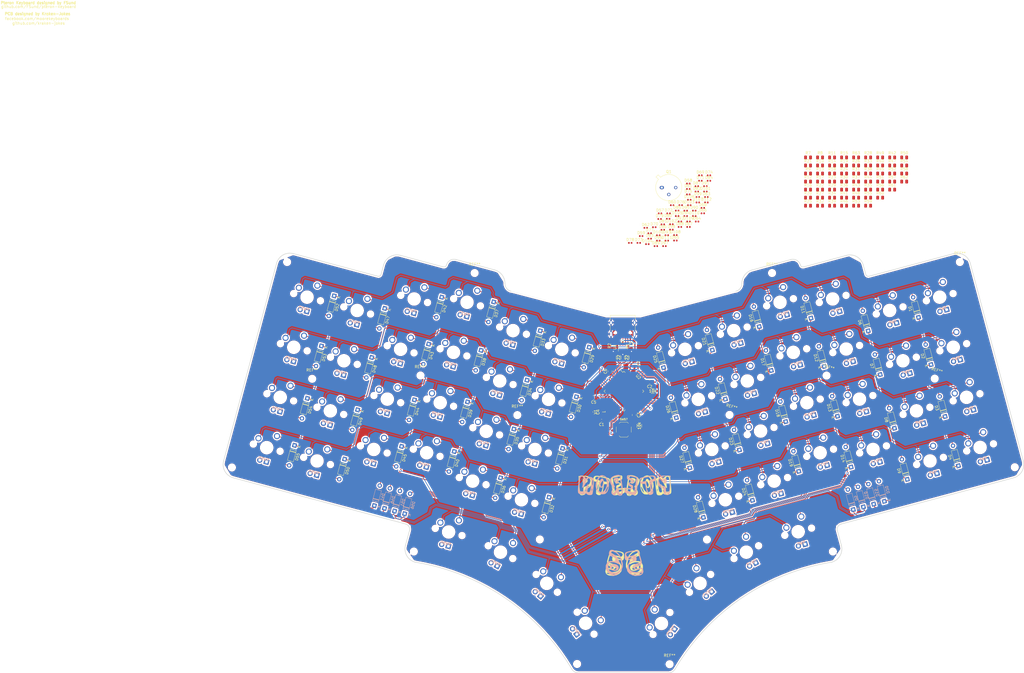
<source format=kicad_pcb>
(kicad_pcb (version 20171130) (host pcbnew "(5.1.9)-1")
  (layers (0 F.Cu signal) (31 B.Cu signal) (34 B.Paste user) (35 F.Paste user) (36 B.SilkS user) (37 F.SilkS user) (38 B.Mask user) (39 F.Mask user) (44 Edge.Cuts user))
  (net 0 "")
  (net 1 "Net-(D1-Pad2)")
  (net 2 "Net-(D2-Pad2)")
  (net 3 "Net-(D3-Pad2)")
  (net 4 "Net-(D4-Pad2)")
  (net 5 "Net-(D5-Pad2)")
  (net 6 "Net-(D6-Pad2)")
  (net 7 "Net-(D7-Pad2)")
  (net 8 "Net-(D8-Pad2)")
  (net 9 "Net-(D9-Pad2)")
  (net 10 "Net-(D10-Pad2)")
  (net 11 "Net-(D11-Pad2)")
  (net 12 "Net-(D12-Pad2)")
  (net 13 "Net-(D13-Pad2)")
  (net 14 "Net-(D14-Pad2)")
  (net 15 "Net-(D15-Pad2)")
  (net 16 "Net-(D16-Pad2)")
  (net 17 "Net-(D17-Pad2)")
  (net 18 "Net-(D18-Pad2)")
  (net 19 "Net-(D19-Pad2)")
  (net 20 "Net-(D20-Pad2)")
  (net 21 "Net-(D21-Pad2)")
  (net 22 "Net-(D22-Pad2)")
  (net 23 "Net-(D23-Pad2)")
  (net 24 "Net-(D24-Pad2)")
  (net 25 "Net-(D25-Pad2)")
  (net 26 "Net-(D26-Pad2)")
  (net 27 "Net-(D27-Pad2)")
  (net 28 "Net-(D28-Pad2)")
  (net 29 "Net-(D29-Pad2)")
  (net 30 "Net-(D30-Pad2)")
  (net 31 "Net-(D31-Pad2)")
  (net 32 "Net-(D32-Pad2)")
  (net 33 "Net-(D33-Pad2)")
  (net 34 "Net-(D34-Pad2)")
  (net 35 "Net-(D35-Pad2)")
  (net 36 "Net-(D36-Pad2)")
  (net 37 "Net-(D37-Pad2)")
  (net 38 "Net-(D38-Pad2)")
  (net 39 "Net-(D39-Pad2)")
  (net 40 "Net-(D40-Pad2)")
  (net 41 "Net-(D41-Pad2)")
  (net 42 "Net-(D42-Pad2)")
  (net 43 "Net-(D43-Pad2)")
  (net 44 "Net-(D44-Pad2)")
  (net 45 "Net-(D45-Pad2)")
  (net 46 "Net-(D46-Pad2)")
  (net 47 "Net-(D47-Pad2)")
  (net 48 "Net-(D48-Pad2)")
  (net 49 "Net-(D49-Pad2)")
  (net 50 "Net-(D50-Pad2)")
  (net 51 "Net-(D51-Pad2)")
  (net 52 "Net-(D52-Pad2)")
  (net 53 "Net-(D53-Pad2)")
  (net 54 "Net-(D54-Pad2)")
  (net 55 "Net-(D55-Pad2)")
  (net 56 "Net-(D56-Pad2)")
  (net 57 GND)
  (net 58 "Net-(C1-Pad1)")
  (net 59 +5V)
  (net 60 "Net-(C4-Pad1)")
  (net 61 "Net-(C6-Pad1)")
  (net 62 "Net-(D57-Pad2)")
  (net 63 "Net-(D100-Pad1)")
  (net 64 "Net-(D58-Pad2)")
  (net 65 "Net-(D59-Pad2)")
  (net 66 "Net-(D60-Pad2)")
  (net 67 "Net-(D61-Pad2)")
  (net 68 "Net-(D62-Pad2)")
  (net 69 "Net-(D63-Pad2)")
  (net 70 "Net-(D64-Pad2)")
  (net 71 "Net-(D65-Pad2)")
  (net 72 "Net-(D66-Pad2)")
  (net 73 "Net-(D67-Pad2)")
  (net 74 "Net-(D68-Pad2)")
  (net 75 "Net-(D69-Pad2)")
  (net 76 "Net-(D70-Pad2)")
  (net 77 "Net-(D71-Pad2)")
  (net 78 "Net-(D72-Pad2)")
  (net 79 "Net-(D73-Pad2)")
  (net 80 "Net-(D74-Pad2)")
  (net 81 "Net-(D75-Pad2)")
  (net 82 "Net-(D76-Pad2)")
  (net 83 "Net-(D77-Pad2)")
  (net 84 "Net-(D78-Pad2)")
  (net 85 "Net-(D79-Pad2)")
  (net 86 "Net-(D80-Pad2)")
  (net 87 "Net-(D81-Pad2)")
  (net 88 "Net-(D82-Pad2)")
  (net 89 "Net-(D83-Pad2)")
  (net 90 "Net-(D84-Pad2)")
  (net 91 "Net-(D85-Pad2)")
  (net 92 "Net-(D86-Pad2)")
  (net 93 "Net-(D87-Pad2)")
  (net 94 "Net-(D88-Pad2)")
  (net 95 "Net-(D89-Pad2)")
  (net 96 "Net-(D90-Pad2)")
  (net 97 "Net-(D91-Pad2)")
  (net 98 "Net-(D92-Pad2)")
  (net 99 "Net-(D93-Pad2)")
  (net 100 "Net-(D94-Pad2)")
  (net 101 "Net-(D95-Pad2)")
  (net 102 "Net-(D96-Pad2)")
  (net 103 "Net-(D97-Pad2)")
  (net 104 "Net-(D98-Pad2)")
  (net 105 "Net-(D99-Pad2)")
  (net 106 "Net-(D100-Pad2)")
  (net 107 "Net-(D101-Pad2)")
  (net 108 "Net-(D102-Pad2)")
  (net 109 "Net-(D103-Pad2)")
  (net 110 "Net-(D104-Pad2)")
  (net 111 "Net-(D105-Pad2)")
  (net 112 "Net-(D106-Pad2)")
  (net 113 "Net-(D107-Pad2)")
  (net 114 "Net-(D108-Pad2)")
  (net 115 "Net-(D109-Pad2)")
  (net 116 "Net-(D110-Pad2)")
  (net 117 "Net-(D111-Pad2)")
  (net 118 "Net-(D112-Pad2)")
  (net 119 "Net-(F1-Pad2)")
  (net 120 "Net-(Q1-Pad2)")
  (net 121 "Net-(J1-PadA5)")
  (net 122 "Net-(J1-PadB5)")
  (net 123 "Net-(R3-Pad1)")
  (net 124 "Net-(R4-Pad1)")
  (net 125 "Net-(R4-Pad2)")
  (net 126 "Net-(R5-Pad1)")
  (net 127 "Net-(R5-Pad2)")
  (net 128 "Net-(R6-Pad2)")
  (net 129 "Net-(J1-PadA6)")
  (net 130 "Net-(J1-PadA7)")
  (net 131 "Net-(U2-Pad42)")
  (net 132 "Net-(U2-Pad12)")
  (net 133 VCC)
  (net 134 "Net-(R48-Pad1)")
  (net 135 "Net-(J1-PadB8)")
  (net 136 "Net-(J1-PadA8)")
  (net 137 Col0)
  (net 138 Col1)
  (net 139 Col2)
  (net 140 Col3)
  (net 141 Col4)
  (net 142 Col5)
  (net 143 Col6)
  (net 144 Col7)
  (net 145 Col8)
  (net 146 Col9)
  (net 147 Col10)
  (net 148 Col11)
  (net 149 Row0)
  (net 150 Row1)
  (net 151 Row2)
  (net 152 Row3)
  (net 153 Row4)
  (net 154 "Net-(U2-Pad22)")
  (net 155 "Net-(U2-Pad8)")
  (net 156 "Net-(U2-Pad36)")
  (net 157 "Net-(U2-Pad1)")
  (net 158 "Net-(U2-Pad18)")
  (net 159 "Net-(U2-Pad19)")
  (module "Keyboard parts:MXOnly-1U" (layer F.Cu) (at 160.800126 54.017502 345)
    (fp_text reference SW29 (at 0 4.318 165) (layer B.SilkS) (effects (font (thickness 0.2)) (justify mirror)))
    (fp_text value SW_PUSH hide)
    (pad 2 thru_hole circle (at 2.54 -5.08 345) (size 2.25 2.25) (drill 1.47) (layers *.Cu B.Mask) (net 29 "Net-(D29-Pad2)"))
    (pad "" np_thru_hole circle (at 0 0 345) (size 3.9878 3.9878) (drill 3.9878) (layers *.Cu *.Mask))
    (pad 1 thru_hole circle (at -3.81 -2.54 345) (size 2.25 2.25) (drill 1.47) (layers *.Cu B.Mask) (net 149 Row0))
    (pad 3 thru_hole circle (at -1.27 5.08 345) (size 1.905 1.905) (drill 1.04) (layers *.Cu B.Mask))
    (pad 4 thru_hole rect (at 1.27 5.08 345) (size 1.905 1.905) (drill 1.04) (layers *.Cu B.Mask))
    (pad "" np_thru_hole circle (at -5.08 0 33.0996) (size 1.75 1.75) (drill 1.75) (layers *.Cu *.Mask))
    (pad "" np_thru_hole circle (at 5.08 0 33.0996) (size 1.75 1.75) (drill 1.75) (layers *.Cu *.Mask))
  )
  (module Resistor_SMD:R_0805_2012Metric (layer F.Cu) (at 286.418131 -13.414276)
    (fp_text reference R54 (at 0 -1.65) (layer F.SilkS))
    (fp_text value 1k)
    (pad 2 smd roundrect (at 0.9125 0) (size 1.025 1.4) (layers F.Cu F.Paste F.Mask) (roundrect_rratio 0.243902) (net 133 VCC))
    (pad 1 smd roundrect (at -0.9125 0) (size 1.025 1.4) (layers F.Cu F.Paste F.Mask) (roundrect_rratio 0.243902) (net 109 "Net-(D103-Pad2)"))
  )
  (module Resistor_SMD:R_0805_2012Metric (layer F.Cu) (at 268.77813 1.335725)
    (fp_text reference R53 (at 0 -1.65) (layer F.SilkS))
    (fp_text value 1k)
    (pad 2 smd roundrect (at 0.9125 0) (size 1.025 1.4) (layers F.Cu F.Paste F.Mask) (roundrect_rratio 0.243902) (net 133 VCC))
    (pad 1 smd roundrect (at -0.9125 0) (size 1.025 1.4) (layers F.Cu F.Paste F.Mask) (roundrect_rratio 0.243902) (net 108 "Net-(D102-Pad2)"))
  )
  (module Resistor_SMD:R_0805_2012Metric (layer F.Cu) (at 273.18813 -1.614278)
    (fp_text reference R55 (at 0 -1.65) (layer F.SilkS))
    (fp_text value 1k)
    (pad 2 smd roundrect (at 0.9125 0) (size 1.025 1.4) (layers F.Cu F.Paste F.Mask) (roundrect_rratio 0.243902) (net 133 VCC))
    (pad 1 smd roundrect (at -0.9125 0) (size 1.025 1.4) (layers F.Cu F.Paste F.Mask) (roundrect_rratio 0.243902) (net 110 "Net-(D104-Pad2)"))
  )
  (module Resistor_SMD:R_0805_2012Metric (layer F.Cu) (at 277.598129 -4.564273)
    (fp_text reference R56 (at 0 -1.65) (layer F.SilkS))
    (fp_text value 1k)
    (pad 2 smd roundrect (at 0.9125 0) (size 1.025 1.4) (layers F.Cu F.Paste F.Mask) (roundrect_rratio 0.243902) (net 133 VCC))
    (pad 1 smd roundrect (at -0.9125 0) (size 1.025 1.4) (layers F.Cu F.Paste F.Mask) (roundrect_rratio 0.243902) (net 111 "Net-(D105-Pad2)"))
  )
  (module Diode_THT:D_DO-35_SOD27_P7.62mm_Horizontal (layer F.Cu) (at 230.737622 109.423748 105)
    (fp_text reference D24 (at 3.81 -2.12 105) (layer F.SilkS))
    (fp_text value 1N4148)
    (fp_text user K (at 0 -1.8 105) (layer F.SilkS))
    (pad 2 thru_hole oval (at 7.62 0 105) (size 1.6 1.6) (drill 0.8) (layers *.Cu *.Mask) (net 24 "Net-(D24-Pad2)"))
    (pad 1 thru_hole rect (at 0 0 105) (size 1.6 1.6) (drill 0.8) (layers *.Cu *.Mask) (net 141 Col4))
  )
  (module Diode_THT:D_DO-35_SOD27_P7.62mm_Horizontal (layer F.Cu) (at 72.581379 52.798752 255)
    (fp_text reference D53 (at 3.81 -2.12 75) (layer F.SilkS))
    (fp_text value 1N4148)
    (fp_text user K (at 0 -1.8 75) (layer F.SilkS))
    (pad 2 thru_hole oval (at 7.62 0 255) (size 1.6 1.6) (drill 0.8) (layers *.Cu *.Mask) (net 53 "Net-(D53-Pad2)"))
    (pad 1 thru_hole rect (at 0 0 255) (size 1.6 1.6) (drill 0.8) (layers *.Cu *.Mask) (net 148 Col11))
  )
  (module Diode_THT:D_DO-35_SOD27_P7.62mm_Horizontal (layer F.Cu) (at 152.87305 47.233175 255)
    (fp_text reference D33 (at 3.81 -2.12 75) (layer F.SilkS))
    (fp_text value 1N4148)
    (fp_text user K (at 0 -1.8 75) (layer F.SilkS))
    (pad 1 thru_hole rect (at 0 0 255) (size 1.6 1.6) (drill 0.8) (layers *.Cu *.Mask) (net 144 Col7))
    (pad 2 thru_hole oval (at 7.62 0 255) (size 1.6 1.6) (drill 0.8) (layers *.Cu *.Mask) (net 33 "Net-(D33-Pad2)"))
  )
  (module Connector_USB:USB_C_Receptacle_XKB_U262-16XN-4BVC11 (layer F.Cu) (at 183.16938 45.323225 180)
    (fp_text reference J1 (at 0 -5.715) (layer F.SilkS))
    (fp_text value USB_C_Receptacle_USB2.0)
    (pad A12 smd rect (at 3.35 -3.67 180) (size 0.3 1.15) (layers F.Cu F.Paste F.Mask) (net 57 GND))
    (pad A9 smd rect (at 2.55 -3.67 180) (size 0.3 1.15) (layers F.Cu F.Paste F.Mask) (net 119 "Net-(F1-Pad2)"))
    (pad B9 smd rect (at -2.25 -3.67 180) (size 0.3 1.15) (layers F.Cu F.Paste F.Mask) (net 119 "Net-(F1-Pad2)"))
    (pad B12 smd rect (at -3.05 -3.67 180) (size 0.3 1.15) (layers F.Cu F.Paste F.Mask) (net 57 GND))
    (pad A1 smd rect (at -3.35 -3.67 180) (size 0.3 1.15) (layers F.Cu F.Paste F.Mask) (net 57 GND))
    (pad A4 smd rect (at -2.55 -3.67 180) (size 0.3 1.15) (layers F.Cu F.Paste F.Mask) (net 119 "Net-(F1-Pad2)"))
    (pad B8 smd rect (at -1.75 -3.67 180) (size 0.3 1.15) (layers F.Cu F.Paste F.Mask) (net 135 "Net-(J1-PadB8)"))
    (pad A5 smd rect (at -1.25 -3.67 180) (size 0.3 1.15) (layers F.Cu F.Paste F.Mask) (net 121 "Net-(J1-PadA5)"))
    (pad B7 smd rect (at -0.75 -3.67 180) (size 0.3 1.15) (layers F.Cu F.Paste F.Mask) (net 130 "Net-(J1-PadA7)"))
    (pad A6 smd rect (at -0.25 -3.67 180) (size 0.3 1.15) (layers F.Cu F.Paste F.Mask) (net 129 "Net-(J1-PadA6)"))
    (pad A7 smd rect (at 0.25 -3.67 180) (size 0.3 1.15) (layers F.Cu F.Paste F.Mask) (net 130 "Net-(J1-PadA7)"))
    (pad B6 smd rect (at 0.75 -3.67 180) (size 0.3 1.15) (layers F.Cu F.Paste F.Mask) (net 129 "Net-(J1-PadA6)"))
    (pad A8 smd rect (at 1.25 -3.67 180) (size 0.3 1.15) (layers F.Cu F.Paste F.Mask) (net 136 "Net-(J1-PadA8)"))
    (pad B5 smd rect (at 1.75 -3.67 180) (size 0.3 1.15) (layers F.Cu F.Paste F.Mask) (net 122 "Net-(J1-PadB5)"))
    (pad B4 smd rect (at 2.25 -3.67 180) (size 0.3 1.15) (layers F.Cu F.Paste F.Mask) (net 119 "Net-(F1-Pad2)"))
    (pad B1 smd rect (at 3.05 -3.67 180) (size 0.3 1.15) (layers F.Cu F.Paste F.Mask) (net 57 GND))
    (pad "" np_thru_hole circle (at -2.89 -2.605 180) (size 0.65 0.65) (drill 0.65) (layers *.Cu *.Mask))
    (pad "" np_thru_hole circle (at 2.89 -2.605 180) (size 0.65 0.65) (drill 0.65) (layers *.Cu *.Mask))
    (pad S1 thru_hole oval (at 4.32 1.075 180) (size 1 1.6) (drill oval 0.6 1.2) (layers *.Cu *.Mask) (net 57 GND))
    (pad S1 thru_hole oval (at -4.32 1.075 180) (size 1 1.6) (drill oval 0.6 1.2) (layers *.Cu *.Mask) (net 57 GND))
    (pad S1 thru_hole oval (at 4.32 -3.105 180) (size 1 2.1) (drill oval 0.6 1.7) (layers *.Cu *.Mask) (net 57 GND))
    (pad S1 thru_hole oval (at -4.32 -3.105 180) (size 1 2.1) (drill oval 0.6 1.7) (layers *.Cu *.Mask) (net 57 GND))
  )
  (module Diode_THT:D_DO-35_SOD27_P7.62mm_Horizontal (layer B.Cu) (at 92.007958 111.384799 75)
    (fp_text reference D41 (at 3.81 2.12 -105) (layer B.SilkS) (effects (justify mirror)))
    (fp_text value 1N4148 hide)
    (fp_text user K (at 0 1.799999 -105) (layer B.SilkS) (effects (justify mirror)))
    (pad 1 thru_hole rect (at 0 0 75) (size 1.6 1.6) (drill 0.8) (layers *.Cu *.Mask) (net 145 Col8))
    (pad 2 thru_hole oval (at 7.62 0 75) (size 1.6 1.6) (drill 0.8) (layers *.Cu *.Mask) (net 41 "Net-(D41-Pad2)"))
  )
  (module Diode_THT:D_DO-35_SOD27_P7.62mm_Horizontal (layer F.Cu) (at 166.143881 71.454996 255)
    (fp_text reference D30 (at 3.81 -2.12 75) (layer F.SilkS))
    (fp_text value 1N4148)
    (fp_text user K (at 0 -1.8 75) (layer F.SilkS))
    (pad 2 thru_hole oval (at 7.62 0 255) (size 1.6 1.6) (drill 0.8) (layers *.Cu *.Mask) (net 30 "Net-(D30-Pad2)"))
    (pad 1 thru_hole rect (at 0 0 255) (size 1.6 1.6) (drill 0.8) (layers *.Cu *.Mask) (net 143 Col6))
  )
  (module Diode_THT:D_DO-35_SOD27_P7.62mm_Horizontal (layer F.Cu) (at 111.939448 52.100648 255)
    (fp_text reference D43 (at 3.81 -2.12 75) (layer F.SilkS))
    (fp_text value 1N4148)
    (fp_text user K (at 0 -1.8 75) (layer F.SilkS))
    (pad 2 thru_hole oval (at 7.62 0 255) (size 1.6 1.6) (drill 0.8) (layers *.Cu *.Mask) (net 43 "Net-(D43-Pad2)"))
    (pad 1 thru_hole rect (at 0 0 255) (size 1.6 1.6) (drill 0.8) (layers *.Cu *.Mask) (net 146 Col9))
  )
  (module Diode_THT:D_DO-35_SOD27_P7.62mm_Horizontal (layer F.Cu) (at 135.813553 36.644554 255)
    (fp_text reference D37 (at 3.81 -2.12 75) (layer F.SilkS))
    (fp_text value 1N4148)
    (fp_text user K (at 0 -1.8 75) (layer F.SilkS))
    (pad 2 thru_hole oval (at 7.62 0 255) (size 1.6 1.6) (drill 0.8) (layers *.Cu *.Mask) (net 37 "Net-(D37-Pad2)"))
    (pad 1 thru_hole rect (at 0 0 255) (size 1.6 1.6) (drill 0.8) (layers *.Cu *.Mask) (net 145 Col8))
  )
  (module Diode_THT:D_DO-35_SOD27_P7.62mm_Horizontal (layer F.Cu) (at 225.956378 90.954999 105)
    (fp_text reference D23 (at 3.81 -2.12 105) (layer F.SilkS))
    (fp_text value 1N4148)
    (fp_text user K (at 0 -1.8 105) (layer F.SilkS))
    (pad 1 thru_hole rect (at 0 0 105) (size 1.6 1.6) (drill 0.8) (layers *.Cu *.Mask) (net 141 Col4))
    (pad 2 thru_hole oval (at 7.62 0 105) (size 1.6 1.6) (drill 0.8) (layers *.Cu *.Mask) (net 23 "Net-(D23-Pad2)"))
  )
  (module Diode_THT:D_DO-35_SOD27_P7.62mm_Horizontal (layer F.Cu) (at 198.112633 60.767499 105)
    (fp_text reference D25 (at 3.81 -2.12 105) (layer F.SilkS))
    (fp_text value 1N4148)
    (fp_text user K (at 0 -1.8 105) (layer F.SilkS))
    (pad 1 thru_hole rect (at 0 0 105) (size 1.6 1.6) (drill 0.8) (layers *.Cu *.Mask) (net 142 Col5))
    (pad 2 thru_hole oval (at 7.62 0 105) (size 1.6 1.6) (drill 0.8) (layers *.Cu *.Mask) (net 25 "Net-(D25-Pad2)"))
  )
  (module Diode_THT:D_DO-35_SOD27_P7.62mm_Horizontal (layer F.Cu) (at 212.73763 115.704999 105)
    (fp_text reference D28 (at 3.81 -2.12 105) (layer F.SilkS))
    (fp_text value 1N4148)
    (fp_text user K (at 0 -1.8 105) (layer F.SilkS))
    (pad 1 thru_hole rect (at 0 0 105) (size 1.6 1.6) (drill 0.8) (layers *.Cu *.Mask) (net 142 Col5))
    (pad 2 thru_hole oval (at 7.62 0 105) (size 1.6 1.6) (drill 0.8) (layers *.Cu *.Mask) (net 28 "Net-(D28-Pad2)"))
  )
  (module Diode_THT:D_DO-35_SOD27_P7.62mm_Horizontal (layer F.Cu) (at 102.018878 89.642496 255)
    (fp_text reference D45 (at 3.81 -2.12 75) (layer F.SilkS))
    (fp_text value 1N4148)
    (fp_text user K (at 0 -1.8 75) (layer F.SilkS))
    (pad 2 thru_hole oval (at 7.62 0 255) (size 1.6 1.6) (drill 0.8) (layers *.Cu *.Mask) (net 45 "Net-(D45-Pad2)"))
    (pad 1 thru_hole rect (at 0 0 255) (size 1.6 1.6) (drill 0.8) (layers *.Cu *.Mask) (net 146 Col9))
  )
  (module Diode_THT:D_DO-35_SOD27_P7.62mm_Horizontal (layer F.Cu) (at 116.737626 34.892499 255)
    (fp_text reference D42 (at 3.81 -2.12 75) (layer F.SilkS))
    (fp_text value 1N4148)
    (fp_text user K (at 0 -1.8 75) (layer F.SilkS))
    (pad 2 thru_hole oval (at 7.62 0 255) (size 1.6 1.6) (drill 0.8) (layers *.Cu *.Mask) (net 42 "Net-(D42-Pad2)"))
    (pad 1 thru_hole rect (at 0 0 255) (size 1.6 1.6) (drill 0.8) (layers *.Cu *.Mask) (net 146 Col9))
  )
  (module Diode_THT:D_DO-35_SOD27_P7.62mm_Horizontal (layer F.Cu) (at 156.112629 108.298749 255)
    (fp_text reference D32 (at 3.81 -2.12 75) (layer F.SilkS))
    (fp_text value 1N4148)
    (fp_text user K (at 0 -1.8 75) (layer F.SilkS))
    (pad 2 thru_hole oval (at 7.62 0 255) (size 1.6 1.6) (drill 0.8) (layers *.Cu *.Mask) (net 32 "Net-(D32-Pad2)"))
    (pad 1 thru_hole rect (at 0 0 255) (size 1.6 1.6) (drill 0.8) (layers *.Cu *.Mask) (net 143 Col6))
  )
  (module Diode_THT:D_DO-35_SOD27_P7.62mm_Horizontal (layer F.Cu) (at 95.831377 39.017498 255)
    (fp_text reference D47 (at 3.81 -2.12 75) (layer F.SilkS))
    (fp_text value 1N4148)
    (fp_text user K (at 0 -1.8 75) (layer F.SilkS))
    (pad 1 thru_hole rect (at 0 0 255) (size 1.6 1.6) (drill 0.8) (layers *.Cu *.Mask) (net 147 Col10))
    (pad 2 thru_hole oval (at 7.62 0 255) (size 1.6 1.6) (drill 0.8) (layers *.Cu *.Mask) (net 47 "Net-(D47-Pad2)"))
  )
  (module Diode_THT:D_DO-35_SOD27_P7.62mm_Horizontal (layer B.Cu) (at 279.134512 109.787952 105)
    (fp_text reference D20 (at 3.81 2.12 285) (layer B.SilkS) (effects (justify mirror)))
    (fp_text value 1N4148)
    (fp_text user K (at 0 1.799999 285) (layer B.SilkS) (effects (justify mirror)))
    (pad 1 thru_hole rect (at 0 0 105) (size 1.6 1.6) (drill 0.8) (layers *.Cu *.Mask) (net 140 Col3))
    (pad 2 thru_hole oval (at 7.62 0 105) (size 1.6 1.6) (drill 0.8) (layers *.Cu *.Mask) (net 20 "Net-(D20-Pad2)"))
  )
  (module Diode_THT:D_DO-35_SOD27_P7.62mm_Horizontal (layer F.Cu) (at 143.215864 83.274289 255)
    (fp_text reference D35 (at 3.81 -2.12 75) (layer F.SilkS))
    (fp_text value 1N4148)
    (fp_text user K (at 0 -1.8 75) (layer F.SilkS))
    (pad 1 thru_hole rect (at 0 0 255) (size 1.6 1.6) (drill 0.8) (layers *.Cu *.Mask) (net 144 Col7))
    (pad 2 thru_hole oval (at 7.62 0 255) (size 1.6 1.6) (drill 0.8) (layers *.Cu *.Mask) (net 35 "Net-(D35-Pad2)"))
  )
  (module Diode_THT:D_DO-35_SOD27_P7.62mm_Horizontal (layer F.Cu) (at 85.893877 76.236247 255)
    (fp_text reference D49 (at 3.81 -2.12 75) (layer F.SilkS))
    (fp_text value 1N4148)
    (fp_text user K (at 0 -1.8 75) (layer F.SilkS))
    (pad 2 thru_hole oval (at 7.62 0 255) (size 1.6 1.6) (drill 0.8) (layers *.Cu *.Mask) (net 49 "Net-(D49-Pad2)"))
    (pad 1 thru_hole rect (at 0 0 255) (size 1.6 1.6) (drill 0.8) (layers *.Cu *.Mask) (net 147 Col10))
  )
  (module Diode_THT:D_DO-35_SOD27_P7.62mm_Horizontal (layer F.Cu) (at 138.320982 101.180026 255)
    (fp_text reference D36 (at 3.81 -2.12 75) (layer F.SilkS))
    (fp_text value 1N4148)
    (fp_text user K (at 0 -1.8 75) (layer F.SilkS))
    (pad 1 thru_hole rect (at 0 0 255) (size 1.6 1.6) (drill 0.8) (layers *.Cu *.Mask) (net 144 Col7))
    (pad 2 thru_hole oval (at 7.62 0 255) (size 1.6 1.6) (drill 0.8) (layers *.Cu *.Mask) (net 36 "Net-(D36-Pad2)"))
  )
  (module Diode_THT:D_DO-35_SOD27_P7.62mm_Horizontal (layer F.Cu) (at 202.800127 79.142499 105)
    (fp_text reference D26 (at 3.81 -2.12 105) (layer F.SilkS))
    (fp_text value 1N4148)
    (fp_text user K (at 0 -1.8 105) (layer F.SilkS))
    (pad 2 thru_hole oval (at 7.62 0 105) (size 1.6 1.6) (drill 0.8) (layers *.Cu *.Mask) (net 26 "Net-(D26-Pad2)"))
    (pad 1 thru_hole rect (at 0 0 105) (size 1.6 1.6) (drill 0.8) (layers *.Cu *.Mask) (net 142 Col5))
  )
  (module Diode_THT:D_DO-35_SOD27_P7.62mm_Horizontal (layer F.Cu) (at 216.018881 54.298748 105)
    (fp_text reference D21 (at 3.81 -2.12 105) (layer F.SilkS))
    (fp_text value 1N4148)
    (fp_text user K (at 0 -1.8 105) (layer F.SilkS))
    (pad 2 thru_hole oval (at 7.62 0 105) (size 1.6 1.6) (drill 0.8) (layers *.Cu *.Mask) (net 21 "Net-(D21-Pad2)"))
    (pad 1 thru_hole rect (at 0 0 105) (size 1.6 1.6) (drill 0.8) (layers *.Cu *.Mask) (net 141 Col4))
  )
  (module Diode_THT:D_DO-35_SOD27_P7.62mm_Horizontal (layer F.Cu) (at 126.206379 73.329997 255)
    (fp_text reference D39 (at 3.81 -2.12 75) (layer F.SilkS))
    (fp_text value 1N4148)
    (fp_text user K (at 0 -1.8 75) (layer F.SilkS))
    (pad 2 thru_hole oval (at 7.62 0 255) (size 1.6 1.6) (drill 0.8) (layers *.Cu *.Mask) (net 39 "Net-(D39-Pad2)"))
    (pad 1 thru_hole rect (at 0 0 255) (size 1.6 1.6) (drill 0.8) (layers *.Cu *.Mask) (net 145 Col8))
  )
  (module Diode_THT:D_DO-35_SOD27_P7.62mm_Horizontal (layer F.Cu) (at 121.331377 91.517501 255)
    (fp_text reference D40 (at 3.81 -2.12 75) (layer F.SilkS))
    (fp_text value 1N4148)
    (fp_text user K (at 0 -1.8 75) (layer F.SilkS))
    (pad 1 thru_hole rect (at 0 0 255) (size 1.6 1.6) (drill 0.8) (layers *.Cu *.Mask) (net 145 Col8))
    (pad 2 thru_hole oval (at 7.62 0 255) (size 1.6 1.6) (drill 0.8) (layers *.Cu *.Mask) (net 40 "Net-(D40-Pad2)"))
  )
  (module Diode_THT:D_DO-35_SOD27_P7.62mm_Horizontal (layer F.Cu) (at 161.081381 90.3925 255)
    (fp_text reference D31 (at 3.81 -2.12 75) (layer F.SilkS))
    (fp_text value 1N4148)
    (fp_text user K (at 0 -1.8 75) (layer F.SilkS))
    (pad 1 thru_hole rect (at 0 0 255) (size 1.6 1.6) (drill 0.8) (layers *.Cu *.Mask) (net 143 Col6))
    (pad 2 thru_hole oval (at 7.62 0 255) (size 1.6 1.6) (drill 0.8) (layers *.Cu *.Mask) (net 31 "Net-(D31-Pad2)"))
  )
  (module Diode_THT:D_DO-35_SOD27_P7.62mm_Horizontal (layer F.Cu) (at 91.050133 57.017504 255)
    (fp_text reference D48 (at 3.81 -2.12 75) (layer F.SilkS))
    (fp_text value 1N4148)
    (fp_text user K (at 0 -1.8 75) (layer F.SilkS))
    (pad 2 thru_hole oval (at 7.62 0 255) (size 1.6 1.6) (drill 0.8) (layers *.Cu *.Mask) (net 48 "Net-(D48-Pad2)"))
    (pad 1 thru_hole rect (at 0 0 255) (size 1.6 1.6) (drill 0.8) (layers *.Cu *.Mask) (net 147 Col10))
  )
  (module Diode_THT:D_DO-35_SOD27_P7.62mm_Horizontal (layer F.Cu) (at 148.020198 65.34429 255)
    (fp_text reference D34 (at 3.81 -2.12 75) (layer F.SilkS))
    (fp_text value 1N4148)
    (fp_text user K (at 0 -1.8 75) (layer F.SilkS))
    (pad 2 thru_hole oval (at 7.62 0 255) (size 1.6 1.6) (drill 0.8) (layers *.Cu *.Mask) (net 34 "Net-(D34-Pad2)"))
    (pad 1 thru_hole rect (at 0 0 255) (size 1.6 1.6) (drill 0.8) (layers *.Cu *.Mask) (net 144 Col7))
  )
  (module Diode_THT:D_DO-35_SOD27_P7.62mm_Horizontal (layer F.Cu) (at 131.175127 54.392497 255)
    (fp_text reference D38 (at 3.81 -2.12 75) (layer F.SilkS))
    (fp_text value 1N4148)
    (fp_text user K (at 0 -1.8 75) (layer F.SilkS))
    (pad 2 thru_hole oval (at 7.62 0 255) (size 1.6 1.6) (drill 0.8) (layers *.Cu *.Mask) (net 38 "Net-(D38-Pad2)"))
    (pad 1 thru_hole rect (at 0 0 255) (size 1.6 1.6) (drill 0.8) (layers *.Cu *.Mask) (net 145 Col8))
  )
  (module Diode_THT:D_DO-35_SOD27_P7.62mm_Horizontal (layer B.Cu) (at 95.72074 112.379636 75)
    (fp_text reference D46 (at 3.81 2.12 -105) (layer B.SilkS) (effects (justify mirror)))
    (fp_text value 1N4148 hide)
    (fp_text user K (at 0 1.8 -105) (layer B.SilkS) (effects (justify mirror)))
    (pad 2 thru_hole oval (at 7.62 0 75) (size 1.6 1.6) (drill 0.8) (layers *.Cu *.Mask) (net 46 "Net-(D46-Pad2)"))
    (pad 1 thru_hole rect (at 0 0 75) (size 1.6 1.6) (drill 0.8) (layers *.Cu *.Mask) (net 146 Col9))
  )
  (module Diode_THT:D_DO-35_SOD27_P7.62mm_Horizontal (layer F.Cu) (at 77.268881 34.423748 255)
    (fp_text reference D52 (at 3.81 -2.12 75) (layer F.SilkS))
    (fp_text value 1N4148)
    (fp_text user K (at 0 -1.8 75) (layer F.SilkS))
    (pad 1 thru_hole rect (at 0 0 255) (size 1.6 1.6) (drill 0.8) (layers *.Cu *.Mask) (net 148 Col11))
    (pad 2 thru_hole oval (at 7.62 0 255) (size 1.6 1.6) (drill 0.8) (layers *.Cu *.Mask) (net 52 "Net-(D52-Pad2)"))
  )
  (module Diode_THT:D_DO-35_SOD27_P7.62mm_Horizontal (layer F.Cu) (at 207.768886 97.517499 105)
    (fp_text reference D27 (at 3.81 -2.12 105) (layer F.SilkS))
    (fp_text value 1N4148)
    (fp_text user K (at 0 -1.8 105) (layer F.SilkS))
    (pad 1 thru_hole rect (at 0 0 105) (size 1.6 1.6) (drill 0.8) (layers *.Cu *.Mask) (net 142 Col5))
    (pad 2 thru_hole oval (at 7.62 0 105) (size 1.6 1.6) (drill 0.8) (layers *.Cu *.Mask) (net 27 "Net-(D27-Pad2)"))
  )
  (module Diode_THT:D_DO-35_SOD27_P7.62mm_Horizontal (layer F.Cu) (at 62.737634 89.2675 255)
    (fp_text reference D55 (at 3.81 -2.12 75) (layer F.SilkS))
    (fp_text value 1N4148)
    (fp_text user K (at 0 -1.8 75) (layer F.SilkS))
    (pad 1 thru_hole rect (at 0 0 255) (size 1.6 1.6) (drill 0.8) (layers *.Cu *.Mask) (net 148 Col11))
    (pad 2 thru_hole oval (at 7.62 0 255) (size 1.6 1.6) (drill 0.8) (layers *.Cu *.Mask) (net 55 "Net-(D55-Pad2)"))
  )
  (module Diode_THT:D_DO-35_SOD27_P7.62mm_Horizontal (layer F.Cu) (at 67.425131 72.017495 255)
    (fp_text reference D54 (at 3.81 -2.12 75) (layer F.SilkS))
    (fp_text value 1N4148)
    (fp_text user K (at 0 -1.8 75) (layer F.SilkS))
    (pad 2 thru_hole oval (at 7.62 0 255) (size 1.6 1.6) (drill 0.8) (layers *.Cu *.Mask) (net 54 "Net-(D54-Pad2)"))
    (pad 1 thru_hole rect (at 0 0 255) (size 1.6 1.6) (drill 0.8) (layers *.Cu *.Mask) (net 148 Col11))
  )
  (module Diode_THT:D_DO-35_SOD27_P7.62mm_Horizontal (layer F.Cu) (at 106.70638 72.579999 255)
    (fp_text reference D44 (at 3.81 -2.12 75) (layer F.SilkS))
    (fp_text value 1N4148)
    (fp_text user K (at 0 -1.8 75) (layer F.SilkS))
    (pad 2 thru_hole oval (at 7.62 0 255) (size 1.6 1.6) (drill 0.8) (layers *.Cu *.Mask) (net 44 "Net-(D44-Pad2)"))
    (pad 1 thru_hole rect (at 0 0 255) (size 1.6 1.6) (drill 0.8) (layers *.Cu *.Mask) (net 146 Col9))
  )
  (module Diode_THT:D_DO-35_SOD27_P7.62mm_Horizontal (layer F.Cu) (at 81.112624 94.33 255)
    (fp_text reference D50 (at 3.81 -2.12 75) (layer F.SilkS))
    (fp_text value 1N4148)
    (fp_text user K (at 0 -1.8 75) (layer F.SilkS))
    (pad 1 thru_hole rect (at 0 0 255) (size 1.6 1.6) (drill 0.8) (layers *.Cu *.Mask) (net 147 Col10))
    (pad 2 thru_hole oval (at 7.62 0 255) (size 1.6 1.6) (drill 0.8) (layers *.Cu *.Mask) (net 50 "Net-(D50-Pad2)"))
  )
  (module Diode_THT:D_DO-35_SOD27_P7.62mm_Horizontal (layer B.Cu) (at 99.433518 113.374473 75)
    (fp_text reference D51 (at 3.81 2.12 255) (layer B.SilkS) (effects (justify mirror)))
    (fp_text value 1N4148)
    (fp_text user K (at 0 1.799999 255) (layer B.SilkS) (effects (justify mirror)))
    (pad 1 thru_hole rect (at 0 0 75) (size 1.6 1.6) (drill 0.8) (layers *.Cu *.Mask) (net 147 Col10))
    (pad 2 thru_hole oval (at 7.62 0 75) (size 1.6 1.6) (drill 0.8) (layers *.Cu *.Mask) (net 51 "Net-(D51-Pad2)"))
  )
  (module Diode_THT:D_DO-35_SOD27_P7.62mm_Horizontal (layer F.Cu) (at 220.800138 72.298751 105)
    (fp_text reference D22 (at 3.81 -2.12 105) (layer F.SilkS))
    (fp_text value 1N4148)
    (fp_text user K (at 0 -1.8 105) (layer F.SilkS))
    (pad 1 thru_hole rect (at 0 0 105) (size 1.6 1.6) (drill 0.8) (layers *.Cu *.Mask) (net 141 Col4))
    (pad 2 thru_hole oval (at 7.62 0 105) (size 1.6 1.6) (drill 0.8) (layers *.Cu *.Mask) (net 22 "Net-(D22-Pad2)"))
  )
  (module Diode_THT:D_DO-35_SOD27_P7.62mm_Horizontal (layer F.Cu) (at 170.831378 53.267497 255)
    (fp_text reference D29 (at 3.81 -2.12 75) (layer F.SilkS))
    (fp_text value 1N4148)
    (fp_text user K (at 0 -1.8 75) (layer F.SilkS))
    (pad 2 thru_hole oval (at 7.62 0 255) (size 1.6 1.6) (drill 0.8) (layers *.Cu *.Mask) (net 29 "Net-(D29-Pad2)"))
    (pad 1 thru_hole rect (at 0 0 255) (size 1.6 1.6) (drill 0.8) (layers *.Cu *.Mask) (net 143 Col6))
  )
  (module Diode_THT:D_DO-35_SOD27_P7.62mm_Horizontal (layer B.Cu) (at 103.146297 114.369308 75)
    (fp_text reference D56 (at 3.81 2.12 255) (layer B.SilkS) (effects (justify mirror)))
    (fp_text value 1N4148)
    (fp_text user K (at 0 1.799999 255) (layer B.SilkS) (effects (justify mirror)))
    (pad 1 thru_hole rect (at 0 0 75) (size 1.6 1.6) (drill 0.8) (layers *.Cu *.Mask) (net 148 Col11))
    (pad 2 thru_hole oval (at 7.62 0 75) (size 1.6 1.6) (drill 0.8) (layers *.Cu *.Mask) (net 56 "Net-(D56-Pad2)"))
  )
  (module Resistor_SMD:R_0805_2012Metric (layer F.Cu) (at 286.418127 -7.514277)
    (fp_text reference R62 (at 0 -1.65) (layer F.SilkS))
    (fp_text value 1k)
    (pad 2 smd roundrect (at 0.9125 0) (size 1.025 1.4) (layers F.Cu F.Paste F.Mask) (roundrect_rratio 0.243902) (net 133 VCC))
    (pad 1 smd roundrect (at -0.9125 0) (size 1.025 1.4) (layers F.Cu F.Paste F.Mask) (roundrect_rratio 0.243902) (net 117 "Net-(D111-Pad2)"))
  )
  (module Package_TO_SOT_SMD:SOT-23-6 (layer F.Cu) (at 183.16938 53.198222 90)
    (fp_text reference U1 (at 0 -2.9 90) (layer F.SilkS))
    (fp_text value USBLC6-2SC6)
    (pad 5 smd rect (at 1.1 0 90) (size 1.06 0.65) (layers F.Cu F.Paste F.Mask) (net 59 +5V))
    (pad 6 smd rect (at 1.1 -0.95 90) (size 1.06 0.65) (layers F.Cu F.Paste F.Mask) (net 129 "Net-(J1-PadA6)"))
    (pad 4 smd rect (at 1.1 0.95 90) (size 1.06 0.65) (layers F.Cu F.Paste F.Mask) (net 130 "Net-(J1-PadA7)"))
    (pad 3 smd rect (at -1.1 0.95 90) (size 1.06 0.65) (layers F.Cu F.Paste F.Mask) (net 127 "Net-(R5-Pad2)"))
    (pad 2 smd rect (at -1.1 0 90) (size 1.06 0.65) (layers F.Cu F.Paste F.Mask) (net 57 GND))
    (pad 1 smd rect (at -1.1 -0.95 90) (size 1.06 0.65) (layers F.Cu F.Paste F.Mask) (net 125 "Net-(R4-Pad2)"))
  )
  (module Resistor_SMD:R_0603_1608Metric (layer F.Cu) (at 179.70063 52.729473 90)
    (fp_text reference R2 (at 0 -1.43 90) (layer F.SilkS))
    (fp_text value 5.1k)
    (pad 2 smd roundrect (at 0.825 0 90) (size 0.8 0.95) (layers F.Cu F.Paste F.Mask) (net 122 "Net-(J1-PadB5)"))
    (pad 1 smd roundrect (at -0.825 0 90) (size 0.8 0.95) (layers F.Cu F.Paste F.Mask) (net 57 GND))
  )
  (module Resistor_SMD:R_0603_1608Metric (layer F.Cu) (at 186.356879 52.823223 90)
    (fp_text reference R1 (at 0 -1.43 90) (layer F.SilkS))
    (fp_text value 5.1k)
    (pad 2 smd roundrect (at 0.825 0 90) (size 0.8 0.95) (layers F.Cu F.Paste F.Mask) (net 121 "Net-(J1-PadA5)"))
    (pad 1 smd roundrect (at -0.825 0 90) (size 0.8 0.95) (layers F.Cu F.Paste F.Mask) (net 57 GND))
  )
  (module Fuse:Fuse_0402_1005Metric (layer F.Cu) (at 186.450631 50.760722 180)
    (fp_text reference F1 (at 0 -1.17) (layer F.SilkS))
    (fp_text value 500mA)
    (pad 2 smd roundrect (at 0.485 0 180) (size 0.59 0.64) (layers F.Cu F.Paste F.Mask) (net 119 "Net-(F1-Pad2)"))
    (pad 1 smd roundrect (at -0.485 0 180) (size 0.59 0.64) (layers F.Cu F.Paste F.Mask) (net 59 +5V))
  )
  (module Resistor_SMD:R_0805_2012Metric (layer F.Cu) (at 268.778129 -16.364276)
    (fp_text reference R63 (at 0 -1.65) (layer F.SilkS))
    (fp_text value 1k)
    (pad 2 smd roundrect (at 0.9125 0) (size 1.025 1.4) (layers F.Cu F.Paste F.Mask) (roundrect_rratio 0.243902) (net 133 VCC))
    (pad 1 smd roundrect (at -0.9125 0) (size 1.025 1.4) (layers F.Cu F.Paste F.Mask) (roundrect_rratio 0.243902) (net 118 "Net-(D112-Pad2)"))
  )
  (module Resistor_SMD:R_0805_2012Metric (layer F.Cu) (at 282.008129 -4.564274)
    (fp_text reference R61 (at 0 -1.65) (layer F.SilkS))
    (fp_text value 1k)
    (pad 2 smd roundrect (at 0.9125 0) (size 1.025 1.4) (layers F.Cu F.Paste F.Mask) (roundrect_rratio 0.243902) (net 133 VCC))
    (pad 1 smd roundrect (at -0.9125 0) (size 1.025 1.4) (layers F.Cu F.Paste F.Mask) (roundrect_rratio 0.243902) (net 116 "Net-(D110-Pad2)"))
  )
  (module Resistor_SMD:R_0805_2012Metric (layer F.Cu) (at 277.59813 -1.614276)
    (fp_text reference R60 (at 0 -1.65) (layer F.SilkS))
    (fp_text value 1k)
    (pad 2 smd roundrect (at 0.9125 0) (size 1.025 1.4) (layers F.Cu F.Paste F.Mask) (roundrect_rratio 0.243902) (net 133 VCC))
    (pad 1 smd roundrect (at -0.9125 0) (size 1.025 1.4) (layers F.Cu F.Paste F.Mask) (roundrect_rratio 0.243902) (net 115 "Net-(D109-Pad2)"))
  )
  (module Resistor_SMD:R_0805_2012Metric (layer F.Cu) (at 273.188129 1.335726)
    (fp_text reference R59 (at 0 -1.65) (layer F.SilkS))
    (fp_text value 1k)
    (pad 2 smd roundrect (at 0.9125 0) (size 1.025 1.4) (layers F.Cu F.Paste F.Mask) (roundrect_rratio 0.243902) (net 133 VCC))
    (pad 1 smd roundrect (at -0.9125 0) (size 1.025 1.4) (layers F.Cu F.Paste F.Mask) (roundrect_rratio 0.243902) (net 114 "Net-(D108-Pad2)"))
  )
  (module Resistor_SMD:R_0805_2012Metric (layer F.Cu) (at 286.418132 -10.464279)
    (fp_text reference R58 (at 0 -1.65) (layer F.SilkS))
    (fp_text value 1k)
    (pad 2 smd roundrect (at 0.9125 0) (size 1.025 1.4) (layers F.Cu F.Paste F.Mask) (roundrect_rratio 0.243902) (net 133 VCC))
    (pad 1 smd roundrect (at -0.9125 0) (size 1.025 1.4) (layers F.Cu F.Paste F.Mask) (roundrect_rratio 0.243902) (net 113 "Net-(D107-Pad2)"))
  )
  (module Resistor_SMD:R_0805_2012Metric (layer F.Cu) (at 282.008127 -7.514277)
    (fp_text reference R57 (at 0 -1.65) (layer F.SilkS))
    (fp_text value 1k)
    (pad 2 smd roundrect (at 0.9125 0) (size 1.025 1.4) (layers F.Cu F.Paste F.Mask) (roundrect_rratio 0.243902) (net 133 VCC))
    (pad 1 smd roundrect (at -0.9125 0) (size 1.025 1.4) (layers F.Cu F.Paste F.Mask) (roundrect_rratio 0.243902) (net 112 "Net-(D106-Pad2)"))
  )
  (module Resistor_SMD:R_0805_2012Metric (layer F.Cu) (at 268.778131 -7.514277)
    (fp_text reference R37 (at 0 -1.65) (layer F.SilkS))
    (fp_text value 1k)
    (pad 2 smd roundrect (at 0.9125 0) (size 1.025 1.4) (layers F.Cu F.Paste F.Mask) (roundrect_rratio 0.243902) (net 133 VCC))
    (pad 1 smd roundrect (at -0.9125 0) (size 1.025 1.4) (layers F.Cu F.Paste F.Mask) (roundrect_rratio 0.243902) (net 92 "Net-(D86-Pad2)"))
  )
  (module Resistor_SMD:R_0805_2012Metric (layer F.Cu) (at 264.36813 -13.414276)
    (fp_text reference R19 (at 0 -1.65) (layer F.SilkS))
    (fp_text value 1k)
    (pad 2 smd roundrect (at 0.9125 0) (size 1.025 1.4) (layers F.Cu F.Paste F.Mask) (roundrect_rratio 0.243902) (net 133 VCC))
    (pad 1 smd roundrect (at -0.9125 0) (size 1.025 1.4) (layers F.Cu F.Paste F.Mask) (roundrect_rratio 0.243902) (net 74 "Net-(D68-Pad2)"))
  )
  (module Resistor_SMD:R_0805_2012Metric (layer F.Cu) (at 251.138131 -4.564274)
    (fp_text reference R16 (at 0 -1.65) (layer F.SilkS))
    (fp_text value 1k)
    (pad 2 smd roundrect (at 0.9125 0) (size 1.025 1.4) (layers F.Cu F.Paste F.Mask) (roundrect_rratio 0.243902) (net 133 VCC))
    (pad 1 smd roundrect (at -0.9125 0) (size 1.025 1.4) (layers F.Cu F.Paste F.Mask) (roundrect_rratio 0.243902) (net 71 "Net-(D65-Pad2)"))
  )
  (module Resistor_SMD:R_0805_2012Metric (layer F.Cu) (at 268.778128 -1.614276)
    (fp_text reference R48 (at 0 -1.65) (layer F.SilkS))
    (fp_text value 1k)
    (pad 2 smd roundrect (at 0.9125 0) (size 1.025 1.4) (layers F.Cu F.Paste F.Mask) (roundrect_rratio 0.243902) (net 133 VCC))
    (pad 1 smd roundrect (at -0.9125 0) (size 1.025 1.4) (layers F.Cu F.Paste F.Mask) (roundrect_rratio 0.243902) (net 134 "Net-(R48-Pad1)"))
  )
  (module Resistor_SMD:R_0805_2012Metric (layer F.Cu) (at 277.59813 -10.464276)
    (fp_text reference R45 (at 0 -1.65) (layer F.SilkS))
    (fp_text value 1k)
    (pad 2 smd roundrect (at 0.9125 0) (size 1.025 1.4) (layers F.Cu F.Paste F.Mask) (roundrect_rratio 0.243902) (net 133 VCC))
    (pad 1 smd roundrect (at -0.9125 0) (size 1.025 1.4) (layers F.Cu F.Paste F.Mask) (roundrect_rratio 0.243902) (net 100 "Net-(D94-Pad2)"))
  )
  (module Resistor_SMD:R_0805_2012Metric (layer F.Cu) (at 264.368128 -7.514276)
    (fp_text reference R30 (at 0 -1.65) (layer F.SilkS))
    (fp_text value 1k)
    (pad 2 smd roundrect (at 0.9125 0) (size 1.025 1.4) (layers F.Cu F.Paste F.Mask) (roundrect_rratio 0.243902) (net 133 VCC))
    (pad 1 smd roundrect (at -0.9125 0) (size 1.025 1.4) (layers F.Cu F.Paste F.Mask) (roundrect_rratio 0.243902) (net 85 "Net-(D79-Pad2)"))
  )
  (module Resistor_SMD:R_0805_2012Metric (layer F.Cu) (at 251.138131 1.335725)
    (fp_text reference R25 (at 0 -1.65) (layer F.SilkS))
    (fp_text value 1k)
    (pad 2 smd roundrect (at 0.9125 0) (size 1.025 1.4) (layers F.Cu F.Paste F.Mask) (roundrect_rratio 0.243902) (net 133 VCC))
    (pad 1 smd roundrect (at -0.9125 0) (size 1.025 1.4) (layers F.Cu F.Paste F.Mask) (roundrect_rratio 0.243902) (net 80 "Net-(D74-Pad2)"))
  )
  (module Resistor_SMD:R_0805_2012Metric (layer F.Cu) (at 251.138128 -13.414276)
    (fp_text reference R21 (at 0 -1.65) (layer F.SilkS))
    (fp_text value 1k)
    (pad 2 smd roundrect (at 0.9125 0) (size 1.025 1.4) (layers F.Cu F.Paste F.Mask) (roundrect_rratio 0.243902) (net 133 VCC))
    (pad 1 smd roundrect (at -0.9125 0) (size 1.025 1.4) (layers F.Cu F.Paste F.Mask) (roundrect_rratio 0.243902) (net 76 "Net-(D70-Pad2)"))
  )
  (module Resistor_SMD:R_0805_2012Metric (layer F.Cu) (at 259.958132 -13.414277)
    (fp_text reference R14 (at 0 -1.65) (layer F.SilkS))
    (fp_text value 1k)
    (pad 2 smd roundrect (at 0.9125 0) (size 1.025 1.4) (layers F.Cu F.Paste F.Mask) (roundrect_rratio 0.243902) (net 133 VCC))
    (pad 1 smd roundrect (at -0.9125 0) (size 1.025 1.4) (layers F.Cu F.Paste F.Mask) (roundrect_rratio 0.243902) (net 69 "Net-(D63-Pad2)"))
  )
  (module Resistor_SMD:R_0805_2012Metric (layer F.Cu) (at 259.958126 1.335726)
    (fp_text reference R39 (at 0 -1.65) (layer F.SilkS))
    (fp_text value 1k)
    (pad 2 smd roundrect (at 0.9125 0) (size 1.025 1.4) (layers F.Cu F.Paste F.Mask) (roundrect_rratio 0.243902) (net 133 VCC))
    (pad 1 smd roundrect (at -0.9125 0) (size 1.025 1.4) (layers F.Cu F.Paste F.Mask) (roundrect_rratio 0.243902) (net 94 "Net-(D88-Pad2)"))
  )
  (module Resistor_SMD:R_0805_2012Metric (layer F.Cu) (at 268.778132 -4.564276)
    (fp_text reference R43 (at 0 -1.65) (layer F.SilkS))
    (fp_text value 1k)
    (pad 2 smd roundrect (at 0.9125 0) (size 1.025 1.4) (layers F.Cu F.Paste F.Mask) (roundrect_rratio 0.243902) (net 133 VCC))
    (pad 1 smd roundrect (at -0.9125 0) (size 1.025 1.4) (layers F.Cu F.Paste F.Mask) (roundrect_rratio 0.243902) (net 98 "Net-(D92-Pad2)"))
  )
  (module Resistor_SMD:R_0805_2012Metric (layer F.Cu) (at 264.36813 -1.614275)
    (fp_text reference R41 (at 0 -1.65) (layer F.SilkS))
    (fp_text value 1k)
    (pad 2 smd roundrect (at 0.9125 0) (size 1.025 1.4) (layers F.Cu F.Paste F.Mask) (roundrect_rratio 0.243902) (net 133 VCC))
    (pad 1 smd roundrect (at -0.9125 0) (size 1.025 1.4) (layers F.Cu F.Paste F.Mask) (roundrect_rratio 0.243902) (net 96 "Net-(D90-Pad2)"))
  )
  (module Resistor_SMD:R_0805_2012Metric (layer F.Cu) (at 273.188131 -13.414278)
    (fp_text reference R33 (at 0 -1.65) (layer F.SilkS))
    (fp_text value 1k)
    (pad 2 smd roundrect (at 0.9125 0) (size 1.025 1.4) (layers F.Cu F.Paste F.Mask) (roundrect_rratio 0.243902) (net 133 VCC))
    (pad 1 smd roundrect (at -0.9125 0) (size 1.025 1.4) (layers F.Cu F.Paste F.Mask) (roundrect_rratio 0.243902) (net 88 "Net-(D82-Pad2)"))
  )
  (module Resistor_SMD:R_0805_2012Metric (layer F.Cu) (at 255.548128 -4.564277)
    (fp_text reference R22 (at 0 -1.65) (layer F.SilkS))
    (fp_text value 1k)
    (pad 2 smd roundrect (at 0.9125 0) (size 1.025 1.4) (layers F.Cu F.Paste F.Mask) (roundrect_rratio 0.243902) (net 133 VCC))
    (pad 1 smd roundrect (at -0.9125 0) (size 1.025 1.4) (layers F.Cu F.Paste F.Mask) (roundrect_rratio 0.243902) (net 77 "Net-(D71-Pad2)"))
  )
  (module Resistor_SMD:R_0805_2012Metric (layer F.Cu) (at 273.188131 -16.364277)
    (fp_text reference R28 (at 0 -1.65) (layer F.SilkS))
    (fp_text value 1k)
    (pad 2 smd roundrect (at 0.9125 0) (size 1.025 1.4) (layers F.Cu F.Paste F.Mask) (roundrect_rratio 0.243902) (net 133 VCC))
    (pad 1 smd roundrect (at -0.9125 0) (size 1.025 1.4) (layers F.Cu F.Paste F.Mask) (roundrect_rratio 0.243902) (net 83 "Net-(D77-Pad2)"))
  )
  (module Resistor_SMD:R_0805_2012Metric (layer F.Cu) (at 251.13813 -1.614272)
    (fp_text reference R20 (at 0 -1.65) (layer F.SilkS))
    (fp_text value 1k)
    (pad 2 smd roundrect (at 0.9125 0) (size 1.025 1.4) (layers F.Cu F.Paste F.Mask) (roundrect_rratio 0.243902) (net 133 VCC))
    (pad 1 smd roundrect (at -0.9125 0) (size 1.025 1.4) (layers F.Cu F.Paste F.Mask) (roundrect_rratio 0.243902) (net 75 "Net-(D69-Pad2)"))
  )
  (module Resistor_SMD:R_0805_2012Metric (layer F.Cu) (at 255.548128 1.335722)
    (fp_text reference R32 (at 0 -1.65) (layer F.SilkS))
    (fp_text value 1k)
    (pad 2 smd roundrect (at 0.9125 0) (size 1.025 1.4) (layers F.Cu F.Paste F.Mask) (roundrect_rratio 0.243902) (net 133 VCC))
    (pad 1 smd roundrect (at -0.9125 0) (size 1.025 1.4) (layers F.Cu F.Paste F.Mask) (roundrect_rratio 0.243902) (net 87 "Net-(D81-Pad2)"))
  )
  (module Resistor_SMD:R_0805_2012Metric (layer F.Cu) (at 264.368131 -10.464277)
    (fp_text reference R24 (at 0 -1.65) (layer F.SilkS))
    (fp_text value 1k)
    (pad 2 smd roundrect (at 0.9125 0) (size 1.025 1.4) (layers F.Cu F.Paste F.Mask) (roundrect_rratio 0.243902) (net 133 VCC))
    (pad 1 smd roundrect (at -0.9125 0) (size 1.025 1.4) (layers F.Cu F.Paste F.Mask) (roundrect_rratio 0.243902) (net 79 "Net-(D73-Pad2)"))
  )
  (module Resistor_SMD:R_0805_2012Metric (layer F.Cu) (at 255.548127 -7.514276)
    (fp_text reference R17 (at 0 -1.65) (layer F.SilkS))
    (fp_text value 1k)
    (pad 2 smd roundrect (at 0.9125 0) (size 1.025 1.4) (layers F.Cu F.Paste F.Mask) (roundrect_rratio 0.243902) (net 133 VCC))
    (pad 1 smd roundrect (at -0.9125 0) (size 1.025 1.4) (layers F.Cu F.Paste F.Mask) (roundrect_rratio 0.243902) (net 72 "Net-(D66-Pad2)"))
  )
  (module Resistor_SMD:R_0805_2012Metric (layer F.Cu) (at 268.77813 -13.414275)
    (fp_text reference R26 (at 0 -1.65) (layer F.SilkS))
    (fp_text value 1k)
    (pad 2 smd roundrect (at 0.9125 0) (size 1.025 1.4) (layers F.Cu F.Paste F.Mask) (roundrect_rratio 0.243902) (net 133 VCC))
    (pad 1 smd roundrect (at -0.9125 0) (size 1.025 1.4) (layers F.Cu F.Paste F.Mask) (roundrect_rratio 0.243902) (net 81 "Net-(D75-Pad2)"))
  )
  (module Resistor_SMD:R_0805_2012Metric (layer F.Cu) (at 273.188133 -7.514276)
    (fp_text reference R44 (at 0 -1.65) (layer F.SilkS))
    (fp_text value 1k)
    (pad 2 smd roundrect (at 0.9125 0) (size 1.025 1.4) (layers F.Cu F.Paste F.Mask) (roundrect_rratio 0.243902) (net 133 VCC))
    (pad 1 smd roundrect (at -0.9125 0) (size 1.025 1.4) (layers F.Cu F.Paste F.Mask) (roundrect_rratio 0.243902) (net 99 "Net-(D93-Pad2)"))
  )
  (module Resistor_SMD:R_0805_2012Metric (layer F.Cu) (at 259.95813 -10.464275)
    (fp_text reference R18 (at 0 -1.65) (layer F.SilkS))
    (fp_text value 1k)
    (pad 2 smd roundrect (at 0.9125 0) (size 1.025 1.4) (layers F.Cu F.Paste F.Mask) (roundrect_rratio 0.243902) (net 133 VCC))
    (pad 1 smd roundrect (at -0.9125 0) (size 1.025 1.4) (layers F.Cu F.Paste F.Mask) (roundrect_rratio 0.243902) (net 73 "Net-(D67-Pad2)"))
  )
  (module Resistor_SMD:R_0805_2012Metric (layer F.Cu) (at 259.958132 -4.564274)
    (fp_text reference R29 (at 0 -1.65) (layer F.SilkS))
    (fp_text value 1k)
    (pad 2 smd roundrect (at 0.9125 0) (size 1.025 1.4) (layers F.Cu F.Paste F.Mask) (roundrect_rratio 0.243902) (net 133 VCC))
    (pad 1 smd roundrect (at -0.9125 0) (size 1.025 1.4) (layers F.Cu F.Paste F.Mask) (roundrect_rratio 0.243902) (net 84 "Net-(D78-Pad2)"))
  )
  (module Resistor_SMD:R_0805_2012Metric (layer F.Cu) (at 286.41813 -16.364275)
    (fp_text reference R50 (at 0 -1.65) (layer F.SilkS))
    (fp_text value 1k)
    (pad 2 smd roundrect (at 0.9125 0) (size 1.025 1.4) (layers F.Cu F.Paste F.Mask) (roundrect_rratio 0.243902) (net 133 VCC))
    (pad 1 smd roundrect (at -0.9125 0) (size 1.025 1.4) (layers F.Cu F.Paste F.Mask) (roundrect_rratio 0.243902) (net 105 "Net-(D99-Pad2)"))
  )
  (module Resistor_SMD:R_0805_2012Metric (layer F.Cu) (at 264.36813 -4.564273)
    (fp_text reference R36 (at 0 -1.65) (layer F.SilkS))
    (fp_text value 1k)
    (pad 2 smd roundrect (at 0.9125 0) (size 1.025 1.4) (layers F.Cu F.Paste F.Mask) (roundrect_rratio 0.243902) (net 133 VCC))
    (pad 1 smd roundrect (at -0.9125 0) (size 1.025 1.4) (layers F.Cu F.Paste F.Mask) (roundrect_rratio 0.243902) (net 91 "Net-(D85-Pad2)"))
  )
  (module Resistor_SMD:R_0805_2012Metric (layer F.Cu) (at 277.598128 -16.364274)
    (fp_text reference R49 (at 0 -1.65) (layer F.SilkS))
    (fp_text value 1k)
    (pad 2 smd roundrect (at 0.9125 0) (size 1.025 1.4) (layers F.Cu F.Paste F.Mask) (roundrect_rratio 0.243902) (net 133 VCC))
    (pad 1 smd roundrect (at -0.9125 0) (size 1.025 1.4) (layers F.Cu F.Paste F.Mask) (roundrect_rratio 0.243902) (net 104 "Net-(D98-Pad2)"))
  )
  (module Resistor_SMD:R_0805_2012Metric (layer F.Cu) (at 273.188132 -10.464276)
    (fp_text reference R38 (at 0 -1.65) (layer F.SilkS))
    (fp_text value 1k)
    (pad 2 smd roundrect (at 0.9125 0) (size 1.025 1.4) (layers F.Cu F.Paste F.Mask) (roundrect_rratio 0.243902) (net 133 VCC))
    (pad 1 smd roundrect (at -0.9125 0) (size 1.025 1.4) (layers F.Cu F.Paste F.Mask) (roundrect_rratio 0.243902) (net 93 "Net-(D87-Pad2)"))
  )
  (module Resistor_SMD:R_0805_2012Metric (layer F.Cu) (at 277.598132 -7.514275)
    (fp_text reference R51 (at 0 -1.65) (layer F.SilkS))
    (fp_text value 1k)
    (pad 2 smd roundrect (at 0.9125 0) (size 1.025 1.4) (layers F.Cu F.Paste F.Mask) (roundrect_rratio 0.243902) (net 133 VCC))
    (pad 1 smd roundrect (at -0.9125 0) (size 1.025 1.4) (layers F.Cu F.Paste F.Mask) (roundrect_rratio 0.243902) (net 106 "Net-(D100-Pad2)"))
  )
  (module Resistor_SMD:R_0805_2012Metric (layer F.Cu) (at 282.008129 -13.414276)
    (fp_text reference R47 (at 0 -1.65) (layer F.SilkS))
    (fp_text value 1k)
    (pad 2 smd roundrect (at 0.9125 0) (size 1.025 1.4) (layers F.Cu F.Paste F.Mask) (roundrect_rratio 0.243902) (net 133 VCC))
    (pad 1 smd roundrect (at -0.9125 0) (size 1.025 1.4) (layers F.Cu F.Paste F.Mask) (roundrect_rratio 0.243902) (net 102 "Net-(D96-Pad2)"))
  )
  (module Resistor_SMD:R_0805_2012Metric (layer F.Cu) (at 277.598129 -13.414273)
    (fp_text reference R40 (at 0 -1.65) (layer F.SilkS))
    (fp_text value 1k)
    (pad 2 smd roundrect (at 0.9125 0) (size 1.025 1.4) (layers F.Cu F.Paste F.Mask) (roundrect_rratio 0.243902) (net 133 VCC))
    (pad 1 smd roundrect (at -0.9125 0) (size 1.025 1.4) (layers F.Cu F.Paste F.Mask) (roundrect_rratio 0.243902) (net 95 "Net-(D89-Pad2)"))
  )
  (module Resistor_SMD:R_0805_2012Metric (layer F.Cu) (at 273.188133 -4.564276)
    (fp_text reference R35 (at 0 -1.65) (layer F.SilkS))
    (fp_text value 1k)
    (pad 2 smd roundrect (at 0.9125 0) (size 1.025 1.4) (layers F.Cu F.Paste F.Mask) (roundrect_rratio 0.243902) (net 133 VCC))
    (pad 1 smd roundrect (at -0.9125 0) (size 1.025 1.4) (layers F.Cu F.Paste F.Mask) (roundrect_rratio 0.243902) (net 90 "Net-(D84-Pad2)"))
  )
  (module Resistor_SMD:R_0805_2012Metric (layer F.Cu) (at 259.958129 -1.614276)
    (fp_text reference R34 (at 0 -1.65) (layer F.SilkS))
    (fp_text value 1k)
    (pad 2 smd roundrect (at 0.9125 0) (size 1.025 1.4) (layers F.Cu F.Paste F.Mask) (roundrect_rratio 0.243902) (net 133 VCC))
    (pad 1 smd roundrect (at -0.9125 0) (size 1.025 1.4) (layers F.Cu F.Paste F.Mask) (roundrect_rratio 0.243902) (net 89 "Net-(D83-Pad2)"))
  )
  (module Resistor_SMD:R_0805_2012Metric (layer F.Cu) (at 268.778132 -10.464277)
    (fp_text reference R31 (at 0 -1.65) (layer F.SilkS))
    (fp_text value 1k)
    (pad 2 smd roundrect (at 0.9125 0) (size 1.025 1.4) (layers F.Cu F.Paste F.Mask) (roundrect_rratio 0.243902) (net 133 VCC))
    (pad 1 smd roundrect (at -0.9125 0) (size 1.025 1.4) (layers F.Cu F.Paste F.Mask) (roundrect_rratio 0.243902) (net 86 "Net-(D80-Pad2)"))
  )
  (module Resistor_SMD:R_0805_2012Metric (layer F.Cu) (at 255.548131 -1.614275)
    (fp_text reference R27 (at 0 -1.65) (layer F.SilkS))
    (fp_text value 1k)
    (pad 2 smd roundrect (at 0.9125 0) (size 1.025 1.4) (layers F.Cu F.Paste F.Mask) (roundrect_rratio 0.243902) (net 133 VCC))
    (pad 1 smd roundrect (at -0.9125 0) (size 1.025 1.4) (layers F.Cu F.Paste F.Mask) (roundrect_rratio 0.243902) (net 82 "Net-(D76-Pad2)"))
  )
  (module Resistor_SMD:R_0805_2012Metric (layer F.Cu) (at 264.368129 1.335726)
    (fp_text reference R46 (at 0 -1.65) (layer F.SilkS))
    (fp_text value 1k)
    (pad 2 smd roundrect (at 0.9125 0) (size 1.025 1.4) (layers F.Cu F.Paste F.Mask) (roundrect_rratio 0.243902) (net 133 VCC))
    (pad 1 smd roundrect (at -0.9125 0) (size 1.025 1.4) (layers F.Cu F.Paste F.Mask) (roundrect_rratio 0.243902) (net 101 "Net-(D95-Pad2)"))
  )
  (module Resistor_SMD:R_0805_2012Metric (layer F.Cu) (at 282.00813 -16.364276)
    (fp_text reference R42 (at 0 -1.65) (layer F.SilkS))
    (fp_text value 1k)
    (pad 2 smd roundrect (at 0.9125 0) (size 1.025 1.4) (layers F.Cu F.Paste F.Mask) (roundrect_rratio 0.243902) (net 133 VCC))
    (pad 1 smd roundrect (at -0.9125 0) (size 1.025 1.4) (layers F.Cu F.Paste F.Mask) (roundrect_rratio 0.243902) (net 97 "Net-(D91-Pad2)"))
  )
  (module Resistor_SMD:R_0805_2012Metric (layer F.Cu) (at 259.958131 -7.514273)
    (fp_text reference R23 (at 0 -1.65) (layer F.SilkS))
    (fp_text value 1k)
    (pad 2 smd roundrect (at 0.9125 0) (size 1.025 1.4) (layers F.Cu F.Paste F.Mask) (roundrect_rratio 0.243902) (net 133 VCC))
    (pad 1 smd roundrect (at -0.9125 0) (size 1.025 1.4) (layers F.Cu F.Paste F.Mask) (roundrect_rratio 0.243902) (net 78 "Net-(D72-Pad2)"))
  )
  (module Resistor_SMD:R_0805_2012Metric (layer F.Cu) (at 264.368128 -16.364274)
    (fp_text reference R15 (at 0 -1.65) (layer F.SilkS))
    (fp_text value 1k)
    (pad 2 smd roundrect (at 0.9125 0) (size 1.025 1.4) (layers F.Cu F.Paste F.Mask) (roundrect_rratio 0.243902) (net 133 VCC))
    (pad 1 smd roundrect (at -0.9125 0) (size 1.025 1.4) (layers F.Cu F.Paste F.Mask) (roundrect_rratio 0.243902) (net 70 "Net-(D64-Pad2)"))
  )
  (module Resistor_SMD:R_0805_2012Metric (layer F.Cu) (at 251.13813 -7.514278)
    (fp_text reference R12 (at 0 -1.65) (layer F.SilkS))
    (fp_text value 1k)
    (pad 2 smd roundrect (at 0.9125 0) (size 1.025 1.4) (layers F.Cu F.Paste F.Mask) (roundrect_rratio 0.243902) (net 133 VCC))
    (pad 1 smd roundrect (at -0.9125 0) (size 1.025 1.4) (layers F.Cu F.Paste F.Mask) (roundrect_rratio 0.243902) (net 67 "Net-(D61-Pad2)"))
  )
  (module "Keyboard parts:MXOnly-1U" (layer F.Cu) (at 290.925132 76.611245 15)
    (fp_text reference SW8 (at 0 4.318 15) (layer B.SilkS) (effects (font (thickness 0.2)) (justify mirror)))
    (fp_text value SW_PUSH hide)
    (pad 2 thru_hole circle (at 2.54 -5.08 15) (size 2.25 2.25) (drill 1.47) (layers *.Cu B.Mask) (net 8 "Net-(D8-Pad2)"))
    (pad "" np_thru_hole circle (at 0 0 15) (size 3.9878 3.9878) (drill 3.9878) (layers *.Cu *.Mask))
    (pad 1 thru_hole circle (at -3.81 -2.54 15) (size 2.25 2.25) (drill 1.47) (layers *.Cu B.Mask) (net 151 Row2))
    (pad 3 thru_hole circle (at -1.27 5.08 15) (size 1.905 1.905) (drill 1.04) (layers *.Cu B.Mask))
    (pad 4 thru_hole rect (at 1.27 5.08 15) (size 1.905 1.905) (drill 1.04) (layers *.Cu B.Mask))
    (pad "" np_thru_hole circle (at -5.08 0 63.0996) (size 1.75 1.75) (drill 1.75) (layers *.Cu *.Mask))
    (pad "" np_thru_hole circle (at 5.08 0 63.0996) (size 1.75 1.75) (drill 1.75) (layers *.Cu *.Mask))
  )
  (module Resistor_SMD:R_0805_2012Metric (layer F.Cu) (at 251.138126 -10.464276)
    (fp_text reference R9 (at 0 -1.65) (layer F.SilkS))
    (fp_text value 1k)
    (pad 2 smd roundrect (at 0.9125 0) (size 1.025 1.4) (layers F.Cu F.Paste F.Mask) (roundrect_rratio 0.243902) (net 133 VCC))
    (pad 1 smd roundrect (at -0.9125 0) (size 1.025 1.4) (layers F.Cu F.Paste F.Mask) (roundrect_rratio 0.243902) (net 64 "Net-(D58-Pad2)"))
  )
  (module Resistor_SMD:R_0805_2012Metric (layer F.Cu) (at 255.548132 -13.414276)
    (fp_text reference R10 (at 0 -1.65) (layer F.SilkS))
    (fp_text value 1k)
    (pad 2 smd roundrect (at 0.9125 0) (size 1.025 1.4) (layers F.Cu F.Paste F.Mask) (roundrect_rratio 0.243902) (net 133 VCC))
    (pad 1 smd roundrect (at -0.9125 0) (size 1.025 1.4) (layers F.Cu F.Paste F.Mask) (roundrect_rratio 0.243902) (net 65 "Net-(D59-Pad2)"))
  )
  (module "Keyboard parts:MXOnly-1U" (layer F.Cu) (at 274.987627 90.767498 15)
    (fp_text reference SW14 (at 0 4.318 15) (layer B.SilkS) (effects (font (thickness 0.2)) (justify mirror)))
    (fp_text value SW_PUSH hide)
    (pad 2 thru_hole circle (at 2.54 -5.08 15) (size 2.25 2.25) (drill 1.47) (layers *.Cu B.Mask) (net 14 "Net-(D14-Pad2)"))
    (pad "" np_thru_hole circle (at 0 0 15) (size 3.9878 3.9878) (drill 3.9878) (layers *.Cu *.Mask))
    (pad 1 thru_hole circle (at -3.81 -2.54 15) (size 2.25 2.25) (drill 1.47) (layers *.Cu B.Mask) (net 152 Row3))
    (pad 3 thru_hole circle (at -1.27 5.08 15) (size 1.905 1.905) (drill 1.04) (layers *.Cu B.Mask))
    (pad 4 thru_hole rect (at 1.27 5.08 15) (size 1.905 1.905) (drill 1.04) (layers *.Cu B.Mask))
    (pad "" np_thru_hole circle (at -5.08 0 63.0996) (size 1.75 1.75) (drill 1.75) (layers *.Cu *.Mask))
    (pad "" np_thru_hole circle (at 5.08 0 63.0996) (size 1.75 1.75) (drill 1.75) (layers *.Cu *.Mask))
  )
  (module "Keyboard parts:MXOnly-1U" (layer F.Cu) (at 220.800126 109.236247 15)
    (fp_text reference SW28 (at 0 4.318 15) (layer B.SilkS) (effects (font (thickness 0.2)) (justify mirror)))
    (fp_text value SW_PUSH hide)
    (pad 2 thru_hole circle (at 2.54 -5.08 15) (size 2.25 2.25) (drill 1.47) (layers *.Cu B.Mask) (net 28 "Net-(D28-Pad2)"))
    (pad "" np_thru_hole circle (at 0 0 15) (size 3.9878 3.9878) (drill 3.9878) (layers *.Cu *.Mask))
    (pad 1 thru_hole circle (at -3.81 -2.54 15) (size 2.25 2.25) (drill 1.47) (layers *.Cu B.Mask) (net 152 Row3))
    (pad 3 thru_hole circle (at -1.27 5.08 15) (size 1.905 1.905) (drill 1.04) (layers *.Cu B.Mask))
    (pad 4 thru_hole rect (at 1.27 5.08 15) (size 1.905 1.905) (drill 1.04) (layers *.Cu B.Mask))
    (pad "" np_thru_hole circle (at -5.08 0 63.0996) (size 1.75 1.75) (drill 1.75) (layers *.Cu *.Mask))
    (pad "" np_thru_hole circle (at 5.08 0 63.0996) (size 1.75 1.75) (drill 1.75) (layers *.Cu *.Mask))
  )
  (module "Keyboard parts:MXOnly-1U" (layer F.Cu) (at 304.425135 53.267497 15)
    (fp_text reference SW2 (at 0 4.318 15) (layer B.SilkS) (effects (font (thickness 0.2)) (justify mirror)))
    (fp_text value SW_PUSH hide)
    (pad 2 thru_hole circle (at 2.54 -5.08 15) (size 2.25 2.25) (drill 1.47) (layers *.Cu B.Mask) (net 2 "Net-(D2-Pad2)"))
    (pad "" np_thru_hole circle (at 0 0 15) (size 3.9878 3.9878) (drill 3.9878) (layers *.Cu *.Mask))
    (pad 1 thru_hole circle (at -3.81 -2.54 15) (size 2.25 2.25) (drill 1.47) (layers *.Cu B.Mask) (net 150 Row1))
    (pad 3 thru_hole circle (at -1.27 5.08 15) (size 1.905 1.905) (drill 1.04) (layers *.Cu B.Mask))
    (pad 4 thru_hole rect (at 1.27 5.08 15) (size 1.905 1.905) (drill 1.04) (layers *.Cu B.Mask))
    (pad "" np_thru_hole circle (at -5.08 0 63.0996) (size 1.75 1.75) (drill 1.75) (layers *.Cu *.Mask))
    (pad "" np_thru_hole circle (at 5.08 0 63.0996) (size 1.75 1.75) (drill 1.75) (layers *.Cu *.Mask))
  )
  (module "Keyboard parts:MXOnly-1U" (layer F.Cu) (at 314.268879 90.0175 15)
    (fp_text reference SW4 (at 0 4.318 15) (layer B.SilkS) (effects (font (thickness 0.2)) (justify mirror)))
    (fp_text value SW_PUSH hide)
    (pad 2 thru_hole circle (at 2.54 -5.08 15) (size 2.25 2.25) (drill 1.47) (layers *.Cu B.Mask) (net 4 "Net-(D4-Pad2)"))
    (pad "" np_thru_hole circle (at 0 0 15) (size 3.9878 3.9878) (drill 3.9878) (layers *.Cu *.Mask))
    (pad 1 thru_hole circle (at -3.81 -2.54 15) (size 2.25 2.25) (drill 1.47) (layers *.Cu B.Mask) (net 152 Row3))
    (pad 3 thru_hole circle (at -1.27 5.08 15) (size 1.905 1.905) (drill 1.04) (layers *.Cu B.Mask))
    (pad 4 thru_hole rect (at 1.27 5.08 15) (size 1.905 1.905) (drill 1.04) (layers *.Cu B.Mask))
    (pad "" np_thru_hole circle (at -5.08 0 63.0996) (size 1.75 1.75) (drill 1.75) (layers *.Cu *.Mask))
    (pad "" np_thru_hole circle (at 5.08 0 63.0996) (size 1.75 1.75) (drill 1.75) (layers *.Cu *.Mask))
  )
  (module "Keyboard parts:MXOnly-1U" (layer F.Cu) (at 281.081379 39.767499 15)
    (fp_text reference SW6 (at 0 4.318 15) (layer B.SilkS) (effects (font (thickness 0.2)) (justify mirror)))
    (fp_text value SW_PUSH hide)
    (pad 2 thru_hole circle (at 2.54 -5.08 15) (size 2.25 2.25) (drill 1.47) (layers *.Cu B.Mask) (net 6 "Net-(D6-Pad2)"))
    (pad "" np_thru_hole circle (at 0 0 15) (size 3.9878 3.9878) (drill 3.9878) (layers *.Cu *.Mask))
    (pad 1 thru_hole circle (at -3.81 -2.54 15) (size 2.25 2.25) (drill 1.47) (layers *.Cu B.Mask) (net 149 Row0))
    (pad 3 thru_hole circle (at -1.27 5.08 15) (size 1.905 1.905) (drill 1.04) (layers *.Cu B.Mask))
    (pad 4 thru_hole rect (at 1.27 5.08 15) (size 1.905 1.905) (drill 1.04) (layers *.Cu B.Mask))
    (pad "" np_thru_hole circle (at -5.08 0 63.0996) (size 1.75 1.75) (drill 1.75) (layers *.Cu *.Mask))
    (pad "" np_thru_hole circle (at 5.08 0 63.0996) (size 1.75 1.75) (drill 1.75) (layers *.Cu *.Mask))
  )
  (module "Keyboard parts:MXOnly-1U" (layer F.Cu) (at 295.893885 94.986251 15)
    (fp_text reference SW9 (at 0 4.318 15) (layer B.SilkS) (effects (font (thickness 0.2)) (justify mirror)))
    (fp_text value SW_PUSH hide)
    (pad 2 thru_hole circle (at 2.54 -5.08 15) (size 2.25 2.25) (drill 1.47) (layers *.Cu B.Mask) (net 9 "Net-(D9-Pad2)"))
    (pad "" np_thru_hole circle (at 0 0 15) (size 3.9878 3.9878) (drill 3.9878) (layers *.Cu *.Mask))
    (pad 1 thru_hole circle (at -3.81 -2.54 15) (size 2.25 2.25) (drill 1.47) (layers *.Cu B.Mask) (net 152 Row3))
    (pad 3 thru_hole circle (at -1.27 5.08 15) (size 1.905 1.905) (drill 1.04) (layers *.Cu B.Mask))
    (pad 4 thru_hole rect (at 1.27 5.08 15) (size 1.905 1.905) (drill 1.04) (layers *.Cu B.Mask))
    (pad "" np_thru_hole circle (at -5.08 0 63.0996) (size 1.75 1.75) (drill 1.75) (layers *.Cu *.Mask))
    (pad "" np_thru_hole circle (at 5.08 0 63.0996) (size 1.75 1.75) (drill 1.75) (layers *.Cu *.Mask))
  )
  (module "Keyboard parts:MXOnly-1U" (layer F.Cu) (at 245.737627 55.1425 15)
    (fp_text reference SW17 (at 0 4.318 15) (layer B.SilkS) (effects (font (thickness 0.2)) (justify mirror)))
    (fp_text value SW_PUSH hide)
    (pad 2 thru_hole circle (at 2.54 -5.08 15) (size 2.25 2.25) (drill 1.47) (layers *.Cu B.Mask) (net 17 "Net-(D17-Pad2)"))
    (pad "" np_thru_hole circle (at 0 0 15) (size 3.9878 3.9878) (drill 3.9878) (layers *.Cu *.Mask))
    (pad 1 thru_hole circle (at -3.81 -2.54 15) (size 2.25 2.25) (drill 1.47) (layers *.Cu B.Mask) (net 150 Row1))
    (pad 3 thru_hole circle (at -1.27 5.08 15) (size 1.905 1.905) (drill 1.04) (layers *.Cu B.Mask))
    (pad 4 thru_hole rect (at 1.27 5.08 15) (size 1.905 1.905) (drill 1.04) (layers *.Cu B.Mask))
    (pad "" np_thru_hole circle (at -5.08 0 63.0996) (size 1.75 1.75) (drill 1.75) (layers *.Cu *.Mask))
    (pad "" np_thru_hole circle (at 5.08 0 63.0996) (size 1.75 1.75) (drill 1.75) (layers *.Cu *.Mask))
  )
  (module Resistor_SMD:R_0805_2012Metric (layer F.Cu) (at 255.548131 -10.464274)
    (fp_text reference R13 (at 0 -1.65) (layer F.SilkS))
    (fp_text value 1k)
    (pad 2 smd roundrect (at 0.9125 0) (size 1.025 1.4) (layers F.Cu F.Paste F.Mask) (roundrect_rratio 0.243902) (net 133 VCC))
    (pad 1 smd roundrect (at -0.9125 0) (size 1.025 1.4) (layers F.Cu F.Paste F.Mask) (roundrect_rratio 0.243902) (net 68 "Net-(D62-Pad2)"))
  )
  (module "Keyboard parts:MXOnly-1U" (layer F.Cu) (at 211.518883 139.892491 40)
    (fp_text reference SW15 (at 0 4.318 40) (layer B.SilkS) (effects (font (thickness 0.2)) (justify mirror)))
    (fp_text value SW_PUSH hide)
    (pad 2 thru_hole circle (at 2.54 -5.08 40) (size 2.25 2.25) (drill 1.47) (layers *.Cu B.Mask) (net 15 "Net-(D15-Pad2)"))
    (pad "" np_thru_hole circle (at 0 0 40) (size 3.9878 3.9878) (drill 3.9878) (layers *.Cu *.Mask))
    (pad 1 thru_hole circle (at -3.81 -2.54 40) (size 2.25 2.25) (drill 1.47) (layers *.Cu B.Mask) (net 153 Row4))
    (pad 3 thru_hole circle (at -1.27 5.08 40) (size 1.905 1.905) (drill 1.04) (layers *.Cu B.Mask))
    (pad 4 thru_hole rect (at 1.27 5.08 40) (size 1.905 1.905) (drill 1.04) (layers *.Cu B.Mask))
    (pad "" np_thru_hole circle (at -5.08 0 88.0996) (size 1.75 1.75) (drill 1.75) (layers *.Cu *.Mask))
    (pad "" np_thru_hole circle (at 5.08 0 88.0996) (size 1.75 1.75) (drill 1.75) (layers *.Cu *.Mask))
  )
  (module "Keyboard parts:MXOnly-1U" (layer F.Cu) (at 299.456376 34.892499 15)
    (fp_text reference SW1 (at 0 4.318 15) (layer B.SilkS) (effects (font (thickness 0.2)) (justify mirror)))
    (fp_text value SW_PUSH hide)
    (pad 2 thru_hole circle (at 2.54 -5.08 15) (size 2.25 2.25) (drill 1.47) (layers *.Cu B.Mask) (net 1 "Net-(D1-Pad2)"))
    (pad "" np_thru_hole circle (at 0 0 15) (size 3.9878 3.9878) (drill 3.9878) (layers *.Cu *.Mask))
    (pad 1 thru_hole circle (at -3.81 -2.54 15) (size 2.25 2.25) (drill 1.47) (layers *.Cu B.Mask) (net 149 Row0))
    (pad 3 thru_hole circle (at -1.27 5.08 15) (size 1.905 1.905) (drill 1.04) (layers *.Cu B.Mask))
    (pad 4 thru_hole rect (at 1.27 5.08 15) (size 1.905 1.905) (drill 1.04) (layers *.Cu B.Mask))
    (pad "" np_thru_hole circle (at -5.08 0 63.0996) (size 1.75 1.75) (drill 1.75) (layers *.Cu *.Mask))
    (pad "" np_thru_hole circle (at 5.08 0 63.0996) (size 1.75 1.75) (drill 1.75) (layers *.Cu *.Mask))
  )
  (module "Keyboard parts:MXOnly-1U" (layer F.Cu) (at 247.51888 120.955 15)
    (fp_text reference SW5 (at 0 4.318 15) (layer B.SilkS) (effects (font (thickness 0.2)) (justify mirror)))
    (fp_text value SW_PUSH hide)
    (pad 2 thru_hole circle (at 2.54 -5.08 15) (size 2.25 2.25) (drill 1.47) (layers *.Cu B.Mask) (net 5 "Net-(D5-Pad2)"))
    (pad "" np_thru_hole circle (at 0 0 15) (size 3.9878 3.9878) (drill 3.9878) (layers *.Cu *.Mask))
    (pad 1 thru_hole circle (at -3.81 -2.54 15) (size 2.25 2.25) (drill 1.47) (layers *.Cu B.Mask) (net 153 Row4))
    (pad 3 thru_hole circle (at -1.27 5.08 15) (size 1.905 1.905) (drill 1.04) (layers *.Cu B.Mask))
    (pad 4 thru_hole rect (at 1.27 5.08 15) (size 1.905 1.905) (drill 1.04) (layers *.Cu B.Mask))
    (pad "" np_thru_hole circle (at -5.08 0 63.0996) (size 1.75 1.75) (drill 1.75) (layers *.Cu *.Mask))
    (pad "" np_thru_hole circle (at 5.08 0 63.0996) (size 1.75 1.75) (drill 1.75) (layers *.Cu *.Mask))
  )
  (module Resistor_SMD:R_0805_2012Metric (layer F.Cu) (at 255.548133 -16.364275)
    (fp_text reference R8 (at 0 -1.65) (layer F.SilkS))
    (fp_text value 1k)
    (pad 2 smd roundrect (at 0.9125 0) (size 1.025 1.4) (layers F.Cu F.Paste F.Mask) (roundrect_rratio 0.243902) (net 133 VCC))
    (pad 1 smd roundrect (at -0.9125 0) (size 1.025 1.4) (layers F.Cu F.Paste F.Mask) (roundrect_rratio 0.243902) (net 62 "Net-(D57-Pad2)"))
  )
  (module "Keyboard parts:MXOnly-1U" (layer F.Cu) (at 223.893881 47.173749 15)
    (fp_text reference SW21 (at 0 4.318 15) (layer B.SilkS) (effects (font (thickness 0.2)) (justify mirror)))
    (fp_text value SW_PUSH hide)
    (pad 2 thru_hole circle (at 2.54 -5.08 15) (size 2.25 2.25) (drill 1.47) (layers *.Cu B.Mask) (net 21 "Net-(D21-Pad2)"))
    (pad "" np_thru_hole circle (at 0 0 15) (size 3.9878 3.9878) (drill 3.9878) (layers *.Cu *.Mask))
    (pad 1 thru_hole circle (at -3.81 -2.54 15) (size 2.25 2.25) (drill 1.47) (layers *.Cu B.Mask) (net 149 Row0))
    (pad 3 thru_hole circle (at -1.27 5.08 15) (size 1.905 1.905) (drill 1.04) (layers *.Cu B.Mask))
    (pad 4 thru_hole rect (at 1.27 5.08 15) (size 1.905 1.905) (drill 1.04) (layers *.Cu B.Mask))
    (pad "" np_thru_hole circle (at -5.08 0 63.0996) (size 1.75 1.75) (drill 1.75) (layers *.Cu *.Mask))
    (pad "" np_thru_hole circle (at 5.08 0 63.0996) (size 1.75 1.75) (drill 1.75) (layers *.Cu *.Mask))
  )
  (module "Keyboard parts:MXOnly-1U" (layer F.Cu) (at 309.300134 71.642499 15)
    (fp_text reference SW3 (at 0 4.318 15) (layer B.SilkS) (effects (font (thickness 0.2)) (justify mirror)))
    (fp_text value SW_PUSH hide)
    (pad 2 thru_hole circle (at 2.54 -5.08 15) (size 2.25 2.25) (drill 1.47) (layers *.Cu B.Mask) (net 3 "Net-(D3-Pad2)"))
    (pad "" np_thru_hole circle (at 0 0 15) (size 3.9878 3.9878) (drill 3.9878) (layers *.Cu *.Mask))
    (pad 1 thru_hole circle (at -3.81 -2.54 15) (size 2.25 2.25) (drill 1.47) (layers *.Cu B.Mask) (net 151 Row2))
    (pad 3 thru_hole circle (at -1.27 5.08 15) (size 1.905 1.905) (drill 1.04) (layers *.Cu B.Mask))
    (pad 4 thru_hole rect (at 1.27 5.08 15) (size 1.905 1.905) (drill 1.04) (layers *.Cu B.Mask))
    (pad "" np_thru_hole circle (at -5.08 0 63.0996) (size 1.75 1.75) (drill 1.75) (layers *.Cu *.Mask))
    (pad "" np_thru_hole circle (at 5.08 0 63.0996) (size 1.75 1.75) (drill 1.75) (layers *.Cu *.Mask))
  )
  (module "Keyboard parts:MXOnly-1U" (layer F.Cu) (at 228.487628 128.454997 27.5)
    (fp_text reference SW10 (at 0 4.318 27.5) (layer B.SilkS) (effects (font (thickness 0.2)) (justify mirror)))
    (fp_text value SW_PUSH hide)
    (pad 2 thru_hole circle (at 2.54 -5.08 27.5) (size 2.25 2.25) (drill 1.47) (layers *.Cu B.Mask) (net 10 "Net-(D10-Pad2)"))
    (pad "" np_thru_hole circle (at 0 0 27.5) (size 3.9878 3.9878) (drill 3.9878) (layers *.Cu *.Mask))
    (pad 1 thru_hole circle (at -3.81 -2.54 27.5) (size 2.25 2.25) (drill 1.47) (layers *.Cu B.Mask) (net 153 Row4))
    (pad 3 thru_hole circle (at -1.27 5.08 27.5) (size 1.905 1.905) (drill 1.04) (layers *.Cu B.Mask))
    (pad 4 thru_hole rect (at 1.27 5.08 27.5) (size 1.905 1.905) (drill 1.04) (layers *.Cu B.Mask))
    (pad "" np_thru_hole circle (at -5.08 0 75.5996) (size 1.75 1.75) (drill 1.75) (layers *.Cu *.Mask))
    (pad "" np_thru_hole circle (at 5.08 0 75.5996) (size 1.75 1.75) (drill 1.75) (layers *.Cu *.Mask))
  )
  (module "Keyboard parts:MXOnly-1U" (layer F.Cu) (at 265.143883 53.923749 15)
    (fp_text reference SW12 (at 0 4.318 15) (layer B.SilkS) (effects (font (thickness 0.2)) (justify mirror)))
    (fp_text value SW_PUSH hide)
    (pad 2 thru_hole circle (at 2.54 -5.08 15) (size 2.25 2.25) (drill 1.47) (layers *.Cu B.Mask) (net 12 "Net-(D12-Pad2)"))
    (pad "" np_thru_hole circle (at 0 0 15) (size 3.9878 3.9878) (drill 3.9878) (layers *.Cu *.Mask))
    (pad 1 thru_hole circle (at -3.81 -2.54 15) (size 2.25 2.25) (drill 1.47) (layers *.Cu B.Mask) (net 150 Row1))
    (pad 3 thru_hole circle (at -1.27 5.08 15) (size 1.905 1.905) (drill 1.04) (layers *.Cu B.Mask))
    (pad 4 thru_hole rect (at 1.27 5.08 15) (size 1.905 1.905) (drill 1.04) (layers *.Cu B.Mask))
    (pad "" np_thru_hole circle (at -5.08 0 63.0996) (size 1.75 1.75) (drill 1.75) (layers *.Cu *.Mask))
    (pad "" np_thru_hole circle (at 5.08 0 63.0996) (size 1.75 1.75) (drill 1.75) (layers *.Cu *.Mask))
  )
  (module "Keyboard parts:MXOnly-1U" (layer F.Cu) (at 270.018881 72.298747 15)
    (fp_text reference SW13 (at 0 4.318 15) (layer B.SilkS) (effects (font (thickness 0.2)) (justify mirror)))
    (fp_text value SW_PUSH hide)
    (pad 2 thru_hole circle (at 2.54 -5.08 15) (size 2.25 2.25) (drill 1.47) (layers *.Cu B.Mask) (net 13 "Net-(D13-Pad2)"))
    (pad "" np_thru_hole circle (at 0 0 15) (size 3.9878 3.9878) (drill 3.9878) (layers *.Cu *.Mask))
    (pad 1 thru_hole circle (at -3.81 -2.54 15) (size 2.25 2.25) (drill 1.47) (layers *.Cu B.Mask) (net 151 Row2))
    (pad 3 thru_hole circle (at -1.27 5.08 15) (size 1.905 1.905) (drill 1.04) (layers *.Cu B.Mask))
    (pad 4 thru_hole rect (at 1.27 5.08 15) (size 1.905 1.905) (drill 1.04) (layers *.Cu B.Mask))
    (pad "" np_thru_hole circle (at -5.08 0 63.0996) (size 1.75 1.75) (drill 1.75) (layers *.Cu *.Mask))
    (pad "" np_thru_hole circle (at 5.08 0 63.0996) (size 1.75 1.75) (drill 1.75) (layers *.Cu *.Mask))
  )
  (module "Keyboard parts:MXOnly-1U" (layer F.Cu) (at 260.175126 35.548749 15)
    (fp_text reference SW11 (at 0 4.318 15) (layer B.SilkS) (effects (font (thickness 0.2)) (justify mirror)))
    (fp_text value SW_PUSH hide)
    (pad 2 thru_hole circle (at 2.54 -5.08 15) (size 2.25 2.25) (drill 1.47) (layers *.Cu B.Mask) (net 11 "Net-(D11-Pad2)"))
    (pad "" np_thru_hole circle (at 0 0 15) (size 3.9878 3.9878) (drill 3.9878) (layers *.Cu *.Mask))
    (pad 1 thru_hole circle (at -3.81 -2.54 15) (size 2.25 2.25) (drill 1.47) (layers *.Cu B.Mask) (net 149 Row0))
    (pad 3 thru_hole circle (at -1.27 5.08 15) (size 1.905 1.905) (drill 1.04) (layers *.Cu B.Mask))
    (pad 4 thru_hole rect (at 1.27 5.08 15) (size 1.905 1.905) (drill 1.04) (layers *.Cu B.Mask))
    (pad "" np_thru_hole circle (at -5.08 0 63.0996) (size 1.75 1.75) (drill 1.75) (layers *.Cu *.Mask))
    (pad "" np_thru_hole circle (at 5.08 0 63.0996) (size 1.75 1.75) (drill 1.75) (layers *.Cu *.Mask))
  )
  (module Resistor_SMD:R_0805_2012Metric (layer F.Cu) (at 259.95813 -16.364276)
    (fp_text reference R11 (at 0 -1.65) (layer F.SilkS))
    (fp_text value 1k)
    (pad 2 smd roundrect (at 0.9125 0) (size 1.025 1.4) (layers F.Cu F.Paste F.Mask) (roundrect_rratio 0.243902) (net 133 VCC))
    (pad 1 smd roundrect (at -0.9125 0) (size 1.025 1.4) (layers F.Cu F.Paste F.Mask) (roundrect_rratio 0.243902) (net 66 "Net-(D60-Pad2)"))
  )
  (module "Keyboard parts:MXOnly-1U" (layer F.Cu) (at 240.862629 36.767496 15)
    (fp_text reference SW16 (at 0 4.318 15) (layer B.SilkS) (effects (font (thickness 0.2)) (justify mirror)))
    (fp_text value SW_PUSH hide)
    (pad 2 thru_hole circle (at 2.54 -5.08 15) (size 2.25 2.25) (drill 1.47) (layers *.Cu B.Mask) (net 16 "Net-(D16-Pad2)"))
    (pad "" np_thru_hole circle (at 0 0 15) (size 3.9878 3.9878) (drill 3.9878) (layers *.Cu *.Mask))
    (pad 1 thru_hole circle (at -3.81 -2.54 15) (size 2.25 2.25) (drill 1.47) (layers *.Cu B.Mask) (net 149 Row0))
    (pad 3 thru_hole circle (at -1.27 5.08 15) (size 1.905 1.905) (drill 1.04) (layers *.Cu B.Mask))
    (pad 4 thru_hole rect (at 1.27 5.08 15) (size 1.905 1.905) (drill 1.04) (layers *.Cu B.Mask))
    (pad "" np_thru_hole circle (at -5.08 0 63.0996) (size 1.75 1.75) (drill 1.75) (layers *.Cu *.Mask))
    (pad "" np_thru_hole circle (at 5.08 0 63.0996) (size 1.75 1.75) (drill 1.75) (layers *.Cu *.Mask))
  )
  (module Resistor_SMD:R_0805_2012Metric (layer F.Cu) (at 251.138131 -16.364276)
    (fp_text reference R7 (at 0 -1.65) (layer F.SilkS))
    (fp_text value 10k)
    (pad 2 smd roundrect (at 0.9125 0) (size 1.025 1.4) (layers F.Cu F.Paste F.Mask) (roundrect_rratio 0.243902) (net 59 +5V))
    (pad 1 smd roundrect (at -0.9125 0) (size 1.025 1.4) (layers F.Cu F.Paste F.Mask) (roundrect_rratio 0.243902) (net 120 "Net-(Q1-Pad2)"))
  )
  (module "Keyboard parts:MXOnly-1U" (layer F.Cu) (at 285.956378 58.236246 15)
    (fp_text reference SW7 (at 0 4.318 15) (layer B.SilkS) (effects (font (thickness 0.2)) (justify mirror)))
    (fp_text value SW_PUSH hide)
    (pad 2 thru_hole circle (at 2.54 -5.08 15) (size 2.25 2.25) (drill 1.47) (layers *.Cu B.Mask) (net 7 "Net-(D7-Pad2)"))
    (pad "" np_thru_hole circle (at 0 0 15) (size 3.9878 3.9878) (drill 3.9878) (layers *.Cu *.Mask))
    (pad 1 thru_hole circle (at -3.81 -2.54 15) (size 2.25 2.25) (drill 1.47) (layers *.Cu B.Mask) (net 150 Row1))
    (pad 3 thru_hole circle (at -1.27 5.08 15) (size 1.905 1.905) (drill 1.04) (layers *.Cu B.Mask))
    (pad 4 thru_hole rect (at 1.27 5.08 15) (size 1.905 1.905) (drill 1.04) (layers *.Cu B.Mask))
    (pad "" np_thru_hole circle (at -5.08 0 63.0996) (size 1.75 1.75) (drill 1.75) (layers *.Cu *.Mask))
    (pad "" np_thru_hole circle (at 5.08 0 63.0996) (size 1.75 1.75) (drill 1.75) (layers *.Cu *.Mask))
  )
  (module "Keyboard parts:MXOnly-1U" (layer F.Cu) (at 228.862629 65.642501 15)
    (fp_text reference SW22 (at 0 4.318 15) (layer B.SilkS) (effects (font (thickness 0.2)) (justify mirror)))
    (fp_text value SW_PUSH hide)
    (pad 2 thru_hole circle (at 2.54 -5.08 15) (size 2.25 2.25) (drill 1.47) (layers *.Cu B.Mask) (net 22 "Net-(D22-Pad2)"))
    (pad "" np_thru_hole circle (at 0 0 15) (size 3.9878 3.9878) (drill 3.9878) (layers *.Cu *.Mask))
    (pad 1 thru_hole circle (at -3.81 -2.54 15) (size 2.25 2.25) (drill 1.47) (layers *.Cu B.Mask) (net 150 Row1))
    (pad 3 thru_hole circle (at -1.27 5.08 15) (size 1.905 1.905) (drill 1.04) (layers *.Cu B.Mask))
    (pad 4 thru_hole rect (at 1.27 5.08 15) (size 1.905 1.905) (drill 1.04) (layers *.Cu B.Mask))
    (pad "" np_thru_hole circle (at -5.08 0 63.0996) (size 1.75 1.75) (drill 1.75) (layers *.Cu *.Mask))
    (pad "" np_thru_hole circle (at 5.08 0 63.0996) (size 1.75 1.75) (drill 1.75) (layers *.Cu *.Mask))
  )
  (module "Keyboard parts:MXOnly-1U" (layer F.Cu) (at 233.73763 84.017497 15)
    (fp_text reference SW23 (at 0 4.318 15) (layer B.SilkS) (effects (font (thickness 0.2)) (justify mirror)))
    (fp_text value SW_PUSH hide)
    (pad 2 thru_hole circle (at 2.54 -5.08 15) (size 2.25 2.25) (drill 1.47) (layers *.Cu B.Mask) (net 23 "Net-(D23-Pad2)"))
    (pad "" np_thru_hole circle (at 0 0 15) (size 3.9878 3.9878) (drill 3.9878) (layers *.Cu *.Mask))
    (pad 1 thru_hole circle (at -3.81 -2.54 15) (size 2.25 2.25) (drill 1.47) (layers *.Cu B.Mask) (net 151 Row2))
    (pad 3 thru_hole circle (at -1.27 5.08 15) (size 1.905 1.905) (drill 1.04) (layers *.Cu B.Mask))
    (pad 4 thru_hole rect (at 1.27 5.08 15) (size 1.905 1.905) (drill 1.04) (layers *.Cu B.Mask))
    (pad "" np_thru_hole circle (at -5.08 0 63.0996) (size 1.75 1.75) (drill 1.75) (layers *.Cu *.Mask))
    (pad "" np_thru_hole circle (at 5.08 0 63.0996) (size 1.75 1.75) (drill 1.75) (layers *.Cu *.Mask))
  )
  (module "Keyboard parts:MXOnly-1U" (layer F.Cu) (at 238.706383 102.392497 15)
    (fp_text reference SW24 (at 0 4.318 15) (layer B.SilkS) (effects (font (thickness 0.2)) (justify mirror)))
    (fp_text value SW_PUSH hide)
    (pad 2 thru_hole circle (at 2.54 -5.08 15) (size 2.25 2.25) (drill 1.47) (layers *.Cu B.Mask) (net 24 "Net-(D24-Pad2)"))
    (pad "" np_thru_hole circle (at 0 0 15) (size 3.9878 3.9878) (drill 3.9878) (layers *.Cu *.Mask))
    (pad 1 thru_hole circle (at -3.81 -2.54 15) (size 2.25 2.25) (drill 1.47) (layers *.Cu B.Mask) (net 152 Row3))
    (pad 3 thru_hole circle (at -1.27 5.08 15) (size 1.905 1.905) (drill 1.04) (layers *.Cu B.Mask))
    (pad 4 thru_hole rect (at 1.27 5.08 15) (size 1.905 1.905) (drill 1.04) (layers *.Cu B.Mask))
    (pad "" np_thru_hole circle (at -5.08 0 63.0996) (size 1.75 1.75) (drill 1.75) (layers *.Cu *.Mask))
    (pad "" np_thru_hole circle (at 5.08 0 63.0996) (size 1.75 1.75) (drill 1.75) (layers *.Cu *.Mask))
  )
  (module "Keyboard parts:MXOnly-1U" (layer F.Cu) (at 205.98763 54.017497 15)
    (fp_text reference SW25 (at 0 4.318 15) (layer B.SilkS) (effects (font (thickness 0.2)) (justify mirror)))
    (fp_text value SW_PUSH hide)
    (pad 2 thru_hole circle (at 2.54 -5.08 15) (size 2.25 2.25) (drill 1.47) (layers *.Cu B.Mask) (net 25 "Net-(D25-Pad2)"))
    (pad "" np_thru_hole circle (at 0 0 15) (size 3.9878 3.9878) (drill 3.9878) (layers *.Cu *.Mask))
    (pad 1 thru_hole circle (at -3.81 -2.54 15) (size 2.25 2.25) (drill 1.47) (layers *.Cu B.Mask) (net 149 Row0))
    (pad 3 thru_hole circle (at -1.27 5.08 15) (size 1.905 1.905) (drill 1.04) (layers *.Cu B.Mask))
    (pad 4 thru_hole rect (at 1.27 5.08 15) (size 1.905 1.905) (drill 1.04) (layers *.Cu B.Mask))
    (pad "" np_thru_hole circle (at -5.08 0 63.0996) (size 1.75 1.75) (drill 1.75) (layers *.Cu *.Mask))
    (pad "" np_thru_hole circle (at 5.08 0 63.0996) (size 1.75 1.75) (drill 1.75) (layers *.Cu *.Mask))
  )
  (module "Keyboard parts:MXOnly-1U" (layer F.Cu) (at 210.862634 72.392498 15)
    (fp_text reference SW26 (at 0 4.318 15) (layer B.SilkS) (effects (font (thickness 0.2)) (justify mirror)))
    (fp_text value SW_PUSH hide)
    (pad 2 thru_hole circle (at 2.54 -5.08 15) (size 2.25 2.25) (drill 1.47) (layers *.Cu B.Mask) (net 26 "Net-(D26-Pad2)"))
    (pad "" np_thru_hole circle (at 0 0 15) (size 3.9878 3.9878) (drill 3.9878) (layers *.Cu *.Mask))
    (pad 1 thru_hole circle (at -3.81 -2.54 15) (size 2.25 2.25) (drill 1.47) (layers *.Cu B.Mask) (net 150 Row1))
    (pad 3 thru_hole circle (at -1.27 5.08 15) (size 1.905 1.905) (drill 1.04) (layers *.Cu B.Mask))
    (pad 4 thru_hole rect (at 1.27 5.08 15) (size 1.905 1.905) (drill 1.04) (layers *.Cu B.Mask))
    (pad "" np_thru_hole circle (at -5.08 0 63.0996) (size 1.75 1.75) (drill 1.75) (layers *.Cu *.Mask))
    (pad "" np_thru_hole circle (at 5.08 0 63.0996) (size 1.75 1.75) (drill 1.75) (layers *.Cu *.Mask))
  )
  (module "Keyboard parts:MXOnly-1U" (layer F.Cu) (at 215.831377 90.767498 15)
    (fp_text reference SW27 (at 0 4.318 15) (layer B.SilkS) (effects (font (thickness 0.2)) (justify mirror)))
    (fp_text value SW_PUSH hide)
    (pad 2 thru_hole circle (at 2.54 -5.08 15) (size 2.25 2.25) (drill 1.47) (layers *.Cu B.Mask) (net 27 "Net-(D27-Pad2)"))
    (pad "" np_thru_hole circle (at 0 0 15) (size 3.9878 3.9878) (drill 3.9878) (layers *.Cu *.Mask))
    (pad 1 thru_hole circle (at -3.81 -2.54 15) (size 2.25 2.25) (drill 1.47) (layers *.Cu B.Mask) (net 151 Row2))
    (pad 3 thru_hole circle (at -1.27 5.08 15) (size 1.905 1.905) (drill 1.04) (layers *.Cu B.Mask))
    (pad 4 thru_hole rect (at 1.27 5.08 15) (size 1.905 1.905) (drill 1.04) (layers *.Cu B.Mask))
    (pad "" np_thru_hole circle (at -5.08 0 63.0996) (size 1.75 1.75) (drill 1.75) (layers *.Cu *.Mask))
    (pad "" np_thru_hole circle (at 5.08 0 63.0996) (size 1.75 1.75) (drill 1.75) (layers *.Cu *.Mask))
  )
  (module "Keyboard parts:MXOnly-1U" (layer F.Cu) (at 250.706381 73.611251 15)
    (fp_text reference SW18 (at 0 4.318 15) (layer B.SilkS) (effects (font (thickness 0.2)) (justify mirror)))
    (fp_text value SW_PUSH hide)
    (pad 2 thru_hole circle (at 2.54 -5.08 15) (size 2.25 2.25) (drill 1.47) (layers *.Cu B.Mask) (net 18 "Net-(D18-Pad2)"))
    (pad "" np_thru_hole circle (at 0 0 15) (size 3.9878 3.9878) (drill 3.9878) (layers *.Cu *.Mask))
    (pad 1 thru_hole circle (at -3.81 -2.54 15) (size 2.25 2.25) (drill 1.47) (layers *.Cu B.Mask) (net 151 Row2))
    (pad 3 thru_hole circle (at -1.27 5.08 15) (size 1.905 1.905) (drill 1.04) (layers *.Cu B.Mask))
    (pad 4 thru_hole rect (at 1.27 5.08 15) (size 1.905 1.905) (drill 1.04) (layers *.Cu B.Mask))
    (pad "" np_thru_hole circle (at -5.08 0 63.0996) (size 1.75 1.75) (drill 1.75) (layers *.Cu *.Mask))
    (pad "" np_thru_hole circle (at 5.08 0 63.0996) (size 1.75 1.75) (drill 1.75) (layers *.Cu *.Mask))
  )
  (module "Keyboard parts:MXOnly-1U" (layer F.Cu) (at 255.581379 91.986245 15)
    (fp_text reference SW19 (at 0 4.318 15) (layer B.SilkS) (effects (font (thickness 0.2)) (justify mirror)))
    (fp_text value SW_PUSH hide)
    (pad 2 thru_hole circle (at 2.54 -5.08 15) (size 2.25 2.25) (drill 1.47) (layers *.Cu B.Mask) (net 19 "Net-(D19-Pad2)"))
    (pad "" np_thru_hole circle (at 0 0 15) (size 3.9878 3.9878) (drill 3.9878) (layers *.Cu *.Mask))
    (pad 1 thru_hole circle (at -3.81 -2.54 15) (size 2.25 2.25) (drill 1.47) (layers *.Cu B.Mask) (net 152 Row3))
    (pad 3 thru_hole circle (at -1.27 5.08 15) (size 1.905 1.905) (drill 1.04) (layers *.Cu B.Mask))
    (pad 4 thru_hole rect (at 1.27 5.08 15) (size 1.905 1.905) (drill 1.04) (layers *.Cu B.Mask))
    (pad "" np_thru_hole circle (at -5.08 0 63.0996) (size 1.75 1.75) (drill 1.75) (layers *.Cu *.Mask))
    (pad "" np_thru_hole circle (at 5.08 0 63.0996) (size 1.75 1.75) (drill 1.75) (layers *.Cu *.Mask))
  )
  (module "Keyboard parts:MXOnly-1U" (layer F.Cu) (at 197.362629 154.611249 52.5)
    (fp_text reference SW20 (at 0 4.318 52.5) (layer B.SilkS) (effects (font (thickness 0.2)) (justify mirror)))
    (fp_text value SW_PUSH hide)
    (pad 2 thru_hole circle (at 2.54 -5.08 52.5) (size 2.25 2.25) (drill 1.47) (layers *.Cu B.Mask) (net 20 "Net-(D20-Pad2)"))
    (pad "" np_thru_hole circle (at 0 0 52.5) (size 3.9878 3.9878) (drill 3.9878) (layers *.Cu *.Mask))
    (pad 1 thru_hole circle (at -3.81 -2.54 52.5) (size 2.25 2.25) (drill 1.47) (layers *.Cu B.Mask) (net 153 Row4))
    (pad 3 thru_hole circle (at -1.27 5.08 52.5) (size 1.905 1.905) (drill 1.04) (layers *.Cu B.Mask))
    (pad 4 thru_hole rect (at 1.27 5.08 52.5) (size 1.905 1.905) (drill 1.04) (layers *.Cu B.Mask))
    (pad "" np_thru_hole circle (at -5.08 0 100.5996) (size 1.75 1.75) (drill 1.75) (layers *.Cu *.Mask))
    (pad "" np_thru_hole circle (at 5.08 0 100.5996) (size 1.75 1.75) (drill 1.75) (layers *.Cu *.Mask))
  )
  (module LED_SMD:LED_0402_1005Metric (layer F.Cu) (at 211.648128 -7.809275)
    (fp_text reference D71 (at 0 -1.17) (layer F.SilkS))
    (fp_text value LED)
    (pad 2 smd roundrect (at 0.485 0) (size 0.59 0.64) (layers F.Cu F.Paste F.Mask) (net 77 "Net-(D71-Pad2)"))
    (pad 1 smd roundrect (at -0.485 0) (size 0.59 0.64) (layers F.Cu F.Paste F.Mask) (net 63 "Net-(D100-Pad1)"))
  )
  (module LED_SMD:LED_0402_1005Metric (layer F.Cu) (at 196.838132 4.160723)
    (fp_text reference D57 (at 0 -1.17) (layer F.SilkS))
    (fp_text value LED)
    (pad 2 smd roundrect (at 0.485 0) (size 0.59 0.64) (layers F.Cu F.Paste F.Mask) (net 62 "Net-(D57-Pad2)"))
    (pad 1 smd roundrect (at -0.485 0) (size 0.59 0.64) (layers F.Cu F.Paste F.Mask) (net 63 "Net-(D100-Pad1)"))
  )
  (module Logos:56 (layer F.Cu) (at 183.65625 132.375)
    (fp_text reference G*** hide)
    (fp_text value LOGO hide)
  )
  (module "Keyboard parts:.1uf_0805" (layer F.Cu) (at 187.388134 78.135723 270)
    (fp_text reference C3 (at 0 -1.68 90) (layer F.SilkS))
    (fp_text value .1u)
    (pad 2 smd roundrect (at 0.95 0 270) (size 1 1.45) (layers F.Cu F.Paste F.Mask) (net 57 GND))
    (pad 1 smd roundrect (at -0.95 0 270) (size 1 1.45) (layers F.Cu F.Paste F.Mask) (net 59 +5V))
  )
  (module LED_SMD:LED_0402_1005Metric (layer F.Cu) (at 207.19813 -4.799277)
    (fp_text reference D61 (at 0 -1.17) (layer F.SilkS))
    (fp_text value LED)
    (pad 2 smd roundrect (at 0.485 0) (size 0.59 0.64) (layers F.Cu F.Paste F.Mask) (net 67 "Net-(D61-Pad2)"))
    (pad 1 smd roundrect (at -0.485 0) (size 0.59 0.64) (layers F.Cu F.Paste F.Mask) (net 63 "Net-(D100-Pad1)"))
  )
  (module LED_SMD:LED_0402_1005Metric (layer F.Cu) (at 210.428131 7.140725)
    (fp_text reference D64 (at 0 -1.17) (layer F.SilkS))
    (fp_text value LED)
    (pad 2 smd roundrect (at 0.485 0) (size 0.59 0.64) (layers F.Cu F.Paste F.Mask) (net 70 "Net-(D64-Pad2)"))
    (pad 1 smd roundrect (at -0.485 0) (size 0.59 0.64) (layers F.Cu F.Paste F.Mask) (net 63 "Net-(D100-Pad1)"))
  )
  (module MountingHole:MountingHole_2mm (layer F.Cu) (at 222.331513 78.095762 345)
    (fp_text reference REF** (at 0 -3.2 165) (layer F.SilkS))
    (fp_text value MountingHole_2mm)
    (pad "" np_thru_hole circle (at 0 0 345) (size 2 2) (drill 2) (layers *.Cu *.Mask))
  )
  (module LED_SMD:LED_0402_1005Metric (layer F.Cu) (at 214.788129 -9.799277)
    (fp_text reference D74 (at 0 -1.17) (layer F.SilkS))
    (fp_text value LED)
    (pad 2 smd roundrect (at 0.485 0) (size 0.59 0.64) (layers F.Cu F.Paste F.Mask) (net 80 "Net-(D74-Pad2)"))
    (pad 1 smd roundrect (at -0.485 0) (size 0.59 0.64) (layers F.Cu F.Paste F.Mask) (net 63 "Net-(D100-Pad1)"))
  )
  (module MountingHole:MountingHole_2mm (layer F.Cu) (at 108.939447 63.631899)
    (fp_text reference REF** (at 0 -3.2) (layer F.SilkS))
    (fp_text value MountingHole_2mm)
    (pad "" np_thru_hole circle (at 0 0) (size 2 2) (drill 2) (layers *.Cu *.Mask))
  )
  (module Logos:56 (layer B.Cu) (at 183.84375 132.375 180)
    (fp_text reference G*** hide)
    (fp_text value LOGO hide)
  )
  (module MountingHole:MountingHole_2mm (layer F.Cu) (at 166.408195 169.475647)
    (fp_text reference REF** hide)
    (fp_text value MountingHole_2mm hide)
    (pad "" np_thru_hole circle (at 0 0) (size 2 2) (drill 2) (layers *.Cu *.Mask))
  )
  (module MountingHole:MountingHole_2mm (layer F.Cu) (at 69.189447 64.850647)
    (fp_text reference REF** (at 0 -3.2) (layer F.SilkS))
    (fp_text value MountingHole_2mm)
    (pad "" np_thru_hole circle (at 0 0) (size 2 2) (drill 2) (layers *.Cu *.Mask))
  )
  (module LED_SMD:LED_0402_1005Metric (layer F.Cu) (at 213.848132 -1.839277)
    (fp_text reference D63 (at 0 -1.17) (layer F.SilkS))
    (fp_text value LED)
    (pad 2 smd roundrect (at 0.485 0) (size 0.59 0.64) (layers F.Cu F.Paste F.Mask) (net 69 "Net-(D63-Pad2)"))
    (pad 1 smd roundrect (at -0.485 0) (size 0.59 0.64) (layers F.Cu F.Paste F.Mask) (net 63 "Net-(D100-Pad1)"))
  )
  (module LED_SMD:LED_0402_1005Metric (layer F.Cu) (at 191.588129 9.460724)
    (fp_text reference D62 (at 0 -1.17) (layer F.SilkS))
    (fp_text value LED)
    (pad 2 smd roundrect (at 0.485 0) (size 0.59 0.64) (layers F.Cu F.Paste F.Mask) (net 68 "Net-(D62-Pad2)"))
    (pad 1 smd roundrect (at -0.485 0) (size 0.59 0.64) (layers F.Cu F.Paste F.Mask) (net 63 "Net-(D100-Pad1)"))
  )
  (module LED_SMD:LED_0402_1005Metric (layer F.Cu) (at 207.198131 -6.789275)
    (fp_text reference D58 (at 0 -1.17) (layer F.SilkS))
    (fp_text value LED)
    (pad 2 smd roundrect (at 0.485 0) (size 0.59 0.64) (layers F.Cu F.Paste F.Mask) (net 64 "Net-(D58-Pad2)"))
    (pad 1 smd roundrect (at -0.485 0) (size 0.59 0.64) (layers F.Cu F.Paste F.Mask) (net 63 "Net-(D100-Pad1)"))
  )
  (module "Keyboard parts:.1uf_0805" (layer F.Cu) (at 172.481878 71.760726 180)
    (fp_text reference C5 (at 0 -1.68) (layer F.SilkS))
    (fp_text value .1u)
    (pad 2 smd roundrect (at 0.95 0 180) (size 1 1.45) (layers F.Cu F.Paste F.Mask) (net 57 GND))
    (pad 1 smd roundrect (at -0.95 0 180) (size 1 1.45) (layers F.Cu F.Paste F.Mask) (net 59 +5V))
  )
  (module "Keyboard parts:22pf_0603" (layer F.Cu) (at 175.388126 80.198223 180)
    (fp_text reference C1 (at 0 -1.43) (layer F.SilkS))
    (fp_text value 22p)
    (pad 2 smd roundrect (at 0.775 0 180) (size 0.9 0.95) (layers F.Cu F.Paste F.Mask) (net 57 GND))
    (pad 1 smd roundrect (at -0.775 0 180) (size 0.9 0.95) (layers F.Cu F.Paste F.Mask) (net 58 "Net-(C1-Pad1)"))
  )
  (module LED_SMD:LED_0402_1005Metric (layer F.Cu) (at 189.038129 14.980722)
    (fp_text reference D73 (at 0 -1.17) (layer F.SilkS))
    (fp_text value LED)
    (pad 2 smd roundrect (at 0.485 0) (size 0.59 0.64) (layers F.Cu F.Paste F.Mask) (net 79 "Net-(D73-Pad2)"))
    (pad 1 smd roundrect (at -0.485 0) (size 0.59 0.64) (layers F.Cu F.Paste F.Mask) (net 63 "Net-(D100-Pad1)"))
  )
  (module LED_SMD:LED_0402_1005Metric (layer F.Cu) (at 196.688128 6.210724)
    (fp_text reference D79 (at 0 -1.17) (layer F.SilkS))
    (fp_text value LED)
    (pad 2 smd roundrect (at 0.485 0) (size 0.59 0.64) (layers F.Cu F.Paste F.Mask) (net 85 "Net-(D79-Pad2)"))
    (pad 1 smd roundrect (at -0.485 0) (size 0.59 0.64) (layers F.Cu F.Paste F.Mask) (net 63 "Net-(D100-Pad1)"))
  )
  (module LED_SMD:LED_0402_1005Metric (layer F.Cu) (at 202.468128 14.110723)
    (fp_text reference D65 (at 0 -1.17) (layer F.SilkS))
    (fp_text value LED)
    (pad 2 smd roundrect (at 0.485 0) (size 0.59 0.64) (layers F.Cu F.Paste F.Mask) (net 71 "Net-(D65-Pad2)"))
    (pad 1 smd roundrect (at -0.485 0) (size 0.59 0.64) (layers F.Cu F.Paste F.Mask) (net 63 "Net-(D100-Pad1)"))
  )
  (module LED_SMD:LED_0402_1005Metric (layer F.Cu) (at 193.048131 11.450722)
    (fp_text reference D77 (at 0 -1.17) (layer F.SilkS))
    (fp_text value LED)
    (pad 2 smd roundrect (at 0.485 0) (size 0.59 0.64) (layers F.Cu F.Paste F.Mask) (net 83 "Net-(D77-Pad2)"))
    (pad 1 smd roundrect (at -0.485 0) (size 0.59 0.64) (layers F.Cu F.Paste F.Mask) (net 63 "Net-(D100-Pad1)"))
  )
  (module LED_SMD:LED_0402_1005Metric (layer F.Cu) (at 207.28813 9.130723)
    (fp_text reference D67 (at 0 -1.17) (layer F.SilkS))
    (fp_text value LED)
    (pad 2 smd roundrect (at 0.485 0) (size 0.59 0.64) (layers F.Cu F.Paste F.Mask) (net 73 "Net-(D67-Pad2)"))
    (pad 1 smd roundrect (at -0.485 0) (size 0.59 0.64) (layers F.Cu F.Paste F.Mask) (net 63 "Net-(D100-Pad1)"))
  )
  (module LED_SMD:LED_0402_1005Metric (layer F.Cu) (at 211.648131 -9.799276)
    (fp_text reference D69 (at 0 -1.17) (layer F.SilkS))
    (fp_text value LED)
    (pad 2 smd roundrect (at 0.485 0) (size 0.59 0.64) (layers F.Cu F.Paste F.Mask) (net 75 "Net-(D69-Pad2)"))
    (pad 1 smd roundrect (at -0.485 0) (size 0.59 0.64) (layers F.Cu F.Paste F.Mask) (net 63 "Net-(D100-Pad1)"))
  )
  (module LED_SMD:LED_0402_1005Metric (layer F.Cu) (at 212.538132 4.130724)
    (fp_text reference D66 (at 0 -1.17) (layer F.SilkS))
    (fp_text value LED)
    (pad 2 smd roundrect (at 0.485 0) (size 0.59 0.64) (layers F.Cu F.Paste F.Mask) (net 72 "Net-(D66-Pad2)"))
    (pad 1 smd roundrect (at -0.485 0) (size 0.59 0.64) (layers F.Cu F.Paste F.Mask) (net 63 "Net-(D100-Pad1)"))
  )
  (module LED_SMD:LED_0402_1005Metric (layer F.Cu) (at 201.28813 1.150722)
    (fp_text reference D60 (at 0 -1.17) (layer F.SilkS))
    (fp_text value LED)
    (pad 2 smd roundrect (at 0.485 0) (size 0.59 0.64) (layers F.Cu F.Paste F.Mask) (net 66 "Net-(D60-Pad2)"))
    (pad 1 smd roundrect (at -0.485 0) (size 0.59 0.64) (layers F.Cu F.Paste F.Mask) (net 63 "Net-(D100-Pad1)"))
  )
  (module LED_SMD:LED_0402_1005Metric (layer F.Cu) (at 207.198132 -2.809278)
    (fp_text reference D75 (at 0 -1.17) (layer F.SilkS))
    (fp_text value LED)
    (pad 2 smd roundrect (at 0.485 0) (size 0.59 0.64) (layers F.Cu F.Paste F.Mask) (net 81 "Net-(D75-Pad2)"))
    (pad 1 smd roundrect (at -0.485 0) (size 0.59 0.64) (layers F.Cu F.Paste F.Mask) (net 63 "Net-(D100-Pad1)"))
  )
  (module LED_SMD:LED_0402_1005Metric (layer F.Cu) (at 189.908132 12.470723)
    (fp_text reference D59 (at 0 -1.17) (layer F.SilkS))
    (fp_text value LED)
    (pad 2 smd roundrect (at 0.485 0) (size 0.59 0.64) (layers F.Cu F.Paste F.Mask) (net 65 "Net-(D59-Pad2)"))
    (pad 1 smd roundrect (at -0.485 0) (size 0.59 0.64) (layers F.Cu F.Paste F.Mask) (net 63 "Net-(D100-Pad1)"))
  )
  (module LED_SMD:LED_0402_1005Metric (layer F.Cu) (at 185.89813 14.980726)
    (fp_text reference D78 (at 0 -1.17) (layer F.SilkS))
    (fp_text value LED)
    (pad 2 smd roundrect (at 0.485 0) (size 0.59 0.64) (layers F.Cu F.Paste F.Mask) (net 84 "Net-(D78-Pad2)"))
    (pad 1 smd roundrect (at -0.485 0) (size 0.59 0.64) (layers F.Cu F.Paste F.Mask) (net 63 "Net-(D100-Pad1)"))
  )
  (module LED_SMD:LED_0402_1005Metric (layer F.Cu) (at 199.978129 4.160723)
    (fp_text reference D72 (at 0 -1.17) (layer F.SilkS))
    (fp_text value LED)
    (pad 2 smd roundrect (at 0.485 0) (size 0.59 0.64) (layers F.Cu F.Paste F.Mask) (net 78 "Net-(D72-Pad2)"))
    (pad 1 smd roundrect (at -0.485 0) (size 0.59 0.64) (layers F.Cu F.Paste F.Mask) (net 63 "Net-(D100-Pad1)"))
  )
  (module LED_SMD:LED_0402_1005Metric (layer F.Cu) (at 194.728131 9.220725)
    (fp_text reference D70 (at 0 -1.17) (layer F.SilkS))
    (fp_text value LED)
    (pad 2 smd roundrect (at 0.485 0) (size 0.59 0.64) (layers F.Cu F.Paste F.Mask) (net 76 "Net-(D70-Pad2)"))
    (pad 1 smd roundrect (at -0.485 0) (size 0.59 0.64) (layers F.Cu F.Paste F.Mask) (net 63 "Net-(D100-Pad1)"))
  )
  (module LED_SMD:LED_0402_1005Metric (layer F.Cu) (at 212.538128 2.140724)
    (fp_text reference D68 (at 0 -1.17) (layer F.SilkS))
    (fp_text value LED)
    (pad 2 smd roundrect (at 0.485 0) (size 0.59 0.64) (layers F.Cu F.Paste F.Mask) (net 74 "Net-(D68-Pad2)"))
    (pad 1 smd roundrect (at -0.485 0) (size 0.59 0.64) (layers F.Cu F.Paste F.Mask) (net 63 "Net-(D100-Pad1)"))
  )
  (module LED_SMD:LED_0402_1005Metric (layer F.Cu) (at 204.428132 1.150723)
    (fp_text reference D76 (at 0 -1.17) (layer F.SilkS))
    (fp_text value LED)
    (pad 2 smd roundrect (at 0.485 0) (size 0.59 0.64) (layers F.Cu F.Paste F.Mask) (net 82 "Net-(D76-Pad2)"))
    (pad 1 smd roundrect (at -0.485 0) (size 0.59 0.64) (layers F.Cu F.Paste F.Mask) (net 63 "Net-(D100-Pad1)"))
  )
  (module "Keyboard parts:.1uf_0805" (layer F.Cu) (at 178.481882 62.104476 90)
    (fp_text reference C6 (at 0 -1.68 90) (layer F.SilkS))
    (fp_text value 1u)
    (pad 2 smd roundrect (at 0.95 0 90) (size 1 1.45) (layers F.Cu F.Paste F.Mask) (net 57 GND))
    (pad 1 smd roundrect (at -0.95 0 90) (size 1 1.45) (layers F.Cu F.Paste F.Mask) (net 61 "Net-(C6-Pad1)"))
  )
  (module "Keyboard parts:22pf_0603" (layer F.Cu) (at 172.669381 77.010722 270)
    (fp_text reference C4 (at 0 -1.43 90) (layer F.SilkS))
    (fp_text value 22p)
    (pad 2 smd roundrect (at 0.775 0 270) (size 0.9 0.95) (layers F.Cu F.Paste F.Mask) (net 57 GND))
    (pad 1 smd roundrect (at -0.775 0 270) (size 0.9 0.95) (layers F.Cu F.Paste F.Mask) (net 60 "Net-(C4-Pad1)"))
  )
  (module LED_SMD:LED_0402_1005Metric (layer F.Cu) (at 199.828127 6.150723)
    (fp_text reference D80 (at 0 -1.17) (layer F.SilkS))
    (fp_text value LED)
    (pad 2 smd roundrect (at 0.485 0) (size 0.59 0.64) (layers F.Cu F.Paste F.Mask) (net 86 "Net-(D80-Pad2)"))
    (pad 1 smd roundrect (at -0.485 0) (size 0.59 0.64) (layers F.Cu F.Paste F.Mask) (net 63 "Net-(D100-Pad1)"))
  )
  (module "Keyboard parts:.1uf_0805" (layer F.Cu) (at 193.013131 66.041973 180)
    (fp_text reference C2 (at 0 -1.68) (layer F.SilkS))
    (fp_text value .1u)
    (pad 2 smd roundrect (at 0.95 0 180) (size 1 1.45) (layers F.Cu F.Paste F.Mask) (net 57 GND))
    (pad 1 smd roundrect (at -0.95 0 180) (size 1 1.45) (layers F.Cu F.Paste F.Mask) (net 59 +5V))
  )
  (module "Keyboard parts:.1uf_0805" (layer F.Cu) (at 187.48188 59.291977 270)
    (fp_text reference C7 (at 0 -1.68 90) (layer F.SilkS))
    (fp_text value 10u)
    (pad 2 smd roundrect (at 0.95 0 270) (size 1 1.45) (layers F.Cu F.Paste F.Mask) (net 57 GND))
    (pad 1 smd roundrect (at -0.95 0 270) (size 1 1.45) (layers F.Cu F.Paste F.Mask) (net 59 +5V))
  )
  (module Logos:PTERONsmaller (layer B.Cu) (at 183.75 103.78125 180)
    (fp_text reference G*** hide)
    (fp_text value LOGO hide)
  )
  (module Logos:PTERONsmaller (layer F.Cu) (at 183.9375 103.875)
    (fp_text reference G*** hide)
    (fp_text value LOGO hide)
  )
  (module MountingHole:MountingHole_2mm (layer F.Cu) (at 297.62324 64.785409 345)
    (fp_text reference REF** (at 0 -3.2 165) (layer F.SilkS))
    (fp_text value MountingHole_2mm)
    (pad "" np_thru_hole circle (at 0 0 345) (size 2 2) (drill 2) (layers *.Cu *.Mask))
  )
  (module MountingHole:MountingHole_2mm (layer F.Cu) (at 214.057733 123.825041 345)
    (fp_text reference REF** hide)
    (fp_text value MountingHole_2mm)
    (pad "" np_thru_hole circle (at 0 0 345) (size 2 2) (drill 2) (layers *.Cu *.Mask))
  )
  (module MountingHole:MountingHole_2mm (layer F.Cu) (at 257.936457 63.662964 345)
    (fp_text reference REF** (at 0 -3.2 165) (layer F.SilkS))
    (fp_text value MountingHole_2mm)
    (pad "" np_thru_hole circle (at 0 0 345) (size 2 2) (drill 2) (layers *.Cu *.Mask))
  )
  (module MountingHole:MountingHole_2mm (layer F.Cu) (at 152.725967 123.793895 345)
    (fp_text reference REF** hide)
    (fp_text value MountingHole_2mm hide)
    (pad "" np_thru_hole circle (at 0 0 345) (size 2 2) (drill 2) (layers *.Cu *.Mask))
  )
  (module MountingHole:MountingHole_2mm (layer F.Cu) (at 144.470697 78.163148)
    (fp_text reference REF** (at 0 -3.2) (layer F.SilkS))
    (fp_text value MountingHole_2mm)
    (pad "" np_thru_hole circle (at 0 0) (size 2 2) (drill 2) (layers *.Cu *.Mask))
  )
  (module MountingHole:MountingHole_2mm (layer F.Cu) (at 39.751948 97.381897)
    (fp_text reference REF** hide)
    (fp_text value MountingHole_2mm hide)
    (pad "" np_thru_hole circle (at 0 0) (size 2 2) (drill 2) (layers *.Cu *.Mask))
  )
  (module MountingHole:MountingHole_2mm (layer F.Cu) (at 106.501948 128.225648)
    (fp_text reference REF** hide)
    (fp_text value MountingHole_2mm hide)
    (pad "" np_thru_hole circle (at 0 0) (size 2 2) (drill 2) (layers *.Cu *.Mask))
  )
  (module MountingHole:MountingHole_2mm (layer F.Cu) (at 260.251948 128.225648)
    (fp_text reference REF** hide)
    (fp_text value MountingHole_2mm)
    (pad "" np_thru_hole circle (at 0 0) (size 2 2) (drill 2) (layers *.Cu *.Mask))
  )
  (module MountingHole:MountingHole_2mm (layer F.Cu) (at 327.001946 97.288146)
    (fp_text reference REF** hide)
    (fp_text value MountingHole_2mm hide)
    (pad "" np_thru_hole circle (at 0 0) (size 2 2) (drill 2) (layers *.Cu *.Mask))
  )
  (module MountingHole:MountingHole_2mm (layer F.Cu) (at 237.939447 26.038145)
    (fp_text reference REF** (at 0 -3.2) (layer F.SilkS))
    (fp_text value MountingHole_2mm)
    (pad "" np_thru_hole circle (at 0 0) (size 2 2) (drill 2) (layers *.Cu *.Mask))
  )
  (module MountingHole:MountingHole_2mm (layer F.Cu) (at 200.345698 169.569401)
    (fp_text reference REF** (at 0 -3.2) (layer F.SilkS))
    (fp_text value MountingHole_2mm hide)
    (pad "" np_thru_hole circle (at 0 0) (size 2 2) (drill 2) (layers *.Cu *.Mask))
  )
  (module MountingHole:MountingHole_2mm (layer F.Cu) (at 128.814448 26.038146)
    (fp_text reference REF** (at 0 -3.2) (layer F.SilkS))
    (fp_text value MountingHole_2mm)
    (pad "" np_thru_hole circle (at 0 0) (size 2 2) (drill 2) (layers *.Cu *.Mask))
  )
  (module Diode_THT:D_DO-35_SOD27_P7.62mm_Horizontal (layer F.Cu) (at 291.675132 42.298746 105)
    (fp_text reference D1 (at 3.81 -2.12 105) (layer F.SilkS))
    (fp_text value 1N4148)
    (fp_text user K (at 0 -1.8 105) (layer F.SilkS))
    (pad 2 thru_hole oval (at 7.62 0 105) (size 1.6 1.6) (drill 0.8) (layers *.Cu *.Mask) (net 1 "Net-(D1-Pad2)"))
    (pad 1 thru_hole rect (at 0 0 105) (size 1.6 1.6) (drill 0.8) (layers *.Cu *.Mask) (net 137 Col0))
  )
  (module Diode_THT:D_DO-35_SOD27_P7.62mm_Horizontal (layer F.Cu) (at 306.30013 96.767501 105)
    (fp_text reference D4 (at 3.81 -2.12 105) (layer F.SilkS))
    (fp_text value 1N4148)
    (fp_text user K (at 0 -1.8 105) (layer F.SilkS))
    (pad 2 thru_hole oval (at 7.62 0 105) (size 1.6 1.6) (drill 0.8) (layers *.Cu *.Mask) (net 4 "Net-(D4-Pad2)"))
    (pad 1 thru_hole rect (at 0 0 105) (size 1.6 1.6) (drill 0.8) (layers *.Cu *.Mask) (net 137 Col0))
  )
  (module Diode_THT:D_DO-35_SOD27_P7.62mm_Horizontal (layer B.Cu) (at 267.724521 112.845249 105)
    (fp_text reference D5 (at 3.81 2.12 -75) (layer B.SilkS) (effects (justify mirror)))
    (fp_text value 1N4148)
    (fp_text user K (at 0 1.8 -75) (layer B.SilkS) (effects (justify mirror)))
    (pad 2 thru_hole oval (at 7.62 0 105) (size 1.6 1.6) (drill 0.8) (layers *.Cu *.Mask) (net 5 "Net-(D5-Pad2)"))
    (pad 1 thru_hole rect (at 0 0 105) (size 1.6 1.6) (drill 0.8) (layers *.Cu *.Mask) (net 137 Col0))
  )
  (module Diode_THT:D_DO-35_SOD27_P7.62mm_Horizontal (layer F.Cu) (at 273.206381 47.267497 105)
    (fp_text reference D6 (at 3.81 -2.12 105) (layer F.SilkS))
    (fp_text value 1N4148)
    (fp_text user K (at 0 -1.8 105) (layer F.SilkS))
    (pad 1 thru_hole rect (at 0 0 105) (size 1.6 1.6) (drill 0.8) (layers *.Cu *.Mask) (net 138 Col1))
    (pad 2 thru_hole oval (at 7.62 0 105) (size 1.6 1.6) (drill 0.8) (layers *.Cu *.Mask) (net 6 "Net-(D6-Pad2)"))
  )
  (module Diode_THT:D_DO-35_SOD27_P7.62mm_Horizontal (layer F.Cu) (at 301.425124 78.67375 105)
    (fp_text reference D3 (at 3.81 -2.12 105) (layer F.SilkS))
    (fp_text value 1N4148)
    (fp_text user K (at 0 -1.8 105) (layer F.SilkS))
    (pad 1 thru_hole rect (at 0 0 105) (size 1.6 1.6) (drill 0.8) (layers *.Cu *.Mask) (net 137 Col0))
    (pad 2 thru_hole oval (at 7.62 0 105) (size 1.6 1.6) (drill 0.8) (layers *.Cu *.Mask) (net 3 "Net-(D3-Pad2)"))
  )
  (module MountingHole:MountingHole_2mm (layer F.Cu) (at 60.001946 22.006898)
    (fp_text reference REF** hide)
    (fp_text value MountingHole_2mm hide)
    (pad "" np_thru_hole circle (at 0 0) (size 2 2) (drill 2) (layers *.Cu *.Mask))
  )
  (module Diode_THT:D_DO-35_SOD27_P7.62mm_Horizontal (layer F.Cu) (at 277.612632 63.298747 105)
    (fp_text reference D7 (at 3.81 -2.12 105) (layer F.SilkS))
    (fp_text value 1N4148)
    (fp_text user K (at 0 -1.8 105) (layer F.SilkS))
    (pad 2 thru_hole oval (at 7.62 0 105) (size 1.6 1.6) (drill 0.8) (layers *.Cu *.Mask) (net 7 "Net-(D7-Pad2)"))
    (pad 1 thru_hole rect (at 0 0 105) (size 1.6 1.6) (drill 0.8) (layers *.Cu *.Mask) (net 138 Col1))
  )
  (module Diode_THT:D_DO-35_SOD27_P7.62mm_Horizontal (layer F.Cu) (at 282.862628 82.986255 105)
    (fp_text reference D8 (at 3.81 -2.12 105) (layer F.SilkS))
    (fp_text value 1N4148)
    (fp_text user K (at 0 -1.8 105) (layer F.SilkS))
    (pad 2 thru_hole oval (at 7.62 0 105) (size 1.6 1.6) (drill 0.8) (layers *.Cu *.Mask) (net 8 "Net-(D8-Pad2)"))
    (pad 1 thru_hole rect (at 0 0 105) (size 1.6 1.6) (drill 0.8) (layers *.Cu *.Mask) (net 138 Col1))
  )
  (module MountingHole:MountingHole_2mm (layer F.Cu) (at 306.8457 22.006897)
    (fp_text reference REF** (at 0 -3.2) (layer F.SilkS))
    (fp_text value MountingHole_2mm)
    (pad "" np_thru_hole circle (at 0 0) (size 2 2) (drill 2) (layers *.Cu *.Mask))
  )
  (module Diode_THT:D_DO-35_SOD27_P7.62mm_Horizontal (layer F.Cu) (at 296.268881 59.642497 105)
    (fp_text reference D2 (at 3.81 -2.12 105) (layer F.SilkS))
    (fp_text value 1N4148)
    (fp_text user K (at 0 -1.8 105) (layer F.SilkS))
    (pad 1 thru_hole rect (at 0 0 105) (size 1.6 1.6) (drill 0.8) (layers *.Cu *.Mask) (net 137 Col0))
    (pad 2 thru_hole oval (at 7.62 0 105) (size 1.6 1.6) (drill 0.8) (layers *.Cu *.Mask) (net 2 "Net-(D2-Pad2)"))
  )
  (module Diode_THT:D_DO-35_SOD27_P7.62mm_Horizontal (layer F.Cu) (at 287.55013 101.736249 105)
    (fp_text reference D9 (at 3.81 -2.12 105) (layer F.SilkS))
    (fp_text value 1N4148)
    (fp_text user K (at 0 -1.8 105) (layer F.SilkS))
    (pad 1 thru_hole rect (at 0 0 105) (size 1.6 1.6) (drill 0.8) (layers *.Cu *.Mask) (net 138 Col1))
    (pad 2 thru_hole oval (at 7.62 0 105) (size 1.6 1.6) (drill 0.8) (layers *.Cu *.Mask) (net 9 "Net-(D9-Pad2)"))
  )
  (module Diode_THT:D_DO-35_SOD27_P7.62mm_Horizontal (layer B.Cu) (at 271.437291 111.850412 105)
    (fp_text reference D10 (at 3.81 2.12 -75) (layer B.SilkS) (effects (justify mirror)))
    (fp_text value 1N4148)
    (fp_text user K (at 0 1.799999 -75) (layer B.SilkS) (effects (justify mirror)))
    (pad 1 thru_hole rect (at 0 0 105) (size 1.6 1.6) (drill 0.8) (layers *.Cu *.Mask) (net 138 Col1))
    (pad 2 thru_hole oval (at 7.62 0 105) (size 1.6 1.6) (drill 0.8) (layers *.Cu *.Mask) (net 10 "Net-(D10-Pad2)"))
  )
  (module Diode_THT:D_DO-35_SOD27_P7.62mm_Horizontal (layer F.Cu) (at 266.925132 97.236254 105)
    (fp_text reference D14 (at 3.81 -2.12 105) (layer F.SilkS))
    (fp_text value 1N4148)
    (fp_text user K (at 0 -1.8 105) (layer F.SilkS))
    (pad 1 thru_hole rect (at 0 0 105) (size 1.6 1.6) (drill 0.8) (layers *.Cu *.Mask) (net 139 Col2))
    (pad 2 thru_hole oval (at 7.62 0 105) (size 1.6 1.6) (drill 0.8) (layers *.Cu *.Mask) (net 14 "Net-(D14-Pad2)"))
  )
  (module Diode_THT:D_DO-35_SOD27_P7.62mm_Horizontal (layer F.Cu) (at 242.962315 80.560347 105)
    (fp_text reference D18 (at 3.81 -2.12 105) (layer F.SilkS))
    (fp_text value 1N4148)
    (fp_text user K (at 0 -1.8 105) (layer F.SilkS))
    (pad 1 thru_hole rect (at 0 0 105) (size 1.6 1.6) (drill 0.8) (layers *.Cu *.Mask) (net 140 Col3))
    (pad 2 thru_hole oval (at 7.62 0 105) (size 1.6 1.6) (drill 0.8) (layers *.Cu *.Mask) (net 18 "Net-(D18-Pad2)"))
  )
  (module Diode_THT:D_DO-35_SOD27_P7.62mm_Horizontal (layer F.Cu) (at 247.748879 98.786273 105)
    (fp_text reference D19 (at 3.81 -2.12 105) (layer F.SilkS))
    (fp_text value 1N4148)
    (fp_text user K (at 0 -1.8 105) (layer F.SilkS))
    (pad 1 thru_hole rect (at 0 0 105) (size 1.6 1.6) (drill 0.8) (layers *.Cu *.Mask) (net 140 Col3))
    (pad 2 thru_hole oval (at 7.62 0 105) (size 1.6 1.6) (drill 0.8) (layers *.Cu *.Mask) (net 19 "Net-(D19-Pad2)"))
  )
  (module Diode_THT:D_DO-35_SOD27_P7.62mm_Horizontal (layer B.Cu) (at 275.240625 110.831312 105)
    (fp_text reference D15 (at 3.81 2.12 285) (layer B.SilkS) (effects (justify mirror)))
    (fp_text value 1N4148)
    (fp_text user K (at 0 1.799999 285) (layer B.SilkS) (effects (justify mirror)))
    (pad 2 thru_hole oval (at 7.62 0 105) (size 1.6 1.6) (drill 0.8) (layers *.Cu *.Mask) (net 15 "Net-(D15-Pad2)"))
    (pad 1 thru_hole rect (at 0 0 105) (size 1.6 1.6) (drill 0.8) (layers *.Cu *.Mask) (net 139 Col2))
  )
  (module Diode_THT:D_DO-35_SOD27_P7.62mm_Horizontal (layer F.Cu) (at 233.234077 45.702957 105)
    (fp_text reference D16 (at 3.81 -2.12 105) (layer F.SilkS))
    (fp_text value 1N4148)
    (fp_text user K (at 0 -1.8 105) (layer F.SilkS))
    (pad 1 thru_hole rect (at 0 0 105) (size 1.6 1.6) (drill 0.8) (layers *.Cu *.Mask) (net 140 Col3))
    (pad 2 thru_hole oval (at 7.62 0 105) (size 1.6 1.6) (drill 0.8) (layers *.Cu *.Mask) (net 16 "Net-(D16-Pad2)"))
  )
  (module Diode_THT:D_DO-35_SOD27_P7.62mm_Horizontal (layer F.Cu) (at 257.081386 60.298749 105)
    (fp_text reference D12 (at 3.81 -2.12 105) (layer F.SilkS))
    (fp_text value 1N4148)
    (fp_text user K (at 0 -1.8 105) (layer F.SilkS))
    (pad 1 thru_hole rect (at 0 0 105) (size 1.6 1.6) (drill 0.8) (layers *.Cu *.Mask) (net 139 Col2))
    (pad 2 thru_hole oval (at 7.62 0 105) (size 1.6 1.6) (drill 0.8) (layers *.Cu *.Mask) (net 12 "Net-(D12-Pad2)"))
  )
  (module Diode_THT:D_DO-35_SOD27_P7.62mm_Horizontal (layer F.Cu) (at 252.206381 42.579997 105)
    (fp_text reference D11 (at 3.81 -2.12 105) (layer F.SilkS))
    (fp_text value 1N4148)
    (fp_text user K (at 0 -1.8 105) (layer F.SilkS))
    (pad 2 thru_hole oval (at 7.62 0 105) (size 1.6 1.6) (drill 0.8) (layers *.Cu *.Mask) (net 11 "Net-(D11-Pad2)"))
    (pad 1 thru_hole rect (at 0 0 105) (size 1.6 1.6) (drill 0.8) (layers *.Cu *.Mask) (net 139 Col2))
  )
  (module Diode_THT:D_DO-35_SOD27_P7.62mm_Horizontal (layer F.Cu) (at 261.956383 78.58 105)
    (fp_text reference D13 (at 3.81 -2.12 105) (layer F.SilkS))
    (fp_text value 1N4148)
    (fp_text user K (at 0 -1.8 105) (layer F.SilkS))
    (pad 2 thru_hole oval (at 7.62 0 105) (size 1.6 1.6) (drill 0.8) (layers *.Cu *.Mask) (net 13 "Net-(D13-Pad2)"))
    (pad 1 thru_hole rect (at 0 0 105) (size 1.6 1.6) (drill 0.8) (layers *.Cu *.Mask) (net 139 Col2))
  )
  (module Diode_THT:D_DO-35_SOD27_P7.62mm_Horizontal (layer F.Cu) (at 237.643679 61.797584 105)
    (fp_text reference D17 (at 3.81 -2.12 105) (layer F.SilkS))
    (fp_text value 1N4148)
    (fp_text user K (at 0 -1.8 105) (layer F.SilkS))
    (pad 2 thru_hole oval (at 7.62 0 105) (size 1.6 1.6) (drill 0.8) (layers *.Cu *.Mask) (net 17 "Net-(D17-Pad2)"))
    (pad 1 thru_hole rect (at 0 0 105) (size 1.6 1.6) (drill 0.8) (layers *.Cu *.Mask) (net 140 Col3))
  )
  (module Resistor_SMD:R_0805_2012Metric (layer F.Cu) (at 282.008134 -10.464274)
    (fp_text reference R52 (at 0 -1.65) (layer F.SilkS))
    (fp_text value 1k)
    (pad 2 smd roundrect (at 0.9125 0) (size 1.025 1.4) (layers F.Cu F.Paste F.Mask) (roundrect_rratio 0.243902) (net 133 VCC))
    (pad 1 smd roundrect (at -0.9125 0) (size 1.025 1.4) (layers F.Cu F.Paste F.Mask) (roundrect_rratio 0.243902) (net 107 "Net-(D101-Pad2)"))
  )
  (module "Keyboard parts:MXOnly-1U" (layer F.Cu) (at 142.893878 47.173749 345)
    (fp_text reference SW33 (at 0 4.318 165) (layer B.SilkS) (effects (font (thickness 0.2)) (justify mirror)))
    (fp_text value SW_PUSH hide)
    (pad 2 thru_hole circle (at 2.54 -5.08 345) (size 2.25 2.25) (drill 1.47) (layers *.Cu B.Mask) (net 33 "Net-(D33-Pad2)"))
    (pad "" np_thru_hole circle (at 0 0 345) (size 3.9878 3.9878) (drill 3.9878) (layers *.Cu *.Mask))
    (pad 1 thru_hole circle (at -3.81 -2.54 345) (size 2.25 2.25) (drill 1.47) (layers *.Cu B.Mask) (net 149 Row0))
    (pad 3 thru_hole circle (at -1.27 5.08 345) (size 1.905 1.905) (drill 1.04) (layers *.Cu B.Mask))
    (pad 4 thru_hole rect (at 1.27 5.08 345) (size 1.905 1.905) (drill 1.04) (layers *.Cu B.Mask))
    (pad "" np_thru_hole circle (at -5.08 0 33.0996) (size 1.75 1.75) (drill 1.75) (layers *.Cu *.Mask))
    (pad "" np_thru_hole circle (at 5.08 0 33.0996) (size 1.75 1.75) (drill 1.75) (layers *.Cu *.Mask))
  )
  (module "Keyboard parts:MXOnly-1U" (layer F.Cu) (at 138.300127 128.455 332.5)
    (fp_text reference SW51 (at 0 4.318 152.5) (layer B.SilkS) (effects (font (thickness 0.2)) (justify mirror)))
    (fp_text value SW_PUSH hide)
    (pad 2 thru_hole circle (at 2.54 -5.08 332.5) (size 2.25 2.25) (drill 1.47) (layers *.Cu B.Mask) (net 51 "Net-(D51-Pad2)"))
    (pad "" np_thru_hole circle (at 0 0 332.5) (size 3.9878 3.9878) (drill 3.9878) (layers *.Cu *.Mask))
    (pad 1 thru_hole circle (at -3.81 -2.54 332.5) (size 2.25 2.25) (drill 1.47) (layers *.Cu B.Mask) (net 153 Row4))
    (pad 3 thru_hole circle (at -1.27 5.08 332.5) (size 1.905 1.905) (drill 1.04) (layers *.Cu B.Mask))
    (pad 4 thru_hole rect (at 1.27 5.08 332.5) (size 1.905 1.905) (drill 1.04) (layers *.Cu B.Mask))
    (pad "" np_thru_hole circle (at -5.08 0 20.5996) (size 1.75 1.75) (drill 1.75) (layers *.Cu *.Mask))
    (pad "" np_thru_hole circle (at 5.08 0 20.5996) (size 1.75 1.75) (drill 1.75) (layers *.Cu *.Mask))
  )
  (module "Keyboard parts:MXOnly-1U" (layer F.Cu) (at 133.050135 84.111248 345)
    (fp_text reference SW35 (at 0 4.318 165) (layer B.SilkS) (effects (font (thickness 0.2)) (justify mirror)))
    (fp_text value SW_PUSH hide)
    (pad 2 thru_hole circle (at 2.54 -5.08 345) (size 2.25 2.25) (drill 1.47) (layers *.Cu B.Mask) (net 35 "Net-(D35-Pad2)"))
    (pad "" np_thru_hole circle (at 0 0 345) (size 3.9878 3.9878) (drill 3.9878) (layers *.Cu *.Mask))
    (pad 1 thru_hole circle (at -3.81 -2.54 345) (size 2.25 2.25) (drill 1.47) (layers *.Cu B.Mask) (net 151 Row2))
    (pad 3 thru_hole circle (at -1.27 5.08 345) (size 1.905 1.905) (drill 1.04) (layers *.Cu B.Mask))
    (pad 4 thru_hole rect (at 1.27 5.08 345) (size 1.905 1.905) (drill 1.04) (layers *.Cu B.Mask))
    (pad "" np_thru_hole circle (at -5.08 0 33.0996) (size 1.75 1.75) (drill 1.75) (layers *.Cu *.Mask))
    (pad "" np_thru_hole circle (at 5.08 0 33.0996) (size 1.75 1.75) (drill 1.75) (layers *.Cu *.Mask))
  )
  (module "Keyboard parts:MXOnly-1U" (layer F.Cu) (at 106.612628 35.54875 345)
    (fp_text reference SW42 (at 0 4.318 165) (layer B.SilkS) (effects (font (thickness 0.2)) (justify mirror)))
    (fp_text value SW_PUSH hide)
    (pad 2 thru_hole circle (at 2.54 -5.08 345) (size 2.25 2.25) (drill 1.47) (layers *.Cu B.Mask) (net 42 "Net-(D42-Pad2)"))
    (pad "" np_thru_hole circle (at 0 0 345) (size 3.9878 3.9878) (drill 3.9878) (layers *.Cu *.Mask))
    (pad 1 thru_hole circle (at -3.81 -2.54 345) (size 2.25 2.25) (drill 1.47) (layers *.Cu B.Mask) (net 149 Row0))
    (pad 3 thru_hole circle (at -1.27 5.08 345) (size 1.905 1.905) (drill 1.04) (layers *.Cu B.Mask))
    (pad 4 thru_hole rect (at 1.27 5.08 345) (size 1.905 1.905) (drill 1.04) (layers *.Cu B.Mask))
    (pad "" np_thru_hole circle (at -5.08 0 33.0996) (size 1.75 1.75) (drill 1.75) (layers *.Cu *.Mask))
    (pad "" np_thru_hole circle (at 5.08 0 33.0996) (size 1.75 1.75) (drill 1.75) (layers *.Cu *.Mask))
  )
  (module "Keyboard parts:MXOnly-1U" (layer F.Cu) (at 57.487628 71.642496 345)
    (fp_text reference SW54 (at 0 4.318 165) (layer B.SilkS) (effects (font (thickness 0.2)) (justify mirror)))
    (fp_text value SW_PUSH hide)
    (pad 2 thru_hole circle (at 2.54 -5.08 345) (size 2.25 2.25) (drill 1.47) (layers *.Cu B.Mask) (net 54 "Net-(D54-Pad2)"))
    (pad "" np_thru_hole circle (at 0 0 345) (size 3.9878 3.9878) (drill 3.9878) (layers *.Cu *.Mask))
    (pad 1 thru_hole circle (at -3.81 -2.54 345) (size 2.25 2.25) (drill 1.47) (layers *.Cu B.Mask) (net 151 Row2))
    (pad 3 thru_hole circle (at -1.27 5.08 345) (size 1.905 1.905) (drill 1.04) (layers *.Cu B.Mask))
    (pad 4 thru_hole rect (at 1.27 5.08 345) (size 1.905 1.905) (drill 1.04) (layers *.Cu B.Mask))
    (pad "" np_thru_hole circle (at -5.08 0 33.0996) (size 1.75 1.75) (drill 1.75) (layers *.Cu *.Mask))
    (pad "" np_thru_hole circle (at 5.08 0 33.0996) (size 1.75 1.75) (drill 1.75) (layers *.Cu *.Mask))
  )
  (module "Keyboard parts:MXOnly-1U" (layer F.Cu) (at 169.518879 154.5175 307.5)
    (fp_text reference SW41 (at 0 4.318 127.5) (layer B.SilkS) (effects (font (thickness 0.2)) (justify mirror)))
    (fp_text value SW_PUSH hide)
    (pad 2 thru_hole circle (at 2.54 -5.08 307.5) (size 2.25 2.25) (drill 1.47) (layers *.Cu B.Mask) (net 41 "Net-(D41-Pad2)"))
    (pad "" np_thru_hole circle (at 0 0 307.5) (size 3.9878 3.9878) (drill 3.9878) (layers *.Cu *.Mask))
    (pad 1 thru_hole circle (at -3.81 -2.54 307.5) (size 2.25 2.25) (drill 1.47) (layers *.Cu B.Mask) (net 153 Row4))
    (pad 3 thru_hole circle (at -1.27 5.08 307.5) (size 1.905 1.905) (drill 1.04) (layers *.Cu B.Mask))
    (pad 4 thru_hole rect (at 1.27 5.08 307.5) (size 1.905 1.905) (drill 1.04) (layers *.Cu B.Mask))
    (pad "" np_thru_hole circle (at -5.08 0 355.5996) (size 1.75 1.75) (drill 1.75) (layers *.Cu *.Mask))
    (pad "" np_thru_hole circle (at 5.08 0 355.5996) (size 1.75 1.75) (drill 1.75) (layers *.Cu *.Mask))
  )
  (module "Keyboard parts:MXOnly-1U" (layer F.Cu) (at 96.768882 72.298747 345)
    (fp_text reference SW44 (at 0 4.318 165) (layer B.SilkS) (effects (font (thickness 0.2)) (justify mirror)))
    (fp_text value SW_PUSH hide)
    (pad 2 thru_hole circle (at 2.54 -5.08 345) (size 2.25 2.25) (drill 1.47) (layers *.Cu B.Mask) (net 44 "Net-(D44-Pad2)"))
    (pad "" np_thru_hole circle (at 0 0 345) (size 3.9878 3.9878) (drill 3.9878) (layers *.Cu *.Mask))
    (pad 1 thru_hole circle (at -3.81 -2.54 345) (size 2.25 2.25) (drill 1.47) (layers *.Cu B.Mask) (net 151 Row2))
    (pad 3 thru_hole circle (at -1.27 5.08 345) (size 1.905 1.905) (drill 1.04) (layers *.Cu B.Mask))
    (pad 4 thru_hole rect (at 1.27 5.08 345) (size 1.905 1.905) (drill 1.04) (layers *.Cu B.Mask))
    (pad "" np_thru_hole circle (at -5.08 0 33.0996) (size 1.75 1.75) (drill 1.75) (layers *.Cu *.Mask))
    (pad "" np_thru_hole circle (at 5.08 0 33.0996) (size 1.75 1.75) (drill 1.75) (layers *.Cu *.Mask))
  )
  (module LED_SMD:LED_0402_1005Metric (layer F.Cu) (at 199.32813 14.170723)
    (fp_text reference D111 (at 0 -1.17) (layer F.SilkS))
    (fp_text value LED)
    (pad 2 smd roundrect (at 0.485 0) (size 0.59 0.64) (layers F.Cu F.Paste F.Mask) (net 117 "Net-(D111-Pad2)"))
    (pad 1 smd roundrect (at -0.485 0) (size 0.59 0.64) (layers F.Cu F.Paste F.Mask) (net 63 "Net-(D100-Pad1)"))
  )
  (module "Keyboard parts:crystal_FA238-TSX3225" (layer F.Cu) (at 175.456134 76.920531 90)
    (fp_text reference X1 (at -0.1 -2.3 90) (layer F.SilkS))
    (fp_text value XTAL_GND hide)
    (pad 1 smd rect (at -1.1 0.8 90) (size 1.4 1.2) (layers F.Cu F.Paste F.Mask) (net 58 "Net-(C1-Pad1)"))
    (pad 3 smd rect (at 1.1 0.8 90) (size 1.4 1.2) (layers F.Cu F.Paste F.Mask) (net 57 GND))
    (pad 3 smd rect (at -1.1 -0.8 90) (size 1.4 1.2) (layers F.Cu F.Paste F.Mask) (net 57 GND))
    (pad 2 smd rect (at 1.1 -0.8 90) (size 1.4 1.2) (layers F.Cu F.Paste F.Mask) (net 60 "Net-(C4-Pad1)"))
  )
  (module LED_SMD:LED_0402_1005Metric (layer F.Cu) (at 210.708126 0.150724)
    (fp_text reference D107 (at 0 -1.17) (layer F.SilkS))
    (fp_text value LED)
    (pad 2 smd roundrect (at 0.485 0) (size 0.59 0.64) (layers F.Cu F.Paste F.Mask) (net 113 "Net-(D107-Pad2)"))
    (pad 1 smd roundrect (at -0.485 0) (size 0.59 0.64) (layers F.Cu F.Paste F.Mask) (net 63 "Net-(D100-Pad1)"))
  )
  (module "Keyboard parts:MXOnly-1U" (layer F.Cu) (at 121.050132 55.142495 345)
    (fp_text reference SW38 (at 0 4.318 165) (layer B.SilkS) (effects (font (thickness 0.2)) (justify mirror)))
    (fp_text value SW_PUSH hide)
    (pad 2 thru_hole circle (at 2.54 -5.08 345) (size 2.25 2.25) (drill 1.47) (layers *.Cu B.Mask) (net 38 "Net-(D38-Pad2)"))
    (pad "" np_thru_hole circle (at 0 0 345) (size 3.9878 3.9878) (drill 3.9878) (layers *.Cu *.Mask))
    (pad 1 thru_hole circle (at -3.81 -2.54 345) (size 2.25 2.25) (drill 1.47) (layers *.Cu B.Mask) (net 150 Row1))
    (pad 3 thru_hole circle (at -1.27 5.08 345) (size 1.905 1.905) (drill 1.04) (layers *.Cu B.Mask))
    (pad 4 thru_hole rect (at 1.27 5.08 345) (size 1.905 1.905) (drill 1.04) (layers *.Cu B.Mask))
    (pad "" np_thru_hole circle (at -5.08 0 33.0996) (size 1.75 1.75) (drill 1.75) (layers *.Cu *.Mask))
    (pad "" np_thru_hole circle (at 5.08 0 33.0996) (size 1.75 1.75) (drill 1.75) (layers *.Cu *.Mask))
  )
  (module "Keyboard parts:SW_SPST_TL3342" (layer F.Cu) (at 183.544378 83.479474)
    (fp_text reference SW57 (at 0 -3.75) (layer F.SilkS) (effects (font (size 0.7 0.7))))
    (fp_text value SW_PUSH)
    (pad 2 smd rect (at 3.15 1.9) (size 1.7 1) (layers F.Cu F.Paste F.Mask) (net 123 "Net-(R3-Pad1)"))
    (pad 2 smd rect (at -3.15 1.9) (size 1.7 1) (layers F.Cu F.Paste F.Mask) (net 123 "Net-(R3-Pad1)"))
    (pad 1 smd rect (at 3.15 -1.9) (size 1.7 1) (layers F.Cu F.Paste F.Mask) (net 57 GND))
    (pad 1 smd rect (at -3.15 -1.9) (size 1.7 1) (layers F.Cu F.Paste F.Mask) (net 57 GND))
  )
  (module "Keyboard parts:MXOnly-1U" (layer F.Cu) (at 150.956379 90.767503 345)
    (fp_text reference SW31 (at 0 4.318 165) (layer B.SilkS) (effects (font (thickness 0.2)) (justify mirror)))
    (fp_text value SW_PUSH hide)
    (pad 2 thru_hole circle (at 2.54 -5.08 345) (size 2.25 2.25) (drill 1.47) (layers *.Cu B.Mask) (net 31 "Net-(D31-Pad2)"))
    (pad "" np_thru_hole circle (at 0 0 345) (size 3.9878 3.9878) (drill 3.9878) (layers *.Cu *.Mask))
    (pad 1 thru_hole circle (at -3.81 -2.54 345) (size 2.25 2.25) (drill 1.47) (layers *.Cu B.Mask) (net 151 Row2))
    (pad 3 thru_hole circle (at -1.27 5.08 345) (size 1.905 1.905) (drill 1.04) (layers *.Cu B.Mask))
    (pad 4 thru_hole rect (at 1.27 5.08 345) (size 1.905 1.905) (drill 1.04) (layers *.Cu B.Mask))
    (pad "" np_thru_hole circle (at -5.08 0 33.0996) (size 1.75 1.75) (drill 1.75) (layers *.Cu *.Mask))
    (pad "" np_thru_hole circle (at 5.08 0 33.0996) (size 1.75 1.75) (drill 1.75) (layers *.Cu *.Mask))
  )
  (module "Keyboard parts:MXOnly-1U" (layer F.Cu) (at 128.081385 102.392499 345)
    (fp_text reference SW36 (at 0 4.318 165) (layer B.SilkS) (effects (font (thickness 0.2)) (justify mirror)))
    (fp_text value SW_PUSH hide)
    (pad 2 thru_hole circle (at 2.54 -5.08 345) (size 2.25 2.25) (drill 1.47) (layers *.Cu B.Mask) (net 36 "Net-(D36-Pad2)"))
    (pad "" np_thru_hole circle (at 0 0 345) (size 3.9878 3.9878) (drill 3.9878) (layers *.Cu *.Mask))
    (pad 1 thru_hole circle (at -3.81 -2.54 345) (size 2.25 2.25) (drill 1.47) (layers *.Cu B.Mask) (net 152 Row3))
    (pad 3 thru_hole circle (at -1.27 5.08 345) (size 1.905 1.905) (drill 1.04) (layers *.Cu B.Mask))
    (pad 4 thru_hole rect (at 1.27 5.08 345) (size 1.905 1.905) (drill 1.04) (layers *.Cu B.Mask))
    (pad "" np_thru_hole circle (at -5.08 0 33.0996) (size 1.75 1.75) (drill 1.75) (layers *.Cu *.Mask))
    (pad "" np_thru_hole circle (at 5.08 0 33.0996) (size 1.75 1.75) (drill 1.75) (layers *.Cu *.Mask))
  )
  (module "Keyboard parts:MXOnly-1U" (layer F.Cu) (at 155.268881 139.892501 320)
    (fp_text reference SW46 (at 0 4.318 140) (layer B.SilkS) (effects (font (thickness 0.2)) (justify mirror)))
    (fp_text value SW_PUSH hide)
    (pad 2 thru_hole circle (at 2.54 -5.08 320) (size 2.25 2.25) (drill 1.47) (layers *.Cu B.Mask) (net 46 "Net-(D46-Pad2)"))
    (pad "" np_thru_hole circle (at 0 0 320) (size 3.9878 3.9878) (drill 3.9878) (layers *.Cu *.Mask))
    (pad 1 thru_hole circle (at -3.81 -2.54 320) (size 2.25 2.25) (drill 1.47) (layers *.Cu B.Mask) (net 153 Row4))
    (pad 3 thru_hole circle (at -1.27 5.08 320) (size 1.905 1.905) (drill 1.04) (layers *.Cu B.Mask))
    (pad 4 thru_hole rect (at 1.27 5.08 320) (size 1.905 1.905) (drill 1.04) (layers *.Cu B.Mask))
    (pad "" np_thru_hole circle (at -5.08 0 8.0996) (size 1.75 1.75) (drill 1.75) (layers *.Cu *.Mask))
    (pad "" np_thru_hole circle (at 5.08 0 8.0996) (size 1.75 1.75) (drill 1.75) (layers *.Cu *.Mask))
  )
  (module "Keyboard parts:MXOnly-1U" (layer F.Cu) (at 75.862632 76.611248 345)
    (fp_text reference SW49 (at 0 4.318 165) (layer B.SilkS) (effects (font (thickness 0.2)) (justify mirror)))
    (fp_text value SW_PUSH hide)
    (pad 2 thru_hole circle (at 2.54 -5.08 345) (size 2.25 2.25) (drill 1.47) (layers *.Cu B.Mask) (net 49 "Net-(D49-Pad2)"))
    (pad "" np_thru_hole circle (at 0 0 345) (size 3.9878 3.9878) (drill 3.9878) (layers *.Cu *.Mask))
    (pad 1 thru_hole circle (at -3.81 -2.54 345) (size 2.25 2.25) (drill 1.47) (layers *.Cu B.Mask) (net 151 Row2))
    (pad 3 thru_hole circle (at -1.27 5.08 345) (size 1.905 1.905) (drill 1.04) (layers *.Cu B.Mask))
    (pad 4 thru_hole rect (at 1.27 5.08 345) (size 1.905 1.905) (drill 1.04) (layers *.Cu B.Mask))
    (pad "" np_thru_hole circle (at -5.08 0 33.0996) (size 1.75 1.75) (drill 1.75) (layers *.Cu *.Mask))
    (pad "" np_thru_hole circle (at 5.08 0 33.0996) (size 1.75 1.75) (drill 1.75) (layers *.Cu *.Mask))
  )
  (module "Keyboard parts:MXOnly-1U" (layer F.Cu) (at 155.925133 72.392499 345)
    (fp_text reference SW30 (at 0 4.318 165) (layer B.SilkS) (effects (font (thickness 0.2)) (justify mirror)))
    (fp_text value SW_PUSH hide)
    (pad 2 thru_hole circle (at 2.54 -5.08 345) (size 2.25 2.25) (drill 1.47) (layers *.Cu B.Mask) (net 30 "Net-(D30-Pad2)"))
    (pad "" np_thru_hole circle (at 0 0 345) (size 3.9878 3.9878) (drill 3.9878) (layers *.Cu *.Mask))
    (pad 1 thru_hole circle (at -3.81 -2.54 345) (size 2.25 2.25) (drill 1.47) (layers *.Cu B.Mask) (net 150 Row1))
    (pad 3 thru_hole circle (at -1.27 5.08 345) (size 1.905 1.905) (drill 1.04) (layers *.Cu B.Mask))
    (pad 4 thru_hole rect (at 1.27 5.08 345) (size 1.905 1.905) (drill 1.04) (layers *.Cu B.Mask))
    (pad "" np_thru_hole circle (at -5.08 0 33.0996) (size 1.75 1.75) (drill 1.75) (layers *.Cu *.Mask))
    (pad "" np_thru_hole circle (at 5.08 0 33.0996) (size 1.75 1.75) (drill 1.75) (layers *.Cu *.Mask))
  )
  (module "Keyboard parts:MXOnly-1U" (layer F.Cu) (at 52.518881 90.111247 345)
    (fp_text reference SW55 (at 0 4.318 165) (layer B.SilkS) (effects (font (thickness 0.2)) (justify mirror)))
    (fp_text value SW_PUSH hide)
    (pad 2 thru_hole circle (at 2.54 -5.08 345) (size 2.25 2.25) (drill 1.47) (layers *.Cu B.Mask) (net 55 "Net-(D55-Pad2)"))
    (pad "" np_thru_hole circle (at 0 0 345) (size 3.9878 3.9878) (drill 3.9878) (layers *.Cu *.Mask))
    (pad 1 thru_hole circle (at -3.81 -2.54 345) (size 2.25 2.25) (drill 1.47) (layers *.Cu B.Mask) (net 152 Row3))
    (pad 3 thru_hole circle (at -1.27 5.08 345) (size 1.905 1.905) (drill 1.04) (layers *.Cu B.Mask))
    (pad 4 thru_hole rect (at 1.27 5.08 345) (size 1.905 1.905) (drill 1.04) (layers *.Cu B.Mask))
    (pad "" np_thru_hole circle (at -5.08 0 33.0996) (size 1.75 1.75) (drill 1.75) (layers *.Cu *.Mask))
    (pad "" np_thru_hole circle (at 5.08 0 33.0996) (size 1.75 1.75) (drill 1.75) (layers *.Cu *.Mask))
  )
  (module "Keyboard parts:MXOnly-1U" (layer F.Cu) (at 138.018882 65.642499 345)
    (fp_text reference SW34 (at 0 4.318 165) (layer B.SilkS) (effects (font (thickness 0.2)) (justify mirror)))
    (fp_text value SW_PUSH hide)
    (pad 2 thru_hole circle (at 2.54 -5.08 345) (size 2.25 2.25) (drill 1.47) (layers *.Cu B.Mask) (net 34 "Net-(D34-Pad2)"))
    (pad "" np_thru_hole circle (at 0 0 345) (size 3.9878 3.9878) (drill 3.9878) (layers *.Cu *.Mask))
    (pad 1 thru_hole circle (at -3.81 -2.54 345) (size 2.25 2.25) (drill 1.47) (layers *.Cu B.Mask) (net 150 Row1))
    (pad 3 thru_hole circle (at -1.27 5.08 345) (size 1.905 1.905) (drill 1.04) (layers *.Cu B.Mask))
    (pad 4 thru_hole rect (at 1.27 5.08 345) (size 1.905 1.905) (drill 1.04) (layers *.Cu B.Mask))
    (pad "" np_thru_hole circle (at -5.08 0 33.0996) (size 1.75 1.75) (drill 1.75) (layers *.Cu *.Mask))
    (pad "" np_thru_hole circle (at 5.08 0 33.0996) (size 1.75 1.75) (drill 1.75) (layers *.Cu *.Mask))
  )
  (module "Keyboard parts:MXOnly-1U" (layer F.Cu) (at 145.987633 109.236248 345)
    (fp_text reference SW32 (at 0 4.318 165) (layer B.SilkS) (effects (font (thickness 0.2)) (justify mirror)))
    (fp_text value SW_PUSH hide)
    (pad 2 thru_hole circle (at 2.54 -5.08 345) (size 2.25 2.25) (drill 1.47) (layers *.Cu B.Mask) (net 32 "Net-(D32-Pad2)"))
    (pad "" np_thru_hole circle (at 0 0 345) (size 3.9878 3.9878) (drill 3.9878) (layers *.Cu *.Mask))
    (pad 1 thru_hole circle (at -3.81 -2.54 345) (size 2.25 2.25) (drill 1.47) (layers *.Cu B.Mask) (net 152 Row3))
    (pad 3 thru_hole circle (at -1.27 5.08 345) (size 1.905 1.905) (drill 1.04) (layers *.Cu B.Mask))
    (pad 4 thru_hole rect (at 1.27 5.08 345) (size 1.905 1.905) (drill 1.04) (layers *.Cu B.Mask))
    (pad "" np_thru_hole circle (at -5.08 0 33.0996) (size 1.75 1.75) (drill 1.75) (layers *.Cu *.Mask))
    (pad "" np_thru_hole circle (at 5.08 0 33.0996) (size 1.75 1.75) (drill 1.75) (layers *.Cu *.Mask))
  )
  (module "Keyboard parts:MXOnly-1U" (layer F.Cu) (at 126.01888 36.767494 345)
    (fp_text reference SW37 (at 0 4.318 165) (layer B.SilkS) (effects (font (thickness 0.2)) (justify mirror)))
    (fp_text value SW_PUSH hide)
    (pad 2 thru_hole circle (at 2.54 -5.08 345) (size 2.25 2.25) (drill 1.47) (layers *.Cu B.Mask) (net 37 "Net-(D37-Pad2)"))
    (pad "" np_thru_hole circle (at 0 0 345) (size 3.9878 3.9878) (drill 3.9878) (layers *.Cu *.Mask))
    (pad 1 thru_hole circle (at -3.81 -2.54 345) (size 2.25 2.25) (drill 1.47) (layers *.Cu B.Mask) (net 149 Row0))
    (pad 3 thru_hole circle (at -1.27 5.08 345) (size 1.905 1.905) (drill 1.04) (layers *.Cu B.Mask))
    (pad 4 thru_hole rect (at 1.27 5.08 345) (size 1.905 1.905) (drill 1.04) (layers *.Cu B.Mask))
    (pad "" np_thru_hole circle (at -5.08 0 33.0996) (size 1.75 1.75) (drill 1.75) (layers *.Cu *.Mask))
    (pad "" np_thru_hole circle (at 5.08 0 33.0996) (size 1.75 1.75) (drill 1.75) (layers *.Cu *.Mask))
  )
  (module "Keyboard parts:MXOnly-1U" (layer F.Cu) (at 85.706378 39.767495 345)
    (fp_text reference SW47 (at 0 4.318 165) (layer B.SilkS) (effects (font (thickness 0.2)) (justify mirror)))
    (fp_text value SW_PUSH hide)
    (pad 2 thru_hole circle (at 2.54 -5.08 345) (size 2.25 2.25) (drill 1.47) (layers *.Cu B.Mask) (net 47 "Net-(D47-Pad2)"))
    (pad "" np_thru_hole circle (at 0 0 345) (size 3.9878 3.9878) (drill 3.9878) (layers *.Cu *.Mask))
    (pad 1 thru_hole circle (at -3.81 -2.54 345) (size 2.25 2.25) (drill 1.47) (layers *.Cu B.Mask) (net 149 Row0))
    (pad 3 thru_hole circle (at -1.27 5.08 345) (size 1.905 1.905) (drill 1.04) (layers *.Cu B.Mask))
    (pad 4 thru_hole rect (at 1.27 5.08 345) (size 1.905 1.905) (drill 1.04) (layers *.Cu B.Mask))
    (pad "" np_thru_hole circle (at -5.08 0 33.0996) (size 1.75 1.75) (drill 1.75) (layers *.Cu *.Mask))
    (pad "" np_thru_hole circle (at 5.08 0 33.0996) (size 1.75 1.75) (drill 1.75) (layers *.Cu *.Mask))
  )
  (module "Keyboard parts:MXOnly-1U" (layer F.Cu) (at 80.831376 58.236246 345)
    (fp_text reference SW48 (at 0 4.318 165) (layer B.SilkS) (effects (font (thickness 0.2)) (justify mirror)))
    (fp_text value SW_PUSH hide)
    (pad 2 thru_hole circle (at 2.54 -5.08 345) (size 2.25 2.25) (drill 1.47) (layers *.Cu B.Mask) (net 48 "Net-(D48-Pad2)"))
    (pad "" np_thru_hole circle (at 0 0 345) (size 3.9878 3.9878) (drill 3.9878) (layers *.Cu *.Mask))
    (pad 1 thru_hole circle (at -3.81 -2.54 345) (size 2.25 2.25) (drill 1.47) (layers *.Cu B.Mask) (net 150 Row1))
    (pad 3 thru_hole circle (at -1.27 5.08 345) (size 1.905 1.905) (drill 1.04) (layers *.Cu B.Mask))
    (pad 4 thru_hole rect (at 1.27 5.08 345) (size 1.905 1.905) (drill 1.04) (layers *.Cu B.Mask))
    (pad "" np_thru_hole circle (at -5.08 0 33.0996) (size 1.75 1.75) (drill 1.75) (layers *.Cu *.Mask))
    (pad "" np_thru_hole circle (at 5.08 0 33.0996) (size 1.75 1.75) (drill 1.75) (layers *.Cu *.Mask))
  )
  (module "Keyboard parts:MXOnly-1U" (layer F.Cu) (at 70.987632 94.986244 345)
    (fp_text reference SW50 (at 0 4.318 165) (layer B.SilkS) (effects (font (thickness 0.2)) (justify mirror)))
    (fp_text value SW_PUSH hide)
    (pad 2 thru_hole circle (at 2.54 -5.08 345) (size 2.25 2.25) (drill 1.47) (layers *.Cu B.Mask) (net 50 "Net-(D50-Pad2)"))
    (pad "" np_thru_hole circle (at 0 0 345) (size 3.9878 3.9878) (drill 3.9878) (layers *.Cu *.Mask))
    (pad 1 thru_hole circle (at -3.81 -2.54 345) (size 2.25 2.25) (drill 1.47) (layers *.Cu B.Mask) (net 152 Row3))
    (pad 3 thru_hole circle (at -1.27 5.08 345) (size 1.905 1.905) (drill 1.04) (layers *.Cu B.Mask))
    (pad 4 thru_hole rect (at 1.27 5.08 345) (size 1.905 1.905) (drill 1.04) (layers *.Cu B.Mask))
    (pad "" np_thru_hole circle (at -5.08 0 33.0996) (size 1.75 1.75) (drill 1.75) (layers *.Cu *.Mask))
    (pad "" np_thru_hole circle (at 5.08 0 33.0996) (size 1.75 1.75) (drill 1.75) (layers *.Cu *.Mask))
  )
  (module "Keyboard parts:MXOnly-1U" (layer F.Cu) (at 67.33138 34.892498 345)
    (fp_text reference SW52 (at 0 4.318 165) (layer B.SilkS) (effects (font (thickness 0.2)) (justify mirror)))
    (fp_text value SW_PUSH hide)
    (pad 2 thru_hole circle (at 2.54 -5.08 345) (size 2.25 2.25) (drill 1.47) (layers *.Cu B.Mask) (net 52 "Net-(D52-Pad2)"))
    (pad "" np_thru_hole circle (at 0 0 345) (size 3.9878 3.9878) (drill 3.9878) (layers *.Cu *.Mask))
    (pad 1 thru_hole circle (at -3.81 -2.54 345) (size 2.25 2.25) (drill 1.47) (layers *.Cu B.Mask) (net 149 Row0))
    (pad 3 thru_hole circle (at -1.27 5.08 345) (size 1.905 1.905) (drill 1.04) (layers *.Cu B.Mask))
    (pad 4 thru_hole rect (at 1.27 5.08 345) (size 1.905 1.905) (drill 1.04) (layers *.Cu B.Mask))
    (pad "" np_thru_hole circle (at -5.08 0 33.0996) (size 1.75 1.75) (drill 1.75) (layers *.Cu *.Mask))
    (pad "" np_thru_hole circle (at 5.08 0 33.0996) (size 1.75 1.75) (drill 1.75) (layers *.Cu *.Mask))
  )
  (module "Keyboard parts:MXOnly-1U" (layer F.Cu) (at 62.456374 53.267496 345)
    (fp_text reference SW53 (at 0 4.318 165) (layer B.SilkS) (effects (font (thickness 0.2)) (justify mirror)))
    (fp_text value SW_PUSH hide)
    (pad 2 thru_hole circle (at 2.54 -5.08 345) (size 2.25 2.25) (drill 1.47) (layers *.Cu B.Mask) (net 53 "Net-(D53-Pad2)"))
    (pad "" np_thru_hole circle (at 0 0 345) (size 3.9878 3.9878) (drill 3.9878) (layers *.Cu *.Mask))
    (pad 1 thru_hole circle (at -3.81 -2.54 345) (size 2.25 2.25) (drill 1.47) (layers *.Cu B.Mask) (net 150 Row1))
    (pad 3 thru_hole circle (at -1.27 5.08 345) (size 1.905 1.905) (drill 1.04) (layers *.Cu B.Mask))
    (pad 4 thru_hole rect (at 1.27 5.08 345) (size 1.905 1.905) (drill 1.04) (layers *.Cu B.Mask))
    (pad "" np_thru_hole circle (at -5.08 0 33.0996) (size 1.75 1.75) (drill 1.75) (layers *.Cu *.Mask))
    (pad "" np_thru_hole circle (at 5.08 0 33.0996) (size 1.75 1.75) (drill 1.75) (layers *.Cu *.Mask))
  )
  (module "Keyboard parts:MXOnly-1U" (layer F.Cu) (at 119.268878 121.048747 345)
    (fp_text reference SW56 (at 0 4.318 165) (layer B.SilkS) (effects (font (thickness 0.2)) (justify mirror)))
    (fp_text value SW_PUSH hide)
    (pad 2 thru_hole circle (at 2.54 -5.08 345) (size 2.25 2.25) (drill 1.47) (layers *.Cu B.Mask) (net 56 "Net-(D56-Pad2)"))
    (pad "" np_thru_hole circle (at 0 0 345) (size 3.9878 3.9878) (drill 3.9878) (layers *.Cu *.Mask))
    (pad 1 thru_hole circle (at -3.81 -2.54 345) (size 2.25 2.25) (drill 1.47) (layers *.Cu B.Mask) (net 153 Row4))
    (pad 3 thru_hole circle (at -1.27 5.08 345) (size 1.905 1.905) (drill 1.04) (layers *.Cu B.Mask))
    (pad 4 thru_hole rect (at 1.27 5.08 345) (size 1.905 1.905) (drill 1.04) (layers *.Cu B.Mask))
    (pad "" np_thru_hole circle (at -5.08 0 33.0996) (size 1.75 1.75) (drill 1.75) (layers *.Cu *.Mask))
    (pad "" np_thru_hole circle (at 5.08 0 33.0996) (size 1.75 1.75) (drill 1.75) (layers *.Cu *.Mask))
  )
  (module Package_QFP:TQFP-44_10x10mm_P0.8mm (layer F.Cu) (at 183.59171 69.403605 315)
    (fp_text reference U2 (at 0 -7.45 135) (layer F.SilkS))
    (fp_text value ATmega32U4-AU)
    (pad 44 smd rect (at -4 -5.7 45) (size 1.5 0.55) (layers F.Cu F.Paste F.Mask) (net 59 +5V))
    (pad 43 smd rect (at -3.2 -5.7 45) (size 1.5 0.55) (layers F.Cu F.Paste F.Mask) (net 57 GND))
    (pad 42 smd rect (at -2.4 -5.7 45) (size 1.5 0.55) (layers F.Cu F.Paste F.Mask) (net 131 "Net-(U2-Pad42)"))
    (pad 41 smd rect (at -1.6 -5.7 45) (size 1.5 0.55) (layers F.Cu F.Paste F.Mask) (net 142 Col5))
    (pad 40 smd rect (at -0.8 -5.7 45) (size 1.5 0.55) (layers F.Cu F.Paste F.Mask) (net 141 Col4))
    (pad 39 smd rect (at 0 -5.7 45) (size 1.5 0.55) (layers F.Cu F.Paste F.Mask) (net 140 Col3))
    (pad 38 smd rect (at 0.8 -5.7 45) (size 1.5 0.55) (layers F.Cu F.Paste F.Mask) (net 139 Col2))
    (pad 37 smd rect (at 1.6 -5.7 45) (size 1.5 0.55) (layers F.Cu F.Paste F.Mask) (net 153 Row4))
    (pad 36 smd rect (at 2.4 -5.7 45) (size 1.5 0.55) (layers F.Cu F.Paste F.Mask) (net 156 "Net-(U2-Pad36)"))
    (pad 35 smd rect (at 3.2 -5.7 45) (size 1.5 0.55) (layers F.Cu F.Paste F.Mask) (net 57 GND))
    (pad 34 smd rect (at 4 -5.7 45) (size 1.5 0.55) (layers F.Cu F.Paste F.Mask) (net 59 +5V))
    (pad 33 smd rect (at 5.7 -4 315) (size 1.5 0.55) (layers F.Cu F.Paste F.Mask) (net 128 "Net-(R6-Pad2)"))
    (pad 32 smd rect (at 5.7 -3.2 315) (size 1.5 0.55) (layers F.Cu F.Paste F.Mask) (net 137 Col0))
    (pad 31 smd rect (at 5.7 -2.4 315) (size 1.5 0.55) (layers F.Cu F.Paste F.Mask) (net 138 Col1))
    (pad 30 smd rect (at 5.7 -1.6 315) (size 1.5 0.55) (layers F.Cu F.Paste F.Mask) (net 147 Col10))
    (pad 29 smd rect (at 5.7 -0.8 315) (size 1.5 0.55) (layers F.Cu F.Paste F.Mask) (net 120 "Net-(Q1-Pad2)"))
    (pad 28 smd rect (at 5.7 0 315) (size 1.5 0.55) (layers F.Cu F.Paste F.Mask) (net 148 Col11))
    (pad 27 smd rect (at 5.7 0.8 315) (size 1.5 0.55) (layers F.Cu F.Paste F.Mask) (net 146 Col9))
    (pad 26 smd rect (at 5.7 1.6 315) (size 1.5 0.55) (layers F.Cu F.Paste F.Mask) (net 145 Col8))
    (pad 25 smd rect (at 5.7 2.4 315) (size 1.5 0.55) (layers F.Cu F.Paste F.Mask) (net 144 Col7))
    (pad 24 smd rect (at 5.7 3.2 315) (size 1.5 0.55) (layers F.Cu F.Paste F.Mask) (net 59 +5V))
    (pad 23 smd rect (at 5.7 4 315) (size 1.5 0.55) (layers F.Cu F.Paste F.Mask) (net 57 GND))
    (pad 22 smd rect (at 4 5.7 45) (size 1.5 0.55) (layers F.Cu F.Paste F.Mask) (net 154 "Net-(U2-Pad22)"))
    (pad 21 smd rect (at 3.2 5.7 45) (size 1.5 0.55) (layers F.Cu F.Paste F.Mask) (net 152 Row3))
    (pad 20 smd rect (at 2.4 5.7 45) (size 1.5 0.55) (layers F.Cu F.Paste F.Mask) (net 151 Row2))
    (pad 19 smd rect (at 1.6 5.7 45) (size 1.5 0.55) (layers F.Cu F.Paste F.Mask) (net 159 "Net-(U2-Pad19)"))
    (pad 18 smd rect (at 0.8 5.7 45) (size 1.5 0.55) (layers F.Cu F.Paste F.Mask) (net 158 "Net-(U2-Pad18)"))
    (pad 17 smd rect (at 0 5.7 45) (size 1.5 0.55) (layers F.Cu F.Paste F.Mask) (net 58 "Net-(C1-Pad1)"))
    (pad 16 smd rect (at -0.8 5.7 45) (size 1.5 0.55) (layers F.Cu F.Paste F.Mask) (net 60 "Net-(C4-Pad1)"))
    (pad 15 smd rect (at -1.6 5.7 45) (size 1.5 0.55) (layers F.Cu F.Paste F.Mask) (net 57 GND))
    (pad 14 smd rect (at -2.4 5.7 45) (size 1.5 0.55) (layers F.Cu F.Paste F.Mask) (net 59 +5V))
    (pad 13 smd rect (at -3.2 5.7 45) (size 1.5 0.55) (layers F.Cu F.Paste F.Mask) (net 123 "Net-(R3-Pad1)"))
    (pad 12 smd rect (at -4 5.7 45) (size 1.5 0.55) (layers F.Cu F.Paste F.Mask) (net 132 "Net-(U2-Pad12)"))
    (pad 11 smd rect (at -5.7 4 315) (size 1.5 0.55) (layers F.Cu F.Paste F.Mask) (net 143 Col6))
    (pad 10 smd rect (at -5.7 3.2 315) (size 1.5 0.55) (layers F.Cu F.Paste F.Mask) (net 149 Row0))
    (pad 9 smd rect (at -5.7 2.4 315) (size 1.5 0.55) (layers F.Cu F.Paste F.Mask) (net 150 Row1))
    (pad 8 smd rect (at -5.7 1.6 315) (size 1.5 0.55) (layers F.Cu F.Paste F.Mask) (net 155 "Net-(U2-Pad8)"))
    (pad 7 smd rect (at -5.7 0.8 315) (size 1.5 0.55) (layers F.Cu F.Paste F.Mask) (net 59 +5V))
    (pad 6 smd rect (at -5.7 0 315) (size 1.5 0.55) (layers F.Cu F.Paste F.Mask) (net 61 "Net-(C6-Pad1)"))
    (pad 5 smd rect (at -5.7 -0.8 315) (size 1.5 0.55) (layers F.Cu F.Paste F.Mask) (net 57 GND))
    (pad 4 smd rect (at -5.7 -1.6 315) (size 1.5 0.55) (layers F.Cu F.Paste F.Mask) (net 124 "Net-(R4-Pad1)"))
    (pad 3 smd rect (at -5.7 -2.4 315) (size 1.5 0.55) (layers F.Cu F.Paste F.Mask) (net 126 "Net-(R5-Pad1)"))
    (pad 2 smd rect (at -5.7 -3.2 315) (size 1.5 0.55) (layers F.Cu F.Paste F.Mask) (net 59 +5V))
    (pad 1 smd rect (at -5.7 -4 315) (size 1.5 0.55) (layers F.Cu F.Paste F.Mask) (net 157 "Net-(U2-Pad1)"))
  )
  (module "Keyboard parts:MXOnly-1U" (layer F.Cu) (at 101.643881 54.017497 345)
    (fp_text reference SW43 (at 0 4.318 165) (layer B.SilkS) (effects (font (thickness 0.2)) (justify mirror)))
    (fp_text value SW_PUSH hide)
    (pad 2 thru_hole circle (at 2.54 -5.08 345) (size 2.25 2.25) (drill 1.47) (layers *.Cu B.Mask) (net 43 "Net-(D43-Pad2)"))
    (pad "" np_thru_hole circle (at 0 0 345) (size 3.9878 3.9878) (drill 3.9878) (layers *.Cu *.Mask))
    (pad 1 thru_hole circle (at -3.81 -2.54 345) (size 2.25 2.25) (drill 1.47) (layers *.Cu B.Mask) (net 150 Row1))
    (pad 3 thru_hole circle (at -1.27 5.08 345) (size 1.905 1.905) (drill 1.04) (layers *.Cu B.Mask))
    (pad 4 thru_hole rect (at 1.27 5.08 345) (size 1.905 1.905) (drill 1.04) (layers *.Cu B.Mask))
    (pad "" np_thru_hole circle (at -5.08 0 33.0996) (size 1.75 1.75) (drill 1.75) (layers *.Cu *.Mask))
    (pad "" np_thru_hole circle (at 5.08 0 33.0996) (size 1.75 1.75) (drill 1.75) (layers *.Cu *.Mask))
  )
  (module "Keyboard parts:MXOnly-1U" (layer F.Cu) (at 91.800131 90.767496 345)
    (fp_text reference SW45 (at 0 4.318 165) (layer B.SilkS) (effects (font (thickness 0.2)) (justify mirror)))
    (fp_text value SW_PUSH hide)
    (pad 2 thru_hole circle (at 2.54 -5.08 345) (size 2.25 2.25) (drill 1.47) (layers *.Cu B.Mask) (net 45 "Net-(D45-Pad2)"))
    (pad "" np_thru_hole circle (at 0 0 345) (size 3.9878 3.9878) (drill 3.9878) (layers *.Cu *.Mask))
    (pad 1 thru_hole circle (at -3.81 -2.54 345) (size 2.25 2.25) (drill 1.47) (layers *.Cu B.Mask) (net 152 Row3))
    (pad 3 thru_hole circle (at -1.27 5.08 345) (size 1.905 1.905) (drill 1.04) (layers *.Cu B.Mask))
    (pad 4 thru_hole rect (at 1.27 5.08 345) (size 1.905 1.905) (drill 1.04) (layers *.Cu B.Mask))
    (pad "" np_thru_hole circle (at -5.08 0 33.0996) (size 1.75 1.75) (drill 1.75) (layers *.Cu *.Mask))
    (pad "" np_thru_hole circle (at 5.08 0 33.0996) (size 1.75 1.75) (drill 1.75) (layers *.Cu *.Mask))
  )
  (module "Keyboard parts:MXOnly-1U" (layer F.Cu) (at 111.20638 91.986252 345)
    (fp_text reference SW40 (at 0 4.318 165) (layer B.SilkS) (effects (font (thickness 0.2)) (justify mirror)))
    (fp_text value SW_PUSH hide)
    (pad 2 thru_hole circle (at 2.54 -5.08 345) (size 2.25 2.25) (drill 1.47) (layers *.Cu B.Mask) (net 40 "Net-(D40-Pad2)"))
    (pad "" np_thru_hole circle (at 0 0 345) (size 3.9878 3.9878) (drill 3.9878) (layers *.Cu *.Mask))
    (pad 1 thru_hole circle (at -3.81 -2.54 345) (size 2.25 2.25) (drill 1.47) (layers *.Cu B.Mask) (net 152 Row3))
    (pad 3 thru_hole circle (at -1.27 5.08 345) (size 1.905 1.905) (drill 1.04) (layers *.Cu B.Mask))
    (pad 4 thru_hole rect (at 1.27 5.08 345) (size 1.905 1.905) (drill 1.04) (layers *.Cu B.Mask))
    (pad "" np_thru_hole circle (at -5.08 0 33.0996) (size 1.75 1.75) (drill 1.75) (layers *.Cu *.Mask))
    (pad "" np_thru_hole circle (at 5.08 0 33.0996) (size 1.75 1.75) (drill 1.75) (layers *.Cu *.Mask))
  )
  (module "Keyboard parts:MXOnly-1U" (layer F.Cu) (at 116.175134 73.611251 345)
    (fp_text reference SW39 (at 0 4.318 165) (layer B.SilkS) (effects (font (thickness 0.2)) (justify mirror)))
    (fp_text value SW_PUSH hide)
    (pad 2 thru_hole circle (at 2.54 -5.08 345) (size 2.25 2.25) (drill 1.47) (layers *.Cu B.Mask) (net 39 "Net-(D39-Pad2)"))
    (pad "" np_thru_hole circle (at 0 0 345) (size 3.9878 3.9878) (drill 3.9878) (layers *.Cu *.Mask))
    (pad 1 thru_hole circle (at -3.81 -2.54 345) (size 2.25 2.25) (drill 1.47) (layers *.Cu B.Mask) (net 151 Row2))
    (pad 3 thru_hole circle (at -1.27 5.08 345) (size 1.905 1.905) (drill 1.04) (layers *.Cu B.Mask))
    (pad 4 thru_hole rect (at 1.27 5.08 345) (size 1.905 1.905) (drill 1.04) (layers *.Cu B.Mask))
    (pad "" np_thru_hole circle (at -5.08 0 33.0996) (size 1.75 1.75) (drill 1.75) (layers *.Cu *.Mask))
    (pad "" np_thru_hole circle (at 5.08 0 33.0996) (size 1.75 1.75) (drill 1.75) (layers *.Cu *.Mask))
  )
  (module Package_TO_SOT_THT:TO-39-3 (layer F.Cu) (at 197.49313 -5.319275)
    (fp_text reference Q1 (at 2.54 -5.82) (layer F.SilkS))
    (fp_text value 2N2219)
    (pad 3 thru_hole oval (at 5.08 0) (size 1.2 1.2) (drill 0.7) (layers *.Cu *.Mask) (net 59 +5V))
    (pad 2 thru_hole oval (at 2.54 2.54) (size 1.2 1.2) (drill 0.7) (layers *.Cu *.Mask) (net 120 "Net-(Q1-Pad2)"))
    (pad 1 thru_hole oval (at 0 0) (size 1.6 1.2) (drill 0.7) (layers *.Cu *.Mask) (net 63 "Net-(D100-Pad1)"))
  )
  (module LED_SMD:LED_0402_1005Metric (layer F.Cu) (at 213.848131 0.150721)
    (fp_text reference D112 (at 0 -1.17) (layer F.SilkS))
    (fp_text value LED)
    (pad 2 smd roundrect (at 0.485 0) (size 0.59 0.64) (layers F.Cu F.Paste F.Mask) (net 118 "Net-(D112-Pad2)"))
    (pad 1 smd roundrect (at -0.485 0) (size 0.59 0.64) (layers F.Cu F.Paste F.Mask) (net 63 "Net-(D100-Pad1)"))
  )
  (module LED_SMD:LED_0402_1005Metric (layer F.Cu) (at 209.398129 5.150724)
    (fp_text reference D110 (at 0 -1.17) (layer F.SilkS))
    (fp_text value LED)
    (pad 2 smd roundrect (at 0.485 0) (size 0.59 0.64) (layers F.Cu F.Paste F.Mask) (net 116 "Net-(D110-Pad2)"))
    (pad 1 smd roundrect (at -0.485 0) (size 0.59 0.64) (layers F.Cu F.Paste F.Mask) (net 63 "Net-(D100-Pad1)"))
  )
  (module LED_SMD:LED_0402_1005Metric (layer F.Cu) (at 207.28813 7.140724)
    (fp_text reference D109 (at 0 -1.17) (layer F.SilkS))
    (fp_text value LED)
    (pad 2 smd roundrect (at 0.485 0) (size 0.59 0.64) (layers F.Cu F.Paste F.Mask) (net 115 "Net-(D109-Pad2)"))
    (pad 1 smd roundrect (at -0.485 0) (size 0.59 0.64) (layers F.Cu F.Paste F.Mask) (net 63 "Net-(D100-Pad1)"))
  )
  (module LED_SMD:LED_0402_1005Metric (layer F.Cu) (at 202.468128 12.120724)
    (fp_text reference D108 (at 0 -1.17) (layer F.SilkS))
    (fp_text value LED)
    (pad 2 smd roundrect (at 0.485 0) (size 0.59 0.64) (layers F.Cu F.Paste F.Mask) (net 114 "Net-(D108-Pad2)"))
    (pad 1 smd roundrect (at -0.485 0) (size 0.59 0.64) (layers F.Cu F.Paste F.Mask) (net 63 "Net-(D100-Pad1)"))
  )
  (module LED_SMD:LED_0402_1005Metric (layer F.Cu) (at 207.568128 -0.819277)
    (fp_text reference D106 (at 0 -1.17) (layer F.SilkS))
    (fp_text value LED)
    (pad 2 smd roundrect (at 0.485 0) (size 0.59 0.64) (layers F.Cu F.Paste F.Mask) (net 112 "Net-(D106-Pad2)"))
    (pad 1 smd roundrect (at -0.485 0) (size 0.59 0.64) (layers F.Cu F.Paste F.Mask) (net 63 "Net-(D100-Pad1)"))
  )
  (module LED_SMD:LED_0402_1005Metric (layer F.Cu) (at 203.118131 5.130723)
    (fp_text reference D105 (at 0 -1.17) (layer F.SilkS))
    (fp_text value LED)
    (pad 2 smd roundrect (at 0.485 0) (size 0.59 0.64) (layers F.Cu F.Paste F.Mask) (net 111 "Net-(D105-Pad2)"))
    (pad 1 smd roundrect (at -0.485 0) (size 0.59 0.64) (layers F.Cu F.Paste F.Mask) (net 63 "Net-(D100-Pad1)"))
  )
  (module LED_SMD:LED_0402_1005Metric (layer F.Cu) (at 192.17813 15.430726)
    (fp_text reference D104 (at 0 -1.17) (layer F.SilkS))
    (fp_text value LED)
    (pad 2 smd roundrect (at 0.485 0) (size 0.59 0.64) (layers F.Cu F.Paste F.Mask) (net 110 "Net-(D104-Pad2)"))
    (pad 1 smd roundrect (at -0.485 0) (size 0.59 0.64) (layers F.Cu F.Paste F.Mask) (net 63 "Net-(D100-Pad1)"))
  )
  (module LED_SMD:LED_0402_1005Metric (layer F.Cu) (at 207.568132 1.17072)
    (fp_text reference D103 (at 0 -1.17) (layer F.SilkS))
    (fp_text value LED)
    (pad 2 smd roundrect (at 0.485 0) (size 0.59 0.64) (layers F.Cu F.Paste F.Mask) (net 109 "Net-(D103-Pad2)"))
    (pad 1 smd roundrect (at -0.485 0) (size 0.59 0.64) (layers F.Cu F.Paste F.Mask) (net 63 "Net-(D100-Pad1)"))
  )
  (module LED_SMD:LED_0402_1005Metric (layer F.Cu) (at 210.70813 -1.839273)
    (fp_text reference D99 (at 0 -1.17) (layer F.SilkS))
    (fp_text value LED)
    (pad 2 smd roundrect (at 0.485 0) (size 0.59 0.64) (layers F.Cu F.Paste F.Mask) (net 105 "Net-(D99-Pad2)"))
    (pad 1 smd roundrect (at -0.485 0) (size 0.59 0.64) (layers F.Cu F.Paste F.Mask) (net 63 "Net-(D100-Pad1)"))
  )
  (module LED_SMD:LED_0402_1005Metric (layer F.Cu) (at 201.008129 10.130724)
    (fp_text reference D98 (at 0 -1.17) (layer F.SilkS))
    (fp_text value LED)
    (pad 2 smd roundrect (at 0.485 0) (size 0.59 0.64) (layers F.Cu F.Paste F.Mask) (net 104 "Net-(D98-Pad2)"))
    (pad 1 smd roundrect (at -0.485 0) (size 0.59 0.64) (layers F.Cu F.Paste F.Mask) (net 63 "Net-(D100-Pad1)"))
  )
  (module LED_SMD:LED_0402_1005Metric (layer F.Cu) (at 201.008126 8.140722)
    (fp_text reference D102 (at 0 -1.17) (layer F.SilkS))
    (fp_text value LED)
    (pad 2 smd roundrect (at 0.485 0) (size 0.59 0.64) (layers F.Cu F.Paste F.Mask) (net 108 "Net-(D102-Pad2)"))
    (pad 1 smd roundrect (at -0.485 0) (size 0.59 0.64) (layers F.Cu F.Paste F.Mask) (net 63 "Net-(D100-Pad1)"))
  )
  (module LED_SMD:LED_0402_1005Metric (layer F.Cu) (at 196.18813 12.180723)
    (fp_text reference D100 (at 0 -1.17) (layer F.SilkS))
    (fp_text value LED)
    (pad 2 smd roundrect (at 0.485 0) (size 0.59 0.64) (layers F.Cu F.Paste F.Mask) (net 106 "Net-(D100-Pad2)"))
    (pad 1 smd roundrect (at -0.485 0) (size 0.59 0.64) (layers F.Cu F.Paste F.Mask) (net 63 "Net-(D100-Pad1)"))
  )
  (module LED_SMD:LED_0402_1005Metric (layer F.Cu) (at 198.458129 16.160724)
    (fp_text reference D97 (at 0 -1.17) (layer F.SilkS))
    (fp_text value LED)
    (pad 2 smd roundrect (at 0.485 0) (size 0.59 0.64) (layers F.Cu F.Paste F.Mask) (net 103 "Net-(D97-Pad2)"))
    (pad 1 smd roundrect (at -0.485 0) (size 0.59 0.64) (layers F.Cu F.Paste F.Mask) (net 63 "Net-(D100-Pad1)"))
  )
  (module LED_SMD:LED_0402_1005Metric (layer F.Cu) (at 196.18813 14.170726)
    (fp_text reference D96 (at 0 -1.17) (layer F.SilkS))
    (fp_text value LED)
    (pad 2 smd roundrect (at 0.485 0) (size 0.59 0.64) (layers F.Cu F.Paste F.Mask) (net 102 "Net-(D96-Pad2)"))
    (pad 1 smd roundrect (at -0.485 0) (size 0.59 0.64) (layers F.Cu F.Paste F.Mask) (net 63 "Net-(D100-Pad1)"))
  )
  (module LED_SMD:LED_0402_1005Metric (layer F.Cu) (at 206.258129 3.160722)
    (fp_text reference D95 (at 0 -1.17) (layer F.SilkS))
    (fp_text value LED)
    (pad 2 smd roundrect (at 0.485 0) (size 0.59 0.64) (layers F.Cu F.Paste F.Mask) (net 101 "Net-(D95-Pad2)"))
    (pad 1 smd roundrect (at -0.485 0) (size 0.59 0.64) (layers F.Cu F.Paste F.Mask) (net 63 "Net-(D100-Pad1)"))
  )
  (module LED_SMD:LED_0402_1005Metric (layer F.Cu) (at 206.258127 5.150725)
    (fp_text reference D94 (at 0 -1.17) (layer F.SilkS))
    (fp_text value LED)
    (pad 2 smd roundrect (at 0.485 0) (size 0.59 0.64) (layers F.Cu F.Paste F.Mask) (net 100 "Net-(D94-Pad2)"))
    (pad 1 smd roundrect (at -0.485 0) (size 0.59 0.64) (layers F.Cu F.Paste F.Mask) (net 63 "Net-(D100-Pad1)"))
  )
  (module LED_SMD:LED_0402_1005Metric (layer F.Cu) (at 199.32813 12.180726)
    (fp_text reference D93 (at 0 -1.17) (layer F.SilkS))
    (fp_text value LED)
    (pad 2 smd roundrect (at 0.485 0) (size 0.59 0.64) (layers F.Cu F.Paste F.Mask) (net 99 "Net-(D93-Pad2)"))
    (pad 1 smd roundrect (at -0.485 0) (size 0.59 0.64) (layers F.Cu F.Paste F.Mask) (net 63 "Net-(D100-Pad1)"))
  )
  (module LED_SMD:LED_0402_1005Metric (layer F.Cu) (at 204.14813 7.140725)
    (fp_text reference D92 (at 0 -1.17) (layer F.SilkS))
    (fp_text value LED)
    (pad 2 smd roundrect (at 0.485 0) (size 0.59 0.64) (layers F.Cu F.Paste F.Mask) (net 98 "Net-(D92-Pad2)"))
    (pad 1 smd roundrect (at -0.485 0) (size 0.59 0.64) (layers F.Cu F.Paste F.Mask) (net 63 "Net-(D100-Pad1)"))
  )
  (module LED_SMD:LED_0402_1005Metric (layer F.Cu) (at 213.478132 -5.819276)
    (fp_text reference D91 (at 0 -1.17) (layer F.SilkS))
    (fp_text value LED)
    (pad 2 smd roundrect (at 0.485 0) (size 0.59 0.64) (layers F.Cu F.Paste F.Mask) (net 97 "Net-(D91-Pad2)"))
    (pad 1 smd roundrect (at -0.485 0) (size 0.59 0.64) (layers F.Cu F.Paste F.Mask) (net 63 "Net-(D100-Pad1)"))
  )
  (module LED_SMD:LED_0402_1005Metric (layer F.Cu) (at 213.478131 -3.829277)
    (fp_text reference D101 (at 0 -1.17) (layer F.SilkS))
    (fp_text value LED)
    (pad 2 smd roundrect (at 0.485 0) (size 0.59 0.64) (layers F.Cu F.Paste F.Mask) (net 107 "Net-(D101-Pad2)"))
    (pad 1 smd roundrect (at -0.485 0) (size 0.59 0.64) (layers F.Cu F.Paste F.Mask) (net 63 "Net-(D100-Pad1)"))
  )
  (module LED_SMD:LED_0402_1005Metric (layer F.Cu) (at 209.398128 3.160724)
    (fp_text reference D90 (at 0 -1.17) (layer F.SilkS))
    (fp_text value LED)
    (pad 2 smd roundrect (at 0.485 0) (size 0.59 0.64) (layers F.Cu F.Paste F.Mask) (net 96 "Net-(D90-Pad2)"))
    (pad 1 smd roundrect (at -0.485 0) (size 0.59 0.64) (layers F.Cu F.Paste F.Mask) (net 63 "Net-(D100-Pad1)"))
  )
  (module LED_SMD:LED_0402_1005Metric (layer F.Cu) (at 203.11813 3.140724)
    (fp_text reference D85 (at 0 -1.17) (layer F.SilkS))
    (fp_text value LED)
    (pad 2 smd roundrect (at 0.485 0) (size 0.59 0.64) (layers F.Cu F.Paste F.Mask) (net 91 "Net-(D85-Pad2)"))
    (pad 1 smd roundrect (at -0.485 0) (size 0.59 0.64) (layers F.Cu F.Paste F.Mask) (net 63 "Net-(D100-Pad1)"))
  )
  (module LED_SMD:LED_0402_1005Metric (layer F.Cu) (at 193.048127 13.440724)
    (fp_text reference D83 (at 0 -1.17) (layer F.SilkS))
    (fp_text value LED)
    (pad 2 smd roundrect (at 0.485 0) (size 0.59 0.64) (layers F.Cu F.Paste F.Mask) (net 89 "Net-(D83-Pad2)"))
    (pad 1 smd roundrect (at -0.485 0) (size 0.59 0.64) (layers F.Cu F.Paste F.Mask) (net 63 "Net-(D100-Pad1)"))
  )
  (module LED_SMD:LED_0402_1005Metric (layer F.Cu) (at 214.78813 -7.809278)
    (fp_text reference D84 (at 0 -1.17) (layer F.SilkS))
    (fp_text value LED)
    (pad 2 smd roundrect (at 0.485 0) (size 0.59 0.64) (layers F.Cu F.Paste F.Mask) (net 90 "Net-(D84-Pad2)"))
    (pad 1 smd roundrect (at -0.485 0) (size 0.59 0.64) (layers F.Cu F.Paste F.Mask) (net 63 "Net-(D100-Pad1)"))
  )
  (module LED_SMD:LED_0402_1005Metric (layer F.Cu) (at 210.338133 -3.829276)
    (fp_text reference D82 (at 0 -1.17) (layer F.SilkS))
    (fp_text value LED)
    (pad 2 smd roundrect (at 0.485 0) (size 0.59 0.64) (layers F.Cu F.Paste F.Mask) (net 88 "Net-(D82-Pad2)"))
    (pad 1 smd roundrect (at -0.485 0) (size 0.59 0.64) (layers F.Cu F.Paste F.Mask) (net 63 "Net-(D100-Pad1)"))
  )
  (module LED_SMD:LED_0402_1005Metric (layer F.Cu) (at 197.868132 8.200724)
    (fp_text reference D81 (at 0 -1.17) (layer F.SilkS))
    (fp_text value LED)
    (pad 2 smd roundrect (at 0.485 0) (size 0.59 0.64) (layers F.Cu F.Paste F.Mask) (net 87 "Net-(D81-Pad2)"))
    (pad 1 smd roundrect (at -0.485 0) (size 0.59 0.64) (layers F.Cu F.Paste F.Mask) (net 63 "Net-(D100-Pad1)"))
  )
  (module LED_SMD:LED_0402_1005Metric (layer F.Cu) (at 195.318132 16.160725)
    (fp_text reference D89 (at 0 -1.17) (layer F.SilkS))
    (fp_text value LED)
    (pad 2 smd roundrect (at 0.485 0) (size 0.59 0.64) (layers F.Cu F.Paste F.Mask) (net 95 "Net-(D89-Pad2)"))
    (pad 1 smd roundrect (at -0.485 0) (size 0.59 0.64) (layers F.Cu F.Paste F.Mask) (net 63 "Net-(D100-Pad1)"))
  )
  (module LED_SMD:LED_0402_1005Metric (layer F.Cu) (at 210.338129 -5.819275)
    (fp_text reference D87 (at 0 -1.17) (layer F.SilkS))
    (fp_text value LED)
    (pad 2 smd roundrect (at 0.485 0) (size 0.59 0.64) (layers F.Cu F.Paste F.Mask) (net 93 "Net-(D87-Pad2)"))
    (pad 1 smd roundrect (at -0.485 0) (size 0.59 0.64) (layers F.Cu F.Paste F.Mask) (net 63 "Net-(D100-Pad1)"))
  )
  (module LED_SMD:LED_0402_1005Metric (layer F.Cu) (at 204.148131 9.130725)
    (fp_text reference D88 (at 0 -1.17) (layer F.SilkS))
    (fp_text value LED)
    (pad 2 smd roundrect (at 0.485 0) (size 0.59 0.64) (layers F.Cu F.Paste F.Mask) (net 94 "Net-(D88-Pad2)"))
    (pad 1 smd roundrect (at -0.485 0) (size 0.59 0.64) (layers F.Cu F.Paste F.Mask) (net 63 "Net-(D100-Pad1)"))
  )
  (module LED_SMD:LED_0402_1005Metric (layer F.Cu) (at 197.86813 10.190725)
    (fp_text reference D86 (at 0 -1.17) (layer F.SilkS))
    (fp_text value LED)
    (pad 2 smd roundrect (at 0.485 0) (size 0.59 0.64) (layers F.Cu F.Paste F.Mask) (net 92 "Net-(D86-Pad2)"))
    (pad 1 smd roundrect (at -0.485 0) (size 0.59 0.64) (layers F.Cu F.Paste F.Mask) (net 63 "Net-(D100-Pad1)"))
  )
  (module "Keyboard parts:R_0805" (layer F.Cu) (at 189.214164 82.09925 90)
    (fp_text reference R3 hide)
    (fp_text value 10k (at 0 0 90) (layer F.SilkS) (effects (font (thickness 0.2))))
    (pad 2 smd rect (at 0.95 0 90) (size 0.7 1.3) (layers F.Cu F.Paste F.Mask) (net 59 +5V))
    (pad 1 smd rect (at -0.95 0 90) (size 0.7 1.3) (layers F.Cu F.Paste F.Mask) (net 123 "Net-(R3-Pad1)"))
  )
  (module "Keyboard parts:R_0805" (layer F.Cu) (at 194.150631 69.323224 180)
    (fp_text reference R6 hide)
    (fp_text value 10k (at 0 0) (layer F.SilkS) (effects (font (thickness 0.2))))
    (pad 2 smd rect (at 0.95 0 180) (size 0.7 1.3) (layers F.Cu F.Paste F.Mask) (net 128 "Net-(R6-Pad2)"))
    (pad 1 smd rect (at -0.95 0 180) (size 0.7 1.3) (layers F.Cu F.Paste F.Mask) (net 57 GND))
  )
  (module "Keyboard parts:R_0805" (layer F.Cu) (at 181.669379 57.029476 90)
    (fp_text reference R4 hide)
    (fp_text value 22 (at 0 0 90) (layer F.SilkS) (effects (font (thickness 0.2))))
    (pad 2 smd rect (at 0.95 0 90) (size 0.7 1.3) (layers F.Cu F.Paste F.Mask) (net 125 "Net-(R4-Pad2)"))
    (pad 1 smd rect (at -0.95 0 90) (size 0.7 1.3) (layers F.Cu F.Paste F.Mask) (net 124 "Net-(R4-Pad1)"))
  )
  (module "Keyboard parts:R_0805" (layer F.Cu) (at 184.669381 57.041973 90)
    (fp_text reference R5 hide)
    (fp_text value 22 (at 0 0 90) (layer F.SilkS) (effects (font (thickness 0.2))))
    (pad 2 smd rect (at 0.95 0 90) (size 0.7 1.3) (layers F.Cu F.Paste F.Mask) (net 127 "Net-(R5-Pad2)"))
    (pad 1 smd rect (at -0.95 0 90) (size 0.7 1.3) (layers F.Cu F.Paste F.Mask) (net 126 "Net-(R5-Pad1)"))
  )
  (gr_arc (start 134.919605 29.761114) (end 139.919127 29.829997) (angle -75.71938037) (layer Edge.Cuts) (width 0.2))
  (gr_arc (start 60.985785 23.750106) (end 62.279492 18.920378) (angle -90) (layer Edge.Cuts) (width 0.2))
  (gr_arc (start 117.526202 22.829438) (end 117.266293 23.795063) (angle -90.00023389) (layer Edge.Cuts) (width 0.2))
  (gr_line (start 103.440383 125.966091) (end 104.912162 120.582583) (layer Edge.Cuts) (width 0.2))
  (gr_arc (start 245.587728 23.828044) (end 248.321169 23.089345) (angle -89.94218202) (layer Edge.Cuts) (width 0.2))
  (gr_arc (start 142.919133 29.82999) (end 139.919127 29.829997) (angle -75.32819485) (layer Edge.Cuts) (width 0.2))
  (gr_arc (start 231.893404 29.761105) (end 230.593408 24.933068) (angle -75.71938037) (layer Edge.Cuts) (width 0.2))
  (gr_arc (start 263.863768 120.071598) (end 263.338798 118.112376) (angle -89.59131761) (layer Edge.Cuts) (width 0.2))
  (gr_arc (start 102.949246 120.071597) (end 104.912162 120.582583) (angle -89.59131761) (layer Edge.Cuts) (width 0.2))
  (gr_line (start 121.961225 21.093856) (end 136.219602 24.933065) (layer Edge.Cuts) (width 0.2))
  (gr_arc (start 266.559706 24.398053) (end 271.389708 23.096681) (angle -89.97425254) (layer Edge.Cuts) (width 0.2))
  (gr_line (start 199.943017 172.725985) (end 166.869993 172.725985) (layer Edge.Cuts) (width 0.2))
  (gr_line (start 273.535866 27.223565) (end 304.533513 18.92038) (layer Edge.Cuts) (width 0.2))
  (gr_arc (start 93.932189 212.947878) (end 164.454294 171.346328) (angle -50.30131207) (layer Edge.Cuts) (width 0.2))
  (gr_line (start 36.705735 95.045456) (end 56.156052 22.456395) (layer Edge.Cuts) (width 0.2))
  (gr_arc (start 41.535363 96.33955) (end 36.705735 95.045456) (angle -90) (layer Edge.Cuts) (width 0.2))
  (gr_line (start 62.279492 18.920378) (end 93.277146 27.223562) (layer Edge.Cuts) (width 0.2))
  (gr_arc (start 199.943017 169.921288) (end 199.943017 172.725985) (angle -59.46330714) (layer Edge.Cuts) (width 0.2))
  (gr_arc (start 249.286803 22.829435) (end 248.321169 23.089345) (angle -90.00023389) (layer Edge.Cuts) (width 0.2))
  (gr_line (start 326.571743 101.16918) (end 263.338798 118.112376) (layer Edge.Cuts) (width 0.2))
  (gr_line (start 177.169382 41.854477) (end 189.63813 41.854475) (layer Edge.Cuts) (width 0.05))
  (gr_line (start 177.169382 41.854477) (end 142.159286 32.732175) (layer Edge.Cuts) (width 0.05))
  (gr_arc (start 93.535964 26.25764) (end 93.277146 27.223562) (angle -89.9351416) (layer Edge.Cuts) (width 0.2))
  (gr_line (start 94.501598 26.517551) (end 95.423301 23.096684) (layer Edge.Cuts) (width 0.2))
  (gr_line (start 310.656963 22.456394) (end 330.107278 95.045458) (layer Edge.Cuts) (width 0.2))
  (gr_arc (start 273.277042 26.25764) (end 272.311415 26.51755) (angle -89.9351416) (layer Edge.Cuts) (width 0.2))
  (gr_arc (start 325.277647 96.339548) (end 326.571743 101.16918) (angle -90) (layer Edge.Cuts) (width 0.2))
  (gr_line (start 101.552508 19.567462) (end 117.266293 23.795063) (layer Edge.Cuts) (width 0.2))
  (gr_arc (start 272.880822 212.947878) (end 259.843633 132.114177) (angle -50.30131207) (layer Edge.Cuts) (width 0.2))
  (gr_arc (start 121.225286 23.828045) (end 121.961225 21.093856) (angle -89.94218202) (layer Edge.Cuts) (width 0.2))
  (gr_arc (start 258.549593 127.284523) (end 259.843633 132.114177) (angle -90.28962142) (layer Edge.Cuts) (width 0.2))
  (gr_line (start 103.474217 118.112378) (end 40.241271 101.169181) (layer Edge.Cuts) (width 0.2))
  (gr_arc (start 223.893881 29.830002) (end 224.653722 32.732173) (angle -75.32819485) (layer Edge.Cuts) (width 0.2))
  (gr_arc (start 166.869994 169.921291) (end 164.454294 171.346328) (angle -59.46330714) (layer Edge.Cuts) (width 0.2))
  (gr_line (start 249.546716 23.795068) (end 265.260501 19.567467) (layer Edge.Cuts) (width 0.2))
  (gr_arc (start 305.827229 23.750111) (end 310.656963 22.456394) (angle -90) (layer Edge.Cuts) (width 0.2))
  (gr_arc (start 100.253301 24.398058) (end 101.552508 19.567462) (angle -89.97425254) (layer Edge.Cuts) (width 0.2))
  (gr_arc (start 108.263419 127.284532) (end 103.440383 125.966091) (angle -90.28962142) (layer Edge.Cuts) (width 0.2))
  (gr_line (start 271.389708 23.096681) (end 272.311415 26.51755) (layer Edge.Cuts) (width 0.2))
  (gr_line (start 230.593408 24.933068) (end 244.851787 21.093859) (layer Edge.Cuts) (width 0.2))
  (gr_line (start 189.63813 41.854475) (end 224.653722 32.732173) (layer Edge.Cuts) (width 0.05))
  (gr_line (start 261.90085 120.582578) (end 263.372634 125.966089) (layer Edge.Cuts) (width 0.2))
  (gr_text "Pteron Keyboard designed by FSund" (at -31.278465 -73.115852) (layer F.SilkS) (effects (font (size 1 1) (thickness 0.25))))
  (gr_text facebook.com/moorekeyboards (at -31.747217 -67.303352) (layer F.SilkS) (effects (font (size 1 1))))
  (gr_text "PCB designed by Kraken-Jokes" (at -31.559718 -69.084604) (layer F.SilkS) (effects (font (size 1 1) (thickness 0.25))))
  (gr_text github.com/FSund/pteron-keyboard (at -31.184715 -71.709602) (layer F.SilkS) (effects (font (size 1 1))))
  (gr_text github.com/kraken-jokes (at -31.184718 -65.615852) (layer F.SilkS) (effects (font (size 1 1))))
  (segment (start 300.595027 29.328196) (end 289.7703 32.228672) (width 0.25) (layer F.Cu) (net 1))
  (segment (start 289.7703 32.228672) (end 289.162077 33.282148) (width 0.25) (layer F.Cu) (net 1))
  (segment (start 289.162077 33.282148) (end 289.598832 34.912148) (width 0.25) (layer F.Cu) (net 1))
  (segment (start 297.055168 68.726526) (end 299.83562 79.103307) (width 0.25) (layer F.Cu) (net 137))
  (segment (start 295.391825 62.390057) (end 294.456007 64.010941) (width 0.25) (layer F.Cu) (net 137))
  (segment (start 265.632031 113.40593) (end 263.100701 111.944463) (width 0.25) (layer B.Cu) (net 137))
  (segment (start 258.449395 105.814439) (end 230.920515 113.190779) (width 0.25) (layer B.Cu) (net 137))
  (segment (start 294.763685 60.045815) (end 295.391825 62.390057) (width 0.25) (layer F.Cu) (net 137))
  (segment (start 294.456007 64.010941) (end 295.475105 67.814274) (width 0.25) (layer F.Cu) (net 137))
  (segment (start 229.992432 114.798258) (end 193.433224 124.594266) (width 0.25) (layer B.Cu) (net 137))
  (segment (start 267.724521 112.845249) (end 265.632031 113.40593) (width 0.25) (layer B.Cu) (net 137))
  (segment (start 295.475105 67.814274) (end 297.055168 68.726526) (width 0.25) (layer F.Cu) (net 137))
  (segment (start 262.00881 107.869468) (end 258.449395 105.814439) (width 0.25) (layer B.Cu) (net 137))
  (segment (start 263.100701 111.944463) (end 262.00881 107.869468) (width 0.25) (layer B.Cu) (net 137))
  (segment (start 230.920515 113.190779) (end 229.992432 114.798258) (width 0.25) (layer B.Cu) (net 137))
  (segment (start 299.838109 79.09899) (end 299.83562 79.103307) (width 0.25) (layer F.Cu) (net 137))
  (segment (start 296.268881 59.642497) (end 294.763685 60.045815) (width 0.25) (layer F.Cu) (net 137))
  (segment (start 294.763685 60.045815) (end 294.740117 60.086637) (width 0.25) (layer F.Cu) (net 137))
  (segment (start 304.688474 97.214413) (end 304.698775 97.196582) (width 0.25) (layer F.Cu) (net 137))
  (segment (start 304.698775 97.196582) (end 306.30013 96.767501) (width 0.25) (layer F.Cu) (net 137))
  (segment (start 293.127343 50.424839) (end 292.397738 50.620333) (width 0.25) (layer F.Cu) (net 137))
  (segment (start 292.265159 50.849979) (end 294.740117 60.086637) (width 0.25) (layer F.Cu) (net 137))
  (segment (start 299.83562 79.103307) (end 304.688474 97.214413) (width 0.25) (layer F.Cu) (net 137))
  (segment (start 301.425124 78.67375) (end 299.838109 79.09899) (width 0.25) (layer F.Cu) (net 137))
  (segment (start 291.675132 42.298746) (end 293.622643 49.566962) (width 0.25) (layer F.Cu) (net 137))
  (segment (start 292.397738 50.620333) (end 292.265159 50.849979) (width 0.25) (layer F.Cu) (net 137))
  (segment (start 293.622643 49.566962) (end 293.127343 50.424839) (width 0.25) (layer F.Cu) (net 137))
  (segment (start 305.367872 99.74997) (end 304.688474 97.214413) (width 0.25) (layer F.Cu) (net 137))
  (segment (start 267.724521 112.845249) (end 268.110313 114.285061) (width 0.25) (layer F.Cu) (net 137))
  (segment (start 282.248055 108.874879) (end 282.923445 107.705084) (width 0.25) (layer F.Cu) (net 137))
  (segment (start 268.110313 114.285061) (end 269.224118 114.928114) (width 0.25) (layer F.Cu) (net 137))
  (segment (start 283.485942 107.55436) (end 283.499189 107.531409) (width 0.25) (layer F.Cu) (net 137))
  (segment (start 269.224118 114.928114) (end 281.474116 111.645739) (width 0.25) (layer F.Cu) (net 137))
  (segment (start 281.474116 111.645739) (end 282.509828 109.851829) (width 0.25) (layer F.Cu) (net 137))
  (segment (start 282.509828 109.851829) (end 282.248055 108.874879) (width 0.25) (layer F.Cu) (net 137))
  (segment (start 285.748423 106.656952) (end 304.15037 101.726173) (width 0.25) (layer F.Cu) (net 137))
  (segment (start 282.923445 107.705084) (end 283.485942 107.55436) (width 0.25) (layer F.Cu) (net 137))
  (segment (start 285.562804 106.978463) (end 285.748423 106.656952) (width 0.25) (layer F.Cu) (net 137))
  (segment (start 283.499189 107.531409) (end 285.562804 106.978463) (width 0.25) (layer F.Cu) (net 137))
  (segment (start 304.15037 101.726173) (end 305.277316 99.774235) (width 0.25) (layer F.Cu) (net 137))
  (segment (start 305.277316 99.774235) (end 305.367872 99.74997) (width 0.25) (layer F.Cu) (net 137))
  (segment (start 305.563787 47.703193) (end 294.240593 50.737232) (width 0.25) (layer F.Cu) (net 2))
  (segment (start 294.240593 50.737232) (end 294.032696 51.097322) (width 0.25) (layer F.Cu) (net 2))
  (segment (start 294.032696 51.097322) (end 294.323868 52.183987) (width 0.25) (layer F.Cu) (net 2))
  (segment (start 310.438786 66.078193) (end 301.08249 68.585203) (width 0.25) (layer F.Cu) (net 3))
  (segment (start 301.08249 68.585203) (end 299.45249 69.02196) (width 0.25) (layer F.Cu) (net 3))
  (segment (start 299.45249 69.02196) (end 298.964848 69.866584) (width 0.25) (layer F.Cu) (net 3))
  (segment (start 298.964848 69.866584) (end 299.353075 71.315472) (width 0.25) (layer F.Cu) (net 3))
  (segment (start 315.40753 84.453194) (end 304.466123 87.384937) (width 0.25) (layer F.Cu) (net 4))
  (segment (start 304.466123 87.384937) (end 303.981056 88.225095) (width 0.25) (layer F.Cu) (net 4))
  (segment (start 303.981056 88.225095) (end 304.320755 89.492872) (width 0.25) (layer F.Cu) (net 4))
  (segment (start 248.713271 115.67599) (end 247.694443 111.873657) (width 0.25) (layer F.Cu) (net 5))
  (segment (start 251.557909 107.568419) (end 263.717706 104.310212) (width 0.25) (layer F.Cu) (net 5))
  (segment (start 247.694443 111.873657) (end 248.800955 109.957115) (width 0.25) (layer F.Cu) (net 5))
  (segment (start 248.800955 109.957115) (end 250.430952 109.520355) (width 0.25) (layer F.Cu) (net 5))
  (segment (start 263.717706 104.310212) (end 265.752316 105.484894) (width 0.25) (layer F.Cu) (net 5))
  (segment (start 250.430952 109.520355) (end 251.557909 107.568419) (width 0.25) (layer F.Cu) (net 5))
  (segment (start 282.220031 34.203197) (end 271.511248 37.072606) (width 0.25) (layer F.Cu) (net 6))
  (segment (start 271.511248 37.072606) (end 270.803566 38.298349) (width 0.25) (layer F.Cu) (net 6))
  (segment (start 270.803566 38.298349) (end 271.240322 39.928349) (width 0.25) (layer F.Cu) (net 6))
  (segment (start 285.266283 106.592034) (end 282.640173 107.295693) (width 0.25) (layer F.Cu) (net 138))
  (segment (start 192.725193 125.24987) (end 190.888857 125.249865) (width 0.25) (layer B.Cu) (net 138))
  (segment (start 261.622382 108.165986) (end 258.385821 106.297359) (width 0.25) (layer B.Cu) (net 138))
  (segment (start 267.092956 114.769022) (end 262.714276 112.240989) (width 0.25) (layer B.Cu) (net 138))
  (segment (start 271.558612 112.30319) (end 271.437291 111.850412) (width 0.25) (layer F.Cu) (net 138))
  (segment (start 270.153522 113.948948) (end 267.092956 114.769022) (width 0.25) (layer B.Cu) (net 138))
  (segment (start 281.177595 111.259303) (end 273.372783 113.350602) (width 0.25) (layer F.Cu) (net 138))
  (segment (start 281.740874 108.720746) (end 282.026905 109.788254) (width 0.25) (layer F.Cu) (net 138))
  (segment (start 271.437291 111.850412) (end 271.351903 111.873293) (width 0.25) (layer B.Cu) (net 138))
  (segment (start 282.026905 109.788254) (end 281.177595 111.259303) (width 0.25) (layer F.Cu) (net 138))
  (segment (start 230.288952 115.18469) (end 192.725193 125.24987) (width 0.25) (layer B.Cu) (net 138))
  (segment (start 281.754122 108.697799) (end 281.740874 108.720746) (width 0.25) (layer F.Cu) (net 138))
  (segment (start 231.21703 113.577216) (end 230.288952 115.18469) (width 0.25) (layer B.Cu) (net 138))
  (segment (start 281.844676 108.673533) (end 281.754122 108.697799) (width 0.25) (layer F.Cu) (net 138))
  (segment (start 262.714276 112.240989) (end 261.622382 108.165986) (width 0.25) (layer B.Cu) (net 138))
  (segment (start 258.385821 106.297359) (end 231.21703 113.577216) (width 0.25) (layer B.Cu) (net 138))
  (segment (start 285.840564 100.749232) (end 286.727835 104.060555) (width 0.25) (layer F.Cu) (net 138))
  (segment (start 275.930221 63.763333) (end 281.195579 83.413888) (width 0.25) (layer F.Cu) (net 138))
  (segment (start 285.840564 100.749232) (end 287.55013 101.736249) (width 0.25) (layer F.Cu) (net 138))
  (segment (start 282.640173 107.295693) (end 281.844676 108.673533) (width 0.25) (layer F.Cu) (net 138))
  (segment (start 286.727835 104.060555) (end 285.266283 106.592034) (width 0.25) (layer F.Cu) (net 138))
  (segment (start 273.529214 54.802627) (end 275.930221 63.763333) (width 0.25) (layer F.Cu) (net 138))
  (segment (start 273.206381 47.267497) (end 274.68774 52.796) (width 0.25) (layer F.Cu) (net 138))
  (segment (start 277.612632 63.298747) (end 275.939642 63.747018) (width 0.25) (layer F.Cu) (net 138))
  (segment (start 281.195579 83.413888) (end 285.840564 100.749232) (width 0.25) (layer F.Cu) (net 138))
  (segment (start 275.939642 63.747018) (end 275.930221 63.763333) (width 0.25) (layer F.Cu) (net 138))
  (segment (start 281.218108 83.426899) (end 281.195579 83.413888) (width 0.25) (layer F.Cu) (net 138))
  (segment (start 282.862628 82.986255) (end 281.218108 83.426899) (width 0.25) (layer F.Cu) (net 138))
  (segment (start 274.68774 52.796) (end 273.529214 54.802627) (width 0.25) (layer F.Cu) (net 138))
  (segment (start 270.153522 113.948948) (end 271.412207 113.611682) (width 0.25) (layer B.Cu) (net 138))
  (segment (start 271.412207 113.611682) (end 271.786707 112.963032) (width 0.25) (layer B.Cu) (net 138))
  (segment (start 271.786707 112.963032) (end 271.47127 111.785811) (width 0.25) (layer B.Cu) (net 138))
  (segment (start 271.437291 111.850412) (end 271.774558 113.109111) (width 0.25) (layer F.Cu) (net 138))
  (segment (start 272.566864 113.566547) (end 273.372783 113.350602) (width 0.25) (layer F.Cu) (net 138))
  (segment (start 271.774558 113.109111) (end 272.566864 113.566547) (width 0.25) (layer F.Cu) (net 138))
  (segment (start 287.095033 52.671941) (end 275.572451 55.759409) (width 0.25) (layer F.Cu) (net 7))
  (segment (start 275.572451 55.759409) (end 275.510837 55.866128) (width 0.25) (layer F.Cu) (net 7))
  (segment (start 292.063785 71.046942) (end 280.9483 74.025326) (width 0.25) (layer F.Cu) (net 8))
  (segment (start 280.9483 74.025326) (end 280.557806 74.701679) (width 0.25) (layer F.Cu) (net 8))
  (segment (start 280.557806 74.701679) (end 280.800451 75.607234) (width 0.25) (layer F.Cu) (net 8))
  (segment (start 297.088273 89.707239) (end 297.106442 89.775065) (width 0.25) (layer F.Cu) (net 9))
  (segment (start 297.032534 89.421948) (end 285.690258 92.461102) (width 0.25) (layer F.Cu) (net 9))
  (segment (start 285.690258 92.461102) (end 285.302347 93.132983) (width 0.25) (layer F.Cu) (net 9))
  (segment (start 285.302347 93.132983) (end 285.617786 94.310206) (width 0.25) (layer F.Cu) (net 9))
  (segment (start 228.270852 117.011052) (end 231.349742 116.18607) (width 0.25) (layer F.Cu) (net 10))
  (segment (start 266.741568 102.917631) (end 269.465086 104.490057) (width 0.25) (layer F.Cu) (net 10))
  (segment (start 232.808153 113.660036) (end 250.104261 109.025552) (width 0.25) (layer F.Cu) (net 10))
  (segment (start 227.331109 118.638745) (end 228.270852 117.011052) (width 0.25) (layer F.Cu) (net 10))
  (segment (start 251.231209 107.073616) (end 266.741568 102.917631) (width 0.25) (layer F.Cu) (net 10))
  (segment (start 250.104261 109.025552) (end 251.231209 107.073616) (width 0.25) (layer F.Cu) (net 10))
  (segment (start 228.511122 123.042607) (end 227.331109 118.638745) (width 0.25) (layer F.Cu) (net 10))
  (segment (start 231.349742 116.18607) (end 232.808153 113.660036) (width 0.25) (layer F.Cu) (net 10))
  (segment (start 261.313778 29.984447) (end 250.599378 32.855361) (width 0.25) (layer F.Cu) (net 11))
  (segment (start 250.599378 32.855361) (end 249.945832 33.987333) (width 0.25) (layer F.Cu) (net 11))
  (segment (start 249.945832 33.987333) (end 250.237001 35.073998) (width 0.25) (layer F.Cu) (net 11))
  (segment (start 255.109184 52.938394) (end 256.225199 51.0054) (width 0.25) (layer F.Cu) (net 12))
  (segment (start 256.225199 51.0054) (end 266.147458 48.34674) (width 0.25) (layer F.Cu) (net 12))
  (segment (start 259.984179 71.219647) (end 261.087873 69.307993) (width 0.25) (layer F.Cu) (net 13))
  (segment (start 261.087873 69.307993) (end 271.229955 66.590431) (width 0.25) (layer F.Cu) (net 13))
  (segment (start 264.95293 89.875898) (end 266.11872 87.856695) (width 0.25) (layer F.Cu) (net 14))
  (segment (start 266.11872 87.856695) (end 276.023023 85.202845) (width 0.25) (layer F.Cu) (net 14))
  (segment (start 254.772236 62.609089) (end 255.670013 65.959645) (width 0.25) (layer F.Cu) (net 139))
  (segment (start 256.905618 66.673018) (end 260.268414 79.223133) (width 0.25) (layer F.Cu) (net 139))
  (segment (start 255.485613 61.37349) (end 254.772236 62.609089) (width 0.25) (layer F.Cu) (net 139))
  (segment (start 255.318497 60.7498) (end 255.485613 61.37349) (width 0.25) (layer F.Cu) (net 139))
  (segment (start 251.169303 45.264803) (end 255.318497 60.7498) (width 0.25) (layer F.Cu) (net 139))
  (segment (start 255.343704 60.764354) (end 255.318497 60.7498) (width 0.25) (layer F.Cu) (net 139))
  (segment (start 266.925132 97.236254) (end 265.220292 97.693059) (width 0.25) (layer F.Cu) (net 139))
  (segment (start 265.218329 97.696467) (end 265.680731 99.422183) (width 0.25) (layer F.Cu) (net 139))
  (segment (start 252.368997 43.186875) (end 251.169303 45.264803) (width 0.25) (layer F.Cu) (net 139))
  (segment (start 265.220292 97.693059) (end 265.218329 97.696467) (width 0.25) (layer F.Cu) (net 139))
  (segment (start 252.206381 42.579997) (end 252.368997 43.186875) (width 0.25) (layer F.Cu) (net 139))
  (segment (start 230.62399 112.804349) (end 229.695913 114.411828) (width 0.25) (layer B.Cu) (net 139))
  (segment (start 257.081386 60.298749) (end 255.343704 60.764354) (width 0.25) (layer F.Cu) (net 139))
  (segment (start 260.398756 78.997363) (end 260.268414 79.223133) (width 0.25) (layer F.Cu) (net 139))
  (segment (start 255.670013 65.959645) (end 256.905618 66.673018) (width 0.25) (layer F.Cu) (net 139))
  (segment (start 229.695913 114.411828) (end 195.88693 123.470918) (width 0.25) (layer B.Cu) (net 139))
  (segment (start 262.956372 104.140915) (end 230.62399 112.804349) (width 0.25) (layer B.Cu) (net 139))
  (segment (start 265.680731 99.422183) (end 262.956372 104.140915) (width 0.25) (layer B.Cu) (net 139))
  (segment (start 260.268414 79.223133) (end 265.218329 97.696467) (width 0.25) (layer F.Cu) (net 139))
  (segment (start 261.956383 78.58) (end 260.398756 78.997363) (width 0.25) (layer F.Cu) (net 139))
  (via (at 265.680731 99.422183) (size 0.8) (drill 0.4) (layers F.Cu B.Cu) (net 139))
  (segment (start 275.240625 110.831312) (end 275.505095 111.818342) (width 0.25) (layer F.Cu) (net 139))
  (segment (start 275.505095 111.818342) (end 276.090713 112.156445) (width 0.25) (layer F.Cu) (net 139))
  (segment (start 268.722167 101.649278) (end 266.862099 100.575361) (width 0.25) (layer F.Cu) (net 139))
  (segment (start 276.090713 112.156445) (end 280.881077 110.872873) (width 0.25) (layer F.Cu) (net 139))
  (segment (start 280.881077 110.872873) (end 281.543987 109.724673) (width 0.25) (layer F.Cu) (net 139))
  (segment (start 281.543987 109.724673) (end 279.171219 100.869396) (width 0.25) (layer F.Cu) (net 139))
  (segment (start 266.862099 100.575361) (end 266.066261 100.788608) (width 0.25) (layer F.Cu) (net 139))
  (segment (start 279.171219 100.869396) (end 278.021679 100.205702) (width 0.25) (layer F.Cu) (net 139))
  (segment (start 266.066261 100.788608) (end 266.043311 100.775358) (width 0.25) (layer F.Cu) (net 139))
  (segment (start 278.021679 100.205702) (end 276.035638 100.737859) (width 0.25) (layer F.Cu) (net 139))
  (segment (start 276.035638 100.737859) (end 275.484502 100.419658) (width 0.25) (layer F.Cu) (net 139))
  (segment (start 266.043311 100.775358) (end 265.680731 99.422183) (width 0.25) (layer F.Cu) (net 139))
  (segment (start 275.484502 100.419658) (end 272.561372 101.202903) (width 0.25) (layer F.Cu) (net 139))
  (segment (start 272.561372 101.202903) (end 271.872452 100.805156) (width 0.25) (layer F.Cu) (net 139))
  (segment (start 271.872452 100.805156) (end 268.722167 101.649278) (width 0.25) (layer F.Cu) (net 139))
  (segment (start 176.732774 68.201523) (end 176.732775 68.198179) (width 0.25) (layer F.Cu) (net 143))
  (segment (start 176.732775 68.198179) (end 174.262649 65.728054) (width 0.25) (layer F.Cu) (net 143))
  (segment (start 232.40415 113.166541) (end 249.609703 108.556327) (width 0.25) (layer F.Cu) (net 15))
  (segment (start 268.540327 103.212109) (end 271.463456 102.428859) (width 0.25) (layer F.Cu) (net 15))
  (segment (start 208.541008 121.618249) (end 230.998777 115.600707) (width 0.25) (layer F.Cu) (net 15))
  (segment (start 207.414048 123.570207) (end 208.541008 121.618249) (width 0.25) (layer F.Cu) (net 15))
  (segment (start 266.818026 102.217745) (end 268.540327 103.212109) (width 0.25) (layer F.Cu) (net 15))
  (segment (start 230.998777 115.600707) (end 232.40415 113.166541) (width 0.25) (layer F.Cu) (net 15))
  (segment (start 250.789694 106.512528) (end 266.818026 102.217745) (width 0.25) (layer F.Cu) (net 15))
  (segment (start 210.370357 134.603322) (end 207.414048 123.570207) (width 0.25) (layer F.Cu) (net 15))
  (segment (start 249.609703 108.556327) (end 250.789694 106.512528) (width 0.25) (layer F.Cu) (net 15))
  (segment (start 271.463456 102.428859) (end 273.268427 103.470957) (width 0.25) (layer F.Cu) (net 15))
  (segment (start 246.456838 99.035421) (end 247.985487 104.740419) (width 0.25) (layer F.Cu) (net 140))
  (segment (start 275.42092 100.902577) (end 275.972072 101.220775) (width 0.25) (layer F.Cu) (net 140))
  (segment (start 277.958104 100.688624) (end 278.761839 101.152665) (width 0.25) (layer F.Cu) (net 140))
  (segment (start 275.972072 101.220775) (end 277.958104 100.688624) (width 0.25) (layer F.Cu) (net 140))
  (segment (start 233.234077 45.702957) (end 233.452457 46.517961) (width 0.25) (layer F.Cu) (net 140))
  (segment (start 271.808873 101.288077) (end 272.497786 101.685824) (width 0.25) (layer F.Cu) (net 140))
  (segment (start 249.592966 105.668494) (end 266.798521 101.058282) (width 0.25) (layer F.Cu) (net 140))
  (segment (start 247.748879 98.786273) (end 246.571656 99.10171) (width 0.25) (layer F.Cu) (net 140))
  (segment (start 268.658588 102.132195) (end 271.808873 101.288077) (width 0.25) (layer F.Cu) (net 140))
  (segment (start 233.452457 46.517961) (end 232.723255 47.780978) (width 0.25) (layer F.Cu) (net 140))
  (segment (start 246.571656 99.10171) (end 246.456838 99.035421) (width 0.25) (layer F.Cu) (net 140))
  (segment (start 266.798521 101.058282) (end 268.658588 102.132195) (width 0.25) (layer F.Cu) (net 140))
  (segment (start 280.94562 109.302662) (end 279.134512 109.787952) (width 0.25) (layer F.Cu) (net 140))
  (segment (start 278.761839 101.152665) (end 280.94562 109.302662) (width 0.25) (layer F.Cu) (net 140))
  (segment (start 272.497786 101.685824) (end 275.42092 100.902577) (width 0.25) (layer F.Cu) (net 140))
  (segment (start 247.985487 104.740419) (end 249.592966 105.668494) (width 0.25) (layer F.Cu) (net 140))
  (segment (start 232.723255 47.780978) (end 236.532746 61.998198) (width 0.25) (layer F.Cu) (net 140))
  (segment (start 241.555449 80.743198) (end 246.456838 99.035421) (width 0.25) (layer F.Cu) (net 140))
  (segment (start 236.64757 62.064495) (end 236.532746 61.998198) (width 0.25) (layer F.Cu) (net 140))
  (segment (start 241.785096 80.875781) (end 241.555449 80.743198) (width 0.25) (layer F.Cu) (net 140))
  (segment (start 237.643679 61.797584) (end 236.64757 62.064495) (width 0.25) (layer F.Cu) (net 140))
  (segment (start 236.532746 61.998198) (end 241.555449 80.743198) (width 0.25) (layer F.Cu) (net 140))
  (segment (start 242.962315 80.560347) (end 241.785096 80.875781) (width 0.25) (layer F.Cu) (net 140))
  (segment (start 177.864145 67.070151) (end 177.854747 67.070154) (width 0.25) (layer F.Cu) (net 150))
  (segment (start 177.854747 67.070154) (end 175.200149 64.415553) (width 0.25) (layer F.Cu) (net 150))
  (segment (start 242.001277 31.203193) (end 231.74917 33.950239) (width 0.25) (layer F.Cu) (net 16))
  (segment (start 231.74917 33.950239) (end 230.647516 35.858359) (width 0.25) (layer F.Cu) (net 16))
  (segment (start 230.647516 35.858359) (end 231.302651 38.30336) (width 0.25) (layer F.Cu) (net 16))
  (segment (start 235.671478 54.437229) (end 237.038104 52.070167) (width 0.25) (layer F.Cu) (net 17))
  (segment (start 237.038104 52.070167) (end 246.745581 49.469057) (width 0.25) (layer F.Cu) (net 17))
  (segment (start 240.990115 73.199993) (end 242.555614 70.488467) (width 0.25) (layer F.Cu) (net 18))
  (segment (start 242.555614 70.488467) (end 251.810316 68.008678) (width 0.25) (layer F.Cu) (net 18))
  (segment (start 245.776677 91.425917) (end 247.275882 88.829219) (width 0.25) (layer F.Cu) (net 19))
  (segment (start 247.275882 88.829219) (end 256.711702 86.300899) (width 0.25) (layer F.Cu) (net 19))
  (segment (start 194.820017 141.413783) (end 193.493136 143.712018) (width 0.25) (layer F.Cu) (net 20))
  (segment (start 266.853552 101.62588) (end 250.462998 106.017717) (width 0.25) (layer F.Cu) (net 20))
  (segment (start 268.575851 102.62025) (end 266.853552 101.62588) (width 0.25) (layer F.Cu) (net 20))
  (segment (start 272.434208 102.168743) (end 271.745296 101.770994) (width 0.25) (layer F.Cu) (net 20))
  (segment (start 193.493136 143.712018) (end 193.467488 143.616293) (width 0.25) (layer F.Cu) (net 20))
  (segment (start 200.796683 139.812342) (end 194.820017 141.413783) (width 0.25) (layer F.Cu) (net 20))
  (segment (start 206.386194 124.450474) (end 207.425805 128.330362) (width 0.25) (layer F.Cu) (net 20))
  (segment (start 230.738382 114.991085) (end 208.390321 120.979229) (width 0.25) (layer F.Cu) (net 20))
  (segment (start 271.745296 101.770994) (end 268.575851 102.62025) (width 0.25) (layer F.Cu) (net 20))
  (segment (start 207.425805 128.330362) (end 200.796683 139.812342) (width 0.25) (layer F.Cu) (net 20))
  (segment (start 208.390321 120.979229) (end 206.386194 124.450474) (width 0.25) (layer F.Cu) (net 20))
  (segment (start 250.462998 106.017717) (end 249.203461 108.199294) (width 0.25) (layer F.Cu) (net 20))
  (segment (start 231.997913 112.809506) (end 230.738382 114.991085) (width 0.25) (layer F.Cu) (net 20))
  (segment (start 275.357343 101.385495) (end 272.434208 102.168743) (width 0.25) (layer F.Cu) (net 20))
  (segment (start 195.096545 149.696032) (end 193.493136 143.712018) (width 0.25) (layer F.Cu) (net 20))
  (segment (start 249.203461 108.199294) (end 231.997913 112.809506) (width 0.25) (layer F.Cu) (net 20))
  (segment (start 277.16232 102.427588) (end 275.357343 101.385495) (width 0.25) (layer F.Cu) (net 20))
  (segment (start 224.01891 91.36259) (end 221.359785 81.438584) (width 0.25) (layer F.Cu) (net 141))
  (segment (start 221.359785 81.438584) (end 220.124181 80.725207) (width 0.25) (layer F.Cu) (net 141))
  (segment (start 218.983756 76.4691) (end 219.697131 75.233494) (width 0.25) (layer F.Cu) (net 141))
  (segment (start 214.725689 56.67981) (end 219.044732 72.7987) (width 0.25) (layer F.Cu) (net 141))
  (segment (start 219.064944 72.763687) (end 219.044732 72.7987) (width 0.25) (layer F.Cu) (net 141))
  (segment (start 220.800138 72.298751) (end 219.064944 72.763687) (width 0.25) (layer F.Cu) (net 141))
  (segment (start 224.01891 91.36259) (end 228.847502 109.383139) (width 0.25) (layer F.Cu) (net 141))
  (segment (start 229.494692 109.756794) (end 230.737622 109.423748) (width 0.25) (layer F.Cu) (net 141))
  (segment (start 225.956378 90.954999) (end 224.150885 91.438781) (width 0.25) (layer F.Cu) (net 141))
  (segment (start 216.018881 54.298748) (end 216.044718 54.395185) (width 0.25) (layer F.Cu) (net 141))
  (segment (start 216.044718 54.395185) (end 214.725689 56.67981) (width 0.25) (layer F.Cu) (net 141))
  (segment (start 219.697131 75.233494) (end 219.044732 72.7987) (width 0.25) (layer F.Cu) (net 141))
  (segment (start 228.847502 109.383139) (end 229.494692 109.756794) (width 0.25) (layer F.Cu) (net 141))
  (segment (start 224.150885 91.438781) (end 224.01891 91.36259) (width 0.25) (layer F.Cu) (net 141))
  (segment (start 220.124181 80.725207) (end 218.983756 76.4691) (width 0.25) (layer F.Cu) (net 141))
  (segment (start 225.032529 41.609444) (end 213.982623 44.570257) (width 0.25) (layer F.Cu) (net 21))
  (segment (start 213.982623 44.570257) (end 213.634801 45.172703) (width 0.25) (layer F.Cu) (net 21))
  (segment (start 213.634801 45.172703) (end 214.095821 46.89326) (width 0.25) (layer F.Cu) (net 21))
  (segment (start 218.827935 64.938397) (end 220.10806 62.721157) (width 0.25) (layer F.Cu) (net 22))
  (segment (start 220.10806 62.721157) (end 229.982013 60.07544) (width 0.25) (layer F.Cu) (net 22))
  (segment (start 223.984178 83.594643) (end 225.559577 80.86597) (width 0.25) (layer F.Cu) (net 23))
  (segment (start 225.559577 80.86597) (end 234.611732 78.440454) (width 0.25) (layer F.Cu) (net 23))
  (segment (start 228.765421 102.063393) (end 230.373115 99.278786) (width 0.25) (layer F.Cu) (net 24))
  (segment (start 230.373115 99.278786) (end 239.990159 96.701909) (width 0.25) (layer F.Cu) (net 24))
  (segment (start 211.648613 115.987415) (end 211.634939 115.936376) (width 0.25) (layer F.Cu) (net 142))
  (segment (start 210.894984 115.552309) (end 211.648613 115.987415) (width 0.25) (layer F.Cu) (net 142))
  (segment (start 211.840829 115.945292) (end 212.73763 115.704999) (width 0.25) (layer F.Cu) (net 142))
  (segment (start 206.139184 97.803416) (end 210.894984 115.552309) (width 0.25) (layer F.Cu) (net 142))
  (segment (start 207.126282 48.453192) (end 196.466438 51.30949) (width 0.25) (layer F.Cu) (net 25))
  (segment (start 196.466438 51.30949) (end 195.924924 52.247421) (width 0.25) (layer F.Cu) (net 25))
  (segment (start 195.924924 52.247421) (end 196.216095 53.334089) (width 0.25) (layer F.Cu) (net 25))
  (segment (start 200.827926 71.782146) (end 202.493818 68.896738) (width 0.25) (layer F.Cu) (net 26))
  (segment (start 202.493818 68.896738) (end 211.419868 66.505009) (width 0.25) (layer F.Cu) (net 26))
  (segment (start 211.419868 66.505009) (end 211.879145 66.770174) (width 0.25) (layer F.Cu) (net 26))
  (segment (start 205.796685 90.157144) (end 207.199992 87.72655) (width 0.25) (layer F.Cu) (net 27))
  (segment (start 207.199992 87.72655) (end 217.076463 85.080157) (width 0.25) (layer F.Cu) (net 27))
  (segment (start 210.765429 108.344645) (end 212.043243 106.131405) (width 0.25) (layer F.Cu) (net 28))
  (segment (start 212.043243 106.131405) (end 222.092669 103.438668) (width 0.25) (layer F.Cu) (net 28))
  (segment (start 163.281409 90.981991) (end 163.412771 91.209515) (width 0.25) (layer F.Cu) (net 143))
  (segment (start 161.081381 90.3925) (end 163.281409 90.981991) (width 0.25) (layer F.Cu) (net 143))
  (segment (start 158.802556 108.415068) (end 158.087496 108.827912) (width 0.25) (layer F.Cu) (net 143))
  (segment (start 166.143881 71.454996) (end 168.450567 72.073077) (width 0.25) (layer F.Cu) (net 143))
  (segment (start 170.831378 53.267497) (end 172.63407 53.75053) (width 0.25) (layer F.Cu) (net 143))
  (segment (start 163.412771 91.209515) (end 158.802556 108.415068) (width 0.25) (layer F.Cu) (net 143))
  (segment (start 168.556801 72.011736) (end 163.412771 91.209515) (width 0.25) (layer F.Cu) (net 143))
  (segment (start 172.63407 53.75053) (end 173.191277 54.715634) (width 0.25) (layer F.Cu) (net 143))
  (segment (start 158.087496 108.827912) (end 156.112629 108.298749) (width 0.25) (layer F.Cu) (net 143))
  (segment (start 168.450567 72.073077) (end 168.556801 72.011736) (width 0.25) (layer F.Cu) (net 143))
  (segment (start 168.9986 52.703118) (end 167.178779 59.494786) (width 0.25) (layer F.Cu) (net 29))
  (segment (start 164.568381 49.767997) (end 167.804659 50.635153) (width 0.25) (layer F.Cu) (net 29))
  (segment (start 167.642817 60.298527) (end 168.729487 60.589697) (width 0.25) (layer F.Cu) (net 29))
  (segment (start 167.804659 50.635153) (end 168.9986 52.703118) (width 0.25) (layer F.Cu) (net 29))
  (segment (start 167.178779 59.494786) (end 167.642817 60.298527) (width 0.25) (layer F.Cu) (net 29))
  (segment (start 162.946809 78.548719) (end 164.124031 78.864152) (width 0.25) (layer F.Cu) (net 30))
  (segment (start 162.592764 68.919884) (end 164.132739 71.587202) (width 0.25) (layer F.Cu) (net 30))
  (segment (start 162.482769 77.744981) (end 162.946809 78.548719) (width 0.25) (layer F.Cu) (net 30))
  (segment (start 164.132739 71.587202) (end 162.482769 77.744981) (width 0.25) (layer F.Cu) (net 30))
  (segment (start 159.693383 68.142998) (end 162.592764 68.919884) (width 0.25) (layer F.Cu) (net 30))
  (segment (start 154.724631 86.517998) (end 158.484694 87.525505) (width 0.25) (layer F.Cu) (net 31))
  (segment (start 158.484694 87.525505) (end 159.292889 88.925338) (width 0.25) (layer F.Cu) (net 31))
  (segment (start 157.990393 97.408534) (end 159.077059 97.699708) (width 0.25) (layer F.Cu) (net 31))
  (segment (start 157.327477 96.260338) (end 157.990393 97.408534) (width 0.25) (layer F.Cu) (net 31))
  (segment (start 159.292889 88.925338) (end 157.327477 96.260338) (width 0.25) (layer F.Cu) (net 31))
  (segment (start 158.798985 97.931946) (end 159.10918 97.752853) (width 0.25) (layer F.Cu) (net 31))
  (segment (start 153.353982 105.950853) (end 154.427025 107.809419) (width 0.25) (layer F.Cu) (net 32))
  (segment (start 152.607208 114.601087) (end 153.137537 115.519645) (width 0.25) (layer F.Cu) (net 32))
  (segment (start 153.137537 115.519645) (end 154.04309 115.762287) (width 0.25) (layer F.Cu) (net 32))
  (segment (start 154.427025 107.809419) (end 152.607208 114.601087) (width 0.25) (layer F.Cu) (net 32))
  (segment (start 149.755883 104.986746) (end 153.353982 105.950853) (width 0.25) (layer F.Cu) (net 32))
  (segment (start 140.222648 101.689574) (end 140.288942 101.804391) (width 0.25) (layer F.Cu) (net 144))
  (segment (start 146.835344 80.577996) (end 145.81936 81.164579) (width 0.25) (layer F.Cu) (net 144))
  (segment (start 140.326703 101.663446) (end 137.226022 113.235384) (width 0.25) (layer F.Cu) (net 144))
  (segment (start 151.273905 118.077407) (end 151.278022 118.084537) (width 0.25) (layer F.Cu) (net 144))
  (segment (start 151.278022 118.084537) (end 158.502849 120.020424) (width 0.25) (layer F.Cu) (net 144))
  (segment (start 154.231384 47.59714) (end 154.629128 48.286065) (width 0.25) (layer F.Cu) (net 144))
  (segment (start 140.326703 101.663446) (end 140.288942 101.804391) (width 0.25) (layer F.Cu) (net 144))
  (segment (start 145.81936 81.164579) (end 145.141793 83.693284) (width 0.25) (layer F.Cu) (net 144))
  (segment (start 138.320982 101.180026) (end 140.222648 101.689574) (width 0.25) (layer F.Cu) (net 144))
  (segment (start 137.226022 113.235384) (end 137.962239 114.510557) (width 0.25) (layer F.Cu) (net 144))
  (segment (start 146.958932 76.549413) (end 147.611801 77.68022) (width 0.25) (layer F.Cu) (net 144))
  (segment (start 152.87305 47.233175) (end 154.231384 47.59714) (width 0.25) (layer F.Cu) (net 144))
  (segment (start 149.831304 65.829573) (end 149.897597 65.94439) (width 0.25) (layer F.Cu) (net 144))
  (segment (start 147.611801 77.68022) (end 146.835344 80.577996) (width 0.25) (layer F.Cu) (net 144))
  (segment (start 145.141793 83.693284) (end 140.326703 101.663446) (width 0.25) (layer F.Cu) (net 144))
  (segment (start 148.020198 65.34429) (end 149.831304 65.829573) (width 0.25) (layer F.Cu) (net 144))
  (segment (start 143.215864 83.274289) (end 145.026973 83.759574) (width 0.25) (layer F.Cu) (net 144))
  (segment (start 145.026973 83.759574) (end 145.141793 83.693284) (width 0.25) (layer F.Cu) (net 144))
  (segment (start 149.831304 65.829573) (end 146.958932 76.549413) (width 0.25) (layer F.Cu) (net 144))
  (segment (start 137.962239 114.510557) (end 151.273905 118.077407) (width 0.25) (layer F.Cu) (net 144))
  (segment (start 154.629128 48.286065) (end 149.897597 65.94439) (width 0.25) (layer F.Cu) (net 144))
  (segment (start 149.732323 54.334739) (end 150.81899 54.625908) (width 0.25) (layer F.Cu) (net 33))
  (segment (start 146.662127 42.924245) (end 149.926253 43.798865) (width 0.25) (layer F.Cu) (net 33))
  (segment (start 149.926253 43.798865) (end 151.125374 45.875802) (width 0.25) (layer F.Cu) (net 33))
  (segment (start 149.135706 53.301358) (end 149.732323 54.334739) (width 0.25) (layer F.Cu) (net 33))
  (segment (start 151.125374 45.875802) (end 149.135706 53.301358) (width 0.25) (layer F.Cu) (net 33))
  (segment (start 144.402429 72.41508) (end 146.032427 72.851836) (width 0.25) (layer F.Cu) (net 34))
  (segment (start 145.050055 62.267294) (end 146.199723 64.258579) (width 0.25) (layer F.Cu) (net 34))
  (segment (start 146.199723 64.258579) (end 144.137259 71.955802) (width 0.25) (layer F.Cu) (net 34))
  (segment (start 144.137259 71.955802) (end 144.402429 72.41508) (width 0.25) (layer F.Cu) (net 34))
  (segment (start 141.787132 61.392996) (end 145.050055 62.267294) (width 0.25) (layer F.Cu) (net 34))
  (segment (start 139.712917 90.278789) (end 141.252362 90.691282) (width 0.25) (layer F.Cu) (net 35))
  (segment (start 139.315172 89.589868) (end 139.712917 90.278789) (width 0.25) (layer F.Cu) (net 35))
  (segment (start 140.281571 80.789703) (end 141.232049 82.435978) (width 0.25) (layer F.Cu) (net 35))
  (segment (start 141.232049 82.435978) (end 139.315172 89.589868) (width 0.25) (layer F.Cu) (net 35))
  (segment (start 136.818388 79.861746) (end 140.281571 80.789703) (width 0.25) (layer F.Cu) (net 35))
  (segment (start 134.999144 108.233052) (end 136.357476 108.597012) (width 0.25) (layer F.Cu) (net 36))
  (segment (start 136.156055 100.293185) (end 134.336231 107.084852) (width 0.25) (layer F.Cu) (net 36))
  (segment (start 134.336231 107.084852) (end 134.999144 108.233052) (width 0.25) (layer F.Cu) (net 36))
  (segment (start 135.475574 99.114561) (end 136.156055 100.293185) (width 0.25) (layer F.Cu) (net 36))
  (segment (start 131.849638 98.142994) (end 135.475574 99.114561) (width 0.25) (layer F.Cu) (net 36))
  (segment (start 131.755259 98.417935) (end 131.608252 98.966585) (width 0.25) (layer F.Cu) (net 36))
  (segment (start 132.697087 43.65556) (end 133.693201 43.922468) (width 0.25) (layer F.Cu) (net 37))
  (segment (start 134.204959 35.130335) (end 132.166759 42.737001) (width 0.25) (layer F.Cu) (net 37))
  (segment (start 132.166759 42.737001) (end 132.697087 43.65556) (width 0.25) (layer F.Cu) (net 37))
  (segment (start 129.787135 32.517989) (end 133.229211 33.440296) (width 0.25) (layer F.Cu) (net 37))
  (segment (start 133.229211 33.440296) (end 134.204959 35.130335) (width 0.25) (layer F.Cu) (net 37))
  (segment (start 91.811769 112.116991) (end 91.339361 112.389737) (width 0.25) (layer F.Cu) (net 145))
  (segment (start 92.007958 111.384799) (end 91.811769 112.116991) (width 0.25) (layer F.Cu) (net 145))
  (segment (start 91.339361 112.389737) (end 90.607172 112.193542) (width 0.25) (layer F.Cu) (net 145))
  (segment (start 83.726098 104.332222) (end 87.836152 111.451053) (width 0.25) (layer F.Cu) (net 145))
  (segment (start 119.18944 106.655467) (end 119.783939 107.685181) (width 0.25) (layer F.Cu) (net 145))
  (segment (start 82.907435 98.11473) (end 81.519514 103.294541) (width 0.25) (layer F.Cu) (net 145))
  (segment (start 81.824428 103.822674) (end 83.726098 104.332222) (width 0.25) (layer F.Cu) (net 145))
  (segment (start 132.46355 111.082669) (end 134.120829 113.953168) (width 0.25) (layer F.Cu) (net 145))
  (segment (start 98.207727 101.282709) (end 84.009668 97.478351) (width 0.25) (layer F.Cu) (net 145))
  (segment (start 87.836152 111.451053) (end 90.607172 112.193542) (width 0.25) (layer F.Cu) (net 145))
  (segment (start 84.009668 97.478351) (end 82.907435 98.11473) (width 0.25) (layer F.Cu) (net 145))
  (segment (start 120.214165 102.83114) (end 119.18944 106.655467) (width 0.25) (layer F.Cu) (net 145))
  (segment (start 119.783939 107.685181) (end 132.46355 111.082669) (width 0.25) (layer F.Cu) (net 145))
  (segment (start 134.120829 113.953168) (end 163.961404 121.948926) (width 0.25) (layer F.Cu) (net 145))
  (segment (start 81.519514 103.294541) (end 81.824428 103.822674) (width 0.25) (layer F.Cu) (net 145))
  (segment (start 136.942242 37.141107) (end 137.538864 38.174483) (width 0.25) (layer F.Cu) (net 145))
  (segment (start 118.377047 103.891802) (end 101.514554 99.37351) (width 0.25) (layer F.Cu) (net 145))
  (segment (start 123.150145 91.873923) (end 120.214165 102.83114) (width 0.25) (layer F.Cu) (net 145))
  (segment (start 135.813553 36.644554) (end 136.719104 36.887198) (width 0.25) (layer F.Cu) (net 145))
  (segment (start 133.098502 54.746149) (end 127.954471 73.943925) (width 0.25) (layer F.Cu) (net 145))
  (segment (start 127.954471 73.943925) (end 123.150145 91.873923) (width 0.25) (layer F.Cu) (net 145))
  (segment (start 101.514554 99.37351) (end 98.207727 101.282709) (width 0.25) (layer F.Cu) (net 145))
  (segment (start 120.214165 102.83114) (end 118.377047 103.891802) (width 0.25) (layer F.Cu) (net 145))
  (segment (start 132.907187 54.856605) (end 133.098502 54.746149) (width 0.25) (layer F.Cu) (net 145))
  (segment (start 126.206379 73.329997) (end 127.855072 73.771762) (width 0.25) (layer F.Cu) (net 145))
  (segment (start 121.331377 91.517501) (end 122.995272 91.963337) (width 0.25) (layer F.Cu) (net 145))
  (segment (start 137.538864 38.174483) (end 133.098502 54.746149) (width 0.25) (layer F.Cu) (net 145))
  (segment (start 131.175127 54.392497) (end 132.907187 54.856605) (width 0.25) (layer F.Cu) (net 145))
  (segment (start 127.855072 73.771762) (end 127.954471 73.943925) (width 0.25) (layer F.Cu) (net 145))
  (segment (start 122.995272 91.963337) (end 123.150145 91.873923) (width 0.25) (layer F.Cu) (net 145))
  (segment (start 136.719104 36.887198) (end 136.851686 37.116842) (width 0.25) (layer F.Cu) (net 145))
  (segment (start 136.851686 37.116842) (end 136.942242 37.141107) (width 0.25) (layer F.Cu) (net 145))
  (segment (start 128.396696 51.851797) (end 129.303571 53.422552) (width 0.25) (layer F.Cu) (net 38))
  (segment (start 124.818383 50.892995) (end 128.396696 51.851797) (width 0.25) (layer F.Cu) (net 38))
  (segment (start 127.760177 61.355918) (end 129.209067 61.744147) (width 0.25) (layer F.Cu) (net 38))
  (segment (start 127.362429 60.667) (end 127.760177 61.355918) (width 0.25) (layer F.Cu) (net 38))
  (segment (start 129.303571 53.422552) (end 127.362429 60.667) (width 0.25) (layer F.Cu) (net 38))
  (segment (start 123.429944 70.295968) (end 124.41995 72.010707) (width 0.25) (layer F.Cu) (net 39))
  (segment (start 122.357484 79.707929) (end 122.755231 80.39685) (width 0.25) (layer F.Cu) (net 39))
  (segment (start 124.41995 72.010707) (end 122.357484 79.707929) (width 0.25) (layer F.Cu) (net 39))
  (segment (start 119.943386 69.361748) (end 123.429944 70.295968) (width 0.25) (layer F.Cu) (net 39))
  (segment (start 122.755231 80.39685) (end 124.294676 80.80934) (width 0.25) (layer F.Cu) (net 39))
  (segment (start 117.68574 97.867567) (end 118.017193 98.441664) (width 0.25) (layer F.Cu) (net 40))
  (segment (start 119.72394 90.260899) (end 117.68574 97.867567) (width 0.25) (layer F.Cu) (net 40))
  (segment (start 118.017193 98.441664) (end 119.375526 98.805628) (width 0.25) (layer F.Cu) (net 40))
  (segment (start 118.869096 88.780266) (end 119.72394 90.260899) (width 0.25) (layer F.Cu) (net 40))
  (segment (start 114.974634 87.736747) (end 118.869096 88.780266) (width 0.25) (layer F.Cu) (net 40))
  (segment (start 133.824311 114.339601) (end 132.167032 111.469104) (width 0.25) (layer F.Cu) (net 41))
  (segment (start 176.554731 147.250279) (end 163.089774 123.928287) (width 0.25) (layer F.Cu) (net 41))
  (segment (start 163.089774 123.928287) (end 163.100922 123.886697) (width 0.25) (layer F.Cu) (net 41))
  (segment (start 174.853122 153.600782) (end 176.554731 147.250279) (width 0.25) (layer F.Cu) (net 41))
  (segment (start 94.410127 102.419803) (end 93.980168 104.024447) (width 0.25) (layer F.Cu) (net 41))
  (segment (start 162.667801 123.136514) (end 153.117884 120.577624) (width 0.25) (layer F.Cu) (net 41))
  (segment (start 163.100922 123.886697) (end 162.667801 123.136514) (width 0.25) (layer F.Cu) (net 41))
  (segment (start 153.117884 120.577624) (end 152.388201 119.313774) (width 0.25) (layer F.Cu) (net 41))
  (segment (start 95.673142 101.690597) (end 94.410127 102.419803) (width 0.25) (layer F.Cu) (net 41))
  (segment (start 132.167032 111.469104) (end 95.673142 101.690597) (width 0.25) (layer F.Cu) (net 41))
  (segment (start 152.388201 119.313774) (end 133.824311 114.339601) (width 0.25) (layer F.Cu) (net 41))
  (segment (start 113.28395 41.850825) (end 114.732842 42.239054) (width 0.25) (layer F.Cu) (net 42))
  (segment (start 114.124499 32.302347) (end 114.833847 33.530974) (width 0.25) (layer F.Cu) (net 42))
  (segment (start 110.380884 31.299246) (end 114.124499 32.302347) (width 0.25) (layer F.Cu) (net 42))
  (segment (start 114.833847 33.530974) (end 112.81991 41.047087) (width 0.25) (layer F.Cu) (net 42))
  (segment (start 112.81991 41.047087) (end 113.28395 41.850825) (width 0.25) (layer F.Cu) (net 42))
  (segment (start 95.451758 113.38349) (end 94.772653 113.775573) (width 0.25) (layer F.Cu) (net 146))
  (segment (start 94.772653 113.775573) (end 93.7688 113.506592) (width 0.25) (layer F.Cu) (net 146))
  (segment (start 95.72074 112.379636) (end 95.451758 113.38349) (width 0.25) (layer F.Cu) (net 146))
  (segment (start 114.095693 52.100646) (end 114.102847 52.107793) (width 0.25) (layer F.Cu) (net 146))
  (segment (start 103.878273 90.140725) (end 103.918117 90.117715) (width 0.25) (layer F.Cu) (net 146))
  (segment (start 118.379633 36.146612) (end 114.102847 52.107793) (width 0.25) (layer F.Cu) (net 146))
  (segment (start 114.102847 52.107793) (end 113.599569 53.986054) (width 0.25) (layer F.Cu) (net 146))
  (segment (start 113.599569 53.986054) (end 108.504063 73.002719) (width 0.25) (layer F.Cu) (net 146))
  (segment (start 83.229302 104.66499) (end 87.339357 111.783823) (width 0.25) (layer F.Cu) (net 146))
  (segment (start 108.43431 73.042995) (end 108.504063 73.002719) (width 0.25) (layer F.Cu) (net 146))
  (segment (start 83.745815 96.941767) (end 82.574671 97.617926) (width 0.25) (layer F.Cu) (net 146))
  (segment (start 111.939448 52.100648) (end 114.095693 52.100646) (width 0.25) (layer F.Cu) (net 146))
  (segment (start 108.504063 73.002719) (end 103.918117 90.117715) (width 0.25) (layer F.Cu) (net 146))
  (segment (start 87.339357 111.783823) (end 93.7688 113.506592) (width 0.25) (layer F.Cu) (net 146))
  (segment (start 106.70638 72.579999) (end 108.43431 73.042995) (width 0.25) (layer F.Cu) (net 146))
  (segment (start 101.588745 98.811045) (end 98.14415 100.799785) (width 0.25) (layer F.Cu) (net 146))
  (segment (start 81.031455 103.377284) (end 81.508744 104.203979) (width 0.25) (layer F.Cu) (net 146))
  (segment (start 81.508744 104.203979) (end 83.229302 104.66499) (width 0.25) (layer F.Cu) (net 146))
  (segment (start 82.574671 97.617926) (end 81.031455 103.377284) (width 0.25) (layer F.Cu) (net 146))
  (segment (start 101.650776 98.579551) (end 101.588745 98.811045) (width 0.25) (layer F.Cu) (net 146))
  (segment (start 103.918117 90.117715) (end 101.650776 98.579551) (width 0.25) (layer F.Cu) (net 146))
  (segment (start 98.14415 100.799785) (end 83.745815 96.941767) (width 0.25) (layer F.Cu) (net 146))
  (segment (start 113.588072 53.992687) (end 113.599569 53.986054) (width 0.25) (layer F.Cu) (net 146))
  (segment (start 102.018878 89.642496) (end 103.878273 90.140725) (width 0.25) (layer F.Cu) (net 146))
  (segment (start 117.823566 35.183475) (end 118.379633 36.146612) (width 0.25) (layer F.Cu) (net 146))
  (segment (start 116.737626 34.892499) (end 117.823566 35.183475) (width 0.25) (layer F.Cu) (net 146))
  (via (at 101.650776 98.579551) (size 0.8) (drill 0.4) (layers F.Cu B.Cu) (net 146))
  (segment (start 109.084342 50.75196) (end 109.727089 51.865223) (width 0.25) (layer F.Cu) (net 43))
  (segment (start 109.727089 51.865223) (end 108.052847 58.113552) (width 0.25) (layer F.Cu) (net 43))
  (segment (start 105.412133 49.767994) (end 109.084342 50.75196) (width 0.25) (layer F.Cu) (net 43))
  (segment (start 108.052847 58.113552) (end 108.64947 59.146933) (width 0.25) (layer F.Cu) (net 43))
  (segment (start 108.64947 59.146933) (end 109.91725 59.486635) (width 0.25) (layer F.Cu) (net 43))
  (segment (start 105.317754 50.042938) (end 105.134616 50.726426) (width 0.25) (layer F.Cu) (net 43))
  (segment (start 109.73779 59.690459) (end 109.967247 59.461002) (width 0.25) (layer F.Cu) (net 43))
  (segment (start 103.046166 78.609874) (end 103.642789 79.643254) (width 0.25) (layer F.Cu) (net 44))
  (segment (start 104.080079 68.998575) (end 105.132894 70.822099) (width 0.25) (layer F.Cu) (net 44))
  (segment (start 100.537137 68.049245) (end 104.080079 68.998575) (width 0.25) (layer F.Cu) (net 44))
  (segment (start 103.642789 79.643254) (end 104.638894 79.910162) (width 0.25) (layer F.Cu) (net 44))
  (segment (start 105.132894 70.822099) (end 103.046166 78.609874) (width 0.25) (layer F.Cu) (net 44))
  (segment (start 98.966279 96.733987) (end 99.962393 97.000897) (width 0.25) (layer F.Cu) (net 45))
  (segment (start 98.36966 95.700609) (end 98.966279 96.733987) (width 0.25) (layer F.Cu) (net 45))
  (segment (start 99.402149 87.54525) (end 100.189479 88.908943) (width 0.25) (layer F.Cu) (net 45))
  (segment (start 95.568383 86.517992) (end 99.402149 87.54525) (width 0.25) (layer F.Cu) (net 45))
  (segment (start 100.189479 88.908943) (end 98.36966 95.700609) (width 0.25) (layer F.Cu) (net 45))
  (segment (start 161.726374 132.438565) (end 155.982425 122.489762) (width 0.25) (layer F.Cu) (net 46))
  (segment (start 160.27827 137.842971) (end 161.726374 132.438565) (width 0.25) (layer F.Cu) (net 46))
  (segment (start 131.788472 111.833558) (end 98.653666 102.955109) (width 0.25) (layer F.Cu) (net 46))
  (segment (start 98.17143 103.233522) (end 97.692946 105.019285) (width 0.25) (layer F.Cu) (net 46))
  (segment (start 152.893886 121.089679) (end 152.237506 119.9528) (width 0.25) (layer F.Cu) (net 46))
  (segment (start 155.982425 122.489762) (end 155.933461 122.47664) (width 0.25) (layer F.Cu) (net 46))
  (segment (start 133.591587 114.95664) (end 131.788472 111.833558) (width 0.25) (layer F.Cu) (net 46))
  (segment (start 155.542427 121.799353) (end 152.893886 121.089679) (width 0.25) (layer F.Cu) (net 46))
  (segment (start 98.653666 102.955109) (end 98.17143 103.233522) (width 0.25) (layer F.Cu) (net 46))
  (segment (start 152.237506 119.9528) (end 133.591587 114.95664) (width 0.25) (layer F.Cu) (net 46))
  (segment (start 155.933461 122.47664) (end 155.542427 121.799353) (width 0.25) (layer F.Cu) (net 46))
  (segment (start 99.433518 113.374473) (end 99.141232 114.465305) (width 0.25) (layer F.Cu) (net 147))
  (segment (start 87.04284 112.170253) (end 82.94603 105.074375) (width 0.25) (layer F.Cu) (net 147))
  (segment (start 81.225479 104.613358) (end 80.548539 103.440863) (width 0.25) (layer F.Cu) (net 147))
  (segment (start 82.94603 105.074375) (end 81.225479 104.613358) (width 0.25) (layer F.Cu) (net 147))
  (segment (start 99.141232 114.465305) (end 98.021273 115.111916) (width 0.25) (layer F.Cu) (net 147))
  (segment (start 80.548539 103.440863) (end 82.872774 94.766689) (width 0.25) (layer F.Cu) (net 147))
  (segment (start 98.021273 115.111916) (end 87.04284 112.170253) (width 0.25) (layer F.Cu) (net 147))
  (segment (start 99.433518 113.374473) (end 99.127946 114.514889) (width 0.25) (layer B.Cu) (net 147))
  (segment (start 101.095948 116.332585) (end 100.914351 116.283923) (width 0.25) (layer B.Cu) (net 147))
  (segment (start 99.127946 114.514889) (end 100.009281 116.041412) (width 0.25) (layer B.Cu) (net 147))
  (segment (start 100.009281 116.041412) (end 101.095948 116.332585) (width 0.25) (layer B.Cu) (net 147))
  (segment (start 81.112624 94.33) (end 82.831442 94.790554) (width 0.25) (layer F.Cu) (net 147))
  (segment (start 92.675547 58.182249) (end 87.725628 76.655581) (width 0.25) (layer F.Cu) (net 147))
  (segment (start 91.050133 57.017504) (end 92.177477 57.319568) (width 0.25) (layer F.Cu) (net 147))
  (segment (start 97.528403 40.07114) (end 92.675547 58.182249) (width 0.25) (layer F.Cu) (net 147))
  (segment (start 99.370459 113.609821) (end 99.433518 113.374473) (width 0.25) (layer B.Cu) (net 147))
  (segment (start 95.831377 39.017498) (end 97.119324 39.362602) (width 0.25) (layer F.Cu) (net 147))
  (segment (start 85.893877 76.236247) (end 87.641062 76.704407) (width 0.25) (layer F.Cu) (net 147))
  (segment (start 87.725628 76.655581) (end 82.872774 94.766689) (width 0.25) (layer F.Cu) (net 147))
  (segment (start 92.177477 57.319568) (end 92.675547 58.182249) (width 0.25) (layer F.Cu) (net 147))
  (segment (start 82.831442 94.790554) (end 82.872774 94.766689) (width 0.25) (layer F.Cu) (net 147))
  (segment (start 97.119324 39.362602) (end 97.528403 40.07114) (width 0.25) (layer F.Cu) (net 147))
  (segment (start 87.641062 76.704407) (end 87.725628 76.655581) (width 0.25) (layer F.Cu) (net 147))
  (segment (start 93.84651 36.689437) (end 94.34484 37.552562) (width 0.25) (layer F.Cu) (net 47))
  (segment (start 94.34484 37.552562) (end 92.233846 45.430894) (width 0.25) (layer F.Cu) (net 47))
  (segment (start 89.474631 35.517992) (end 93.84651 36.689437) (width 0.25) (layer F.Cu) (net 47))
  (segment (start 92.565301 46.004996) (end 93.83308 46.344696) (width 0.25) (layer F.Cu) (net 47))
  (segment (start 92.233846 45.430894) (end 92.565301 46.004996) (width 0.25) (layer F.Cu) (net 47))
  (segment (start 89.380257 35.792936) (end 89.214744 36.410648) (width 0.25) (layer F.Cu) (net 47))
  (segment (start 87.827268 64.049809) (end 89.095042 64.38951) (width 0.25) (layer F.Cu) (net 48))
  (segment (start 84.599629 53.986743) (end 88.698649 55.08507) (width 0.25) (layer F.Cu) (net 48))
  (segment (start 88.698649 55.08507) (end 89.213815 55.977366) (width 0.25) (layer F.Cu) (net 48))
  (segment (start 89.213815 55.977366) (end 87.296937 63.131252) (width 0.25) (layer F.Cu) (net 48))
  (segment (start 87.296937 63.131252) (end 87.827268 64.049809) (width 0.25) (layer F.Cu) (net 48))
  (segment (start 82.080111 82.600695) (end 82.411568 83.174795) (width 0.25) (layer F.Cu) (net 49))
  (segment (start 83.775576 73.472312) (end 84.288161 74.360139) (width 0.25) (layer F.Cu) (net 49))
  (segment (start 84.288161 74.360139) (end 82.080111 82.600695) (width 0.25) (layer F.Cu) (net 49))
  (segment (start 82.411568 83.174795) (end 83.951014 83.587288) (width 0.25) (layer F.Cu) (net 49))
  (segment (start 79.630885 72.361747) (end 83.775576 73.472312) (width 0.25) (layer F.Cu) (net 49))
  (segment (start 78.292007 91.684244) (end 79.28322 93.401069) (width 0.25) (layer F.Cu) (net 50))
  (segment (start 74.755881 90.736742) (end 78.292007 91.684244) (width 0.25) (layer F.Cu) (net 50))
  (segment (start 79.28322 93.401069) (end 77.342076 100.645515) (width 0.25) (layer F.Cu) (net 50))
  (segment (start 77.673533 101.219614) (end 79.212978 101.632106) (width 0.25) (layer F.Cu) (net 50))
  (segment (start 77.342076 100.645515) (end 77.673533 101.219614) (width 0.25) (layer F.Cu) (net 50))
  (segment (start 101.738624 104.771695) (end 101.405717 106.014118) (width 0.25) (layer F.Cu) (net 51))
  (segment (start 133.295066 115.34307) (end 131.491956 112.219985) (width 0.25) (layer F.Cu) (net 51))
  (segment (start 131.491956 112.219985) (end 102.358626 104.413735) (width 0.25) (layer F.Cu) (net 51))
  (segment (start 102.358626 104.413735) (end 101.738624 104.771695) (width 0.25) (layer F.Cu) (net 51))
  (segment (start 142.74717 125.369827) (end 144.048403 120.513563) (width 0.25) (layer F.Cu) (net 51))
  (segment (start 144.048403 120.513563) (end 142.484886 117.80548) (width 0.25) (layer F.Cu) (net 51))
  (segment (start 142.484886 117.80548) (end 133.295066 115.34307) (width 0.25) (layer F.Cu) (net 51))
  (segment (start 111.973908 114.201496) (end 112.556251 112.028163) (width 0.25) (layer B.Cu) (net 148))
  (segment (start 148.792571 126.869773) (end 155.622566 128.699862) (width 0.25) (layer B.Cu) (net 148))
  (segment (start 138.786087 118.747131) (end 145.076016 120.432515) (width 0.25) (layer B.Cu) (net 148))
  (segment (start 138.806048 118.672408) (end 138.786042 118.74705) (width 0.25) (layer B.Cu) (net 148))
  (segment (start 103.494412 116.509369) (end 106.555773 117.329658) (width 0.25) (layer B.Cu) (net 148))
  (segment (start 114.565653 110.868037) (end 137.911863 117.123631) (width 0.25) (layer B.Cu) (net 148))
  (segment (start 102.864986 115.419168) (end 103.494412 116.509369) (width 0.25) (layer B.Cu) (net 148))
  (segment (start 137.911863 117.123631) (end 138.806048 118.672408) (width 0.25) (layer B.Cu) (net 148))
  (segment (start 112.556251 112.028163) (end 114.565653 110.868037) (width 0.25) (layer B.Cu) (net 148))
  (segment (start 138.786042 118.74705) (end 138.786087 118.747131) (width 0.25) (layer B.Cu) (net 148))
  (segment (start 103.146297 114.369308) (end 102.864986 115.419168) (width 0.25) (layer B.Cu) (net 148))
  (segment (start 106.555773 117.329658) (end 111.973908 114.201496) (width 0.25) (layer B.Cu) (net 148))
  (segment (start 145.076016 120.432515) (end 148.792571 126.869773) (width 0.25) (layer B.Cu) (net 148))
  (segment (start 86.74632 112.556685) (end 82.662763 105.483763) (width 0.25) (layer F.Cu) (net 148))
  (segment (start 80.716265 105.35043) (end 61.97127 100.327722) (width 0.25) (layer F.Cu) (net 148))
  (segment (start 82.662763 105.483763) (end 81.175542 105.085264) (width 0.25) (layer F.Cu) (net 148))
  (segment (start 101.277033 116.450175) (end 86.74632 112.556685) (width 0.25) (layer F.Cu) (net 148))
  (segment (start 102.828784 115.554274) (end 101.277033 116.450175) (width 0.25) (layer F.Cu) (net 148))
  (segment (start 81.175542 105.085264) (end 80.716265 105.35043) (width 0.25) (layer F.Cu) (net 148))
  (segment (start 103.146297 114.369308) (end 102.828784 115.554274) (width 0.25) (layer F.Cu) (net 148))
  (segment (start 61.97127 100.327722) (end 61.635074 99.745412) (width 0.25) (layer F.Cu) (net 148))
  (segment (start 61.635074 99.745412) (end 64.328405 89.693741) (width 0.25) (layer F.Cu) (net 148))
  (segment (start 69.033921 72.520666) (end 74.226481 53.141779) (width 0.25) (layer F.Cu) (net 148))
  (segment (start 62.737634 89.2675) (end 64.328405 89.693741) (width 0.25) (layer F.Cu) (net 148))
  (segment (start 72.581379 52.798752) (end 74.110809 53.208555) (width 0.25) (layer F.Cu) (net 148))
  (segment (start 64.328405 89.693741) (end 68.946933 72.457171) (width 0.25) (layer F.Cu) (net 148))
  (segment (start 68.984677 72.435383) (end 69.033921 72.520666) (width 0.25) (layer F.Cu) (net 148))
  (segment (start 103.107494 114.514111) (end 103.146297 114.369308) (width 0.25) (layer B.Cu) (net 148))
  (segment (start 67.425131 72.017495) (end 68.984677 72.435383) (width 0.25) (layer F.Cu) (net 148))
  (segment (start 68.946933 72.457171) (end 68.984677 72.435383) (width 0.25) (layer F.Cu) (net 148))
  (segment (start 74.226481 53.141779) (end 79.055073 35.121229) (width 0.25) (layer F.Cu) (net 148))
  (segment (start 74.110809 53.208555) (end 74.226481 53.141779) (width 0.25) (layer F.Cu) (net 148))
  (segment (start 79.055073 35.121229) (end 78.90558 34.862305) (width 0.25) (layer F.Cu) (net 148))
  (segment (start 78.90558 34.862305) (end 77.268881 34.423748) (width 0.25) (layer F.Cu) (net 148))
  (segment (start 71.099635 30.642997) (end 75.315795 31.772714) (width 0.25) (layer F.Cu) (net 52))
  (segment (start 75.979826 32.922842) (end 73.868833 40.801175) (width 0.25) (layer F.Cu) (net 52))
  (segment (start 73.868833 40.801175) (end 74.266581 41.490097) (width 0.25) (layer F.Cu) (net 52))
  (segment (start 75.315795 31.772714) (end 75.979826 32.922842) (width 0.25) (layer F.Cu) (net 52))
  (segment (start 74.266581 41.490097) (end 75.081581 41.708473) (width 0.25) (layer F.Cu) (net 52))
  (segment (start 71.005259 30.917941) (end 71.138071 30.917941) (width 0.25) (layer F.Cu) (net 52))
  (segment (start 71.005259 30.917941) (end 70.870812 31.419693) (width 0.25) (layer F.Cu) (net 52))
  (segment (start 70.890827 51.553021) (end 68.852628 59.159688) (width 0.25) (layer F.Cu) (net 53))
  (segment (start 70.013347 50.033178) (end 70.890827 51.553021) (width 0.25) (layer F.Cu) (net 53))
  (segment (start 66.224628 49.017993) (end 70.013347 50.033178) (width 0.25) (layer F.Cu) (net 53))
  (segment (start 68.852628 59.159688) (end 69.250377 59.848605) (width 0.25) (layer F.Cu) (net 53))
  (segment (start 69.250377 59.848605) (end 70.608707 60.212572) (width 0.25) (layer F.Cu) (net 53))
  (segment (start 66.130256 49.292935) (end 65.978332 49.859927) (width 0.25) (layer F.Cu) (net 53))
  (segment (start 66.194817 69.803214) (end 63.841184 78.587103) (width 0.25) (layer F.Cu) (net 54))
  (segment (start 64.106347 79.046382) (end 65.464679 79.410347) (width 0.25) (layer F.Cu) (net 54))
  (segment (start 63.841184 78.587103) (end 64.106347 79.046382) (width 0.25) (layer F.Cu) (net 54))
  (segment (start 61.255883 67.392992) (end 65.452494 68.517475) (width 0.25) (layer F.Cu) (net 54))
  (segment (start 65.452494 68.517475) (end 66.194817 69.803214) (width 0.25) (layer F.Cu) (net 54))
  (segment (start 61.161512 67.667939) (end 60.997555 68.279806) (width 0.25) (layer F.Cu) (net 54))
  (segment (start 58.935035 95.81042) (end 59.200202 96.269699) (width 0.25) (layer F.Cu) (net 55))
  (segment (start 60.900441 88.475418) (end 58.935035 95.81042) (width 0.25) (layer F.Cu) (net 55))
  (segment (start 59.200202 96.269699) (end 60.739644 96.68219) (width 0.25) (layer F.Cu) (net 55))
  (segment (start 59.959565 86.845768) (end 60.900441 88.475418) (width 0.25) (layer F.Cu) (net 55))
  (segment (start 56.287133 85.861746) (end 59.959565 86.845768) (width 0.25) (layer F.Cu) (net 55))
  (segment (start 122.852617 110.370971) (end 106.762676 106.059679) (width 0.25) (layer F.Cu) (net 56))
  (segment (start 124.140957 112.60244) (end 122.852617 110.370971) (width 0.25) (layer F.Cu) (net 56))
  (segment (start 122.94276 117.07419) (end 123.034515 116.73174) (width 0.25) (layer F.Cu) (net 56))
  (segment (start 106.762676 106.059679) (end 105.118497 107.008949) (width 0.25) (layer F.Cu) (net 56))
  (segment (start 122.94276 117.07419) (end 124.140957 112.60244) (width 0.25) (layer F.Cu) (net 56))
  (segment (start 140.660834 42.931235) (end 140.57843 43.238779) (width 0.25) (layer B.Cu) (net 149))
  (segment (start 158.520197 49.949977) (end 157.895793 50.310476) (width 0.25) (layer B.Cu) (net 149))
  (segment (start 123.746473 32.671872) (end 122.890273 33.166201) (width 0.25) (layer B.Cu) (net 149))
  (segment (start 158.567083 49.774983) (end 158.520197 49.949977) (width 0.25) (layer B.Cu) (net 149))
  (segment (start 104.308856 31.570191) (end 103.71804 31.911304) (width 0.25) (layer B.Cu) (net 149))
  (segment (start 83.473338 35.524981) (end 83.413009 35.750122) (width 0.25) (layer B.Cu) (net 149))
  (segment (start 123.785837 32.524986) (end 123.746473 32.671872) (width 0.25) (layer B.Cu) (net 149))
  (segment (start 83.413009 35.750122) (end 82.679193 36.173793) (width 0.25) (layer B.Cu) (net 149))
  (segment (start 104.379585 31.306232) (end 104.308856 31.570191) (width 0.25) (layer B.Cu) (net 149))
  (segment (start 140.57843 43.238779) (end 139.883485 43.640008) (width 0.25) (layer B.Cu) (net 149))
  (segment (start 65.006958 30.991003) (end 64.362708 31.362962) (width 0.25) (layer B.Cu) (net 149))
  (segment (start 65.098332 30.649985) (end 65.006958 30.991003) (width 0.25) (layer B.Cu) (net 149))
  (segment (start 106.733958 28.17331) (end 118.053401 31.206343) (width 0.25) (layer B.Cu) (net 149))
  (segment (start 292.586701 29.569406) (end 274.747261 34.349469) (width 0.25) (layer B.Cu) (net 149))
  (segment (start 253.915731 30.28322) (end 251.199063 31.011148) (width 0.25) (layer B.Cu) (net 149))
  (segment (start 124.42795 30.128576) (end 126.184366 29.114511) (width 0.25) (layer B.Cu) (net 149))
  (segment (start 120.932139 27.707178) (end 126.184366 29.114511) (width 0.25) (layer B.Cu) (net 149))
  (segment (start 274.747261 34.349469) (end 270.038376 35.611207) (width 0.25) (layer B.Cu) (net 149))
  (segment (start 201.065461 48.224073) (end 199.625978 47.392987) (width 0.25) (layer B.Cu) (net 149))
  (segment (start 245.1667 27.911097) (end 234.02837 30.895606) (width 0.25) (layer B.Cu) (net 149))
  (segment (start 276.536611 35.382551) (end 274.747261 34.349469) (width 0.25) (layer B.Cu) (net 149))
  (segment (start 277.026246 37.209895) (end 276.536611 35.382551) (width 0.25) (layer B.Cu) (net 149))
  (segment (start 250.746286 31.132473) (end 245.1667 27.911097) (width 0.25) (layer B.Cu) (net 149))
  (segment (start 265.917394 28.562624) (end 264.148505 27.541353) (width 0.25) (layer B.Cu) (net 149))
  (segment (start 227.267938 38.627541) (end 217.306831 41.296614) (width 0.25) (layer B.Cu) (net 149))
  (segment (start 217.306831 41.296614) (end 211.964054 42.728209) (width 0.25) (layer B.Cu) (net 149))
  (segment (start 219.249875 42.418428) (end 217.306831 41.296614) (width 0.25) (layer B.Cu) (net 149))
  (segment (start 256.12 32.99115) (end 255.665029 31.293181) (width 0.25) (layer B.Cu) (net 149))
  (segment (start 211.964054 42.728209) (end 211.035976 44.33568) (width 0.25) (layer B.Cu) (net 149))
  (segment (start 236.807497 34.209895) (end 236.338317 32.458894) (width 0.25) (layer B.Cu) (net 149))
  (segment (start 126.184366 29.114511) (end 134.696585 31.395359) (width 0.25) (layer B.Cu) (net 149))
  (segment (start 123.785837 32.524986) (end 124.42795 30.128576) (width 0.25) (layer B.Cu) (net 149))
  (segment (start 295.401249 32.334893) (end 295.039717 30.985651) (width 0.25) (layer B.Cu) (net 149))
  (segment (start 211.035976 44.33568) (end 199.625978 47.392987) (width 0.25) (layer B.Cu) (net 149))
  (segment (start 255.665029 31.293181) (end 253.915731 30.28322) (width 0.25) (layer B.Cu) (net 149))
  (segment (start 83.473338 35.524981) (end 84.167276 32.935155) (width 0.25) (layer B.Cu) (net 149))
  (segment (start 236.807497 34.209895) (end 236.265527 32.187226) (width 0.25) (layer B.Cu) (net 149))
  (segment (start 199.625978 47.392987) (end 196.365974 48.266496) (width 0.25) (layer B.Cu) (net 149))
  (segment (start 104.379585 31.306232) (end 104.9418 29.208008) (width 0.25) (layer B.Cu) (net 149))
  (segment (start 201.932496 51.459899) (end 201.065461 48.224073) (width 0.25) (layer B.Cu) (net 149))
  (segment (start 101.66285 26.814502) (end 106.733958 28.17331) (width 0.25) (layer B.Cu) (net 149))
  (segment (start 264.148505 27.541353) (end 253.915731 30.28322) (width 0.25) (layer B.Cu) (net 149))
  (segment (start 251.199063 31.011148) (end 250.746286 31.132473) (width 0.25) (layer B.Cu) (net 149))
  (segment (start 267.397513 34.086516) (end 265.917394 28.562624) (width 0.25) (layer B.Cu) (net 149))
  (segment (start 84.167276 32.935155) (end 84.783054 32.579633) (width 0.25) (layer B.Cu) (net 149))
  (segment (start 219.838749 44.616147) (end 219.249875 42.418428) (width 0.25) (layer B.Cu) (net 149))
  (segment (start 66.581393 27.702508) (end 84.783054 32.579633) (width 0.25) (layer B.Cu) (net 149))
  (segment (start 104.9418 29.208008) (end 106.733958 28.17331) (width 0.25) (layer B.Cu) (net 149))
  (segment (start 295.039717 30.985651) (end 292.586701 29.569406) (width 0.25) (layer B.Cu) (net 149))
  (segment (start 84.783054 32.579633) (end 94.925276 35.297234) (width 0.25) (layer B.Cu) (net 149))
  (segment (start 236.265527 32.187226) (end 234.02837 30.895606) (width 0.25) (layer B.Cu) (net 149))
  (segment (start 234.02837 30.895606) (end 231.311703 31.623531) (width 0.25) (layer B.Cu) (net 149))
  (segment (start 231.311703 31.623531) (end 227.267938 38.627541) (width 0.25) (layer B.Cu) (net 149))
  (segment (start 270.038376 35.611207) (end 267.397513 34.086516) (width 0.25) (layer B.Cu) (net 149))
  (segment (start 138.934463 37.67492) (end 142.737798 38.694017) (width 0.25) (layer B.Cu) (net 149))
  (segment (start 142.737798 38.694017) (end 152.065019 41.19324) (width 0.25) (layer B.Cu) (net 149))
  (segment (start 140.660834 42.931235) (end 141.623869 39.337149) (width 0.25) (layer B.Cu) (net 149))
  (segment (start 134.696585 31.395359) (end 135.690951 33.117649) (width 0.25) (layer B.Cu) (net 149))
  (segment (start 153.390842 43.489638) (end 160.544734 45.406513) (width 0.25) (layer B.Cu) (net 149))
  (segment (start 152.065019 41.19324) (end 153.390842 43.489638) (width 0.25) (layer B.Cu) (net 149))
  (segment (start 118.971965 30.676011) (end 119.554307 28.502682) (width 0.25) (layer B.Cu) (net 149))
  (segment (start 118.053401 31.206343) (end 118.971965 30.676011) (width 0.25) (layer B.Cu) (net 149))
  (segment (start 65.761227 28.176037) (end 66.581393 27.702508) (width 0.25) (layer B.Cu) (net 149))
  (segment (start 141.623869 39.337149) (end 142.737798 38.694017) (width 0.25) (layer B.Cu) (net 149))
  (segment (start 135.472577 33.932649) (end 136.069198 34.966027) (width 0.25) (layer B.Cu) (net 149))
  (segment (start 158.567083 49.774983) (end 159.589895 45.95779) (width 0.25) (layer B.Cu) (net 149))
  (segment (start 159.589895 45.95779) (end 160.544734 45.406513) (width 0.25) (layer B.Cu) (net 149))
  (segment (start 137.608638 35.378522) (end 138.934463 37.67492) (width 0.25) (layer B.Cu) (net 149))
  (segment (start 135.690951 33.117649) (end 135.472577 33.932649) (width 0.25) (layer B.Cu) (net 149))
  (segment (start 100.170194 27.676294) (end 101.66285 26.814502) (width 0.25) (layer B.Cu) (net 149))
  (segment (start 65.098332 30.649985) (end 65.761227 28.176037) (width 0.25) (layer B.Cu) (net 149))
  (segment (start 136.069198 34.966027) (end 137.608638 35.378522) (width 0.25) (layer B.Cu) (net 149))
  (segment (start 119.554307 28.502682) (end 120.932139 27.707178) (width 0.25) (layer B.Cu) (net 149))
  (segment (start 98.714333 33.109622) (end 100.170194 27.676294) (width 0.25) (layer B.Cu) (net 149))
  (segment (start 94.925276 35.297234) (end 98.714333 33.109622) (width 0.25) (layer B.Cu) (net 149))
  (segment (start 295.401249 32.334893) (end 295.513747 32.754745) (width 0.25) (layer B.Cu) (net 149))
  (segment (start 295.513747 32.754745) (end 295.12272 33.432023) (width 0.25) (layer B.Cu) (net 149))
  (segment (start 277.026246 37.209895) (end 277.121285 37.564588) (width 0.25) (layer B.Cu) (net 149))
  (segment (start 277.121285 37.564588) (end 276.781971 38.152296) (width 0.25) (layer B.Cu) (net 149))
  (segment (start 256.12 32.99115) (end 256.165004 33.159103) (width 0.25) (layer B.Cu) (net 149))
  (segment (start 256.165004 33.159103) (end 255.809421 33.774988) (width 0.25) (layer B.Cu) (net 149))
  (segment (start 236.807497 34.209895) (end 236.85505 34.387372) (width 0.25) (layer B.Cu) (net 149))
  (segment (start 236.85505 34.387372) (end 236.389782 35.193237) (width 0.25) (layer B.Cu) (net 149))
  (segment (start 219.838749 44.616147) (end 219.93944 44.99193) (width 0.25) (layer B.Cu) (net 149))
  (segment (start 219.93944 44.99193) (end 219.577684 45.61851) (width 0.25) (layer B.Cu) (net 149))
  (segment (start 201.932496 51.459899) (end 201.992122 51.682414) (width 0.25) (layer B.Cu) (net 149))
  (segment (start 201.992122 51.682414) (end 201.457054 52.609175) (width 0.25) (layer B.Cu) (net 149))
  (segment (start 171.916074 48.453458) (end 174.604688 53.110274) (width 0.25) (layer B.Cu) (net 149))
  (segment (start 160.544734 45.406513) (end 171.916074 48.453458) (width 0.25) (layer B.Cu) (net 149))
  (segment (start 179.418897 80.634304) (end 179.193917 80.859284) (width 0.25) (layer F.Cu) (net 152))
  (segment (start 180.975166 79.587466) (end 179.928326 80.634305) (width 0.25) (layer F.Cu) (net 152))
  (segment (start 180.975168 76.546785) (end 180.975166 79.587466) (width 0.25) (layer F.Cu) (net 152))
  (segment (start 179.928326 80.634305) (end 179.418897 80.634304) (width 0.25) (layer F.Cu) (net 152))
  (segment (start 181.823944 75.698008) (end 180.975168 76.546785) (width 0.25) (layer F.Cu) (net 152))
  (segment (start 179.193917 80.859284) (end 179.193919 82.640534) (width 0.25) (layer F.Cu) (net 152))
  (segment (start 181.823943 75.696855) (end 181.823944 75.698008) (width 0.25) (layer F.Cu) (net 152))
  (segment (start 179.193919 82.640534) (end 178.575148 83.259303) (width 0.25) (layer F.Cu) (net 152))
  (segment (start 135.785837 61.399985) (end 135.715688 61.661782) (width 0.25) (layer B.Cu) (net 150))
  (segment (start 135.715688 61.661782) (end 134.933571 62.113335) (width 0.25) (layer B.Cu) (net 150))
  (segment (start 118.743108 51.176069) (end 117.940359 51.639535) (width 0.25) (layer B.Cu) (net 150))
  (segment (start 153.692085 68.149983) (end 153.676264 68.209027) (width 0.25) (layer B.Cu) (net 150))
  (segment (start 118.817083 50.899985) (end 118.743108 51.176069) (width 0.25) (layer B.Cu) (net 150))
  (segment (start 153.676264 68.209027) (end 152.764771 68.735277) (width 0.25) (layer B.Cu) (net 150))
  (segment (start 60.138764 49.340607) (end 59.437059 49.745735) (width 0.25) (layer B.Cu) (net 150))
  (segment (start 99.359477 49.966671) (end 98.562748 50.426661) (width 0.25) (layer B.Cu) (net 150))
  (segment (start 60.223336 49.024984) (end 60.138764 49.340607) (width 0.25) (layer B.Cu) (net 150))
  (segment (start 78.598337 53.993734) (end 78.50174 54.354233) (width 0.25) (layer B.Cu) (net 150))
  (segment (start 78.50174 54.354233) (end 77.795572 54.761942) (width 0.25) (layer B.Cu) (net 150))
  (segment (start 99.410837 49.774985) (end 99.359477 49.966671) (width 0.25) (layer B.Cu) (net 150))
  (segment (start 281.10818 52.718887) (end 280.554202 52.39905) (width 0.25) (layer B.Cu) (net 150))
  (segment (start 231.650255 57.155904) (end 222.413595 59.630864) (width 0.25) (layer B.Cu) (net 150))
  (segment (start 224.807498 63.084896) (end 224.15073 60.6338) (width 0.25) (layer B.Cu) (net 150))
  (segment (start 299.688379 50.892535) (end 295.405313 48.419703) (width 0.25) (layer B.Cu) (net 150))
  (segment (start 100.920517 46.60937) (end 112.330512 49.666668) (width 0.25) (layer B.Cu) (net 150))
  (segment (start 154.382009 65.575169) (end 155.853482 64.725617) (width 0.25) (layer B.Cu) (net 150))
  (segment (start 256.248857 48.62359) (end 251.770878 46.038229) (width 0.25) (layer B.Cu) (net 150))
  (segment (start 61.793742 46.158702) (end 80.448189 51.157147) (width 0.25) (layer B.Cu) (net 150))
  (segment (start 235.561442 50.381536) (end 231.650255 57.155904) (width 0.25) (layer B.Cu) (net 150))
  (segment (start 120.90775 48.082641) (end 129.963305 50.509077) (width 0.25) (layer B.Cu) (net 150))
  (segment (start 148.790152 62.833) (end 155.853482 64.725617) (width 0.25) (layer B.Cu) (net 150))
  (segment (start 268.11163 45.444965) (end 258.874963 47.919922) (width 0.25) (layer B.Cu) (net 150))
  (segment (start 251.770878 46.038229) (end 239.636438 49.289639) (width 0.25) (layer B.Cu) (net 150))
  (segment (start 239.636438 49.289639) (end 235.561442 50.381536) (width 0.25) (layer B.Cu) (net 150))
  (segment (start 153.692085 68.149983) (end 154.382009 65.575169) (width 0.25) (layer B.Cu) (net 150))
  (segment (start 241.012403 50.084054) (end 239.636438 49.289639) (width 0.25) (layer B.Cu) (net 150))
  (segment (start 214.380155 63.336325) (end 211.744158 64.042647) (width 0.25) (layer B.Cu) (net 150))
  (segment (start 215.440817 61.499216) (end 214.380155 63.336325) (width 0.25) (layer B.Cu) (net 150))
  (segment (start 277.203647 53.296828) (end 270.888552 49.650803) (width 0.25) (layer B.Cu) (net 150))
  (segment (start 135.785837 61.399985) (end 136.300107 59.480707) (width 0.25) (layer B.Cu) (net 150))
  (segment (start 270.063573 46.571918) (end 268.11163 45.444965) (width 0.25) (layer B.Cu) (net 150))
  (segment (start 119.327524 48.994988) (end 120.90775 48.082641) (width 0.25) (layer B.Cu) (net 150))
  (segment (start 222.413595 59.630864) (end 215.440817 61.499216) (width 0.25) (layer B.Cu) (net 150))
  (segment (start 115.002135 47.664927) (end 116.379973 46.869434) (width 0.25) (layer B.Cu) (net 150))
  (segment (start 224.15073 60.6338) (end 222.413595 59.630864) (width 0.25) (layer B.Cu) (net 150))
  (segment (start 211.744158 64.042647) (end 205.23404 65.787023) (width 0.25) (layer B.Cu) (net 150))
  (segment (start 112.330512 49.666668) (end 114.856549 48.208258) (width 0.25) (layer B.Cu) (net 150))
  (segment (start 205.81234 66.120902) (end 205.23404 65.787023) (width 0.25) (layer B.Cu) (net 150))
  (segment (start 147.530617 60.651425) (end 148.790152 62.833) (width 0.25) (layer B.Cu) (net 150))
  (segment (start 206.8075 69.834893) (end 205.81234 66.120902) (width 0.25) (layer B.Cu) (net 150))
  (segment (start 80.448189 51.157147) (end 91.40541 54.093135) (width 0.25) (layer B.Cu) (net 150))
  (segment (start 132.180861 53.044411) (end 134.567343 57.177923) (width 0.25) (layer B.Cu) (net 150))
  (segment (start 97.298294 45.638795) (end 100.920517 46.60937) (width 0.25) (layer B.Cu) (net 150))
  (segment (start 129.963305 50.509077) (end 131.289129 52.805472) (width 0.25) (layer B.Cu) (net 150))
  (segment (start 94.089375 52.543541) (end 95.690818 46.566875) (width 0.25) (layer B.Cu) (net 150))
  (segment (start 95.690818 46.566875) (end 97.298294 45.638795) (width 0.25) (layer B.Cu) (net 150))
  (segment (start 131.289129 52.805472) (end 132.180861 53.044411) (width 0.25) (layer B.Cu) (net 150))
  (segment (start 78.598337 53.993734) (end 79.158945 51.901494) (width 0.25) (layer B.Cu) (net 150))
  (segment (start 260.401486 48.801259) (end 258.874963 47.919922) (width 0.25) (layer B.Cu) (net 150))
  (segment (start 281.901247 55.678641) (end 281.10818 52.718887) (width 0.25) (layer B.Cu) (net 150))
  (segment (start 138.475064 58.224995) (end 147.530617 60.651425) (width 0.25) (layer B.Cu) (net 150))
  (segment (start 295.405313 48.419703) (end 280.554202 52.39905) (width 0.25) (layer B.Cu) (net 150))
  (segment (start 261.088749 51.366146) (end 260.401486 48.801259) (width 0.25) (layer B.Cu) (net 150))
  (segment (start 270.888552 49.650803) (end 270.731012 49.062871) (width 0.25) (layer B.Cu) (net 150))
  (segment (start 136.300107 59.480707) (end 138.475064 58.224995) (width 0.25) (layer B.Cu) (net 150))
  (segment (start 134.567343 57.177923) (end 138.475064 58.224995) (width 0.25) (layer B.Cu) (net 150))
  (segment (start 116.379973 46.869434) (end 120.90775 48.082641) (width 0.25) (layer B.Cu) (net 150))
  (segment (start 99.410837 49.774985) (end 100.138003 47.061151) (width 0.25) (layer B.Cu) (net 150))
  (segment (start 114.856549 48.208258) (end 115.002135 47.664927) (width 0.25) (layer B.Cu) (net 150))
  (segment (start 258.874963 47.919922) (end 256.248857 48.62359) (width 0.25) (layer B.Cu) (net 150))
  (segment (start 270.731012 49.062871) (end 270.063573 46.571918) (width 0.25) (layer B.Cu) (net 150))
  (segment (start 100.138003 47.061151) (end 100.920517 46.60937) (width 0.25) (layer B.Cu) (net 150))
  (segment (start 79.158945 51.901494) (end 80.448189 51.157147) (width 0.25) (layer B.Cu) (net 150))
  (segment (start 118.817083 50.899985) (end 119.327524 48.994988) (width 0.25) (layer B.Cu) (net 150))
  (segment (start 280.554202 52.39905) (end 277.203647 53.296828) (width 0.25) (layer B.Cu) (net 150))
  (segment (start 241.682499 52.584895) (end 241.012403 50.084054) (width 0.25) (layer B.Cu) (net 150))
  (segment (start 91.40541 54.093135) (end 94.089375 52.543541) (width 0.25) (layer B.Cu) (net 150))
  (segment (start 60.844505 46.706749) (end 61.793742 46.158702) (width 0.25) (layer B.Cu) (net 150))
  (segment (start 60.223336 49.024984) (end 60.844505 46.706749) (width 0.25) (layer B.Cu) (net 150))
  (segment (start 206.8075 69.834893) (end 206.884603 70.122641) (width 0.25) (layer B.Cu) (net 150))
  (segment (start 206.884603 70.122641) (end 206.448996 70.877132) (width 0.25) (layer B.Cu) (net 150))
  (segment (start 224.807498 63.084896) (end 224.801908 63.086396) (width 0.25) (layer B.Cu) (net 150))
  (segment (start 224.801908 63.086396) (end 224.231666 64.074081) (width 0.25) (layer B.Cu) (net 150))
  (segment (start 241.682499 52.584895) (end 241.747529 52.827602) (width 0.25) (layer B.Cu) (net 150))
  (segment (start 241.747529 52.827602) (end 241.315431 53.576014) (width 0.25) (layer B.Cu) (net 150))
  (segment (start 261.088749 51.366146) (end 261.170041 51.669541) (width 0.25) (layer B.Cu) (net 150))
  (segment (start 261.170041 51.669541) (end 260.717308 52.453695) (width 0.25) (layer B.Cu) (net 150))
  (segment (start 281.901247 55.678641) (end 281.972342 55.943979) (width 0.25) (layer B.Cu) (net 150))
  (segment (start 281.972342 55.943979) (end 281.550774 56.674156) (width 0.25) (layer B.Cu) (net 150))
  (segment (start 180.525157 79.401064) (end 179.741926 80.184295) (width 0.25) (layer F.Cu) (net 151))
  (segment (start 180.525157 76.059293) (end 180.525157 79.401064) (width 0.25) (layer F.Cu) (net 151))
  (segment (start 181.258258 75.326193) (end 180.525157 76.059293) (width 0.25) (layer F.Cu) (net 151))
  (segment (start 181.258261 75.131171) (end 181.258258 75.326193) (width 0.25) (layer F.Cu) (net 151))
  (segment (start 179.741926 80.184295) (end 179.218145 80.184296) (width 0.25) (layer F.Cu) (net 151))
  (segment (start 179.218145 80.184296) (end 178.74391 80.658533) (width 0.25) (layer F.Cu) (net 151))
  (segment (start 178.74391 80.658533) (end 178.74391 82.430091) (width 0.25) (layer F.Cu) (net 151))
  (segment (start 178.477196 82.696803) (end 178.46156 82.696803) (width 0.25) (layer F.Cu) (net 151))
  (segment (start 178.74391 82.430091) (end 178.477196 82.696803) (width 0.25) (layer F.Cu) (net 151))
  (segment (start 139.90872 78.685499) (end 131.721918 76.491852) (width 0.25) (layer B.Cu) (net 151))
  (segment (start 130.81709 79.868732) (end 130.766304 80.058258) (width 0.25) (layer B.Cu) (net 151))
  (segment (start 148.697162 86.622665) (end 147.953939 87.051762) (width 0.25) (layer B.Cu) (net 151))
  (segment (start 141.37701 81.22865) (end 139.90872 78.685499) (width 0.25) (layer B.Cu) (net 151))
  (segment (start 130.766304 80.058258) (end 130.007921 80.496111) (width 0.25) (layer B.Cu) (net 151))
  (segment (start 145.777431 82.407742) (end 141.37701 81.22865) (width 0.25) (layer B.Cu) (net 151))
  (segment (start 148.723337 86.524983) (end 148.697162 86.622665) (width 0.25) (layer B.Cu) (net 151))
  (segment (start 73.629583 72.368733) (end 73.546898 72.677318) (width 0.25) (layer B.Cu) (net 151))
  (segment (start 55.254586 67.399979) (end 55.208189 67.573137) (width 0.25) (layer B.Cu) (net 151))
  (segment (start 73.546898 72.677318) (end 72.894186 73.054162) (width 0.25) (layer B.Cu) (net 151))
  (segment (start 55.208189 67.573137) (end 54.330301 68.079983) (width 0.25) (layer B.Cu) (net 151))
  (segment (start 273.580618 63.682155) (end 263.438396 66.399757) (width 0.25) (layer B.Cu) (net 151))
  (segment (start 162.439642 87.997108) (end 167.652228 93.209689) (width 0.25) (layer B.Cu) (net 151))
  (segment (start 265.366746 67.513087) (end 263.438396 66.399757) (width 0.25) (layer B.Cu) (net 151))
  (segment (start 150.305208 83.620958) (end 162.439646 86.872373) (width 0.25) (layer B.Cu) (net 151))
  (segment (start 198.11192 93.209689) (end 202.541584 88.780023) (width 0.25) (layer B.Cu) (net 151))
  (segment (start 285.99892 70.545685) (end 282.467252 71.491989) (width 0.25) (layer B.Cu) (net 151))
  (segment (start 265.963752 69.741145) (end 265.366746 67.513087) (width 0.25) (layer B.Cu) (net 151))
  (segment (start 285.951875 70.627165) (end 285.99892 70.545685) (width 0.25) (layer B.Cu) (net 151))
  (segment (start 204.915533 86.872372) (end 203.410074 87.275757) (width 0.25) (layer B.Cu) (net 151))
  (segment (start 204.915533 86.872372) (end 206.024906 85.762997) (width 0.25) (layer B.Cu) (net 151))
  (segment (start 255.320438 65.080896) (end 244.63488 67.944082) (width 0.25) (layer B.Cu) (net 151))
  (segment (start 167.652228 93.209689) (end 198.11192 93.209689) (width 0.25) (layer B.Cu) (net 151))
  (segment (start 301.936696 66.275167) (end 285.99892 70.545685) (width 0.25) (layer B.Cu) (net 151))
  (segment (start 162.439646 86.872373) (end 162.439642 87.997108) (width 0.25) (layer B.Cu) (net 151))
  (segment (start 263.438396 66.399757) (end 259.544506 67.44312) (width 0.25) (layer B.Cu) (net 151))
  (segment (start 203.410074 87.275757) (end 202.541584 88.780023) (width 0.25) (layer B.Cu) (net 151))
  (segment (start 228.994659 78.892852) (end 227.659436 78.121958) (width 0.25) (layer B.Cu) (net 151))
  (segment (start 110.959518 64.925513) (end 114.943959 65.99314) (width 0.25) (layer B.Cu) (net 151))
  (segment (start 210.937022 85.077868) (end 210.190455 84.646842) (width 0.25) (layer B.Cu) (net 151))
  (segment (start 55.962456 64.758166) (end 56.501403 64.447005) (width 0.25) (layer B.Cu) (net 151))
  (segment (start 148.723337 86.524983) (end 149.354376 84.169913) (width 0.25) (layer B.Cu) (net 151))
  (segment (start 224.852214 78.87415) (end 223.59268 81.055728) (width 0.25) (layer B.Cu) (net 151))
  (segment (start 256.698271 65.876398) (end 255.320438 65.080896) (width 0.25) (layer B.Cu) (net 151))
  (segment (start 95.264353 65.337356) (end 96.133947 64.835295) (width 0.25) (layer B.Cu) (net 151))
  (segment (start 145.777431 82.407742) (end 150.305208 83.620958) (width 0.25) (layer B.Cu) (net 151))
  (segment (start 126.082296 68.977648) (end 127.606993 71.618506) (width 0.25) (layer B.Cu) (net 151))
  (segment (start 256.788827 65.852129) (end 256.698271 65.876398) (width 0.25) (layer B.Cu) (net 151))
  (segment (start 107.634504 67.916859) (end 109.930901 66.591037) (width 0.25) (layer B.Cu) (net 151))
  (segment (start 275.302911 64.676528) (end 273.580618 63.682155) (width 0.25) (layer B.Cu) (net 151))
  (segment (start 276.266982 67.912259) (end 276.23757 67.802493) (width 0.25) (layer B.Cu) (net 151))
  (segment (start 304.959809 68.020566) (end 301.936696 66.275167) (width 0.25) (layer B.Cu) (net 151))
  (segment (start 305.244999 69.084891) (end 304.959809 68.020566) (width 0.25) (layer B.Cu) (net 151))
  (segment (start 56.501403 64.447005) (end 75.502554 69.538345) (width 0.25) (layer B.Cu) (net 151))
  (segment (start 114.943959 65.99314) (end 126.082296 68.977648) (width 0.25) (layer B.Cu) (net 151))
  (segment (start 149.354376 84.169913) (end 150.305208 83.620958) (width 0.25) (layer B.Cu) (net 151))
  (segment (start 96.133947 64.835295) (end 107.634504 67.916859) (width 0.25) (layer B.Cu) (net 151))
  (segment (start 131.721918 76.491852) (end 131.665509 76.394151) (width 0.25) (layer B.Cu) (net 151))
  (segment (start 110.270602 65.32326) (end 110.959518 64.925513) (width 0.25) (layer B.Cu) (net 151))
  (segment (start 55.254586 67.399979) (end 55.962456 64.758166) (width 0.25) (layer B.Cu) (net 151))
  (segment (start 73.629583 72.368733) (end 74.184006 70.299612) (width 0.25) (layer B.Cu) (net 151))
  (segment (start 94.535836 68.056233) (end 95.264353 65.337356) (width 0.25) (layer B.Cu) (net 151))
  (segment (start 89.369099 70.884286) (end 91.019073 64.726515) (width 0.25) (layer B.Cu) (net 151))
  (segment (start 114.828746 66.059659) (end 114.943959 65.99314) (width 0.25) (layer B.Cu) (net 151))
  (segment (start 129.146439 72.030999) (end 131.665509 76.394151) (width 0.25) (layer B.Cu) (net 151))
  (segment (start 127.606993 71.618506) (end 129.146439 72.030999) (width 0.25) (layer B.Cu) (net 151))
  (segment (start 109.930901 66.591037) (end 110.270602 65.32326) (width 0.25) (layer B.Cu) (net 151))
  (segment (start 92.511728 63.864723) (end 96.133947 64.835295) (width 0.25) (layer B.Cu) (net 151))
  (segment (start 75.502554 69.538345) (end 86.56585 72.502743) (width 0.25) (layer B.Cu) (net 151))
  (segment (start 244.63488 67.944082) (end 240.831547 68.963184) (width 0.25) (layer B.Cu) (net 151))
  (segment (start 246.034579 68.752199) (end 244.63488 67.944082) (width 0.25) (layer B.Cu) (net 151))
  (segment (start 223.59268 81.055728) (end 210.190455 84.646842) (width 0.25) (layer B.Cu) (net 151))
  (segment (start 236.986654 75.622736) (end 227.659436 78.121958) (width 0.25) (layer B.Cu) (net 151))
  (segment (start 259.544506 67.44312) (end 256.788827 65.852129) (width 0.25) (layer B.Cu) (net 151))
  (segment (start 113.942081 69.368734) (end 114.828746 66.059659) (width 0.25) (layer B.Cu) (net 151))
  (segment (start 276.23757 67.802493) (end 276.122752 67.736199) (width 0.25) (layer B.Cu) (net 151))
  (segment (start 227.659436 78.121958) (end 224.852214 78.87415) (width 0.25) (layer B.Cu) (net 151))
  (segment (start 229.682498 81.459897) (end 228.994659 78.892852) (width 0.25) (layer B.Cu) (net 151))
  (segment (start 282.467252 71.491989) (end 276.266982 67.912259) (width 0.25) (layer B.Cu) (net 151))
  (segment (start 91.019073 64.726515) (end 92.511728 63.864723) (width 0.25) (layer B.Cu) (net 151))
  (segment (start 86.56585 72.502743) (end 89.369099 70.884286) (width 0.25) (layer B.Cu) (net 151))
  (segment (start 210.190455 84.646842) (end 206.024906 85.762997) (width 0.25) (layer B.Cu) (net 151))
  (segment (start 240.831547 68.963184) (end 236.986654 75.622736) (width 0.25) (layer B.Cu) (net 151))
  (segment (start 211.776249 88.209892) (end 210.937022 85.077868) (width 0.25) (layer B.Cu) (net 151))
  (segment (start 276.122752 67.736199) (end 275.302911 64.676528) (width 0.25) (layer B.Cu) (net 151))
  (segment (start 74.184006 70.299612) (end 75.502554 69.538345) (width 0.25) (layer B.Cu) (net 151))
  (segment (start 130.81709 79.868732) (end 131.721918 76.491852) (width 0.25) (layer B.Cu) (net 151))
  (segment (start 286.430856 74.559091) (end 286.823296 73.879361) (width 0.25) (layer B.Cu) (net 151))
  (segment (start 286.587555 75.143895) (end 286.430856 74.559091) (width 0.25) (layer B.Cu) (net 151))
  (segment (start 286.823296 73.879361) (end 285.951875 70.627165) (width 0.25) (layer B.Cu) (net 151))
  (segment (start 286.869998 74.053643) (end 286.823296 73.879361) (width 0.25) (layer B.Cu) (net 151))
  (segment (start 305.244999 69.084891) (end 305.338472 69.433746) (width 0.25) (layer B.Cu) (net 151))
  (segment (start 305.338472 69.433746) (end 305.016049 69.992197) (width 0.25) (layer B.Cu) (net 151))
  (segment (start 265.571304 70.420884) (end 265.963752 69.741145) (width 0.25) (layer B.Cu) (net 151))
  (segment (start 265.681303 70.831397) (end 265.571304 70.420884) (width 0.25) (layer B.Cu) (net 151))
  (segment (start 246.208296 71.544877) (end 246.60074 70.865148) (width 0.25) (layer B.Cu) (net 151))
  (segment (start 246.368802 72.143901) (end 246.208296 71.544877) (width 0.25) (layer B.Cu) (net 151))
  (segment (start 246.60074 70.865148) (end 246.034579 68.752199) (width 0.25) (layer B.Cu) (net 151))
  (segment (start 246.651246 71.053647) (end 246.60074 70.865148) (width 0.25) (layer B.Cu) (net 151))
  (segment (start 229.682498 81.459897) (end 229.747005 81.700646) (width 0.25) (layer B.Cu) (net 151))
  (segment (start 229.747005 81.700646) (end 229.47101 82.178689) (width 0.25) (layer B.Cu) (net 151))
  (segment (start 211.776249 88.209892) (end 211.865377 88.542518) (width 0.25) (layer B.Cu) (net 151))
  (segment (start 211.865377 88.542518) (end 211.531493 89.120825) (width 0.25) (layer B.Cu) (net 151))
  (segment (start 143.754584 104.993734) (end 143.674983 105.29081) (width 0.25) (layer B.Cu) (net 152))
  (segment (start 143.674983 105.29081) (end 143.070314 105.639915) (width 0.25) (layer B.Cu) (net 152))
  (segment (start 49.496105 86.671695) (end 49.505353 86.637182) (width 0.25) (layer B.Cu) (net 152))
  (segment (start 89.560699 86.548806) (end 88.874796 86.944812) (width 0.25) (layer B.Cu) (net 152))
  (segment (start 89.567081 86.524984) (end 89.560699 86.548806) (width 0.25) (layer B.Cu) (net 152))
  (segment (start 49.505353 86.637182) (end 49.470938 86.57758) (width 0.25) (layer B.Cu) (net 152))
  (segment (start 50.285838 85.868734) (end 50.234544 86.060165) (width 0.25) (layer B.Cu) (net 152))
  (segment (start 108.973335 87.743734) (end 108.901266 88.012705) (width 0.25) (layer B.Cu) (net 152))
  (segment (start 68.678703 91.026921) (end 67.853714 91.503231) (width 0.25) (layer B.Cu) (net 152))
  (segment (start 125.848339 98.149984) (end 125.781748 98.398497) (width 0.25) (layer B.Cu) (net 152))
  (segment (start 108.901266 88.012705) (end 108.179614 88.42935) (width 0.25) (layer B.Cu) (net 152))
  (segment (start 68.754585 90.743733) (end 68.678703 91.026921) (width 0.25) (layer B.Cu) (net 152))
  (segment (start 50.234544 86.060165) (end 49.61002 86.420732) (width 0.25) (layer B.Cu) (net 152))
  (segment (start 125.781748 98.398497) (end 125.106537 98.788334) (width 0.25) (layer B.Cu) (net 152))
  (segment (start 270.291866 85.819012) (end 269.028698 85.089725) (width 0.25) (layer B.Cu) (net 152))
  (segment (start 278.989806 82.420653) (end 269.028698 85.089725) (width 0.25) (layer B.Cu) (net 152))
  (segment (start 234.651248 99.834896) (end 233.779651 96.582043) (width 0.25) (layer B.Cu) (net 152))
  (segment (start 250.829979 86.830138) (end 249.8322 86.254068) (width 0.25) (layer B.Cu) (net 152))
  (segment (start 224.50312 100.029087) (end 214.904231 102.6011) (width 0.25) (layer B.Cu) (net 152))
  (segment (start 291.114923 89.727276) (end 290.22439 89.213126) (width 0.25) (layer B.Cu) (net 152))
  (segment (start 269.028698 85.089725) (end 264.863145 86.205881) (width 0.25) (layer B.Cu) (net 152))
  (segment (start 260.78942 83.318089) (end 249.8322 86.254068) (width 0.25) (layer B.Cu) (net 152))
  (segment (start 233.194708 96.244327) (end 225.49749 98.306793) (width 0.25) (layer B.Cu) (net 152))
  (segment (start 291.838748 92.428648) (end 291.114923 89.727276) (width 0.25) (layer B.Cu) (net 152))
  (segment (start 270.932501 88.209898) (end 270.291866 85.819012) (width 0.25) (layer B.Cu) (net 152))
  (segment (start 249.8322 86.254068) (end 245.032752 87.540071) (width 0.25) (layer B.Cu) (net 152))
  (segment (start 290.22439 89.213126) (end 286.692727 90.159437) (width 0.25) (layer B.Cu) (net 152))
  (segment (start 145.434587 101.436134) (end 152.476922 103.323123) (width 0.25) (layer B.Cu) (net 152))
  (segment (start 241.254154 94.084806) (end 233.194708 96.244327) (width 0.25) (layer B.Cu) (net 152))
  (segment (start 307.158274 84.675706) (end 303.473833 85.66295) (width 0.25) (layer B.Cu) (net 152))
  (segment (start 251.526248 89.428647) (end 250.829979 86.830138) (width 0.25) (layer B.Cu) (net 152))
  (segment (start 303.473833 85.66295) (end 290.22439 89.213126) (width 0.25) (layer B.Cu) (net 152))
  (segment (start 233.779651 96.582043) (end 233.194708 96.244327) (width 0.25) (layer B.Cu) (net 152))
  (segment (start 108.973335 87.743734) (end 109.426625 86.052032) (width 0.25) (layer B.Cu) (net 152))
  (segment (start 138.010772 97.991073) (end 139.005143 99.713371) (width 0.25) (layer B.Cu) (net 152))
  (segment (start 123.858561 90.316716) (end 126.510217 94.90951) (width 0.25) (layer B.Cu) (net 152))
  (segment (start 50.285838 85.868734) (end 50.964539 83.335755) (width 0.25) (layer B.Cu) (net 152))
  (segment (start 105.192865 84.63586) (end 106.603206 83.821595) (width 0.25) (layer B.Cu) (net 152))
  (segment (start 105.1686 84.726408) (end 105.192865 84.63586) (width 0.25) (layer B.Cu) (net 152))
  (segment (start 144.574841 101.932509) (end 145.434587 101.436134) (width 0.25) (layer B.Cu) (net 152))
  (segment (start 90.023797 84.820504) (end 92.180147 83.575533) (width 0.25) (layer B.Cu) (net 152))
  (segment (start 225.49749 98.306793) (end 224.50312 100.029087) (width 0.25) (layer B.Cu) (net 152))
  (segment (start 262.337106 84.747473) (end 262.167256 84.113583) (width 0.25) (layer B.Cu) (net 152))
  (segment (start 70.59797 87.692438) (end 81.736306 90.676945) (width 0.25) (layer B.Cu) (net 152))
  (segment (start 111.17027 85.04534) (end 120.277091 87.485504) (width 0.25) (layer B.Cu) (net 152))
  (segment (start 92.180147 83.575533) (end 102.412926 86.317403) (width 0.25) (layer B.Cu) (net 152))
  (segment (start 109.426625 86.052032) (end 111.17027 85.04534) (width 0.25) (layer B.Cu) (net 152))
  (segment (start 245.032752 87.540071) (end 241.254154 94.084806) (width 0.25) (layer B.Cu) (net 152))
  (segment (start 280.597285 83.348732) (end 278.989806 82.420653) (width 0.25) (layer B.Cu) (net 152))
  (segment (start 86.316556 83.363195) (end 87.924038 82.435118) (width 0.25) (layer B.Cu) (net 152))
  (segment (start 87.924038 82.435118) (end 92.180147 83.575533) (width 0.25) (layer B.Cu) (net 152))
  (segment (start 69.384445 88.393069) (end 70.59797 87.692438) (width 0.25) (layer B.Cu) (net 152))
  (segment (start 106.603206 83.821595) (end 111.17027 85.04534) (width 0.25) (layer B.Cu) (net 152))
  (segment (start 126.651188 95.153687) (end 126.510217 94.90951) (width 0.25) (layer B.Cu) (net 152))
  (segment (start 121.555389 89.699586) (end 123.858561 90.316716) (width 0.25) (layer B.Cu) (net 152))
  (segment (start 126.510217 94.90951) (end 138.010772 97.991073) (width 0.25) (layer B.Cu) (net 152))
  (segment (start 81.736306 90.676945) (end 84.836442 88.887083) (width 0.25) (layer B.Cu) (net 152))
  (segment (start 84.836442 88.887083) (end 86.316556 83.363195) (width 0.25) (layer B.Cu) (net 152))
  (segment (start 125.848339 98.149984) (end 126.651188 95.153687) (width 0.25) (layer B.Cu) (net 152))
  (segment (start 264.863145 86.205881) (end 262.337106 84.747473) (width 0.25) (layer B.Cu) (net 152))
  (segment (start 120.277091 87.485504) (end 121.555389 89.699586) (width 0.25) (layer B.Cu) (net 152))
  (segment (start 216.744997 106.678644) (end 215.789349 103.112128) (width 0.25) (layer B.Cu) (net 152))
  (segment (start 215.789349 103.112128) (end 214.904231 102.6011) (width 0.25) (layer B.Cu) (net 152))
  (segment (start 143.754584 104.993734) (end 144.574841 101.932509) (width 0.25) (layer B.Cu) (net 152))
  (segment (start 89.567081 86.524984) (end 90.023797 84.820504) (width 0.25) (layer B.Cu) (net 152))
  (segment (start 262.167256 84.113583) (end 260.78942 83.318089) (width 0.25) (layer B.Cu) (net 152))
  (segment (start 281.640655 87.242619) (end 280.597285 83.348732) (width 0.25) (layer B.Cu) (net 152))
  (segment (start 310.213748 87.459896) (end 309.890385 86.253091) (width 0.25) (layer B.Cu) (net 152))
  (segment (start 309.890385 86.253091) (end 307.158274 84.675706) (width 0.25) (layer B.Cu) (net 152))
  (segment (start 102.412926 86.317403) (end 105.1686 84.726408) (width 0.25) (layer B.Cu) (net 152))
  (segment (start 286.692727 90.159437) (end 281.640655 87.242619) (width 0.25) (layer B.Cu) (net 152))
  (segment (start 52.034081 82.718257) (end 70.59797 87.692438) (width 0.25) (layer B.Cu) (net 152))
  (segment (start 139.005143 99.713371) (end 145.434587 101.436134) (width 0.25) (layer B.Cu) (net 152))
  (segment (start 68.754585 90.743733) (end 69.384445 88.393069) (width 0.25) (layer B.Cu) (net 152))
  (segment (start 50.964539 83.335755) (end 52.034081 82.718257) (width 0.25) (layer B.Cu) (net 152))
  (segment (start 216.744997 106.678644) (end 216.80473 106.901567) (width 0.25) (layer B.Cu) (net 152))
  (segment (start 216.80473 106.901567) (end 216.457141 107.503601) (width 0.25) (layer B.Cu) (net 152))
  (segment (start 234.651248 99.834896) (end 234.727784 100.120523) (width 0.25) (layer B.Cu) (net 152))
  (segment (start 234.727784 100.120523) (end 234.354632 100.76684) (width 0.25) (layer B.Cu) (net 152))
  (segment (start 251.526248 89.428647) (end 251.555099 89.536313) (width 0.25) (layer B.Cu) (net 152))
  (segment (start 251.555099 89.536313) (end 251.142466 90.251009) (width 0.25) (layer B.Cu) (net 152))
  (segment (start 270.932501 88.209898) (end 271.02614 88.559365) (width 0.25) (layer B.Cu) (net 152))
  (segment (start 271.02614 88.559365) (end 270.659164 89.194985) (width 0.25) (layer B.Cu) (net 152))
  (segment (start 291.838748 92.428648) (end 291.909633 92.693181) (width 0.25) (layer B.Cu) (net 152))
  (segment (start 291.909633 92.693181) (end 291.558922 93.300623) (width 0.25) (layer B.Cu) (net 152))
  (segment (start 310.213748 87.459896) (end 310.246455 87.581956) (width 0.25) (layer B.Cu) (net 152))
  (segment (start 310.246455 87.581956) (end 309.826879 88.308684) (width 0.25) (layer B.Cu) (net 152))
  (segment (start 194.966554 143.100378) (end 191.155245 149.701764) (width 0.25) (layer B.Cu) (net 153))
  (segment (start 148.704817 128.517819) (end 144.482979 121.205376) (width 0.25) (layer B.Cu) (net 153))
  (segment (start 194.923528 143.057354) (end 194.966554 143.100378) (width 0.25) (layer B.Cu) (net 153))
  (segment (start 198.362646 137.21818) (end 194.966554 143.100378) (width 0.25) (layer B.Cu) (net 153))
  (segment (start 201.502601 131.912202) (end 198.453201 137.193917) (width 0.25) (layer B.Cu) (net 153))
  (segment (start 144.482979 121.205376) (end 143.842533 121.033772) (width 0.25) (layer B.Cu) (net 153))
  (segment (start 172.134594 143.057354) (end 194.923528 143.057354) (width 0.25) (layer B.Cu) (net 153))
  (segment (start 143.842533 121.033772) (end 138.193052 119.519996) (width 0.25) (layer B.Cu) (net 153))
  (segment (start 191.155245 149.701764) (end 192.588506 155.050772) (width 0.25) (layer B.Cu) (net 153))
  (segment (start 206.762795 139.28829) (end 203.564916 140.14516) (width 0.25) (layer B.Cu) (net 153))
  (segment (start 172.186017 142.865416) (end 172.134594 143.057354) (width 0.25) (layer B.Cu) (net 153))
  (segment (start 172.134594 143.057354) (end 170.329963 149.792294) (width 0.25) (layer B.Cu) (net 153))
  (segment (start 156.179337 130.520608) (end 166.683778 133.335262) (width 0.25) (layer B.Cu) (net 153))
  (segment (start 198.453201 137.193917) (end 198.362646 137.21818) (width 0.25) (layer B.Cu) (net 153))
  (segment (start 156.179337 130.520608) (end 148.704817 128.517819) (width 0.25) (layer B.Cu) (net 153))
  (segment (start 117.511346 115.031581) (end 120.40084 113.363334) (width 0.25) (layer B.Cu) (net 153))
  (segment (start 206.573716 130.5534) (end 207.569825 130.286497) (width 0.25) (layer B.Cu) (net 153))
  (segment (start 137.244175 117.876485) (end 138.193052 119.519996) (width 0.25) (layer B.Cu) (net 153))
  (segment (start 243.463747 118.397392) (end 243.187786 118.471341) (width 0.25) (layer B.Cu) (net 153))
  (segment (start 120.40084 113.363334) (end 137.244175 117.876485) (width 0.25) (layer B.Cu) (net 153))
  (segment (start 214.723709 128.369614) (end 207.569825 130.286497) (width 0.25) (layer B.Cu) (net 153))
  (segment (start 166.683778 133.335262) (end 172.186017 142.865416) (width 0.25) (layer B.Cu) (net 153))
  (segment (start 237.14851 114.984563) (end 219.761851 119.643305) (width 0.25) (layer B.Cu) (net 153))
  (segment (start 203.564916 140.14516) (end 198.453201 137.193917) (width 0.25) (layer B.Cu) (net 153))
  (segment (start 155.038021 135.103754) (end 156.238577 130.62322) (width 0.25) (layer B.Cu) (net 153))
  (segment (start 219.761851 119.643305) (end 216.148973 125.900987) (width 0.25) (layer B.Cu) (net 153))
  (segment (start 216.148973 125.900987) (end 214.723709 128.369614) (width 0.25) (layer B.Cu) (net 153))
  (segment (start 223.975056 126.83571) (end 219.73553 127.971691) (width 0.25) (layer B.Cu) (net 153))
  (segment (start 219.73553 127.971691) (end 216.148973 125.900987) (width 0.25) (layer B.Cu) (net 153))
  (segment (start 156.238577 130.62322) (end 156.179337 130.520608) (width 0.25) (layer B.Cu) (net 153))
  (segment (start 138.193052 119.519996) (end 137.038265 123.829726) (width 0.25) (layer B.Cu) (net 153))
  (segment (start 117.035835 116.806234) (end 117.511346 115.031581) (width 0.25) (layer B.Cu) (net 153))
  (segment (start 207.569825 130.286497) (end 201.502601 131.912202) (width 0.25) (layer B.Cu) (net 153))
  (segment (start 223.975056 126.83571) (end 224.144286 127.46729) (width 0.25) (layer B.Cu) (net 153))
  (segment (start 224.144286 127.46729) (end 223.873305 127.936646) (width 0.25) (layer B.Cu) (net 153))
  (segment (start 242.974756 118.716808) (end 243.134306 118.440466) (width 0.25) (layer B.Cu) (net 153))
  (segment (start 243.181303 119.487645) (end 242.974756 118.716808) (width 0.25) (layer B.Cu) (net 153))
  (segment (start 243.134306 118.440466) (end 237.14851 114.984563) (width 0.25) (layer B.Cu) (net 153))
  (segment (start 243.187786 118.471341) (end 243.134306 118.440466) (width 0.25) (layer B.Cu) (net 153))
  (segment (start 206.762795 139.28829) (end 207.027549 140.276368) (width 0.25) (layer B.Cu) (net 153))
  (segment (start 207.027549 140.276368) (end 207.003154 140.318617) (width 0.25) (layer B.Cu) (net 153))
  (segment (start 192.588506 155.050772) (end 192.826731 155.93983) (width 0.25) (layer B.Cu) (net 153))
  (segment (start 192.826731 155.93983) (end 192.963222 156.018634) (width 0.25) (layer B.Cu) (net 153))
  (segment (start 170.329963 149.792294) (end 169.367367 150.050217) (width 0.25) (layer B.Cu) (net 153))
  (segment (start 169.367367 150.050217) (end 169.21073 149.959781) (width 0.25) (layer B.Cu) (net 153))
  (segment (start 155.038021 135.103754) (end 153.969705 135.390011) (width 0.25) (layer B.Cu) (net 153))
  (segment (start 153.969705 135.390011) (end 153.956988 135.412039) (width 0.25) (layer B.Cu) (net 153))
  (segment (start 137.038265 123.829726) (end 136.258082 124.038776) (width 0.25) (layer B.Cu) (net 153))
  (segment (start 136.258082 124.038776) (end 136.056355 124.388185) (width 0.25) (layer B.Cu) (net 153))
  (segment (start 117.035835 116.806234) (end 116.553146 116.935567) (width 0.25) (layer B.Cu) (net 153))
  (segment (start 116.553146 116.935567) (end 116.179988 117.581897) (width 0.25) (layer B.Cu) (net 153))
  (segment (start 189.884961 67.635843) (end 189.349107 68.171695) (width 0.4) (layer F.Cu) (net 57))
  (segment (start 189.349107 68.171695) (end 189.177854 68.342941) (width 0.4) (layer F.Cu) (net 57))
  (segment (start 179.591305 61.245148) (end 179.513127 61.166973) (width 0.25) (layer F.Cu) (net 57))
  (segment (start 180.12689 64.807411) (end 179.591305 64.271827) (width 0.4) (layer F.Cu) (net 57))
  (segment (start 179.513127 61.166973) (end 178.575632 61.166972) (width 0.25) (layer F.Cu) (net 57))
  (segment (start 179.591305 64.271827) (end 179.591305 61.245148) (width 0.4) (layer F.Cu) (net 57))
  (segment (start 172.13188 77.785725) (end 171.638128 77.291971) (width 0.4) (layer F.Cu) (net 57))
  (segment (start 172.95063 74.198224) (end 174.751719 74.198225) (width 0.4) (layer F.Cu) (net 57))
  (segment (start 172.66938 77.785726) (end 172.13188 77.785725) (width 0.4) (layer F.Cu) (net 57))
  (segment (start 176.064223 72.885724) (end 177.825632 72.885722) (width 0.4) (layer F.Cu) (net 57))
  (segment (start 171.638128 77.291971) (end 171.63813 75.510724) (width 0.4) (layer F.Cu) (net 57))
  (segment (start 171.63813 75.510724) (end 172.95063 74.198224) (width 0.4) (layer F.Cu) (net 57))
  (segment (start 174.751719 74.198225) (end 176.064223 72.885724) (width 0.4) (layer F.Cu) (net 57))
  (segment (start 189.884963 67.635839) (end 189.884963 67.576388) (width 0.25) (layer F.Cu) (net 57))
  (segment (start 191.419379 66.041973) (end 191.981882 66.041973) (width 0.4) (layer F.Cu) (net 57))
  (segment (start 189.884963 67.576388) (end 191.419379 66.041973) (width 0.4) (layer F.Cu) (net 57))
  (segment (start 174.65613 78.020534) (end 174.656132 77.705533) (width 0.25) (layer F.Cu) (net 57))
  (segment (start 174.656132 77.705533) (end 176.231881 76.129786) (width 0.25) (layer F.Cu) (net 57))
  (segment (start 183.349206 74.862146) (end 183.489831 75.002769) (width 0.4) (layer F.Cu) (net 57))
  (segment (start 180.39438 81.579475) (end 180.39438 81.566977) (width 0.25) (layer F.Cu) (net 57))
  (segment (start 180.082694 71.595635) (end 183.349206 74.862146) (width 0.4) (layer F.Cu) (net 57))
  (segment (start 186.356882 77.854473) (end 186.35688 78.885724) (width 0.4) (layer F.Cu) (net 57))
  (segment (start 184.793793 76.291387) (end 186.356882 77.854473) (width 0.4) (layer F.Cu) (net 57))
  (segment (start 186.35688 78.885724) (end 186.544378 79.073224) (width 0.4) (layer F.Cu) (net 57))
  (segment (start 184.793794 76.262541) (end 184.793793 76.291387) (width 0.25) (layer F.Cu) (net 57))
  (segment (start 186.544378 79.073224) (end 187.294378 79.073222) (width 0.25) (layer F.Cu) (net 57))
  (segment (start 187.481879 60.979476) (end 185.41938 63.041972) (width 0.4) (layer F.Cu) (net 57))
  (segment (start 177.825632 72.885722) (end 178.38813 72.323225) (width 0.4) (layer F.Cu) (net 57))
  (segment (start 173.32563 72.885725) (end 177.825632 72.885722) (width 0.4) (layer F.Cu) (net 57))
  (segment (start 174.613132 80.198226) (end 174.613128 78.066975) (width 0.4) (layer F.Cu) (net 57))
  (segment (start 173.32563 72.885725) (end 171.731879 72.885725) (width 0.4) (layer F.Cu) (net 57))
  (segment (start 171.544381 72.698223) (end 171.544378 71.854471) (width 0.4) (layer F.Cu) (net 57))
  (segment (start 171.731879 72.885725) (end 171.544381 72.698223) (width 0.4) (layer F.Cu) (net 57))
  (segment (start 183.489831 75.002769) (end 184.784953 76.297896) (width 0.4) (layer F.Cu) (net 57))
  (segment (start 188.081841 68.342946) (end 184.104365 64.365471) (width 0.4) (layer F.Cu) (net 57))
  (segment (start 186.638131 80.760724) (end 186.638129 81.510724) (width 0.4) (layer F.Cu) (net 57))
  (segment (start 180.394378 80.910724) (end 181.01313 80.291977) (width 0.4) (layer F.Cu) (net 57))
  (segment (start 180.39438 81.579475) (end 180.394378 80.910724) (width 0.4) (layer F.Cu) (net 57))
  (segment (start 181.01313 80.291977) (end 186.16938 80.291973) (width 0.4) (layer F.Cu) (net 57))
  (segment (start 173.256881 77.785724) (end 173.513132 78.041972) (width 0.4) (layer F.Cu) (net 57))
  (segment (start 186.16938 80.291973) (end 186.638131 80.760724) (width 0.4) (layer F.Cu) (net 57))
  (segment (start 173.513132 78.041972) (end 174.638129 78.041973) (width 0.4) (layer F.Cu) (net 57))
  (segment (start 172.66938 77.785726) (end 173.256881 77.785724) (width 0.4) (layer F.Cu) (net 57))
  (segment (start 179.13694 71.595639) (end 180.082694 71.595635) (width 0.4) (layer F.Cu) (net 57))
  (segment (start 178.429836 72.302744) (end 179.13694 71.595639) (width 0.4) (layer F.Cu) (net 57))
  (segment (start 181.404099 66.022754) (end 180.144569 64.763216) (width 0.4) (layer F.Cu) (net 57))
  (segment (start 182.447084 66.022751) (end 181.404099 66.022754) (width 0.4) (layer F.Cu) (net 57))
  (segment (start 179.70063 53.554475) (end 179.700629 54.791974) (width 0.4) (layer F.Cu) (net 57))
  (segment (start 186.356878 53.648224) (end 186.356878 54.791971) (width 0.4) (layer F.Cu) (net 57))
  (segment (start 187.48188 60.241974) (end 187.481879 60.979476) (width 0.4) (layer F.Cu) (net 57))
  (segment (start 186.356878 54.604473) (end 186.356878 54.604473) (width 0.25) (layer F.Cu) (net 57))
  (segment (start 179.700628 54.604476) (end 179.700628 54.604476) (width 0.25) (layer F.Cu) (net 57))
  (via (at 186.356878 54.791971) (size 0.8) (drill 0.4) (layers F.Cu B.Cu) (net 57))
  (via (at 183.169381 55.916975) (size 0.8) (drill 0.4) (layers F.Cu B.Cu) (net 57))
  (via (at 179.700629 54.791974) (size 0.8) (drill 0.4) (layers F.Cu B.Cu) (net 57))
  (segment (start 183.169381 54.298226) (end 183.169381 55.916975) (width 0.4) (layer F.Cu) (net 57))
  (segment (start 179.136941 69.332895) (end 182.447084 66.022751) (width 0.4) (layer F.Cu) (net 57))
  (segment (start 179.13694 71.595639) (end 179.136941 69.332895) (width 0.4) (layer F.Cu) (net 57))
  (segment (start 186.619381 48.993225) (end 186.709381 48.903221) (width 0.25) (layer F.Cu) (net 57))
  (segment (start 186.709381 48.903221) (end 186.709381 47.616225) (width 0.25) (layer F.Cu) (net 57))
  (segment (start 180.328628 46.916975) (end 179.629378 47.616223) (width 0.4) (layer F.Cu) (net 57))
  (segment (start 179.629378 47.616223) (end 179.629381 48.803223) (width 0.25) (layer F.Cu) (net 57))
  (segment (start 186.709381 47.616225) (end 186.010131 46.916974) (width 0.4) (layer F.Cu) (net 57))
  (segment (start 186.010131 46.916974) (end 180.328628 46.916975) (width 0.4) (layer F.Cu) (net 57))
  (segment (start 186.21938 48.993224) (end 186.619381 48.993225) (width 0.25) (layer F.Cu) (net 57))
  (segment (start 179.629381 48.803223) (end 179.819378 48.993221) (width 0.25) (layer F.Cu) (net 57))
  (segment (start 188.081841 68.342946) (end 188.081841 68.342946) (width 0.25) (layer F.Cu) (net 57))
  (segment (start 185.359482 63.110358) (end 184.104365 64.365471) (width 0.4) (layer F.Cu) (net 57))
  (segment (start 189.177854 68.342941) (end 188.081841 68.342946) (width 0.4) (layer F.Cu) (net 57))
  (segment (start 184.104365 64.365471) (end 182.447084 66.022751) (width 0.4) (layer F.Cu) (net 57))
  (segment (start 186.356877 80.104476) (end 186.16938 80.291973) (width 0.4) (layer F.Cu) (net 57))
  (segment (start 186.35688 78.885724) (end 186.356877 80.104476) (width 0.4) (layer F.Cu) (net 57))
  (segment (start 177.450632 75.510725) (end 179.51313 73.448225) (width 0.25) (layer F.Cu) (net 58))
  (segment (start 176.815819 78.020529) (end 177.450628 77.385724) (width 0.25) (layer F.Cu) (net 58))
  (segment (start 176.256132 78.020531) (end 176.815819 78.020529) (width 0.25) (layer F.Cu) (net 58))
  (segment (start 177.450628 77.385724) (end 177.450632 75.510725) (width 0.25) (layer F.Cu) (net 58))
  (segment (start 176.256132 78.020531) (end 176.256133 79.986473) (width 0.25) (layer F.Cu) (net 58))
  (segment (start 178.995519 65.938783) (end 178.959945 65.938785) (width 0.25) (layer F.Cu) (net 59))
  (segment (start 186.563141 50.760724) (end 187.620414 51.818) (width 0.4) (layer B.Cu) (net 59))
  (segment (start 183.16938 50.760723) (end 186.563141 50.760724) (width 0.4) (layer B.Cu) (net 59))
  (segment (start 183.16938 50.760723) (end 183.16938 50.760723) (width 0.25) (layer F.Cu) (net 59))
  (segment (start 187.620414 51.818) (end 187.620416 57.443001) (width 0.4) (layer F.Cu) (net 59))
  (segment (start 181.756518 63.110356) (end 181.224161 62.577997) (width 0.4) (layer F.Cu) (net 59))
  (segment (start 181.224161 62.577997) (end 181.22416 61.870503) (width 0.4) (layer F.Cu) (net 59))
  (segment (start 181.22416 61.870503) (end 182.651665 60.442999) (width 0.4) (layer F.Cu) (net 59))
  (segment (start 181.823946 63.110358) (end 181.756518 63.110356) (width 0.25) (layer F.Cu) (net 59))
  (segment (start 178.99552 65.880603) (end 177.964168 64.849252) (width 0.4) (layer F.Cu) (net 59))
  (segment (start 178.995519 65.938783) (end 178.99552 65.880603) (width 0.25) (layer F.Cu) (net 59))
  (segment (start 182.370414 60.443) (end 177.964168 64.849252) (width 0.4) (layer B.Cu) (net 59))
  (segment (start 185.182914 60.443001) (end 182.651665 60.442999) (width 0.4) (layer B.Cu) (net 59))
  (segment (start 173.464163 69.349251) (end 173.464165 71.786749) (width 0.4) (layer B.Cu) (net 59))
  (segment (start 188.745415 61.474251) (end 186.214164 61.47425) (width 0.4) (layer B.Cu) (net 59))
  (segment (start 186.214164 61.47425) (end 185.182914 60.443001) (width 0.4) (layer B.Cu) (net 59))
  (segment (start 196.245413 68.130498) (end 196.245416 66.818001) (width 0.4) (layer B.Cu) (net 59))
  (segment (start 196.245417 71.1305) (end 196.245413 68.130498) (width 0.4) (layer B.Cu) (net 59))
  (segment (start 195.495416 66.068) (end 195.495416 66.068) (width 0.25) (layer B.Cu) (net 59))
  (segment (start 196.245416 66.818001) (end 195.495416 66.068) (width 0.4) (layer B.Cu) (net 59))
  (segment (start 189.964165 77.411751) (end 196.245417 71.1305) (width 0.4) (layer B.Cu) (net 59))
  (segment (start 191.419381 67.166973) (end 190.481879 68.104473) (width 0.4) (layer F.Cu) (net 59))
  (segment (start 193.575629 67.166972) (end 191.419381 67.166973) (width 0.4) (layer F.Cu) (net 59))
  (segment (start 193.963128 66.041973) (end 193.963133 66.779471) (width 0.4) (layer F.Cu) (net 59))
  (segment (start 193.963133 66.779471) (end 193.575629 67.166972) (width 0.4) (layer F.Cu) (net 59))
  (segment (start 187.620416 57.443001) (end 187.620413 58.005501) (width 0.4) (layer F.Cu) (net 59))
  (segment (start 195.495416 66.068) (end 193.995415 66.068) (width 0.4) (layer F.Cu) (net 59))
  (segment (start 191.839165 64.567998) (end 188.745415 61.474251) (width 0.4) (layer B.Cu) (net 59))
  (segment (start 187.620416 57.443001) (end 188.276666 57.443) (width 0.4) (layer F.Cu) (net 59))
  (segment (start 186.7671 77.104473) (end 187.388131 77.104475) (width 0.25) (layer F.Cu) (net 59))
  (segment (start 188.745415 57.911751) (end 188.745415 61.474251) (width 0.4) (layer F.Cu) (net 59))
  (segment (start 188.745415 61.474251) (end 188.745415 61.474251) (width 0.25) (layer B.Cu) (net 59))
  (segment (start 186.409895 76.747269) (end 186.7671 77.104473) (width 0.4) (layer F.Cu) (net 59))
  (segment (start 187.620416 51.255499) (end 187.620414 51.818) (width 0.4) (layer F.Cu) (net 59))
  (segment (start 195.495414 65.318001) (end 194.745415 64.567999) (width 0.4) (layer B.Cu) (net 59))
  (segment (start 189.964165 77.411751) (end 189.964165 77.411751) (width 0.25) (layer F.Cu) (net 59))
  (segment (start 194.745415 64.567999) (end 191.839165 64.567998) (width 0.4) (layer B.Cu) (net 59))
  (segment (start 188.276666 57.443) (end 188.745415 57.911751) (width 0.4) (layer F.Cu) (net 59))
  (segment (start 195.495416 66.068) (end 195.495414 65.318001) (width 0.4) (layer B.Cu) (net 59))
  (segment (start 185.359479 75.696854) (end 186.409895 76.747269) (width 0.4) (layer F.Cu) (net 59))
  (segment (start 189.214165 77.411752) (end 189.964165 77.411751) (width 0.4) (layer F.Cu) (net 59))
  (segment (start 186.935629 50.760722) (end 187.125638 50.760724) (width 0.25) (layer F.Cu) (net 59))
  (segment (start 187.125638 50.760724) (end 187.620416 51.255499) (width 0.4) (layer F.Cu) (net 59))
  (segment (start 189.214166 81.149249) (end 189.214165 77.411752) (width 0.4) (layer F.Cu) (net 59))
  (segment (start 185.888128 61.448221) (end 184.856883 62.479475) (width 0.4) (layer F.Cu) (net 59))
  (segment (start 185.888129 59.935725) (end 185.888128 61.448221) (width 0.4) (layer F.Cu) (net 59))
  (segment (start 182.651665 60.442999) (end 182.370414 60.443) (width 0.25) (layer B.Cu) (net 59))
  (segment (start 182.651665 60.442999) (end 182.651665 60.442999) (width 0.25) (layer B.Cu) (net 59))
  (segment (start 177.964168 64.849252) (end 173.464163 69.349251) (width 0.4) (layer B.Cu) (net 59))
  (segment (start 174.731879 72.323225) (end 174.169379 71.760724) (width 0.4) (layer F.Cu) (net 59))
  (segment (start 174.169379 71.760724) (end 173.419378 71.760724) (width 0.4) (layer F.Cu) (net 59))
  (via (at 188.745415 61.474251) (size 0.8) (drill 0.4) (layers F.Cu B.Cu) (net 59))
  (via (at 195.495416 66.068) (size 0.8) (drill 0.4) (layers F.Cu B.Cu) (net 59))
  (via (at 189.964165 77.411751) (size 0.8) (drill 0.4) (layers F.Cu B.Cu) (net 59))
  (via (at 187.620414 51.818) (size 0.8) (drill 0.4) (layers F.Cu B.Cu) (net 59))
  (via (at 183.16938 50.760723) (size 0.8) (drill 0.4) (layers F.Cu B.Cu) (net 59))
  (via (at 177.964168 64.849252) (size 0.8) (drill 0.4) (layers F.Cu B.Cu) (net 59))
  (via (at 182.651665 60.442999) (size 0.8) (drill 0.4) (layers F.Cu B.Cu) (net 59))
  (segment (start 183.16938 50.760723) (end 183.16938 50.760723) (width 0.25) (layer F.Cu) (net 59))
  (segment (start 183.169382 52.098225) (end 183.16938 50.760723) (width 0.4) (layer F.Cu) (net 59))
  (segment (start 176.995154 72.323221) (end 174.731879 72.323225) (width 0.4) (layer F.Cu) (net 59))
  (segment (start 176.995154 72.323221) (end 177.330293 72.323222) (width 0.4) (layer F.Cu) (net 59))
  (segment (start 177.330293 72.323222) (end 177.888714 71.764804) (width 0.4) (layer F.Cu) (net 59))
  (segment (start 187.481883 58.341974) (end 185.888129 59.935725) (width 0.4) (layer F.Cu) (net 59))
  (segment (start 189.214165 77.411752) (end 188.691913 77.411751) (width 0.4) (layer F.Cu) (net 59))
  (segment (start 188.691913 77.411751) (end 188.482464 77.202302) (width 0.4) (layer F.Cu) (net 59))
  (segment (start 188.482464 77.202302) (end 187.451214 77.202302) (width 0.4) (layer F.Cu) (net 59))
  (segment (start 174.65613 74.930223) (end 175.106882 74.479476) (width 0.25) (layer F.Cu) (net 60))
  (segment (start 177.450632 74.479472) (end 179.044379 72.885722) (width 0.25) (layer F.Cu) (net 60))
  (segment (start 175.106882 74.479476) (end 177.450632 74.479472) (width 0.25) (layer F.Cu) (net 60))
  (segment (start 174.656133 75.820533) (end 173.953323 75.820534) (width 0.25) (layer F.Cu) (net 60))
  (segment (start 173.513129 76.260724) (end 172.66938 76.260728) (width 0.25) (layer F.Cu) (net 60))
  (segment (start 173.953323 75.820534) (end 173.513129 76.260724) (width 0.25) (layer F.Cu) (net 60))
  (segment (start 174.656133 75.820533) (end 174.65613 74.930223) (width 0.25) (layer F.Cu) (net 60))
  (segment (start 179.561201 65.373096) (end 178.481879 64.293773) (width 0.25) (layer F.Cu) (net 61))
  (segment (start 178.481879 64.293773) (end 178.481879 62.948224) (width 0.25) (layer F.Cu) (net 61))
  (segment (start 185.833127 50.61197) (end 185.981878 50.760727) (width 0.25) (layer F.Cu) (net 119))
  (segment (start 185.965631 50.760723) (end 185.965631 50.122969) (width 0.4) (layer F.Cu) (net 119))
  (segment (start 185.965631 50.122969) (end 185.576213 49.733554) (width 0.4) (layer F.Cu) (net 119))
  (segment (start 185.576213 49.733554) (end 185.576214 49.077303) (width 0.4) (layer F.Cu) (net 119))
  (segment (start 188.187905 72.90331) (end 189.845269 74.560675) (width 0.25) (layer F.Cu) (net 120))
  (segment (start 188.187906 72.868428) (end 188.187905 72.90331) (width 0.25) (layer F.Cu) (net 120))
  (segment (start 189.845269 74.560675) (end 192.142184 74.560675) (width 0.25) (layer F.Cu) (net 120))
  (segment (start 192.142184 74.560675) (end 193.263618 75.682109) (width 0.25) (layer F.Cu) (net 120))
  (segment (start 193.263618 75.682109) (end 193.263618 75.682109) (width 0.25) (layer F.Cu) (net 120))
  (via (at 193.263618 75.682109) (size 0.8) (drill 0.4) (layers F.Cu B.Cu) (net 120))
  (segment (start 185.04438 51.604475) (end 185.419381 51.979474) (width 0.25) (layer F.Cu) (net 121))
  (segment (start 185.419381 51.979474) (end 186.356877 51.979473) (width 0.25) (layer F.Cu) (net 121))
  (segment (start 184.419378 49.686814) (end 185.044381 50.311815) (width 0.25) (layer F.Cu) (net 121))
  (segment (start 185.044381 50.311815) (end 185.04438 51.604475) (width 0.25) (layer F.Cu) (net 121))
  (segment (start 184.41938 48.993225) (end 184.419378 49.686814) (width 0.25) (layer F.Cu) (net 121))
  (segment (start 180.919379 50.666974) (end 180.075632 50.666977) (width 0.25) (layer F.Cu) (net 122))
  (segment (start 180.075632 50.666977) (end 179.700631 51.041973) (width 0.25) (layer F.Cu) (net 122))
  (segment (start 181.419383 50.166973) (end 180.919379 50.666974) (width 0.25) (layer F.Cu) (net 122))
  (segment (start 179.700631 51.041973) (end 179.700631 51.885722) (width 0.25) (layer F.Cu) (net 122))
  (segment (start 181.419382 48.993221) (end 181.419383 50.166973) (width 0.25) (layer F.Cu) (net 122))
  (segment (start 175.294381 71.760725) (end 175.20063 71.760724) (width 0.25) (layer F.Cu) (net 123))
  (segment (start 174.638131 71.198223) (end 174.638131 71.198223) (width 0.25) (layer F.Cu) (net 123))
  (segment (start 175.20063 71.760724) (end 174.638131 71.198223) (width 0.25) (layer F.Cu) (net 123))
  (segment (start 189.214163 85.380499) (end 189.214167 83.036749) (width 0.25) (layer F.Cu) (net 123))
  (segment (start 188.208941 86.385723) (end 189.214163 85.380499) (width 0.25) (layer F.Cu) (net 123))
  (segment (start 186.356878 86.385723) (end 188.208941 86.385723) (width 0.25) (layer F.Cu) (net 123))
  (segment (start 176.709112 71.760722) (end 175.294381 71.760725) (width 0.25) (layer F.Cu) (net 123))
  (segment (start 177.298464 71.17137) (end 176.709112 71.760722) (width 0.25) (layer F.Cu) (net 123))
  (segment (start 180.394379 85.379475) (end 179.256878 85.379474) (width 0.25) (layer F.Cu) (net 123))
  (segment (start 179.256878 85.379474) (end 178.856881 84.979474) (width 0.25) (layer F.Cu) (net 123))
  (segment (start 180.394379 85.379475) (end 180.394379 86.048224) (width 0.25) (layer F.Cu) (net 123))
  (segment (start 186.356878 86.385723) (end 186.731879 86.010724) (width 0.25) (layer F.Cu) (net 123))
  (segment (start 180.394379 86.048224) (end 180.731878 86.385722) (width 0.25) (layer F.Cu) (net 123))
  (segment (start 186.731879 86.010724) (end 186.731879 85.448223) (width 0.25) (layer F.Cu) (net 123))
  (segment (start 180.731878 86.385722) (end 186.356878 86.385723) (width 0.25) (layer F.Cu) (net 123))
  (via (at 178.8564 84.946803) (size 0.8) (drill 0.4) (layers F.Cu B.Cu) (net 123))
  (via (at 174.638131 71.198223) (size 0.8) (drill 0.4) (layers F.Cu B.Cu) (net 123))
  (segment (start 179.512649 80.446803) (end 178.856397 81.103054) (width 0.25) (layer B.Cu) (net 123))
  (segment (start 179.887647 80.446804) (end 179.512649 80.446803) (width 0.25) (layer B.Cu) (net 123))
  (segment (start 182.764831 77.56962) (end 179.887647 80.446804) (width 0.25) (layer B.Cu) (net 123))
  (segment (start 182.764833 74.918676) (end 182.764831 77.56962) (width 0.25) (layer B.Cu) (net 123))
  (segment (start 178.856397 81.103054) (end 178.8564 84.946803) (width 0.25) (layer B.Cu) (net 123))
  (segment (start 179.044383 71.198222) (end 182.764833 74.918676) (width 0.25) (layer B.Cu) (net 123))
  (segment (start 174.638131 71.198223) (end 179.044383 71.198222) (width 0.25) (layer B.Cu) (net 123))
  (segment (start 181.432913 58.661751) (end 181.432917 58.09925) (width 0.25) (layer F.Cu) (net 124))
  (segment (start 180.692576 64.241725) (end 180.208467 63.757618) (width 0.25) (layer F.Cu) (net 124))
  (segment (start 180.208467 63.757618) (end 180.208466 61.104948) (width 0.25) (layer F.Cu) (net 124))
  (segment (start 181.432917 58.09925) (end 181.620414 57.911749) (width 0.25) (layer F.Cu) (net 124))
  (segment (start 181.620411 58.849249) (end 181.432913 58.661751) (width 0.25) (layer F.Cu) (net 124))
  (segment (start 181.714163 58.849251) (end 181.620411 58.849249) (width 0.25) (layer F.Cu) (net 124))
  (segment (start 182.464166 58.849249) (end 181.714163 58.849251) (width 0.25) (layer F.Cu) (net 124))
  (segment (start 180.208466 61.104948) (end 182.464166 58.849249) (width 0.25) (layer F.Cu) (net 124))
  (segment (start 182.219379 54.804473) (end 181.669381 55.354477) (width 0.25) (layer F.Cu) (net 125))
  (segment (start 182.219378 54.298222) (end 182.219379 54.804473) (width 0.25) (layer F.Cu) (net 125))
  (segment (start 181.669381 55.354477) (end 181.669381 56.104478) (width 0.25) (layer F.Cu) (net 125))
  (segment (start 183.870415 58.849253) (end 184.620416 58.099251) (width 0.25) (layer F.Cu) (net 126))
  (segment (start 180.774152 61.289266) (end 183.214165 58.849251) (width 0.25) (layer F.Cu) (net 126))
  (segment (start 183.214165 58.849251) (end 183.870415 58.849253) (width 0.25) (layer F.Cu) (net 126))
  (segment (start 180.774151 62.039264) (end 180.774152 61.289266) (width 0.25) (layer F.Cu) (net 126))
  (segment (start 181.258259 63.676038) (end 180.774152 63.191931) (width 0.25) (layer F.Cu) (net 126))
  (segment (start 180.774152 63.191931) (end 180.774151 62.039264) (width 0.25) (layer F.Cu) (net 126))
  (segment (start 184.669381 55.354472) (end 184.66938 56.010724) (width 0.25) (layer F.Cu) (net 127))
  (segment (start 184.119384 54.298227) (end 184.119381 54.804473) (width 0.25) (layer F.Cu) (net 127))
  (segment (start 184.119381 54.804473) (end 184.669381 55.354472) (width 0.25) (layer F.Cu) (net 127))
  (segment (start 191.700633 69.323226) (end 190.48188 70.541971) (width 0.25) (layer F.Cu) (net 128))
  (segment (start 193.200631 69.323224) (end 191.700633 69.323226) (width 0.25) (layer F.Cu) (net 128))
  (segment (start 182.231883 51.135724) (end 182.231879 52.073229) (width 0.25) (layer F.Cu) (net 129))
  (segment (start 182.231879 50.198228) (end 182.231883 51.135724) (width 0.25) (layer F.Cu) (net 129))
  (segment (start 182.419381 48.993222) (end 182.419378 47.666974) (width 0.25) (layer F.Cu) (net 129))
  (segment (start 182.419381 48.993222) (end 182.419379 50.010722) (width 0.25) (layer F.Cu) (net 129))
  (segment (start 182.700631 47.385723) (end 183.075628 47.385725) (width 0.25) (layer F.Cu) (net 129))
  (segment (start 182.419378 47.666974) (end 182.700631 47.385723) (width 0.25) (layer F.Cu) (net 129))
  (segment (start 183.075628 47.385725) (end 183.444378 47.754474) (width 0.25) (layer F.Cu) (net 129))
  (segment (start 183.444378 47.754474) (end 183.444378 48.235723) (width 0.25) (layer F.Cu) (net 129))
  (segment (start 182.419379 50.010722) (end 182.231879 50.198228) (width 0.25) (layer F.Cu) (net 129))
  (segment (start 183.444378 48.235723) (end 183.444378 48.698223) (width 0.25) (layer F.Cu) (net 129))
  (segment (start 184.200631 51.041972) (end 184.200629 51.979473) (width 0.25) (layer F.Cu) (net 130))
  (segment (start 183.919382 49.818226) (end 184.01313 49.911975) (width 0.25) (layer F.Cu) (net 130))
  (segment (start 184.20063 50.104474) (end 184.200631 51.041972) (width 0.25) (layer F.Cu) (net 130))
  (segment (start 184.01313 49.911975) (end 184.013131 49.916976) (width 0.25) (layer F.Cu) (net 130))
  (segment (start 183.919379 48.993222) (end 183.919382 49.818226) (width 0.25) (layer F.Cu) (net 130))
  (segment (start 182.919381 48.993225) (end 182.91938 49.803226) (width 0.25) (layer F.Cu) (net 130))
  (segment (start 184.013131 49.916976) (end 184.20063 50.104474) (width 0.25) (layer F.Cu) (net 130))
  (segment (start 182.91938 49.803226) (end 183.033127 49.916973) (width 0.25) (layer F.Cu) (net 130))
  (segment (start 183.033127 49.916973) (end 184.013131 49.916976) (width 0.25) (layer F.Cu) (net 130))
  (segment (start 176.138127 71.198223) (end 175.669377 71.198226) (width 0.25) (layer F.Cu) (net 132))
  (segment (start 175.669377 71.198226) (end 175.013132 70.541974) (width 0.25) (layer F.Cu) (net 132))
  (segment (start 176.730666 70.605688) (end 176.138127 71.198223) (width 0.25) (layer F.Cu) (net 132))
  (segment (start 176.732778 70.605685) (end 176.730666 70.605688) (width 0.25) (layer F.Cu) (net 132))
  (segment (start 193.433224 124.594266) (end 192.441359 124.594264) (width 0.25) (layer B.Cu) (net 137))
  (segment (start 192.441359 124.594264) (end 192.168897 124.321803) (width 0.25) (layer B.Cu) (net 137))
  (segment (start 192.168897 124.321803) (end 191.981398 124.134304) (width 0.25) (layer B.Cu) (net 137))
  (segment (start 191.981398 124.134304) (end 191.981398 124.134304) (width 0.25) (layer B.Cu) (net 137))
  (via (at 192.075151 124.228055) (size 0.8) (drill 0.4) (layers F.Cu B.Cu) (net 137))
  (segment (start 192.075151 124.228055) (end 192.243908 124.059295) (width 0.25) (layer F.Cu) (net 137))
  (segment (start 189.884961 71.171371) (end 191.676948 72.963359) (width 0.25) (layer F.Cu) (net 137))
  (segment (start 195.982368 72.963359) (end 196.451069 73.432059) (width 0.25) (layer F.Cu) (net 137))
  (segment (start 191.676948 72.963359) (end 195.982368 72.963359) (width 0.25) (layer F.Cu) (net 137))
  (segment (start 196.451068 117.236491) (end 192.243909 121.443649) (width 0.25) (layer F.Cu) (net 137))
  (segment (start 196.451069 73.432059) (end 196.451068 117.236491) (width 0.25) (layer F.Cu) (net 137))
  (segment (start 192.243908 124.059295) (end 192.243909 121.443649) (width 0.25) (layer F.Cu) (net 137))
  (segment (start 192.725193 125.24987) (end 192.725193 125.24987) (width 0.25) (layer B.Cu) (net 138))
  (segment (start 190.888857 125.249865) (end 190.888857 125.249865) (width 0.25) (layer B.Cu) (net 138))
  (via (at 190.888857 125.249865) (size 0.8) (drill 0.4) (layers F.Cu B.Cu) (net 138))
  (segment (start 188.51743 75.460693) (end 187.056535 73.999799) (width 0.25) (layer F.Cu) (net 146))
  (segment (start 190.35045 75.460695) (end 188.51743 75.460693) (width 0.25) (layer F.Cu) (net 146))
  (segment (start 197.351087 119.139614) (end 194.254857 122.235847) (width 0.25) (layer F.Cu) (net 139))
  (segment (start 197.351088 66.244345) (end 197.351087 119.139614) (width 0.25) (layer F.Cu) (net 139))
  (segment (start 194.957613 63.850869) (end 197.351088 66.244345) (width 0.25) (layer F.Cu) (net 139))
  (segment (start 190.282357 63.850869) (end 194.957613 63.850869) (width 0.25) (layer F.Cu) (net 139))
  (segment (start 190.269695 63.856991) (end 190.276235 63.856992) (width 0.25) (layer F.Cu) (net 139))
  (segment (start 190.276235 63.856992) (end 190.282357 63.850869) (width 0.25) (layer F.Cu) (net 139))
  (segment (start 188.187905 65.938782) (end 190.269695 63.856991) (width 0.25) (layer F.Cu) (net 139))
  (segment (start 195.88693 123.470918) (end 195.396177 123.470918) (width 0.25) (layer B.Cu) (net 139))
  (segment (start 195.396177 123.470918) (end 194.294868 122.369609) (width 0.25) (layer B.Cu) (net 139))
  (via (at 194.254857 122.235847) (size 0.8) (drill 0.4) (layers F.Cu B.Cu) (net 139))
  (segment (start 189.198791 75.010685) (end 187.62222 73.434114) (width 0.25) (layer F.Cu) (net 148))
  (segment (start 190.57653 75.010684) (end 189.198791 75.010685) (width 0.25) (layer F.Cu) (net 148))
  (segment (start 229.983194 114.715672) (end 199.342293 122.92587) (width 0.25) (layer F.Cu) (net 140))
  (segment (start 231.234614 112.548154) (end 229.983194 114.715672) (width 0.25) (layer F.Cu) (net 140))
  (segment (start 248.530722 107.913668) (end 231.234614 112.548154) (width 0.25) (layer F.Cu) (net 140))
  (segment (start 249.667143 105.94533) (end 248.530722 107.913668) (width 0.25) (layer F.Cu) (net 140))
  (segment (start 249.592966 105.668494) (end 249.667143 105.94533) (width 0.25) (layer F.Cu) (net 140))
  (segment (start 197.801099 66.057946) (end 197.801098 122.300861) (width 0.25) (layer F.Cu) (net 140))
  (segment (start 195.144012 63.400859) (end 197.801099 66.057946) (width 0.25) (layer F.Cu) (net 140))
  (segment (start 189.594458 63.40086) (end 195.144012 63.400859) (width 0.25) (layer F.Cu) (net 140))
  (segment (start 187.62222 65.373095) (end 189.594458 63.40086) (width 0.25) (layer F.Cu) (net 140))
  (segment (start 197.801098 122.300861) (end 198.426107 122.92587) (width 0.25) (layer F.Cu) (net 140))
  (segment (start 199.342293 122.92587) (end 198.426107 122.92587) (width 0.25) (layer F.Cu) (net 140))
  (segment (start 229.686673 114.329238) (end 201.796 121.802519) (width 0.25) (layer F.Cu) (net 141))
  (segment (start 230.018711 113.754141) (end 229.686673 114.329238) (width 0.25) (layer F.Cu) (net 141))
  (segment (start 228.847502 109.383139) (end 230.018711 113.754141) (width 0.25) (layer F.Cu) (net 141))
  (segment (start 187.056535 64.807411) (end 189.119336 62.744609) (width 0.25) (layer F.Cu) (net 141))
  (segment (start 198.251108 121.066671) (end 198.986957 121.80252) (width 0.25) (layer F.Cu) (net 141))
  (segment (start 198.251108 65.871545) (end 198.251108 121.066671) (width 0.25) (layer F.Cu) (net 141))
  (segment (start 195.124172 62.744609) (end 198.251108 65.871545) (width 0.25) (layer F.Cu) (net 141))
  (segment (start 189.119336 62.744609) (end 195.124172 62.744609) (width 0.25) (layer F.Cu) (net 141))
  (segment (start 201.796 121.802519) (end 198.986957 121.80252) (width 0.25) (layer F.Cu) (net 141))
  (segment (start 189.319275 71.8442) (end 189.319276 71.737056) (width 0.25) (layer F.Cu) (net 138))
  (segment (start 189.319276 71.737056) (end 189.412317 71.737057) (width 0.25) (layer F.Cu) (net 138))
  (segment (start 189.412317 71.737057) (end 191.201119 73.525859) (width 0.25) (layer F.Cu) (net 138))
  (segment (start 191.201119 73.525859) (end 195.701118 73.525859) (width 0.25) (layer F.Cu) (net 138))
  (segment (start 195.701117 116.932109) (end 190.888855 121.744371) (width 0.25) (layer F.Cu) (net 138))
  (segment (start 195.701118 73.525859) (end 195.701117 116.932109) (width 0.25) (layer F.Cu) (net 138))
  (segment (start 190.888857 125.249865) (end 190.888855 121.744371) (width 0.25) (layer F.Cu) (net 138))
  (segment (start 209.791829 119.194159) (end 204.249707 120.679167) (width 0.25) (layer F.Cu) (net 142))
  (segment (start 211.2118 116.734693) (end 209.791829 119.194159) (width 0.25) (layer F.Cu) (net 142))
  (segment (start 210.894984 115.552309) (end 211.2118 116.734693) (width 0.25) (layer F.Cu) (net 142))
  (segment (start 206.139184 97.803416) (end 207.437286 97.803416) (width 0.25) (layer F.Cu) (net 142))
  (segment (start 207.437286 97.803416) (end 207.731398 97.509303) (width 0.25) (layer F.Cu) (net 142))
  (segment (start 198.112633 60.767499) (end 198.223886 61.182703) (width 0.25) (layer F.Cu) (net 142))
  (segment (start 198.223886 61.182703) (end 198.599055 61.399306) (width 0.25) (layer F.Cu) (net 142))
  (segment (start 198.599055 61.399306) (end 200.588726 68.824862) (width 0.25) (layer F.Cu) (net 142))
  (segment (start 200.588726 68.824862) (end 199.196611 71.236077) (width 0.25) (layer F.Cu) (net 142))
  (segment (start 199.196611 71.236077) (end 201.11349 78.389966) (width 0.25) (layer F.Cu) (net 142))
  (segment (start 200.993194 78.598323) (end 206.139184 97.803416) (width 0.25) (layer F.Cu) (net 142))
  (segment (start 201.11349 78.389966) (end 200.993194 78.598323) (width 0.25) (layer F.Cu) (net 142))
  (segment (start 188.533322 62.199252) (end 195.215225 62.199252) (width 0.25) (layer F.Cu) (net 142))
  (segment (start 186.49085 64.241726) (end 188.533322 62.199252) (width 0.25) (layer F.Cu) (net 142))
  (segment (start 195.215225 62.199252) (end 198.701118 65.685145) (width 0.25) (layer F.Cu) (net 142))
  (segment (start 198.701118 119.744608) (end 199.635676 120.679166) (width 0.25) (layer F.Cu) (net 142))
  (segment (start 198.701118 65.685145) (end 198.701118 119.744608) (width 0.25) (layer F.Cu) (net 142))
  (segment (start 204.249707 120.679167) (end 199.635676 120.679166) (width 0.25) (layer F.Cu) (net 142))
  (segment (start 170.325149 65.728054) (end 170.258394 65.6613) (width 0.25) (layer F.Cu) (net 143))
  (segment (start 174.262649 65.728054) (end 170.325149 65.728054) (width 0.25) (layer F.Cu) (net 143))
  (segment (start 170.258394 65.6613) (end 168.556801 72.011736) (width 0.25) (layer F.Cu) (net 143))
  (segment (start 173.191277 54.715634) (end 170.258394 65.6613) (width 0.25) (layer F.Cu) (net 143))
  (segment (start 191.107367 116.838359) (end 164.009059 116.838359) (width 0.25) (layer F.Cu) (net 144))
  (segment (start 192.963579 114.982149) (end 191.107367 116.838359) (width 0.25) (layer F.Cu) (net 144))
  (segment (start 192.963578 79.306961) (end 192.963579 114.982149) (width 0.25) (layer F.Cu) (net 144))
  (segment (start 190.017329 76.360713) (end 192.963578 79.306961) (width 0.25) (layer F.Cu) (net 144))
  (segment (start 187.154706 76.360713) (end 190.017329 76.360713) (width 0.25) (layer F.Cu) (net 144))
  (segment (start 164.009059 116.838359) (end 164.001834 116.845584) (width 0.25) (layer F.Cu) (net 144))
  (segment (start 185.925162 75.131169) (end 187.154706 76.360713) (width 0.25) (layer F.Cu) (net 144))
  (segment (start 158.502849 120.020424) (end 164.001834 116.845584) (width 0.25) (layer F.Cu) (net 144))
  (segment (start 191.107368 118.057109) (end 170.638221 118.057109) (width 0.25) (layer F.Cu) (net 145))
  (segment (start 193.413588 115.750888) (end 191.107368 118.057109) (width 0.25) (layer F.Cu) (net 145))
  (segment (start 193.413588 79.120561) (end 193.413588 115.750888) (width 0.25) (layer F.Cu) (net 145))
  (segment (start 190.203731 75.910705) (end 193.413588 79.120561) (width 0.25) (layer F.Cu) (net 145))
  (segment (start 187.836067 75.910703) (end 190.203731 75.910705) (width 0.25) (layer F.Cu) (net 145))
  (segment (start 186.490848 74.565485) (end 187.836067 75.910703) (width 0.25) (layer F.Cu) (net 145))
  (segment (start 170.638221 118.057109) (end 170.55079 118.14454) (width 0.25) (layer F.Cu) (net 145))
  (segment (start 163.961404 121.948926) (end 170.55079 118.14454) (width 0.25) (layer F.Cu) (net 145))
  (segment (start 193.863599 78.934162) (end 193.863598 116.332129) (width 0.25) (layer F.Cu) (net 146))
  (segment (start 193.863598 116.332129) (end 191.107368 119.088359) (width 0.25) (layer F.Cu) (net 146))
  (segment (start 193.863599 78.934162) (end 190.390131 75.460694) (width 0.25) (layer F.Cu) (net 146))
  (segment (start 191.107368 119.088359) (end 189.611026 119.088358) (width 0.25) (layer F.Cu) (net 146))
  (segment (start 189.611026 119.088358) (end 175.710068 119.088359) (width 0.25) (layer F.Cu) (net 146))
  (segment (start 175.710068 119.088359) (end 175.710068 119.088359) (width 0.25) (layer F.Cu) (net 146))
  (via (at 175.710068 119.088359) (size 0.8) (drill 0.4) (layers F.Cu B.Cu) (net 146))
  (segment (start 158.523198 129.011203) (end 175.710068 119.088359) (width 0.25) (layer B.Cu) (net 146))
  (segment (start 145.372537 120.046084) (end 149.089092 126.48334) (width 0.25) (layer B.Cu) (net 146))
  (segment (start 139.157259 118.380703) (end 145.372537 120.046084) (width 0.25) (layer B.Cu) (net 146))
  (segment (start 138.208384 116.737205) (end 139.157259 118.380703) (width 0.25) (layer B.Cu) (net 146))
  (segment (start 115.440791 110.636643) (end 138.208384 116.737205) (width 0.25) (layer B.Cu) (net 146))
  (segment (start 109.729398 100.744209) (end 115.440791 110.636643) (width 0.25) (layer B.Cu) (net 146))
  (segment (start 149.089092 126.48334) (end 158.523198 129.011203) (width 0.25) (layer B.Cu) (net 146))
  (segment (start 101.650776 98.579551) (end 109.729398 100.744209) (width 0.25) (layer B.Cu) (net 146))
  (segment (start 190.426717 73.975869) (end 194.763618 73.97587) (width 0.25) (layer F.Cu) (net 147))
  (segment (start 188.753591 72.302743) (end 190.426717 73.975869) (width 0.25) (layer F.Cu) (net 147))
  (segment (start 194.763618 73.97587) (end 194.763618 117.233198) (width 0.25) (layer F.Cu) (net 147))
  (segment (start 194.763618 117.233198) (end 191.127208 120.869609) (width 0.25) (layer F.Cu) (net 147))
  (segment (start 191.127208 120.869609) (end 189.607368 120.869608) (width 0.25) (layer F.Cu) (net 147))
  (segment (start 189.607368 120.869608) (end 180.317229 120.869608) (width 0.25) (layer F.Cu) (net 147))
  (via (at 180.317229 120.869608) (size 0.8) (drill 0.4) (layers F.Cu B.Cu) (net 147))
  (segment (start 149.001335 128.131385) (end 161.799716 131.5607) (width 0.25) (layer B.Cu) (net 147))
  (segment (start 144.779494 120.818946) (end 149.001335 128.131385) (width 0.25) (layer B.Cu) (net 147))
  (segment (start 161.799716 131.5607) (end 180.317229 120.869608) (width 0.25) (layer B.Cu) (net 147))
  (segment (start 138.489575 119.133566) (end 144.779494 120.818946) (width 0.25) (layer B.Cu) (net 147))
  (segment (start 137.540693 117.490063) (end 138.489575 119.133566) (width 0.25) (layer B.Cu) (net 147))
  (segment (start 114.629232 111.350951) (end 137.540693 117.490063) (width 0.25) (layer B.Cu) (net 147))
  (segment (start 112.942686 112.324682) (end 114.629232 111.350951) (width 0.25) (layer B.Cu) (net 147))
  (segment (start 112.360343 114.498015) (end 112.942686 112.324682) (width 0.25) (layer B.Cu) (net 147))
  (segment (start 106.619351 117.812577) (end 112.360343 114.498015) (width 0.25) (layer B.Cu) (net 147))
  (segment (start 101.095948 116.332585) (end 106.619351 117.812577) (width 0.25) (layer B.Cu) (net 147))
  (segment (start 174.604688 53.110274) (end 191.457369 53.110275) (width 0.25) (layer B.Cu) (net 149))
  (segment (start 191.489783 53.142687) (end 196.365974 48.266496) (width 0.25) (layer B.Cu) (net 149))
  (segment (start 191.457369 53.110275) (end 191.457369 53.110275) (width 0.25) (layer B.Cu) (net 149))
  (segment (start 191.457369 53.110275) (end 191.489783 53.142687) (width 0.25) (layer B.Cu) (net 149))
  (segment (start 174.604688 53.110274) (end 174.604688 53.110274) (width 0.25) (layer B.Cu) (net 149))
  (via (at 174.604688 53.110274) (size 0.8) (drill 0.4) (layers F.Cu B.Cu) (net 149))
  (segment (start 177.295433 67.635837) (end 177.29846 67.635839) (width 0.25) (layer F.Cu) (net 149))
  (segment (start 174.604691 64.945096) (end 177.295433 67.635837) (width 0.25) (layer F.Cu) (net 149))
  (segment (start 174.604688 53.110274) (end 174.604691 64.945096) (width 0.25) (layer F.Cu) (net 149))
  (segment (start 201.547819 66.781393) (end 201.556904 66.772309) (width 0.25) (layer B.Cu) (net 150))
  (segment (start 177.439305 59.165553) (end 192.637648 59.165555) (width 0.25) (layer B.Cu) (net 150))
  (segment (start 168.492603 68.112257) (end 173.647853 62.957008) (width 0.25) (layer B.Cu) (net 150))
  (segment (start 192.637648 59.165555) (end 200.253485 66.781391) (width 0.25) (layer B.Cu) (net 150))
  (segment (start 155.853482 64.725617) (end 168.492603 68.112257) (width 0.25) (layer B.Cu) (net 150))
  (segment (start 201.556904 66.772309) (end 205.23404 65.787023) (width 0.25) (layer B.Cu) (net 150))
  (segment (start 200.253485 66.781391) (end 201.547819 66.781393) (width 0.25) (layer B.Cu) (net 150))
  (segment (start 173.647853 62.957008) (end 175.475978 61.128885) (width 0.25) (layer B.Cu) (net 150))
  (segment (start 175.475978 61.128885) (end 177.439305 59.165553) (width 0.25) (layer B.Cu) (net 150))
  (via (at 175.475978 61.128885) (size 0.8) (drill 0.4) (layers F.Cu B.Cu) (net 150))
  (segment (start 175.475978 61.128885) (end 175.475978 61.889726) (width 0.25) (layer F.Cu) (net 150))
  (segment (start 175.200148 62.165553) (end 175.200149 64.415553) (width 0.25) (layer F.Cu) (net 150))
  (segment (start 175.475978 61.889726) (end 175.200148 62.165553) (width 0.25) (layer F.Cu) (net 150))
  (segment (start 152.476922 103.323123) (end 166.480078 103.323126) (width 0.25) (layer B.Cu) (net 152))
  (segment (start 166.480078 103.323126) (end 174.82515 94.978053) (width 0.25) (layer B.Cu) (net 152))
  (segment (start 174.82515 94.978053) (end 190.950149 94.978054) (width 0.25) (layer B.Cu) (net 152))
  (segment (start 198.573196 102.6011) (end 214.904231 102.6011) (width 0.25) (layer B.Cu) (net 152))
  (segment (start 190.950149 94.978054) (end 198.573196 102.6011) (width 0.25) (layer B.Cu) (net 152))
  (segment (start 188.75376 66.504467) (end 190.957348 64.300879) (width 0.25) (layer F.Cu) (net 153))
  (segment (start 188.75359 66.504467) (end 188.75376 66.504467) (width 0.25) (layer F.Cu) (net 153))
  (segment (start 194.771211 64.300879) (end 196.901079 66.430745) (width 0.25) (layer F.Cu) (net 153))
  (segment (start 190.957348 64.300879) (end 194.771211 64.300879) (width 0.25) (layer F.Cu) (net 153))
  (segment (start 196.901079 66.430745) (end 196.901078 85.99461) (width 0.25) (layer F.Cu) (net 153))
  (segment (start 196.901078 85.99461) (end 196.901078 117.888399) (width 0.25) (layer F.Cu) (net 153))
  (segment (start 193.529855 121.259622) (end 193.529854 123.385846) (width 0.25) (layer F.Cu) (net 153))
  (segment (start 196.901078 117.888399) (end 193.529855 121.259622) (width 0.25) (layer F.Cu) (net 153))
  (segment (start 193.529854 123.385846) (end 201.513618 131.369609) (width 0.25) (layer F.Cu) (net 153))
  (segment (start 201.513618 131.369609) (end 201.513618 131.838359) (width 0.25) (layer F.Cu) (net 153))
  (segment (start 201.513618 131.838359) (end 201.513619 131.932109) (width 0.25) (layer F.Cu) (net 153))
  (via (at 201.513618 131.838359) (size 0.8) (drill 0.4) (layers F.Cu B.Cu) (net 153))
  (segment (start 190.57653 75.010684) (end 194.313607 78.747762) (width 0.25) (layer F.Cu) (net 148))
  (segment (start 194.313607 78.747762) (end 194.313608 116.819619) (width 0.25) (layer F.Cu) (net 148))
  (segment (start 194.313608 116.819619) (end 191.107369 120.025859) (width 0.25) (layer F.Cu) (net 148))
  (segment (start 191.107369 120.025859) (end 189.701119 120.02586) (width 0.25) (layer F.Cu) (net 148))
  (segment (start 189.701119 120.02586) (end 177.892275 120.02586) (width 0.25) (layer F.Cu) (net 148))
  (via (at 177.892275 120.02586) (size 0.8) (drill 0.4) (layers F.Cu B.Cu) (net 148))
  (segment (start 160.571606 130.025953) (end 177.892275 120.02586) (width 0.25) (layer B.Cu) (net 148))
  (segment (start 155.622566 128.699862) (end 160.571606 130.025953) (width 0.25) (layer B.Cu) (net 148))
  (segment (start 178.477196 82.720845) (end 177.681389 83.516652) (width 0.25) (layer F.Cu) (net 151))
  (segment (start 178.477196 82.696803) (end 178.477196 82.720845) (width 0.25) (layer F.Cu) (net 151))
  (segment (start 177.681389 83.516652) (end 177.681389 89.881111) (width 0.25) (layer F.Cu) (net 151))
  (segment (start 177.681389 89.881111) (end 177.681389 90.443611) (width 0.25) (layer F.Cu) (net 151))
  (segment (start 177.681389 90.443611) (end 174.9375 93.1875) (width 0.25) (layer F.Cu) (net 151))
  (segment (start 174.9375 93.1875) (end 174.9375 93.1875) (width 0.25) (layer F.Cu) (net 151))
  (via (at 174.9375 93.1875) (size 0.8) (drill 0.4) (layers F.Cu B.Cu) (net 151))
  (segment (start 178.131399 83.703052) (end 178.131399 91.681101) (width 0.25) (layer F.Cu) (net 152))
  (segment (start 178.575148 83.259303) (end 178.131399 83.703052) (width 0.25) (layer F.Cu) (net 152))
  (segment (start 178.131399 91.681101) (end 174.890625 94.921875) (width 0.25) (layer F.Cu) (net 152))
  (segment (start 174.890625 94.921875) (end 174.84375 94.96875) (width 0.25) (layer F.Cu) (net 152))
  (via (at 174.890625 94.921875) (size 0.8) (drill 0.4) (layers F.Cu B.Cu) (net 152))
  (zone (net 57) (net_name GND) (layer F.Cu) (connect_pads (clearance 0.508)) (min_thickness 0.254) (fill yes (arc_segments 32) (thermal_gap 0.508) (thermal_bridge_width 0.508))
    (polygon (pts (xy 310.544962 22.077301) (xy 330.232463 95.389801) (xy 326.951215 101.108553) (xy 263.294966 118.171052) (xy 261.326215 118.639803) (xy 263.482463 126.514801) (xy 259.732463 132.139804) (xy 250.544963 134.108553) (xy 241.169963 137.108553) (xy 234.607465 140.483551) (xy 225.419965 146.014801) (xy 216.513713 152.952302) (xy 207.326213 163.358552) (xy 202.076215 171.514803) (xy 200.107465 172.639803) (xy 166.451211 172.639801) (xy 164.201214 170.671051) (xy 159.982464 164.108551) (xy 154.169965 157.171051) (xy 146.576213 149.952301) (xy 139.732465 144.796051) (xy 130.263713 139.358552) (xy 124.076215 136.639801) (xy 114.326214 133.452301) (xy 107.013714 131.952301) (xy 103.357464 126.702304) (xy 105.044964 120.421051) (xy 105.513714 118.639802) (xy 39.888715 101.0148) (xy 36.607464 95.577302) (xy 56.482464 21.702302) (xy 63.138714 19.171054) (xy 94.169962 27.514802) (xy 95.857464 21.889801) (xy 100.826213 19.452301) (xy 117.513713 23.858552) (xy 118.451213 23.389804) (xy 118.732463 22.452302) (xy 121.544964 20.952302) (xy 136.638713 25.077302) (xy 139.919964 30.233551) (xy 140.201211 32.014802) (xy 142.169963 32.764803) (xy 177.138712 41.858554) (xy 189.701215 41.858552) (xy 224.669965 32.764802) (xy 227.013713 31.733555) (xy 226.919963 29.296052) (xy 230.388712 24.983552) (xy 245.107466 21.046051) (xy 248.294964 22.827301) (xy 248.669965 23.952303) (xy 249.419965 23.858552) (xy 265.451213 19.546053) (xy 271.169964 22.639801) (xy 272.482462 27.514801) (xy 304.544964 18.889801)))
  )
  (zone (net 57) (net_name GND) (layer B.Cu) (connect_pads (clearance 0.508)) (min_thickness 0.254) (fill yes (arc_segments 32) (thermal_gap 0.508) (thermal_bridge_width 0.508))
    (polygon (pts (xy 310.544962 22.077301) (xy 330.232463 95.389801) (xy 326.951215 101.108553) (xy 263.294966 118.171052) (xy 261.326215 118.639803) (xy 263.482463 126.514801) (xy 259.732463 132.139804) (xy 250.544963 134.108553) (xy 241.169963 137.108553) (xy 234.607465 140.483551) (xy 225.419965 146.014801) (xy 216.513713 152.952302) (xy 207.326213 163.358552) (xy 202.076215 171.514803) (xy 200.107465 172.639803) (xy 166.451211 172.639801) (xy 164.201214 170.671051) (xy 159.982464 164.108551) (xy 154.169965 157.171051) (xy 146.576213 149.952301) (xy 139.732465 144.796051) (xy 130.263713 139.358552) (xy 124.076215 136.639801) (xy 114.326214 133.452301) (xy 107.013714 131.952301) (xy 103.357464 126.702304) (xy 105.044964 120.421051) (xy 105.513714 118.639802) (xy 39.888715 101.0148) (xy 36.607464 95.577302) (xy 56.482464 21.702302) (xy 63.138714 19.171054) (xy 94.169962 27.514802) (xy 95.857464 21.889801) (xy 100.826213 19.452301) (xy 117.513713 23.858552) (xy 118.451213 23.389804) (xy 118.732463 22.452302) (xy 121.544964 20.952302) (xy 136.638713 25.077302) (xy 139.919964 30.233551) (xy 140.201211 32.014802) (xy 142.169963 32.764803) (xy 177.138712 41.858554) (xy 189.701215 41.858552) (xy 224.669965 32.764802) (xy 227.013713 31.733555) (xy 226.919963 29.296052) (xy 230.388712 24.983552) (xy 245.107466 21.046051) (xy 248.294964 22.827301) (xy 248.669965 23.952303) (xy 249.419965 23.858552) (xy 265.451213 19.546053) (xy 271.169964 22.639801) (xy 272.482462 27.514801) (xy 304.544964 18.889801)))
  )
)
</source>
